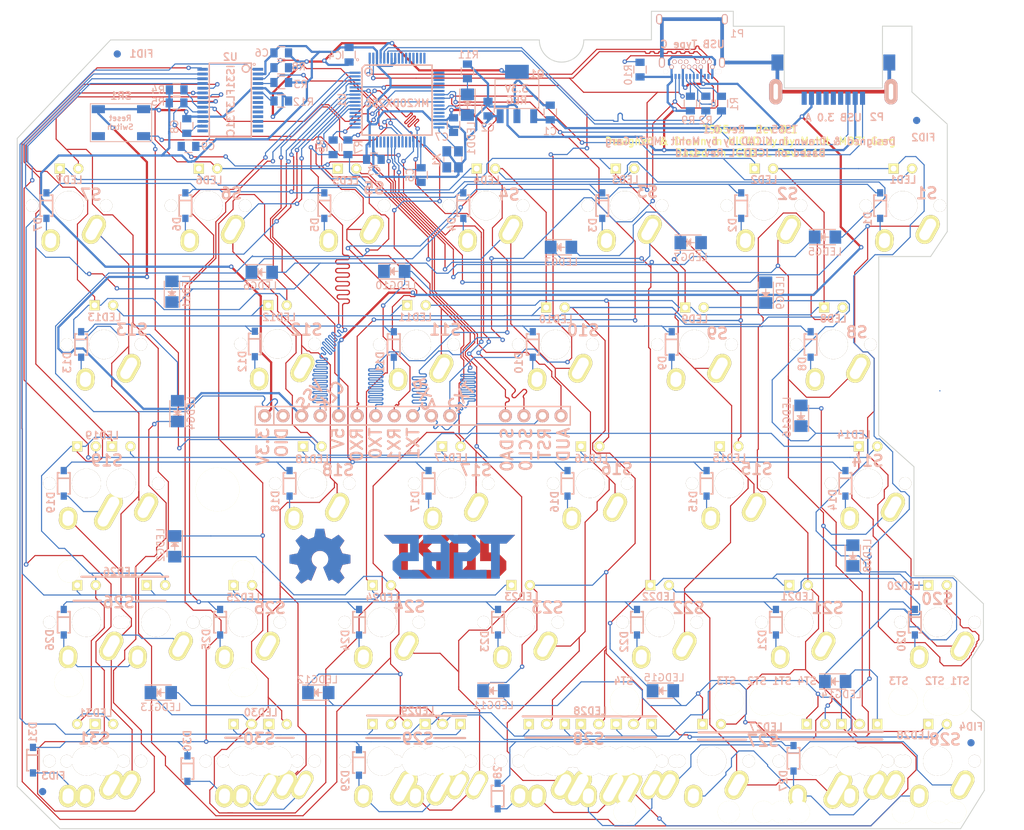
<source format=kicad_pcb>
(kicad_pcb (version 4) (host pcbnew 4.0.1-stable)
  (title_block (title TS65-L) (date 2016-01-30) (rev 0.1) (company MOZ) (comment 1 "Based on ICED-L Rev 1.1d"))
  (layers (0 Front signal) (31 Back signal) (34 B.Paste user) (35 F.Paste user) (36 B.SilkS user) (37 F.SilkS user) (38 B.Mask user) (39 F.Mask user) (44 Edge.Cuts user))
  (net 0 "")
  (net 1 +5V)
  (net 2 /ledmatrix/CA1)
  (net 3 /ledmatrix/CA2)
  (net 4 /ledmatrix/CA3)
  (net 5 /ledmatrix/CA4)
  (net 6 /ledmatrix/CA5)
  (net 7 /ledmatrix/CA6)
  (net 8 /ledmatrix/CA7)
  (net 9 /ledmatrix/CA8)
  (net 10 /ledmatrix/CA9)
  (net 11 /mcu/GND)
  (net 12 /mcu/INTB)
  (net 13 /mcu/PTB18)
  (net 14 /mcu/PTB19)
  (net 15 /mcu/PTC0)
  (net 16 /mcu/PTC10)
  (net 17 /mcu/PTC11)
  (net 18 /mcu/PTC9)
  (net 19 /mcu/PTD0)
  (net 20 /mcu/PTD1)
  (net 21 /mcu/PTD4)
  (net 22 /mcu/PTD5)
  (net 23 /mcu/PTD6)
  (net 24 /mcu/PTD7)
  (net 25 /mcu/RX0)
  (net 26 /mcu/RX1)
  (net 27 /mcu/RX2)
  (net 28 /mcu/SCL0)
  (net 29 /mcu/SDA0)
  (net 30 /mcu/SDB)
  (net 31 /mcu/SWD_CLK)
  (net 32 /mcu/SWD_DIO)
  (net 33 /mcu/TX0)
  (net 34 /mcu/TX1)
  (net 35 /mcu/TX2)
  (net 36 /mcu/USB_DM)
  (net 37 /mcu/USB_DP)
  (net 38 VDD)
  (net 39 VSS)
  (net 40 /mcu/MCU_RESET)
  (net 41 "Net-(C8-Pad1)")
  (net 42 /mcu/AUD)
  (net 43 "Net-(C9-Pad1)")
  (net 44 "Net-(D1-Pad1)")
  (net 45 "Net-(D2-Pad1)")
  (net 46 "Net-(D3-Pad1)")
  (net 47 "Net-(D4-Pad1)")
  (net 48 "Net-(D5-Pad1)")
  (net 49 "Net-(D6-Pad1)")
  (net 50 "Net-(D7-Pad1)")
  (net 51 "Net-(D9-Pad1)")
  (net 52 "Net-(D10-Pad1)")
  (net 53 "Net-(D11-Pad1)")
  (net 54 "Net-(D12-Pad1)")
  (net 55 "Net-(D13-Pad1)")
  (net 56 "Net-(D14-Pad1)")
  (net 57 "Net-(D15-Pad1)")
  (net 58 "Net-(D16-Pad1)")
  (net 59 "Net-(D17-Pad1)")
  (net 60 "Net-(D18-Pad1)")
  (net 61 "Net-(D19-Pad1)")
  (net 62 "Net-(D20-Pad1)")
  (net 63 "Net-(D24-Pad1)")
  (net 64 "Net-(D25-Pad1)")
  (net 65 "Net-(D26-Pad1)")
  (net 66 "Net-(D27-Pad1)")
  (net 67 "Net-(D28-Pad1)")
  (net 68 "Net-(D29-Pad1)")
  (net 69 /mcu/PTA5)
  (net 70 "Net-(R6-Pad1)")
  (net 71 "Net-(R7-Pad1)")
  (net 72 "Net-(R12-Pad1)")
  (net 73 "Net-(U1-Pad32)")
  (net 74 "Net-(U1-Pad33)")
  (net 75 /mcu/ADC0_DP0)
  (net 76 /mcu/ADC0_DM0)
  (net 77 /mcu/ADC1_DP0)
  (net 78 /mcu/ADC1_DM0)
  (net 79 "Net-(U1-Pad13)")
  (net 80 "Net-(U1-Pad14)")
  (net 81 "Net-(U1-Pad15)")
  (net 82 "Net-(U1-Pad16)")
  (net 83 "Net-(U1-Pad17)")
  (net 84 "Net-(U1-Pad18)")
  (net 85 "Net-(U1-Pad19)")
  (net 86 "Net-(U1-Pad20)")
  (net 87 /mcu/PTA4)
  (net 88 /mcu/PTA12)
  (net 89 /mcu/PTA13)
  (net 90 "Net-(U1-Pad44)")
  (net 91 "Net-(U1-Pad45)")
  (net 92 "Net-(U1-Pad46)")
  (net 93 "Net-(U1-Pad49)")
  (net 94 "Net-(U1-Pad52)")
  (net 95 "Net-(U1-Pad53)")
  (net 96 /mcu/CB1)
  (net 97 /mcu/CB2)
  (net 98 /mcu/CB3)
  (net 99 /mcu/CB4)
  (net 100 /mcu/CB5)
  (net 101 /mcu/CB6)
  (net 102 /mcu/CB7)
  (net 103 /mcu/CB8)
  (net 104 /mcu/CB9)
  (net 105 "Net-(D21-Pad1)")
  (net 106 /mcu/PTB2)
  (net 107 /mcu/PTB3)
  (net 108 "Net-(U1-Pad50)")
  (net 109 "Net-(U1-Pad51)")
  (net 110 "Net-(P1-PadB11)")
  (net 111 "Net-(P1-PadB8)")
  (net 112 "Net-(P1-PadB5)")
  (net 113 "Net-(P1-PadA7)")
  (net 114 "Net-(P1-PadA6)")
  (net 115 "Net-(P1-PadA11)")
  (net 116 "Net-(P1-PadA10)")
  (net 117 "Net-(P1-PadA8)")
  (net 118 "Net-(P1-PadA5)")
  (net 119 "Net-(D8-Pad1)")
  (net 120 "Net-(D22-Pad1)")
  (net 121 "Net-(D23-Pad1)")
  (net 122 "Net-(D30-Pad1)")
  (net 123 "Net-(D31-Pad1)")
  (net 124 "Net-(LEDD1-Pad2)")
  (net 125 "Net-(P2-Pad7)")
  (net 126 "Net-(P2-Pad3)")
  (net 127 "Net-(P2-Pad2)")
  (net 128 "Net-(P2-Pad8)")
  (net 129 "Net-(P2-Pad9)")
  (net 130 "Net-(SR1-Pad1)")
  (module prettylib:INSW_LEDS_REG (layer Front) (at 140.144 115.951 180)
    (fp_text reference LED27_4)
    (fp_text value LED hide)
    (pad 2 thru_hole oval (at 1.27 0 180) (size 1.4 1.4) (drill 0.8) (layers *.Cu *.Mask F.SilkS) (net 5 /ledmatrix/CA4))
    (pad 1 thru_hole rect (at -1.27 0 180) (size 1.4 1.4) (drill 0.8) (layers *.Cu *.Mask F.SilkS) (net 9 /ledmatrix/CA8))
  )
  (module prettylib:MXALPS (layer Front) (at 140.144 121.031 180)
    (fp_text reference S27_4)
    (fp_text value SW hide)
    (pad "" np_thru_hole circle (at 0 0 180) (size 3.98781 3.98781) (drill 3.9878) (layers *.Cu *.Mask F.SilkS) (clearance 0.1524))
    (pad "" np_thru_hole circle (at -5.08 0 180) (size 1.70181 1.70181) (drill 1.7018) (layers *.Cu *.Mask F.SilkS) (clearance 0.1524))
    (pad "" np_thru_hole circle (at 5.08 0 180) (size 1.70181 1.70181) (drill 1.7018) (layers *.Cu *.Mask F.SilkS) (clearance 0.1524))
    (pad 2 thru_hole oval (at -3.405 -3.27 150.95) (size 2.5 4.17) (drill oval 1.5 3.17) (layers *.Cu *.Mask F.SilkS) (net 66 "Net-(D27-Pad1)"))
    (pad 1 thru_hole oval (at 2.52 -4.79 176.1) (size 2.5 3.08) (drill oval 1.5 2.08) (layers *.Cu *.Mask F.SilkS) (net 15 /mcu/PTC0))
  )
  (module prettylib:MX_225 (layer Front) (at 140.144 121.031 180)
    (fp_text reference STAB5)
    (fp_text value MX_225 hide)
    (pad "" np_thru_hole circle (at -11.938 -6.985 180) (size 3.048 3.048) (drill 3.048) (layers *.Cu *.Mask F.SilkS))
    (pad "" np_thru_hole circle (at 11.938 -6.985 180) (size 3.048 3.048) (drill 3.048) (layers *.Cu *.Mask F.SilkS))
    (pad "" np_thru_hole circle (at -11.938 8.255 180) (size 3.9878 3.9878) (drill 3.9878) (layers *.Cu *.Mask F.SilkS))
    (pad "" np_thru_hole circle (at 11.938 8.255 180) (size 3.9878 3.9878) (drill 3.9878) (layers *.Cu *.Mask F.SilkS))
  )
  (module prettylib:INSW_LEDS_REG (layer Front) (at 109.188 115.951 180)
    (fp_text reference LED28_6)
    (fp_text value LED hide)
    (pad 2 thru_hole oval (at 1.27 0 180) (size 1.4 1.4) (drill 0.8) (layers *.Cu *.Mask F.SilkS) (net 2 /ledmatrix/CA1))
    (pad 1 thru_hole rect (at -1.27 0 180) (size 1.4 1.4) (drill 0.8) (layers *.Cu *.Mask F.SilkS) (net 10 /ledmatrix/CA9))
  )
  (module prettylib:INSW_LEDS_REG (layer Front) (at 106.807 115.951)
    (fp_text reference LED28_5)
    (fp_text value LED hide)
    (pad 2 thru_hole oval (at 1.27 0) (size 1.4 1.4) (drill 0.8) (layers *.Cu *.Mask F.SilkS) (net 2 /ledmatrix/CA1))
    (pad 1 thru_hole rect (at -1.27 0) (size 1.4 1.4) (drill 0.8) (layers *.Cu *.Mask F.SilkS) (net 10 /ledmatrix/CA9))
  )
  (module prettylib:INSW_LEDS_REG (layer Front) (at 104.426 115.951 180)
    (fp_text reference LED28_4)
    (fp_text value LED hide)
    (pad 2 thru_hole oval (at 1.27 0 180) (size 1.4 1.4) (drill 0.8) (layers *.Cu *.Mask F.SilkS) (net 2 /ledmatrix/CA1))
    (pad 1 thru_hole rect (at -1.27 0 180) (size 1.4 1.4) (drill 0.8) (layers *.Cu *.Mask F.SilkS) (net 10 /ledmatrix/CA9))
  )
  (module prettylib:INSW_LEDS_REG (layer Front) (at 102.045 115.951)
    (fp_text reference LED28_3)
    (fp_text value LED hide)
    (pad 2 thru_hole oval (at 1.27 0) (size 1.4 1.4) (drill 0.8) (layers *.Cu *.Mask F.SilkS) (net 2 /ledmatrix/CA1))
    (pad 1 thru_hole rect (at -1.27 0) (size 1.4 1.4) (drill 0.8) (layers *.Cu *.Mask F.SilkS) (net 10 /ledmatrix/CA9))
  )
  (module prettylib:INSW_LEDS_REG (layer Front) (at 97.282 115.951 180)
    (fp_text reference LED28_2)
    (fp_text value LED hide)
    (pad 2 thru_hole oval (at 1.27 0 180) (size 1.4 1.4) (drill 0.8) (layers *.Cu *.Mask F.SilkS) (net 2 /ledmatrix/CA1))
    (pad 1 thru_hole rect (at -1.27 0 180) (size 1.4 1.4) (drill 0.8) (layers *.Cu *.Mask F.SilkS) (net 10 /ledmatrix/CA9))
  )
  (module prettylib:MXALPS (layer Front) (at 106.807 121.031 180)
    (fp_text reference S28_5)
    (fp_text value SW hide)
    (pad "" np_thru_hole circle (at 0 0 180) (size 3.98781 3.98781) (drill 3.9878) (layers *.Cu *.Mask F.SilkS) (clearance 0.1524))
    (pad "" np_thru_hole circle (at -5.08 0 180) (size 1.70181 1.70181) (drill 1.7018) (layers *.Cu *.Mask F.SilkS) (clearance 0.1524))
    (pad 1 thru_hole oval (at -3.693 -3.27 150.95) (size 2.1 4.17) (drill oval 1.5 3.17) (layers *.Cu *.Mask F.SilkS) (net 18 /mcu/PTC9))
  )
  (module prettylib:MXALPS (layer Front) (at 104.426 121.031 180)
    (fp_text reference S28_4)
    (fp_text value SW hide)
    (pad "" np_thru_hole circle (at 0 0 180) (size 3.98781 3.98781) (drill 3.9878) (layers *.Cu *.Mask F.SilkS) (clearance 0.1524))
    (pad "" np_thru_hole circle (at 5.08 0 180) (size 1.70181 1.70181) (drill 1.7018) (layers *.Cu *.Mask F.SilkS) (clearance 0.1524))
    (pad 2 thru_hole oval (at -2.874 -3.769 150.95) (size 2.5 5.17) (drill oval 1.5 4.17) (layers *.Cu *.Mask F.SilkS) (net 67 "Net-(D28-Pad1)"))
    (pad 1 thru_hole oval (at 2.626 -4.79 176.1) (size 2.3 3.08) (drill oval 1.5 2.08) (layers *.Cu *.Mask F.SilkS) (net 18 /mcu/PTC9))
  )
  (module prettylib:MXALPS (layer Front) (at 102.045 121.031 180)
    (fp_text reference S28_3)
    (fp_text value SW hide)
    (pad "" np_thru_hole circle (at 0 0 180) (size 3.98781 3.98781) (drill 3.9878) (layers *.Cu *.Mask F.SilkS) (clearance 0.1524))
    (pad 2 thru_hole oval (at -3.155 -3.669 150.95) (size 2.5 5.17) (drill oval 1.5 4.17) (layers *.Cu *.Mask F.SilkS) (net 67 "Net-(D28-Pad1)"))
  )
  (module prettylib:MXALPS (layer Front) (at 97.282 121.031 180)
    (fp_text reference S28_2)
    (fp_text value SW hide)
    (pad "" np_thru_hole circle (at 0 0 180) (size 3.98781 3.98781) (drill 3.9878) (layers *.Cu *.Mask F.SilkS) (clearance 0.1524))
    (pad "" np_thru_hole circle (at 5.08 0 180) (size 1.70181 1.70181) (drill 1.7018) (layers *.Cu *.Mask F.SilkS) (clearance 0.1524))
    (pad 1 thru_hole oval (at -3.118 -3.669 150.95) (size 2.5 5.17) (drill oval 1.5 4.17) (layers *.Cu *.Mask F.SilkS) (net 18 /mcu/PTC9))
    (pad 2 thru_hole oval (at 2.52 -4.79 176.1) (size 2.5 3.08) (drill oval 1.5 2.08) (layers *.Cu *.Mask F.SilkS) (net 67 "Net-(D28-Pad1)"))
  )
  (module prettylib:MXALPS (layer Front) (at 109.188 121.031 180)
    (fp_text reference S28_6)
    (fp_text value SW hide)
    (pad "" np_thru_hole circle (at 0 0 180) (size 3.98781 3.98781) (drill 3.9878) (layers *.Cu *.Mask F.SilkS) (clearance 0.1524))
    (pad "" np_thru_hole circle (at -5.08 0 180) (size 1.70181 1.70181) (drill 1.7018) (layers *.Cu *.Mask F.SilkS) (clearance 0.1524))
    (pad 1 thru_hole oval (at -3.405 -3.27 150.95) (size 2.5 4.17) (drill oval 1.5 3.17) (layers *.Cu *.Mask F.SilkS) (net 18 /mcu/PTC9))
  )
  (module prettylib:INSW_LEDS_REG (layer Front) (at 82.995 115.951 180)
    (fp_text reference LED29_4)
    (fp_text value LED hide)
    (pad 2 thru_hole oval (at 1.27 0 180) (size 1.4 1.4) (drill 0.8) (layers *.Cu *.Mask F.SilkS) (net 3 /ledmatrix/CA2))
    (pad 1 thru_hole rect (at -1.27 0 180) (size 1.4 1.4) (drill 0.8) (layers *.Cu *.Mask F.SilkS) (net 10 /ledmatrix/CA9))
  )
  (module prettylib:MXALPS (layer Front) (at 82.995 121.031 180)
    (fp_text reference S29_4)
    (fp_text value SW hide)
    (pad "" np_thru_hole circle (at 0 0 180) (size 3.98781 3.98781) (drill 3.9878) (layers *.Cu *.Mask F.SilkS) (clearance 0.1524))
    (pad "" np_thru_hole circle (at -5.08 0 180) (size 1.70181 1.70181) (drill 1.7018) (layers *.Cu *.Mask F.SilkS) (clearance 0.1524))
    (pad 1 thru_hole oval (at -3.505 -3.27 150.95) (size 2.1 4.17) (drill oval 1.5 3.17) (layers *.Cu *.Mask F.SilkS) (net 16 /mcu/PTC10))
  )
  (module prettylib:OSHW (layer Back) (at 65 93 180)
    (fp_text reference LOGO4 hide)
    (fp_text value OSHW hide)
    (fp_poly (pts (xy 4.191 -0.33274) (xy 4.18846 -0.47498) (xy 4.18846 -0.59182) (xy 4.18846 -0.6858) (xy 4.18592 -0.75946) (xy 4.18592 -0.81534) (xy 4.18338 -0.85344) (xy 4.1783 -0.88138) (xy 4.17322 -0.89662) (xy 4.17068 -0.9017) (xy 4.1529 -0.90678) (xy 4.10972 -0.91694) (xy 4.04622 -0.93218) (xy 3.9624 -0.94996) (xy 3.86588 -0.96774) (xy 3.7592 -0.9906) (xy 3.6449 -1.01092) (xy 3.51536 -1.03378) (xy 3.40106 -1.05664) (xy 3.302 -1.07696) (xy 3.22072 -1.09474) (xy 3.1623 -1.10998) (xy 3.1242 -1.12014) (xy 3.11404 -1.12522) (xy 3.10388 -1.143) (xy 3.08356 -1.1811) (xy 3.05816 -1.23952) (xy 3.02768 -1.31318) (xy 2.99212 -1.397) (xy 2.95402 -1.4859) (xy 2.91846 -1.57734) (xy 2.88036 -1.67132) (xy 2.84734 -1.75768) (xy 2.8194 -1.83388) (xy 2.794 -1.89992) (xy 2.77876 -1.94818) (xy 2.77114 -1.97612) (xy 2.77114 -1.9812) (xy 2.77876 -1.99644) (xy 2.80162 -2.032) (xy 2.83972 -2.08788) (xy 2.88544 -2.15646) (xy 2.93878 -2.23774) (xy 3.00228 -2.32664) (xy 3.06832 -2.42316) (xy 3.13436 -2.51968) (xy 3.19532 -2.61112) (xy 3.24866 -2.69494) (xy 3.29438 -2.76352) (xy 3.3274 -2.8194) (xy 3.35026 -2.85496) (xy 3.35788 -2.87274) (xy 3.34772 -2.88798) (xy 3.31978 -2.921) (xy 3.2766 -2.96926) (xy 3.22326 -3.02768) (xy 3.15722 -3.09372) (xy 3.0861 -3.16738) (xy 3.0099 -3.24612) (xy 2.93116 -3.32486) (xy 2.85496 -3.40106) (xy 2.77876 -3.47472) (xy 2.71272 -3.54076) (xy 2.65176 -3.59664) (xy 2.6035 -3.63982) (xy 2.57048 -3.6703) (xy 2.5527 -3.683) (xy 2.55016 -3.683) (xy 2.53492 -3.67538) (xy 2.49936 -3.65252) (xy 2.44348 -3.61696) (xy 2.3749 -3.57124) (xy 2.29362 -3.5179) (xy 2.20218 -3.45694) (xy 2.1082 -3.39344) (xy 2.01168 -3.3274) (xy 1.92024 -3.2639) (xy 1.83896 -3.21056) (xy 1.77038 -3.16738) (xy 1.7145 -3.13182) (xy 1.67894 -3.1115) (xy 1.66116 -3.10388) (xy 1.64084 -3.10896) (xy 1.60274 -3.12674) (xy 1.54686 -3.15468) (xy 1.48336 -3.1877) (xy 1.45288 -3.20294) (xy 1.38176 -3.24104) (xy 1.3208 -3.26898) (xy 1.27254 -3.2893) (xy 1.24206 -3.29946) (xy 1.23698 -3.29946) (xy 1.22936 -3.29438) (xy 1.22174 -3.28422) (xy 1.20904 -3.2639) (xy 1.1938 -3.23342) (xy 1.17348 -3.19278) (xy 1.14808 -3.13436) (xy 1.11506 -3.06324) (xy 1.07696 -2.97434) (xy 1.03124 -2.86766) (xy 0.9779 -2.73812) (xy 0.9144 -2.58572) (xy 0.84074 -2.41046) (xy 0.82804 -2.37998) (xy 0.76708 -2.22758) (xy 0.70612 -2.0828) (xy 0.65278 -1.94818) (xy 0.60198 -1.82372) (xy 0.5588 -1.7145) (xy 0.5207 -1.62052) (xy 0.49276 -1.54432) (xy 0.47244 -1.48844) (xy 0.46228 -1.45542) (xy 0.45974 -1.44526) (xy 0.47498 -1.43002) (xy 0.50546 -1.40208) (xy 0.55118 -1.36652) (xy 0.5969 -1.3335) (xy 0.71374 -1.24714) (xy 0.81026 -1.16586) (xy 0.889 -1.08458) (xy 0.95504 -0.99568) (xy 1.016 -0.89662) (xy 1.04648 -0.84074) (xy 1.11252 -0.67818) (xy 1.15316 -0.51054) (xy 1.16586 -0.34036) (xy 1.15316 -0.17018) (xy 1.11506 -0.00508) (xy 1.0541 0.1524) (xy 0.96774 0.3048) (xy 0.85598 0.4445) (xy 0.84836 0.45212) (xy 0.71628 0.57404) (xy 0.56896 0.6731) (xy 0.40386 0.7493) (xy 0.32258 0.77724) (xy 0.27686 0.78994) (xy 0.23368 0.8001) (xy 0.18542 0.80518) (xy 0.12446 0.80772) (xy 0.04826 0.81026) (xy 0.00508 0.81026) (xy -0.07874 0.81026) (xy -0.14732 0.80772) (xy -0.19812 0.80264) (xy -0.24384 0.79502) (xy -0.28956 0.78232) (xy -0.30988 0.77724) (xy -0.4826 0.70866) (xy -0.63754 0.61976) (xy -0.77724 0.508) (xy -0.89662 0.37592) (xy -0.99568 0.2286) (xy -1.02362 0.17526) (xy -1.0795 0.04572) (xy -1.1176 -0.0762) (xy -1.13792 -0.2032) (xy -1.143 -0.33782) (xy -1.1303 -0.51816) (xy -1.08966 -0.69088) (xy -1.02362 -0.85344) (xy -0.93472 -1.0033) (xy -0.82042 -1.13792) (xy -0.76962 -1.18618) (xy -0.70612 -1.23952) (xy -0.63246 -1.2954) (xy -0.56388 -1.3462) (xy -0.50292 -1.38684) (xy -0.4953 -1.38938) (xy -0.46228 -1.41478) (xy -0.4445 -1.44018) (xy -0.44196 -1.44526) (xy -0.44704 -1.46304) (xy -0.45974 -1.50622) (xy -0.48514 -1.57226) (xy -0.51816 -1.66116) (xy -0.56134 -1.77038) (xy -0.61214 -1.89738) (xy -0.67056 -2.04216) (xy -0.7366 -2.20218) (xy -0.80264 -2.35966) (xy -0.8636 -2.50952) (xy -0.92456 -2.65176) (xy -0.98044 -2.78638) (xy -1.03124 -2.9083) (xy -1.07696 -3.01752) (xy -1.11506 -3.10896) (xy -1.14554 -3.18262) (xy -1.1684 -3.23596) (xy -1.1811 -3.26644) (xy -1.18364 -3.27406) (xy -1.2065 -3.29438) (xy -1.22682 -3.302) (xy -1.24714 -3.29438) (xy -1.28778 -3.2766) (xy -1.34366 -3.2512) (xy -1.4097 -3.21564) (xy -1.43764 -3.2004) (xy -1.52146 -3.15722) (xy -1.5875 -3.12674) (xy -1.63322 -3.10896) (xy -1.65608 -3.10642) (xy -1.67386 -3.11658) (xy -1.7145 -3.13944) (xy -1.77038 -3.175) (xy -1.83642 -3.21818) (xy -1.91262 -3.26898) (xy -1.96088 -3.302) (xy -2.09042 -3.39344) (xy -2.19964 -3.4671) (xy -2.28854 -3.52806) (xy -2.3622 -3.57886) (xy -2.41808 -3.61696) (xy -2.46126 -3.6449) (xy -2.49428 -3.66268) (xy -2.51714 -3.67538) (xy -2.52984 -3.68046) (xy -2.53746 -3.683) (xy -2.55016 -3.67284) (xy -2.58318 -3.6449) (xy -2.63144 -3.60172) (xy -2.6924 -3.54584) (xy -2.76352 -3.47726) (xy -2.84226 -3.39852) (xy -2.92608 -3.3147) (xy -2.94386 -3.29692) (xy -3.03022 -3.21056) (xy -3.10896 -3.13182) (xy -3.18008 -3.05816) (xy -3.24104 -2.99466) (xy -3.2893 -2.94386) (xy -3.32232 -2.9083) (xy -3.33756 -2.89052) (xy -3.33756 -2.88798) (xy -3.3401 -2.88036) (xy -3.3401 -2.87274) (xy -3.33756 -2.86258) (xy -3.33248 -2.8448) (xy -3.31978 -2.82194) (xy -3.29946 -2.79146) (xy -3.27152 -2.74828) (xy -3.23088 -2.68986) (xy -3.18262 -2.6162) (xy -3.11912 -2.52222) (xy -3.04038 -2.41046) (xy -3.03276 -2.4003) (xy -2.96672 -2.30378) (xy -2.9083 -2.21488) (xy -2.85496 -2.1336) (xy -2.80924 -2.06756) (xy -2.77622 -2.01422) (xy -2.7559 -1.9812) (xy -2.75082 -1.96596) (xy -2.7559 -1.94818) (xy -2.77114 -1.90754) (xy -2.79146 -1.84912) (xy -2.82194 -1.77292) (xy -2.8575 -1.68402) (xy -2.8956 -1.58496) (xy -2.91592 -1.5367) (xy -2.96418 -1.41478) (xy -3.00482 -1.31572) (xy -3.03784 -1.23952) (xy -3.06324 -1.18364) (xy -3.08356 -1.14554) (xy -3.0988 -1.12268) (xy -3.10896 -1.11252) (xy -3.12928 -1.10744) (xy -3.175 -1.09728) (xy -3.24104 -1.08458) (xy -3.32486 -1.0668) (xy -3.42138 -1.04902) (xy -3.5306 -1.0287) (xy -3.63728 -1.00838) (xy -3.75412 -0.98806) (xy -3.8608 -0.9652) (xy -3.95732 -0.94742) (xy -4.03606 -0.92964) (xy -4.09956 -0.91694) (xy -4.1402 -0.90678) (xy -4.15544 -0.9017) (xy -4.16052 -0.89154) (xy -4.1656 -0.87376) (xy -4.16814 -0.84074) (xy -4.17068 -0.79502) (xy -4.17322 -0.73152) (xy -4.17576 -0.6477) (xy -4.17576 -0.54102) (xy -4.17576 -0.41148) (xy -4.17576 -0.3302) (xy -4.17576 0.22352) (xy -4.14274 0.24384) (xy -4.12242 0.25146) (xy -4.0767 0.26162) (xy -4.01066 0.27686) (xy -3.92684 0.29464) (xy -3.82778 0.31496) (xy -3.71856 0.33528) (xy -3.59918 0.35814) (xy -3.59664 0.35814) (xy -3.4798 0.37846) (xy -3.37058 0.40132) (xy -3.27406 0.4191) (xy -3.19024 0.43688) (xy -3.12674 0.45212) (xy -3.08356 0.46228) (xy -3.06578 0.4699) (xy -3.06324 0.4699) (xy -3.05308 0.48768) (xy -3.0353 0.52578) (xy -3.00736 0.5842) (xy -2.97688 0.65532) (xy -2.94132 0.7366) (xy -2.90322 0.82296) (xy -2.86512 0.9144) (xy -2.82702 1.00076) (xy -2.794 1.08204) (xy -2.76352 1.15316) (xy -2.74066 1.20904) (xy -2.72796 1.24968) (xy -2.72288 1.26492) (xy -2.7305 1.28016) (xy -2.75336 1.31826) (xy -2.78638 1.3716) (xy -2.8321 1.44272) (xy -2.88798 1.524) (xy -2.94894 1.61544) (xy -3.01752 1.7145) (xy -3.02768 1.72974) (xy -3.09626 1.83134) (xy -3.15976 1.92532) (xy -3.21564 2.00914) (xy -3.2639 2.0828) (xy -3.302 2.14122) (xy -3.3274 2.18186) (xy -3.3401 2.20218) (xy -3.3401 2.20218) (xy -3.33756 2.21488) (xy -3.32486 2.23266) (xy -3.30454 2.2606) (xy -3.26898 2.30124) (xy -3.22072 2.35458) (xy -3.15468 2.42062) (xy -3.0734 2.50444) (xy -2.97434 2.6035) (xy -2.95402 2.62382) (xy -2.85496 2.72542) (xy -2.76352 2.81178) (xy -2.68732 2.88544) (xy -2.62382 2.94386) (xy -2.57556 2.98704) (xy -2.54508 3.01244) (xy -2.53492 3.01752) (xy -2.51714 3.0099) (xy -2.47904 2.98958) (xy -2.42316 2.95402) (xy -2.35204 2.9083) (xy -2.27076 2.85496) (xy -2.17678 2.79146) (xy -2.07772 2.72542) (xy -2.06756 2.7178) (xy -1.9685 2.64922) (xy -1.87452 2.58572) (xy -1.7907 2.5273) (xy -1.71704 2.47904) (xy -1.65862 2.44094) (xy -1.61798 2.413) (xy -1.59766 2.4003) (xy -1.59766 2.4003) (xy -1.58496 2.39522) (xy -1.56718 2.39776) (xy -1.53924 2.40284) (xy -1.50114 2.41554) (xy -1.4478 2.43332) (xy -1.37668 2.46126) (xy -1.2827 2.49936) (xy -1.21666 2.5273) (xy -1.09982 2.57302) (xy -1.00838 2.61112) (xy -0.93472 2.6416) (xy -0.88138 2.667) (xy -0.84328 2.68478) (xy -0.81534 2.69748) (xy -0.8001 2.71018) (xy -0.78994 2.72034) (xy -0.78486 2.72796) (xy -0.78232 2.73558) (xy -0.77724 2.7559) (xy -0.76962 2.79908) (xy -0.75692 2.86512) (xy -0.73914 2.94894) (xy -0.72136 3.048) (xy -0.70104 3.15722) (xy -0.67818 3.27406) (xy -0.67564 3.28676) (xy -0.65278 3.40614) (xy -0.63246 3.51536) (xy -0.61214 3.61442) (xy -0.59436 3.69824) (xy -0.57912 3.76428) (xy -0.56896 3.81) (xy -0.56388 3.83032) (xy -0.56134 3.83032) (xy -0.55372 3.8354) (xy -0.53594 3.84048) (xy -0.508 3.84302) (xy -0.46482 3.84556) (xy -0.40386 3.8481) (xy -0.32512 3.85064) (xy -0.22606 3.85064) (xy -0.1016 3.85064) (xy 0.00508 3.85064) (xy 0.127 3.85064) (xy 0.2413 3.85064) (xy 0.3429 3.8481) (xy 0.4318 3.84556) (xy 0.50038 3.84556) (xy 0.54864 3.84302) (xy 0.57404 3.84048) (xy 0.57404 3.84048) (xy 0.58166 3.8227) (xy 0.59436 3.77952) (xy 0.6096 3.71348) (xy 0.62738 3.62458) (xy 0.65024 3.51536) (xy 0.6731 3.3909) (xy 0.69596 3.27406) (xy 0.71882 3.15214) (xy 0.74168 3.04038) (xy 0.762 2.93878) (xy 0.77724 2.85242) (xy 0.79248 2.78384) (xy 0.80518 2.73558) (xy 0.81026 2.71018) (xy 0.8128 2.70764) (xy 0.83058 2.69748) (xy 0.86868 2.6797) (xy 0.9271 2.6543) (xy 0.99568 2.62382) (xy 1.07696 2.5908) (xy 1.16332 2.55524) (xy 1.25222 2.51968) (xy 1.33858 2.48412) (xy 1.41986 2.45364) (xy 1.49098 2.4257) (xy 1.54686 2.40538) (xy 1.58496 2.39268) (xy 1.6002 2.3876) (xy 1.61544 2.39776) (xy 1.651 2.42062) (xy 1.70434 2.45618) (xy 1.77292 2.50444) (xy 1.8542 2.56032) (xy 1.94564 2.62128) (xy 2.04724 2.68986) (xy 2.0701 2.70764) (xy 2.1717 2.77622) (xy 2.26568 2.83972) (xy 2.35204 2.8956) (xy 2.4257 2.94386) (xy 2.48412 2.98196) (xy 2.52476 3.00736) (xy 2.54762 3.01752) (xy 2.55016 3.01752) (xy 2.5654 3.0099) (xy 2.59842 2.98196) (xy 2.64414 2.93878) (xy 2.70256 2.8829) (xy 2.77114 2.8194) (xy 2.8448 2.74574) (xy 2.92354 2.66954) (xy 2.99974 2.5908) (xy 3.07848 2.5146) (xy 3.1496 2.4384) (xy 3.21564 2.37236) (xy 3.27152 2.3114) (xy 3.31724 2.26314) (xy 3.34518 2.22758) (xy 3.35788 2.2098) (xy 3.35788 2.2098) (xy 3.35026 2.19202) (xy 3.3274 2.15646) (xy 3.29184 2.10058) (xy 3.24612 2.02946) (xy 3.19278 1.94818) (xy 3.13182 1.85674) (xy 3.06324 1.75768) (xy 3.0607 1.7526) (xy 2.99212 1.65354) (xy 2.92862 1.55956) (xy 2.8702 1.47574) (xy 2.82194 1.40462) (xy 2.78638 1.3462) (xy 2.75844 1.3081) (xy 2.74828 1.28778) (xy 2.74828 1.28778) (xy 2.74574 1.27508) (xy 2.74828 1.25476) (xy 2.75844 1.22174) (xy 2.77368 1.17348) (xy 2.79908 1.10998) (xy 2.83464 1.02616) (xy 2.87782 0.92202) (xy 2.90068 0.86868) (xy 2.9464 0.762) (xy 2.98704 0.67056) (xy 3.02514 0.58928) (xy 3.05562 0.52832) (xy 3.07848 0.48514) (xy 3.09118 0.46482) (xy 3.09372 0.46228) (xy 3.1115 0.4572) (xy 3.15468 0.44704) (xy 3.22072 0.43434) (xy 3.302 0.41656) (xy 3.40106 0.39878) (xy 3.51028 0.37592) (xy 3.62966 0.35306) (xy 3.64236 0.35306) (xy 3.77698 0.32512) (xy 3.89636 0.30226) (xy 3.99796 0.28194) (xy 4.0767 0.26416) (xy 4.13512 0.24892) (xy 4.17068 0.23876) (xy 4.1783 0.23622) (xy 4.18084 0.21844) (xy 4.18338 0.17526) (xy 4.18592 0.11176) (xy 4.18592 0.02794) (xy 4.18846 -0.07112) (xy 4.18846 -0.18034) (xy 4.191 -0.30226) (xy 4.191 -0.33274) (xy 4.191 -0.33274)) (layer Back) (width 0.00254))
  )
  (module prettylib:SMD_0805 (layer Back) (at 46.974 36.703 180)
    (fp_text reference C9 (at -2.683 0 180) (layer B.SilkS) (effects (justify mirror)))
    (fp_text value 0.22uF)
    (pad 1 smd rect (at -1 0 180) (size 1 1.25) (layers Back B.Paste B.Mask) (net 43 "Net-(C9-Pad1)"))
    (pad 2 smd rect (at 1 0 180) (size 1 1.25) (layers Back B.Paste B.Mask) (net 42 /mcu/AUD))
  )
  (module prettylib:SMD_0805 (layer Back) (at 96.5708 32.0548 90)
    (fp_text reference C1 (at -2.5781 -0.0381 180) (layer B.SilkS) (effects (justify mirror)))
    (fp_text value 1uF)
    (pad 1 smd rect (at -1 0 90) (size 1 1.25) (layers Back B.Paste B.Mask) (net 1 +5V))
    (pad 2 smd rect (at 1 0 90) (size 1 1.25) (layers Back B.Paste B.Mask) (net 39 VSS))
  )
  (module prettylib:SMD_0805 (layer Back) (at 59.69 23.876)
    (fp_text reference C6 (at -2.667 0) (layer B.SilkS) (effects (justify mirror)))
    (fp_text value 0.1uF)
    (pad 1 smd rect (at -1 0) (size 1 1.25) (layers Back B.Paste B.Mask) (net 38 VDD))
    (pad 2 smd rect (at 1 0) (size 1 1.25) (layers Back B.Paste B.Mask) (net 39 VSS))
  )
  (module prettylib:SMD_0805 (layer Back) (at 85.217 26.416 90)
    (fp_text reference R11 (at 2.286 0.127 180) (layer B.SilkS) (effects (justify mirror)))
    (fp_text value 1k)
    (pad 1 smd rect (at -1 0 90) (size 1 1.25) (layers Back B.Paste B.Mask) (net 124 "Net-(LEDD1-Pad2)"))
    (pad 2 smd rect (at 1 0 90) (size 1 1.25) (layers Back B.Paste B.Mask) (net 39 VSS))
  )
  (module prettylib:MXALPS (layer Front) (at 133.001 121.031 180)
    (fp_text reference S27_2)
    (fp_text value SW hide)
    (pad "" np_thru_hole circle (at 0 0 180) (size 3.98781 3.98781) (drill 3.9878) (layers *.Cu *.Mask F.SilkS) (clearance 0.1524))
    (pad "" np_thru_hole circle (at 5.08 0 180) (size 1.70181 1.70181) (drill 1.7018) (layers *.Cu *.Mask F.SilkS) (clearance 0.1524))
    (pad 1 thru_hole oval (at -2.999 -3.969 150.95) (size 2.5 5.5) (drill oval 1.5 4.5) (layers *.Cu *.Mask F.SilkS) (net 15 /mcu/PTC0))
    (pad 2 thru_hole oval (at 2.52 -4.79 176.1) (size 2.5 3.08) (drill oval 1.5 2.08) (layers *.Cu *.Mask F.SilkS) (net 66 "Net-(D27-Pad1)"))
  )
  (module prettylib:MXALPS (layer Front) (at 137.763 121.031 180)
    (fp_text reference S27_3)
    (fp_text value SW hide)
    (pad "" np_thru_hole circle (at 0 0 180) (size 3.98781 3.98781) (drill 3.9878) (layers *.Cu *.Mask F.SilkS) (clearance 0.1524))
    (pad "" np_thru_hole circle (at -5.08 0 180) (size 1.70181 1.70181) (drill 1.7018) (layers *.Cu *.Mask F.SilkS) (clearance 0.1524))
    (pad 2 thru_hole oval (at -3.405 -3.27 150.95) (size 2.5 4.17) (drill oval 1.5 3.17) (layers *.Cu *.Mask F.SilkS) (net 66 "Net-(D27-Pad1)"))
  )
  (module prettylib:SOD123-DIODE (layer Back) (at 103.696 44.831 180)
    (fp_text reference D3 (at 1.2832 -2.667 450) (layer B.SilkS) (effects (font (size 1.016 1.016) (thickness 0.2032)) (justify mirror)))
    (fp_text value DIODE hide)
    (pad 2 smd rect (at 0 1.7526 270) (size 1.00076 0.8509) (layers Back B.Paste B.Mask) (net 20 /mcu/PTD1))
    (pad 1 smd rect (at 0 -1.74752 270) (size 1.00076 0.8509) (layers Back B.Paste B.Mask) (net 46 "Net-(D3-Pad1)"))
  )
  (module prettylib:MXALPS (layer Front) (at 106.807 44.831 180)
    (fp_text reference S3 (at -3.0607 1.905 180) (layer B.SilkS) (effects (font (thickness 0.3048)) (justify mirror)))
    (fp_text value SW hide)
    (pad "" np_thru_hole circle (at 0 0 180) (size 3.98781 3.98781) (drill 3.9878) (layers *.Cu *.Mask F.SilkS) (clearance 0.1524))
    (pad "" np_thru_hole circle (at -5.08 0 180) (size 1.70181 1.70181) (drill 1.7018) (layers *.Cu *.Mask F.SilkS) (clearance 0.1524))
    (pad "" np_thru_hole circle (at 5.08 0 180) (size 1.70181 1.70181) (drill 1.7018) (layers *.Cu *.Mask F.SilkS) (clearance 0.1524))
    (pad 1 thru_hole oval (at -3.405 -3.27 150.95) (size 2.5 4.17) (drill oval 1.5 3.17) (layers *.Cu *.Mask F.SilkS) (net 15 /mcu/PTC0))
    (pad 2 thru_hole oval (at 2.52 -4.79 176.1) (size 2.5 3.08) (drill oval 1.5 2.08) (layers *.Cu *.Mask F.SilkS) (net 46 "Net-(D3-Pad1)"))
  )
  (module prettylib:MXALPS (layer Front) (at 97.282 63.881 180)
    (fp_text reference S10 (at -3.7973 1.9431 180) (layer B.SilkS) (effects (font (thickness 0.3048)) (justify mirror)))
    (fp_text value SW hide)
    (pad "" np_thru_hole circle (at 0 0 180) (size 3.98781 3.98781) (drill 3.9878) (layers *.Cu *.Mask F.SilkS) (clearance 0.1524))
    (pad "" np_thru_hole circle (at -5.08 0 180) (size 1.70181 1.70181) (drill 1.7018) (layers *.Cu *.Mask F.SilkS) (clearance 0.1524))
    (pad "" np_thru_hole circle (at 5.08 0 180) (size 1.70181 1.70181) (drill 1.7018) (layers *.Cu *.Mask F.SilkS) (clearance 0.1524))
    (pad 1 thru_hole oval (at -3.405 -3.27 150.95) (size 2.5 4.17) (drill oval 1.5 3.17) (layers *.Cu *.Mask F.SilkS) (net 18 /mcu/PTC9))
    (pad 2 thru_hole oval (at 2.52 -4.79 176.1) (size 2.5 3.08) (drill oval 1.5 2.08) (layers *.Cu *.Mask F.SilkS) (net 52 "Net-(D10-Pad1)"))
  )
  (module prettylib:TACT_5.2x5.2 (layer Back) (at 37.719 33.4518)
    (fp_text reference SR1 (at 0 -3.683) (layer B.SilkS) (effects (font (thickness 0.2)) (justify mirror)))
    (fp_text value TAC_SWITCH hide)
    (pad 1 smd rect (at -3.1 1.85) (size 1.8 1.1) (layers Back B.Paste B.Mask) (net 130 "Net-(SR1-Pad1)"))
    (pad 3 smd rect (at -3.1 -1.85) (size 1.8 1.1) (layers Back B.Paste B.Mask) (net 39 VSS))
    (pad 2 smd rect (at 3.1 1.85) (size 1.8 1.1) (layers Back B.Paste B.Mask) (net 40 /mcu/MCU_RESET))
    (pad 4 smd rect (at 3.1 -1.85) (size 1.8 1.1) (layers Back B.Paste B.Mask) (net 39 VSS))
  )
  (module prettylib:MX_275 (layer Front) (at 133.001 121.031 180)
    (fp_text reference STAB2)
    (fp_text value MX_275 hide)
    (pad "" np_thru_hole circle (at -11.938 -6.985 180) (size 3.048 3.048) (drill 3.048) (layers *.Cu *.Mask F.SilkS))
    (pad "" np_thru_hole circle (at 11.938 -6.985 180) (size 3.048 3.048) (drill 3.048) (layers *.Cu *.Mask F.SilkS))
    (pad "" np_thru_hole circle (at -11.938 8.255 180) (size 3.9878 3.9878) (drill 3.9878) (layers *.Cu *.Mask F.SilkS))
    (pad "" np_thru_hole circle (at 11.938 8.255 180) (size 3.9878 3.9878) (drill 3.9878) (layers *.Cu *.Mask F.SilkS))
  )
  (module prettylib:MXALPS (layer Front) (at 73.469 121.031 180)
    (fp_text reference S29 (at -4.9408 3.0607 180) (layer B.SilkS) (effects (font (thickness 0.3048)) (justify mirror)))
    (fp_text value SW hide)
    (pad "" np_thru_hole circle (at 0 0 180) (size 3.98781 3.98781) (drill 3.9878) (layers *.Cu *.Mask F.SilkS) (clearance 0.1524))
    (pad "" np_thru_hole circle (at 5.08 0 180) (size 1.70181 1.70181) (drill 1.7018) (layers *.Cu *.Mask F.SilkS) (clearance 0.1524))
    (pad 1 thru_hole oval (at -3.031 -3.669 150.95) (size 2.5 5.17) (drill oval 1.5 4.17) (layers *.Cu *.Mask F.SilkS) (net 16 /mcu/PTC10))
    (pad 2 thru_hole oval (at 2.52 -4.79 176.1) (size 2.5 3.08) (drill oval 1.5 2.08) (layers *.Cu *.Mask F.SilkS) (net 68 "Net-(D29-Pad1)"))
  )
  (module prettylib:MX_225 (layer Front) (at 137.763 121.031 180)
    (fp_text reference STAB1)
    (fp_text value MX_225 hide)
    (pad "" np_thru_hole circle (at -11.938 -6.985 180) (size 3.048 3.048) (drill 3.048) (layers *.Cu *.Mask F.SilkS))
    (pad "" np_thru_hole circle (at 11.938 -6.985 180) (size 3.048 3.048) (drill 3.048) (layers *.Cu *.Mask F.SilkS))
    (pad "" np_thru_hole circle (at -11.938 8.255 180) (size 3.9878 3.9878) (drill 3.9878) (layers *.Cu *.Mask F.SilkS))
    (pad "" np_thru_hole circle (at 11.938 8.255 180) (size 3.9878 3.9878) (drill 3.9878) (layers *.Cu *.Mask F.SilkS))
  )
  (module prettylib:MX_225 (layer Front) (at 118.713 121.031 180)
    (fp_text reference STAB3)
    (fp_text value MX_225 hide)
    (pad "" np_thru_hole circle (at -11.938 -6.985 180) (size 3.048 3.048) (drill 3.048) (layers *.Cu *.Mask F.SilkS))
    (pad "" np_thru_hole circle (at 11.938 -6.985 180) (size 3.048 3.048) (drill 3.048) (layers *.Cu *.Mask F.SilkS))
    (pad "" np_thru_hole circle (at -11.938 8.255 180) (size 3.9878 3.9878) (drill 3.9878) (layers *.Cu *.Mask F.SilkS))
    (pad "" np_thru_hole circle (at 11.938 8.255 180) (size 3.9878 3.9878) (drill 3.9878) (layers *.Cu *.Mask F.SilkS))
  )
  (module prettylib:MXALPS (layer Front) (at 32.988 121.031 180)
    (fp_text reference S31 (at -1.0734 3.0988 180) (layer B.SilkS) (effects (font (thickness 0.3048)) (justify mirror)))
    (fp_text value SW hide)
    (pad "" np_thru_hole circle (at 0 0 180) (size 3.98781 3.98781) (drill 3.9878) (layers *.Cu *.Mask F.SilkS) (clearance 0.1524))
    (pad "" np_thru_hole circle (at -5.08 0 180) (size 1.70181 1.70181) (drill 1.7018) (layers *.Cu *.Mask F.SilkS) (clearance 0.1524))
    (pad "" np_thru_hole circle (at 5.08 0 180) (size 1.70181 1.70181) (drill 1.7018) (layers *.Cu *.Mask F.SilkS) (clearance 0.1524))
    (pad 1 thru_hole oval (at -3.405 -3.27 150.95) (size 2.5 4.17) (drill oval 1.5 3.17) (layers *.Cu *.Mask F.SilkS) (net 19 /mcu/PTD0))
    (pad 2 thru_hole oval (at 2.52 -4.79 176.1) (size 2.5 3.08) (drill oval 1.5 2.08) (layers *.Cu *.Mask F.SilkS) (net 123 "Net-(D31-Pad1)"))
  )
  (module prettylib:MXALPS (layer Front) (at 35.37 121.031 180)
    (fp_text reference S31_2)
    (fp_text value SW hide)
    (pad "" np_thru_hole circle (at 0 0 180) (size 3.98781 3.98781) (drill 3.9878) (layers *.Cu *.Mask F.SilkS) (clearance 0.1524))
    (pad "" np_thru_hole circle (at -5.08 0 180) (size 1.70181 1.70181) (drill 1.7018) (layers *.Cu *.Mask F.SilkS) (clearance 0.1524))
    (pad "" np_thru_hole circle (at 5.08 0 180) (size 1.70181 1.70181) (drill 1.7018) (layers *.Cu *.Mask F.SilkS) (clearance 0.1524))
    (pad 1 thru_hole oval (at -3.405 -3.27 150.95) (size 2.5 4.17) (drill oval 1.5 3.17) (layers *.Cu *.Mask F.SilkS) (net 19 /mcu/PTD0))
    (pad 2 thru_hole oval (at 2.52 -4.79 176.1) (size 2.5 3.08) (drill oval 1.5 2.08) (layers *.Cu *.Mask F.SilkS) (net 123 "Net-(D31-Pad1)"))
  )
  (module prettylib:MXALPS (layer Front) (at 35.37 63.881 180)
    (fp_text reference S13 (at -3.8349 2.032 180) (layer B.SilkS) (effects (font (thickness 0.3048)) (justify mirror)))
    (fp_text value SW hide)
    (pad "" np_thru_hole circle (at 0 0 180) (size 3.98781 3.98781) (drill 3.9878) (layers *.Cu *.Mask F.SilkS) (clearance 0.1524))
    (pad "" np_thru_hole circle (at -5.08 0 180) (size 1.70181 1.70181) (drill 1.7018) (layers *.Cu *.Mask F.SilkS) (clearance 0.1524))
    (pad "" np_thru_hole circle (at 5.08 0 180) (size 1.70181 1.70181) (drill 1.7018) (layers *.Cu *.Mask F.SilkS) (clearance 0.1524))
    (pad 1 thru_hole oval (at -3.405 -3.27 150.95) (size 2.5 4.17) (drill oval 1.5 3.17) (layers *.Cu *.Mask F.SilkS) (net 19 /mcu/PTD0))
    (pad 2 thru_hole oval (at 2.52 -4.79 176.1) (size 2.5 3.08) (drill oval 1.5 2.08) (layers *.Cu *.Mask F.SilkS) (net 55 "Net-(D13-Pad1)"))
  )
  (module prettylib:MXALPS (layer Front) (at 87.757 44.831 180)
    (fp_text reference S4 (at -3.1496 1.5113 180) (layer B.SilkS) (effects (font (thickness 0.3048)) (justify mirror)))
    (fp_text value SW hide)
    (pad "" np_thru_hole circle (at 0 0 180) (size 3.98781 3.98781) (drill 3.9878) (layers *.Cu *.Mask F.SilkS) (clearance 0.1524))
    (pad "" np_thru_hole circle (at -5.08 0 180) (size 1.70181 1.70181) (drill 1.7018) (layers *.Cu *.Mask F.SilkS) (clearance 0.1524))
    (pad "" np_thru_hole circle (at 5.08 0 180) (size 1.70181 1.70181) (drill 1.7018) (layers *.Cu *.Mask F.SilkS) (clearance 0.1524))
    (pad 1 thru_hole oval (at -3.405 -3.27 150.95) (size 2.5 4.17) (drill oval 1.5 3.17) (layers *.Cu *.Mask F.SilkS) (net 18 /mcu/PTC9))
    (pad 2 thru_hole oval (at 2.52 -4.79 176.1) (size 2.5 3.08) (drill oval 1.5 2.08) (layers *.Cu *.Mask F.SilkS) (net 47 "Net-(D4-Pad1)"))
  )
  (module prettylib:LED_1206 (layer Back) (at 126.111 56.769 90)
    (fp_text reference LEDG9 (at 0 2 90) (layer B.SilkS) (effects (justify mirror)))
    (fp_text value LED)
    (pad 1 smd rect (at 1.41986 0 270) (size 1.59766 1.80086) (layers Back B.Paste B.Mask) (net 8 /ledmatrix/CA7))
    (pad 2 smd rect (at -1.41986 0 270) (size 1.59766 1.80086) (layers Back B.Paste B.Mask) (net 6 /ledmatrix/CA5))
  )
  (module prettylib:SSOP-28 (layer Back) (at 52.705 30.353 180)
    (fp_text reference U2 (at 0 5.92 180) (layer B.SilkS) (effects (font (thickness 0.2)) (justify mirror)))
    (fp_text value IS31FL3731 hide)
    (fp_text user ○ (at -3.28 4.925 180) (layer B.SilkS) (effects (font (size 0.4 0.4) (thickness 0.1)) (justify mirror)))
    (pad 1 smd rect (at -3.795 4.225 180) (size 1.43 0.4) (layers Back B.Paste B.Mask) (net 10 /ledmatrix/CA9))
    (pad 2 smd rect (at -3.795 3.575 180) (size 1.43 0.4) (layers Back B.Paste B.Mask) (net 38 VDD))
    (pad 3 smd rect (at -3.795 2.925 180) (size 1.43 0.4) (layers Back B.Paste B.Mask) (net 30 /mcu/SDB))
    (pad 4 smd rect (at -3.795 2.275 180) (size 1.43 0.4) (layers Back B.Paste B.Mask) (net 12 /mcu/INTB))
    (pad 5 smd rect (at -3.795 1.625 180) (size 1.43 0.4) (layers Back B.Paste B.Mask) (net 39 VSS))
    (pad 6 smd rect (at -3.795 0.975 180) (size 1.43 0.4) (layers Back B.Paste B.Mask) (net 72 "Net-(R12-Pad1)"))
    (pad 7 smd rect (at -3.795 0.325 180) (size 1.43 0.4) (layers Back B.Paste B.Mask) (net 96 /mcu/CB1))
    (pad 8 smd rect (at -3.795 -0.325 180) (size 1.43 0.4) (layers Back B.Paste B.Mask) (net 97 /mcu/CB2))
    (pad 9 smd rect (at -3.795 -0.975 180) (size 1.43 0.4) (layers Back B.Paste B.Mask) (net 98 /mcu/CB3))
    (pad 10 smd rect (at -3.795 -1.625 180) (size 1.43 0.4) (layers Back B.Paste B.Mask) (net 99 /mcu/CB4))
    (pad 11 smd rect (at -3.795 -2.275 180) (size 1.43 0.4) (layers Back B.Paste B.Mask) (net 100 /mcu/CB5))
    (pad 12 smd rect (at -3.795 -2.925 180) (size 1.43 0.4) (layers Back B.Paste B.Mask) (net 101 /mcu/CB6))
    (pad 13 smd rect (at -3.795 -3.575 180) (size 1.43 0.4) (layers Back B.Paste B.Mask) (net 102 /mcu/CB7))
    (pad 14 smd rect (at -3.795 -4.225 180) (size 1.43 0.4) (layers Back B.Paste B.Mask) (net 103 /mcu/CB8))
    (pad 15 smd rect (at 3.795 -4.225 180) (size 1.43 0.4) (layers Back B.Paste B.Mask) (net 104 /mcu/CB9))
    (pad 16 smd rect (at 3.795 -3.575 180) (size 1.43 0.4) (layers Back B.Paste B.Mask) (net 41 "Net-(C8-Pad1)"))
    (pad 17 smd rect (at 3.795 -2.925 180) (size 1.43 0.4) (layers Back B.Paste B.Mask) (net 43 "Net-(C9-Pad1)"))
    (pad 18 smd rect (at 3.795 -2.275 180) (size 1.43 0.4) (layers Back B.Paste B.Mask) (net 39 VSS))
    (pad 19 smd rect (at 3.795 -1.625 180) (size 1.43 0.4) (layers Back B.Paste B.Mask) (net 29 /mcu/SDA0))
    (pad 20 smd rect (at 3.795 -0.975 180) (size 1.43 0.4) (layers Back B.Paste B.Mask) (net 28 /mcu/SCL0))
    (pad 21 smd rect (at 3.795 -0.325 180) (size 1.43 0.4) (layers Back B.Paste B.Mask) (net 2 /ledmatrix/CA1))
    (pad 22 smd rect (at 3.795 0.325 180) (size 1.43 0.4) (layers Back B.Paste B.Mask) (net 3 /ledmatrix/CA2))
    (pad 23 smd rect (at 3.795 0.975 180) (size 1.43 0.4) (layers Back B.Paste B.Mask) (net 4 /ledmatrix/CA3))
    (pad 24 smd rect (at 3.795 1.625 180) (size 1.43 0.4) (layers Back B.Paste B.Mask) (net 5 /ledmatrix/CA4))
    (pad 25 smd rect (at 3.795 2.275 180) (size 1.43 0.4) (layers Back B.Paste B.Mask) (net 6 /ledmatrix/CA5))
    (pad 26 smd rect (at 3.795 2.925 180) (size 1.43 0.4) (layers Back B.Paste B.Mask) (net 7 /ledmatrix/CA6))
    (pad 27 smd rect (at 3.795 3.575 180) (size 1.43 0.4) (layers Back B.Paste B.Mask) (net 8 /ledmatrix/CA7))
    (pad 28 smd rect (at 3.795 4.225 180) (size 1.43 0.4) (layers Back B.Paste B.Mask) (net 9 /ledmatrix/CA8))
  )
  (module prettylib:MXALPS (layer Front) (at 125.857 44.831 180)
    (fp_text reference S2 (at -3.2512 1.6002 180) (layer B.SilkS) (effects (font (thickness 0.3048)) (justify mirror)))
    (fp_text value SW hide)
    (pad "" np_thru_hole circle (at 0 0 180) (size 3.98781 3.98781) (drill 3.9878) (layers *.Cu *.Mask F.SilkS) (clearance 0.1524))
    (pad "" np_thru_hole circle (at -5.08 0 180) (size 1.70181 1.70181) (drill 1.7018) (layers *.Cu *.Mask F.SilkS) (clearance 0.1524))
    (pad "" np_thru_hole circle (at 5.08 0 180) (size 1.70181 1.70181) (drill 1.7018) (layers *.Cu *.Mask F.SilkS) (clearance 0.1524))
    (pad 1 thru_hole oval (at -3.405 -3.27 150.95) (size 2.5 4.17) (drill oval 1.5 3.17) (layers *.Cu *.Mask F.SilkS) (net 14 /mcu/PTB19))
    (pad 2 thru_hole oval (at 2.52 -4.79 176.1) (size 2.5 3.08) (drill oval 1.5 2.08) (layers *.Cu *.Mask F.SilkS) (net 45 "Net-(D2-Pad1)"))
  )
  (module prettylib:INSW_LEDS_REG (layer Front) (at 125.857 39.751)
    (fp_text reference LED2 (at 0.0127 1.5367) (layer B.SilkS) (effects (font (thickness 0.2)) (justify mirror)))
    (fp_text value LED hide)
    (pad 2 thru_hole oval (at 1.27 0) (size 1.4 1.4) (drill 0.8) (layers *.Cu *.Mask F.SilkS) (net 3 /ledmatrix/CA2))
    (pad 1 thru_hole rect (at -1.27 0) (size 1.4 1.4) (drill 0.8) (layers *.Cu *.Mask F.SilkS) (net 2 /ledmatrix/CA1))
  )
  (module prettylib:MXALPS (layer Front) (at 149.669 101.981 180)
    (fp_text reference S20 (at 0.0376 3.2004 180) (layer B.SilkS) (effects (font (thickness 0.3048)) (justify mirror)))
    (fp_text value SW hide)
    (pad "" np_thru_hole circle (at 0 0 180) (size 3.98781 3.98781) (drill 3.9878) (layers *.Cu *.Mask F.SilkS) (clearance 0.1524))
    (pad "" np_thru_hole circle (at -5.08 0 180) (size 1.70181 1.70181) (drill 1.7018) (layers *.Cu *.Mask F.SilkS) (clearance 0.1524))
    (pad "" np_thru_hole circle (at 5.08 0 180) (size 1.70181 1.70181) (drill 1.7018) (layers *.Cu *.Mask F.SilkS) (clearance 0.1524))
    (pad 1 thru_hole oval (at -3.405 -3.27 150.95) (size 2.5 4.17) (drill oval 1.5 3.17) (layers *.Cu *.Mask F.SilkS) (net 13 /mcu/PTB18))
    (pad 2 thru_hole oval (at 2.52 -4.79 176.1) (size 2.5 3.08) (drill oval 1.5 2.08) (layers *.Cu *.Mask F.SilkS) (net 62 "Net-(D20-Pad1)"))
  )
  (module prettylib:MXALPS (layer Front) (at 94.901 121.031 180)
    (fp_text reference S28 (at -6.9149 3.048 180) (layer B.SilkS) (effects (font (thickness 0.3048)) (justify mirror)))
    (fp_text value SW hide)
    (pad "" np_thru_hole circle (at 0 0 180) (size 3.98781 3.98781) (drill 3.9878) (layers *.Cu *.Mask F.SilkS) (clearance 0.1524))
    (pad "" np_thru_hole circle (at -5.08 0 180) (size 1.70181 1.70181) (drill 1.7018) (layers *.Cu *.Mask F.SilkS) (clearance 0.1524))
    (pad "" np_thru_hole circle (at 5.08 0 180) (size 1.70181 1.70181) (drill 1.7018) (layers *.Cu *.Mask F.SilkS) (clearance 0.1524))
    (pad 1 thru_hole oval (at -3.405 -3.27 150.95) (size 2.5 4.17) (drill oval 1.5 3.17) (layers *.Cu *.Mask F.SilkS) (net 18 /mcu/PTC9))
    (pad 2 thru_hole oval (at 2.52 -4.79 176.1) (size 2.5 3.08) (drill oval 1.5 2.08) (layers *.Cu *.Mask F.SilkS) (net 67 "Net-(D28-Pad1)"))
  )
  (module prettylib:MXALPS (layer Front) (at 130.619 101.981 180)
    (fp_text reference S21 (at -3.9756 1.9431 180) (layer B.SilkS) (effects (font (thickness 0.3048)) (justify mirror)))
    (fp_text value SW hide)
    (pad "" np_thru_hole circle (at 0 0 180) (size 3.98781 3.98781) (drill 3.9878) (layers *.Cu *.Mask F.SilkS) (clearance 0.1524))
    (pad "" np_thru_hole circle (at -5.08 0 180) (size 1.70181 1.70181) (drill 1.7018) (layers *.Cu *.Mask F.SilkS) (clearance 0.1524))
    (pad "" np_thru_hole circle (at 5.08 0 180) (size 1.70181 1.70181) (drill 1.7018) (layers *.Cu *.Mask F.SilkS) (clearance 0.1524))
    (pad 1 thru_hole oval (at -3.405 -3.27 150.95) (size 2.5 4.17) (drill oval 1.5 3.17) (layers *.Cu *.Mask F.SilkS) (net 14 /mcu/PTB19))
    (pad 2 thru_hole oval (at 2.52 -4.79 176.1) (size 2.5 3.08) (drill oval 1.5 2.08) (layers *.Cu *.Mask F.SilkS) (net 105 "Net-(D21-Pad1)"))
  )
  (module prettylib:MXALPS (layer Front) (at 111.57 101.981 180)
    (fp_text reference S22 (at -3.9492 1.9431 180) (layer B.SilkS) (effects (font (thickness 0.3048)) (justify mirror)))
    (fp_text value SW hide)
    (pad "" np_thru_hole circle (at 0 0 180) (size 3.98781 3.98781) (drill 3.9878) (layers *.Cu *.Mask F.SilkS) (clearance 0.1524))
    (pad "" np_thru_hole circle (at -5.08 0 180) (size 1.70181 1.70181) (drill 1.7018) (layers *.Cu *.Mask F.SilkS) (clearance 0.1524))
    (pad "" np_thru_hole circle (at 5.08 0 180) (size 1.70181 1.70181) (drill 1.7018) (layers *.Cu *.Mask F.SilkS) (clearance 0.1524))
    (pad 1 thru_hole oval (at -3.405 -3.27 150.95) (size 2.5 4.17) (drill oval 1.5 3.17) (layers *.Cu *.Mask F.SilkS) (net 15 /mcu/PTC0))
    (pad 2 thru_hole oval (at 2.52 -4.79 176.1) (size 2.5 3.08) (drill oval 1.5 2.08) (layers *.Cu *.Mask F.SilkS) (net 120 "Net-(D22-Pad1)"))
  )
  (module prettylib:MXALPS (layer Front) (at 54.42 101.981 180)
    (fp_text reference S25 (at -3.6952 1.9431 180) (layer B.SilkS) (effects (font (thickness 0.3048)) (justify mirror)))
    (fp_text value SW hide)
    (pad "" np_thru_hole circle (at 0 0 180) (size 3.98781 3.98781) (drill 3.9878) (layers *.Cu *.Mask F.SilkS) (clearance 0.1524))
    (pad "" np_thru_hole circle (at -5.08 0 180) (size 1.70181 1.70181) (drill 1.7018) (layers *.Cu *.Mask F.SilkS) (clearance 0.1524))
    (pad "" np_thru_hole circle (at 5.08 0 180) (size 1.70181 1.70181) (drill 1.7018) (layers *.Cu *.Mask F.SilkS) (clearance 0.1524))
    (pad 1 thru_hole oval (at -3.405 -3.27 150.95) (size 2.5 4.17) (drill oval 1.5 3.17) (layers *.Cu *.Mask F.SilkS) (net 17 /mcu/PTC11))
    (pad 2 thru_hole oval (at 2.52 -4.79 176.1) (size 2.5 3.08) (drill oval 1.5 2.08) (layers *.Cu *.Mask F.SilkS) (net 64 "Net-(D25-Pad1)"))
  )
  (module prettylib:MXALPS (layer Front) (at 42.513 101.981 180)
    (fp_text reference S26 (at 5.1115 2.7432 180) (layer B.SilkS) (effects (font (thickness 0.3048)) (justify mirror)))
    (fp_text value SW hide)
    (pad "" np_thru_hole circle (at 0 0 180) (size 3.98781 3.98781) (drill 3.9878) (layers *.Cu *.Mask F.SilkS) (clearance 0.1524))
    (pad "" np_thru_hole circle (at -5.08 0 180) (size 1.70181 1.70181) (drill 1.7018) (layers *.Cu *.Mask F.SilkS) (clearance 0.1524))
    (pad "" np_thru_hole circle (at 5.08 0 180) (size 1.70181 1.70181) (drill 1.7018) (layers *.Cu *.Mask F.SilkS) (clearance 0.1524))
    (pad 1 thru_hole oval (at -3.405 -3.27 150.95) (size 2.5 4.17) (drill oval 1.5 3.17) (layers *.Cu *.Mask F.SilkS) (net 19 /mcu/PTD0))
    (pad 2 thru_hole oval (at 2.52 -4.79 176.1) (size 2.5 3.08) (drill oval 1.5 2.08) (layers *.Cu *.Mask F.SilkS) (net 65 "Net-(D26-Pad1)"))
  )
  (module prettylib:MXALPS (layer Front) (at 32.988 101.981 180)
    (fp_text reference S26_2)
    (fp_text value SW hide)
    (pad "" np_thru_hole circle (at 0 0 180) (size 3.98781 3.98781) (drill 3.9878) (layers *.Cu *.Mask F.SilkS) (clearance 0.1524))
    (pad "" np_thru_hole circle (at -5.08 0 180) (size 1.70181 1.70181) (drill 1.7018) (layers *.Cu *.Mask F.SilkS) (clearance 0.1524))
    (pad "" np_thru_hole circle (at 5.08 0 180) (size 1.70181 1.70181) (drill 1.7018) (layers *.Cu *.Mask F.SilkS) (clearance 0.1524))
    (pad 1 thru_hole oval (at -3.405 -3.27 150.95) (size 2.5 4.17) (drill oval 1.5 3.17) (layers *.Cu *.Mask F.SilkS) (net 19 /mcu/PTD0))
    (pad 2 thru_hole oval (at 2.52 -4.79 176.1) (size 2.5 3.08) (drill oval 1.5 2.08) (layers *.Cu *.Mask F.SilkS) (net 65 "Net-(D26-Pad1)"))
  )
  (module prettylib:MXALPS (layer Front) (at 73.469 101.981 180)
    (fp_text reference S24 (at -3.7597 2.1336 180) (layer B.SilkS) (effects (font (thickness 0.3048)) (justify mirror)))
    (fp_text value SW hide)
    (pad "" np_thru_hole circle (at 0 0 180) (size 3.98781 3.98781) (drill 3.9878) (layers *.Cu *.Mask F.SilkS) (clearance 0.1524))
    (pad "" np_thru_hole circle (at -5.08 0 180) (size 1.70181 1.70181) (drill 1.7018) (layers *.Cu *.Mask F.SilkS) (clearance 0.1524))
    (pad "" np_thru_hole circle (at 5.08 0 180) (size 1.70181 1.70181) (drill 1.7018) (layers *.Cu *.Mask F.SilkS) (clearance 0.1524))
    (pad 1 thru_hole oval (at -3.405 -3.27 150.95) (size 2.5 4.17) (drill oval 1.5 3.17) (layers *.Cu *.Mask F.SilkS) (net 16 /mcu/PTC10))
    (pad 2 thru_hole oval (at 2.52 -4.79 176.1) (size 2.5 3.08) (drill oval 1.5 2.08) (layers *.Cu *.Mask F.SilkS) (net 63 "Net-(D24-Pad1)"))
  )
  (module prettylib:MXALPS (layer Front) (at 92.519 101.981 180)
    (fp_text reference S23 (at -3.6581 2.0066 180) (layer B.SilkS) (effects (font (thickness 0.3048)) (justify mirror)))
    (fp_text value SW hide)
    (pad "" np_thru_hole circle (at 0 0 180) (size 3.98781 3.98781) (drill 3.9878) (layers *.Cu *.Mask F.SilkS) (clearance 0.1524))
    (pad "" np_thru_hole circle (at -5.08 0 180) (size 1.70181 1.70181) (drill 1.7018) (layers *.Cu *.Mask F.SilkS) (clearance 0.1524))
    (pad "" np_thru_hole circle (at 5.08 0 180) (size 1.70181 1.70181) (drill 1.7018) (layers *.Cu *.Mask F.SilkS) (clearance 0.1524))
    (pad 1 thru_hole oval (at -3.405 -3.27 150.95) (size 2.5 4.17) (drill oval 1.5 3.17) (layers *.Cu *.Mask F.SilkS) (net 18 /mcu/PTC9))
    (pad 2 thru_hole oval (at 2.52 -4.79 176.1) (size 2.5 3.08) (drill oval 1.5 2.08) (layers *.Cu *.Mask F.SilkS) (net 121 "Net-(D23-Pad1)"))
  )
  (module prettylib:MXALPS (layer Front) (at 63.945 82.931 180)
    (fp_text reference S18 (at -3.5174 1.8161 180) (layer B.SilkS) (effects (font (thickness 0.3048)) (justify mirror)))
    (fp_text value SW hide)
    (pad "" np_thru_hole circle (at 0 0 180) (size 3.98781 3.98781) (drill 3.9878) (layers *.Cu *.Mask F.SilkS) (clearance 0.1524))
    (pad "" np_thru_hole circle (at -5.08 0 180) (size 1.70181 1.70181) (drill 1.7018) (layers *.Cu *.Mask F.SilkS) (clearance 0.1524))
    (pad "" np_thru_hole circle (at 5.08 0 180) (size 1.70181 1.70181) (drill 1.7018) (layers *.Cu *.Mask F.SilkS) (clearance 0.1524))
    (pad 1 thru_hole oval (at -3.405 -3.27 150.95) (size 2.5 4.17) (drill oval 1.5 3.17) (layers *.Cu *.Mask F.SilkS) (net 17 /mcu/PTC11))
    (pad 2 thru_hole oval (at 2.52 -4.79 176.1) (size 2.5 3.08) (drill oval 1.5 2.08) (layers *.Cu *.Mask F.SilkS) (net 60 "Net-(D18-Pad1)"))
  )
  (module prettylib:MXALPS (layer Front) (at 32.988 82.931 180)
    (fp_text reference S19_2)
    (fp_text value SW hide)
    (pad "" np_thru_hole circle (at 0 0 180) (size 3.98781 3.98781) (drill 3.9878) (layers *.Cu *.Mask F.SilkS) (clearance 0.1524))
    (pad "" np_thru_hole circle (at 5.08 0 180) (size 1.70181 1.70181) (drill 1.7018) (layers *.Cu *.Mask F.SilkS) (clearance 0.1524))
    (pad 1 thru_hole oval (at -3.012 -3.869 150.95) (size 2.5 5.5) (drill oval 1.5 4.5) (layers *.Cu *.Mask F.SilkS) (net 61 "Net-(D19-Pad1)"))
    (pad 2 thru_hole oval (at 2.52 -4.79 176.1) (size 2.5 3.08) (drill oval 1.5 2.08) (layers *.Cu *.Mask F.SilkS) (net 19 /mcu/PTD0))
  )
  (module prettylib:MXALPS (layer Front) (at 37.751 82.931 180)
    (fp_text reference S19 (at 1.9751 3.1369 180) (layer B.SilkS) (effects (font (thickness 0.3048)) (justify mirror)))
    (fp_text value SW hide)
    (pad "" np_thru_hole circle (at 0 0 180) (size 3.98781 3.98781) (drill 3.9878) (layers *.Cu *.Mask F.SilkS) (clearance 0.1524))
    (pad "" np_thru_hole circle (at -5.08 0 180) (size 1.70181 1.70181) (drill 1.7018) (layers *.Cu *.Mask F.SilkS) (clearance 0.1524))
    (pad 1 thru_hole oval (at -3.405 -3.27 150.95) (size 2.5 4.17) (drill oval 1.5 3.17) (layers *.Cu *.Mask F.SilkS) (net 19 /mcu/PTD0))
  )
  (module prettylib:MXALPS (layer Front) (at 82.995 82.931 180)
    (fp_text reference S17 (at -3.3777 1.8034 180) (layer B.SilkS) (effects (font (thickness 0.3048)) (justify mirror)))
    (fp_text value SW hide)
    (pad "" np_thru_hole circle (at 0 0 180) (size 3.98781 3.98781) (drill 3.9878) (layers *.Cu *.Mask F.SilkS) (clearance 0.1524))
    (pad "" np_thru_hole circle (at -5.08 0 180) (size 1.70181 1.70181) (drill 1.7018) (layers *.Cu *.Mask F.SilkS) (clearance 0.1524))
    (pad "" np_thru_hole circle (at 5.08 0 180) (size 1.70181 1.70181) (drill 1.7018) (layers *.Cu *.Mask F.SilkS) (clearance 0.1524))
    (pad 1 thru_hole oval (at -3.405 -3.27 150.95) (size 2.5 4.17) (drill oval 1.5 3.17) (layers *.Cu *.Mask F.SilkS) (net 16 /mcu/PTC10))
    (pad 2 thru_hole oval (at 2.52 -4.79 176.1) (size 2.5 3.08) (drill oval 1.5 2.08) (layers *.Cu *.Mask F.SilkS) (net 59 "Net-(D17-Pad1)"))
  )
  (module prettylib:MXALPS (layer Front) (at 102.045 82.931 180)
    (fp_text reference S16 (at -3.6444 1.9685 180) (layer B.SilkS) (effects (font (thickness 0.3048)) (justify mirror)))
    (fp_text value SW hide)
    (pad "" np_thru_hole circle (at 0 0 180) (size 3.98781 3.98781) (drill 3.9878) (layers *.Cu *.Mask F.SilkS) (clearance 0.1524))
    (pad "" np_thru_hole circle (at -5.08 0 180) (size 1.70181 1.70181) (drill 1.7018) (layers *.Cu *.Mask F.SilkS) (clearance 0.1524))
    (pad "" np_thru_hole circle (at 5.08 0 180) (size 1.70181 1.70181) (drill 1.7018) (layers *.Cu *.Mask F.SilkS) (clearance 0.1524))
    (pad 1 thru_hole oval (at -3.405 -3.27 150.95) (size 2.5 4.17) (drill oval 1.5 3.17) (layers *.Cu *.Mask F.SilkS) (net 18 /mcu/PTC9))
    (pad 2 thru_hole oval (at 2.52 -4.79 176.1) (size 2.5 3.08) (drill oval 1.5 2.08) (layers *.Cu *.Mask F.SilkS) (net 58 "Net-(D16-Pad1)"))
  )
  (module prettylib:MXALPS (layer Front) (at 140.144 82.931 180)
    (fp_text reference S14 (at 0.0757 3.0861 180) (layer B.SilkS) (effects (font (thickness 0.3048)) (justify mirror)))
    (fp_text value SW hide)
    (pad "" np_thru_hole circle (at 0 0 180) (size 3.98781 3.98781) (drill 3.9878) (layers *.Cu *.Mask F.SilkS) (clearance 0.1524))
    (pad "" np_thru_hole circle (at -5.08 0 180) (size 1.70181 1.70181) (drill 1.7018) (layers *.Cu *.Mask F.SilkS) (clearance 0.1524))
    (pad "" np_thru_hole circle (at 5.08 0 180) (size 1.70181 1.70181) (drill 1.7018) (layers *.Cu *.Mask F.SilkS) (clearance 0.1524))
    (pad 1 thru_hole oval (at -3.405 -3.27 150.95) (size 2.5 4.17) (drill oval 1.5 3.17) (layers *.Cu *.Mask F.SilkS) (net 14 /mcu/PTB19))
    (pad 2 thru_hole oval (at 2.52 -4.79 176.1) (size 2.5 3.08) (drill oval 1.5 2.08) (layers *.Cu *.Mask F.SilkS) (net 56 "Net-(D14-Pad1)"))
  )
  (module prettylib:MXALPS (layer Front) (at 78.232 63.881 180)
    (fp_text reference S11 (at -3.937 2.032 180) (layer B.SilkS) (effects (font (thickness 0.3048)) (justify mirror)))
    (fp_text value SW hide)
    (pad "" np_thru_hole circle (at 0 0 180) (size 3.98781 3.98781) (drill 3.9878) (layers *.Cu *.Mask F.SilkS) (clearance 0.1524))
    (pad "" np_thru_hole circle (at -5.08 0 180) (size 1.70181 1.70181) (drill 1.7018) (layers *.Cu *.Mask F.SilkS) (clearance 0.1524))
    (pad "" np_thru_hole circle (at 5.08 0 180) (size 1.70181 1.70181) (drill 1.7018) (layers *.Cu *.Mask F.SilkS) (clearance 0.1524))
    (pad 1 thru_hole oval (at -3.405 -3.27 150.95) (size 2.5 4.17) (drill oval 1.5 3.17) (layers *.Cu *.Mask F.SilkS) (net 16 /mcu/PTC10))
    (pad 2 thru_hole oval (at 2.52 -4.79 176.1) (size 2.5 3.08) (drill oval 1.5 2.08) (layers *.Cu *.Mask F.SilkS) (net 53 "Net-(D11-Pad1)"))
  )
  (module prettylib:MXALPS (layer Front) (at 116.332 63.881 180)
    (fp_text reference S9 (at -3.1242 1.5113 180) (layer B.SilkS) (effects (font (thickness 0.3048)) (justify mirror)))
    (fp_text value SW hide)
    (pad "" np_thru_hole circle (at 0 0 180) (size 3.98781 3.98781) (drill 3.9878) (layers *.Cu *.Mask F.SilkS) (clearance 0.1524))
    (pad "" np_thru_hole circle (at -5.08 0 180) (size 1.70181 1.70181) (drill 1.7018) (layers *.Cu *.Mask F.SilkS) (clearance 0.1524))
    (pad "" np_thru_hole circle (at 5.08 0 180) (size 1.70181 1.70181) (drill 1.7018) (layers *.Cu *.Mask F.SilkS) (clearance 0.1524))
    (pad 1 thru_hole oval (at -3.405 -3.27 150.95) (size 2.5 4.17) (drill oval 1.5 3.17) (layers *.Cu *.Mask F.SilkS) (net 15 /mcu/PTC0))
    (pad 2 thru_hole oval (at 2.52 -4.79 176.1) (size 2.5 3.08) (drill oval 1.5 2.08) (layers *.Cu *.Mask F.SilkS) (net 51 "Net-(D9-Pad1)"))
  )
  (module prettylib:MXALPS (layer Front) (at 144.907 44.831 180)
    (fp_text reference S1 (at -3.2639 1.6891 180) (layer B.SilkS) (effects (font (thickness 0.3048)) (justify mirror)))
    (fp_text value SW hide)
    (pad "" np_thru_hole circle (at 0 0 180) (size 3.98781 3.98781) (drill 3.9878) (layers *.Cu *.Mask F.SilkS) (clearance 0.1524))
    (pad "" np_thru_hole circle (at -5.08 0 180) (size 1.70181 1.70181) (drill 1.7018) (layers *.Cu *.Mask F.SilkS) (clearance 0.1524))
    (pad "" np_thru_hole circle (at 5.08 0 180) (size 1.70181 1.70181) (drill 1.7018) (layers *.Cu *.Mask F.SilkS) (clearance 0.1524))
    (pad 1 thru_hole oval (at -3.405 -3.27 150.95) (size 2.5 4.17) (drill oval 1.5 3.17) (layers *.Cu *.Mask F.SilkS) (net 13 /mcu/PTB18))
    (pad 2 thru_hole oval (at 2.52 -4.79 176.1) (size 2.5 3.08) (drill oval 1.5 2.08) (layers *.Cu *.Mask F.SilkS) (net 44 "Net-(D1-Pad1)"))
  )
  (module prettylib:MXALPS (layer Front) (at 135.382 63.881 180)
    (fp_text reference S8 (at -3.2258 1.6764 180) (layer B.SilkS) (effects (font (thickness 0.3048)) (justify mirror)))
    (fp_text value SW hide)
    (pad "" np_thru_hole circle (at 0 0 180) (size 3.98781 3.98781) (drill 3.9878) (layers *.Cu *.Mask F.SilkS) (clearance 0.1524))
    (pad "" np_thru_hole circle (at -5.08 0 180) (size 1.70181 1.70181) (drill 1.7018) (layers *.Cu *.Mask F.SilkS) (clearance 0.1524))
    (pad "" np_thru_hole circle (at 5.08 0 180) (size 1.70181 1.70181) (drill 1.7018) (layers *.Cu *.Mask F.SilkS) (clearance 0.1524))
    (pad 1 thru_hole oval (at -3.405 -3.27 150.95) (size 2.5 4.17) (drill oval 1.5 3.17) (layers *.Cu *.Mask F.SilkS) (net 14 /mcu/PTB19))
    (pad 2 thru_hole oval (at 2.52 -4.79 176.1) (size 2.5 3.08) (drill oval 1.5 2.08) (layers *.Cu *.Mask F.SilkS) (net 119 "Net-(D8-Pad1)"))
  )
  (module prettylib:MXALPS (layer Front) (at 30.607 44.831 180)
    (fp_text reference S7 (at -2.9972 1.4986 180) (layer B.SilkS) (effects (font (thickness 0.3048)) (justify mirror)))
    (fp_text value SW hide)
    (pad "" np_thru_hole circle (at 0 0 180) (size 3.98781 3.98781) (drill 3.9878) (layers *.Cu *.Mask F.SilkS) (clearance 0.1524))
    (pad "" np_thru_hole circle (at -5.08 0 180) (size 1.70181 1.70181) (drill 1.7018) (layers *.Cu *.Mask F.SilkS) (clearance 0.1524))
    (pad "" np_thru_hole circle (at 5.08 0 180) (size 1.70181 1.70181) (drill 1.7018) (layers *.Cu *.Mask F.SilkS) (clearance 0.1524))
    (pad 1 thru_hole oval (at -3.405 -3.27 150.95) (size 2.5 4.17) (drill oval 1.5 3.17) (layers *.Cu *.Mask F.SilkS) (net 19 /mcu/PTD0))
    (pad 2 thru_hole oval (at 2.52 -4.79 176.1) (size 2.5 3.08) (drill oval 1.5 2.08) (layers *.Cu *.Mask F.SilkS) (net 50 "Net-(D7-Pad1)"))
  )
  (module prettylib:MXALPS (layer Front) (at 49.657 44.831 180)
    (fp_text reference S6 (at -3.2004 1.6637 180) (layer B.SilkS) (effects (font (thickness 0.3048)) (justify mirror)))
    (fp_text value SW hide)
    (pad "" np_thru_hole circle (at 0 0 180) (size 3.98781 3.98781) (drill 3.9878) (layers *.Cu *.Mask F.SilkS) (clearance 0.1524))
    (pad "" np_thru_hole circle (at -5.08 0 180) (size 1.70181 1.70181) (drill 1.7018) (layers *.Cu *.Mask F.SilkS) (clearance 0.1524))
    (pad "" np_thru_hole circle (at 5.08 0 180) (size 1.70181 1.70181) (drill 1.7018) (layers *.Cu *.Mask F.SilkS) (clearance 0.1524))
    (pad 1 thru_hole oval (at -3.405 -3.27 150.95) (size 2.5 4.17) (drill oval 1.5 3.17) (layers *.Cu *.Mask F.SilkS) (net 17 /mcu/PTC11))
    (pad 2 thru_hole oval (at 2.52 -4.79 176.1) (size 2.5 3.08) (drill oval 1.5 2.08) (layers *.Cu *.Mask F.SilkS) (net 49 "Net-(D6-Pad1)"))
  )
  (module prettylib:MXALPS (layer Front) (at 68.707 44.831 180)
    (fp_text reference S5 (at -3.683 2.3749 180) (layer B.SilkS) (effects (font (thickness 0.3048)) (justify mirror)))
    (fp_text value SW hide)
    (pad "" np_thru_hole circle (at 0 0 180) (size 3.98781 3.98781) (drill 3.9878) (layers *.Cu *.Mask F.SilkS) (clearance 0.1524))
    (pad "" np_thru_hole circle (at -5.08 0 180) (size 1.70181 1.70181) (drill 1.7018) (layers *.Cu *.Mask F.SilkS) (clearance 0.1524))
    (pad "" np_thru_hole circle (at 5.08 0 180) (size 1.70181 1.70181) (drill 1.7018) (layers *.Cu *.Mask F.SilkS) (clearance 0.1524))
    (pad 1 thru_hole oval (at -3.405 -3.27 150.95) (size 2.5 4.17) (drill oval 1.5 3.17) (layers *.Cu *.Mask F.SilkS) (net 16 /mcu/PTC10))
    (pad 2 thru_hole oval (at 2.52 -4.79 176.1) (size 2.5 3.08) (drill oval 1.5 2.08) (layers *.Cu *.Mask F.SilkS) (net 48 "Net-(D5-Pad1)"))
  )
  (module prettylib:LQFP64 (layer Back) (at 75.565 30.353 270)
    (fp_text reference U1 (at 0.019 7.5262 270) (layer B.SilkS) (effects (font (thickness 0.2)) (justify mirror)))
    (fp_text value MK20DX256VLH7 hide)
    (fp_text user ○ (at -5.5372 5.4483 270) (layer B.SilkS) (effects (font (size 0.4 0.4) (thickness 0.1)) (justify mirror)))
    (pad 1 smd rect (at -5.75 3.75 270) (size 1.5 0.3) (layers Back B.Paste B.Mask) (net 34 /mcu/TX1))
    (pad 2 smd rect (at -5.75 3.25 270) (size 1.5 0.3) (layers Back B.Paste B.Mask) (net 26 /mcu/RX1))
    (pad 3 smd rect (at -5.75 2.75 270) (size 1.5 0.3) (layers Back B.Paste B.Mask) (net 38 VDD))
    (pad 4 smd rect (at -5.75 2.25 270) (size 1.5 0.3) (layers Back B.Paste B.Mask) (net 39 VSS))
    (pad 5 smd rect (at -5.75 1.75 270) (size 1.5 0.3) (layers Back B.Paste B.Mask) (net 37 /mcu/USB_DP))
    (pad 6 smd rect (at -5.75 1.25 270) (size 1.5 0.3) (layers Back B.Paste B.Mask) (net 36 /mcu/USB_DM))
    (pad 7 smd rect (at -5.75 0.75 270) (size 1.5 0.3) (layers Back B.Paste B.Mask) (net 38 VDD))
    (pad 8 smd rect (at -5.75 0.25 270) (size 1.5 0.3) (layers Back B.Paste B.Mask) (net 38 VDD))
    (pad 9 smd rect (at -5.75 -0.25 270) (size 1.5 0.3) (layers Back B.Paste B.Mask) (net 75 /mcu/ADC0_DP0))
    (pad 10 smd rect (at -5.75 -0.75 270) (size 1.5 0.3) (layers Back B.Paste B.Mask) (net 76 /mcu/ADC0_DM0))
    (pad 11 smd rect (at -5.75 -1.25 270) (size 1.5 0.3) (layers Back B.Paste B.Mask) (net 77 /mcu/ADC1_DP0))
    (pad 12 smd rect (at -5.75 -1.75 270) (size 1.5 0.3) (layers Back B.Paste B.Mask) (net 78 /mcu/ADC1_DM0))
    (pad 13 smd rect (at -5.75 -2.25 270) (size 1.5 0.3) (layers Back B.Paste B.Mask) (net 79 "Net-(U1-Pad13)"))
    (pad 14 smd rect (at -5.75 -2.75 270) (size 1.5 0.3) (layers Back B.Paste B.Mask) (net 80 "Net-(U1-Pad14)"))
    (pad 15 smd rect (at -5.75 -3.25 270) (size 1.5 0.3) (layers Back B.Paste B.Mask) (net 81 "Net-(U1-Pad15)"))
    (pad 16 smd rect (at -5.75 -3.75 270) (size 1.5 0.3) (layers Back B.Paste B.Mask) (net 82 "Net-(U1-Pad16)"))
    (pad 17 smd rect (at -3.75 -5.75 180) (size 1.5 0.3) (layers Back B.Paste B.Mask) (net 83 "Net-(U1-Pad17)"))
    (pad 18 smd rect (at -3.25 -5.75 180) (size 1.5 0.3) (layers Back B.Paste B.Mask) (net 84 "Net-(U1-Pad18)"))
    (pad 19 smd rect (at -2.75 -5.75 180) (size 1.5 0.3) (layers Back B.Paste B.Mask) (net 85 "Net-(U1-Pad19)"))
    (pad 20 smd rect (at -2.25 -5.75 180) (size 1.5 0.3) (layers Back B.Paste B.Mask) (net 86 "Net-(U1-Pad20)"))
    (pad 21 smd rect (at -1.75 -5.75 180) (size 1.5 0.3) (layers Back B.Paste B.Mask) (net 38 VDD))
    (pad 22 smd rect (at -1.25 -5.75 180) (size 1.5 0.3) (layers Back B.Paste B.Mask) (net 70 "Net-(R6-Pad1)"))
    (pad 23 smd rect (at -0.75 -5.75 180) (size 1.5 0.3) (layers Back B.Paste B.Mask) (net 25 /mcu/RX0))
    (pad 24 smd rect (at -0.25 -5.75 180) (size 1.5 0.3) (layers Back B.Paste B.Mask) (net 33 /mcu/TX0))
    (pad 25 smd rect (at 0.25 -5.75 180) (size 1.5 0.3) (layers Back B.Paste B.Mask) (net 71 "Net-(R7-Pad1)"))
    (pad 26 smd rect (at 0.75 -5.75 180) (size 1.5 0.3) (layers Back B.Paste B.Mask) (net 87 /mcu/PTA4))
    (pad 27 smd rect (at 1.25 -5.75 180) (size 1.5 0.3) (layers Back B.Paste B.Mask) (net 69 /mcu/PTA5))
    (pad 28 smd rect (at 1.75 -5.75 180) (size 1.5 0.3) (layers Back B.Paste B.Mask) (net 88 /mcu/PTA12))
    (pad 29 smd rect (at 2.25 -5.75 180) (size 1.5 0.3) (layers Back B.Paste B.Mask) (net 89 /mcu/PTA13))
    (pad 30 smd rect (at 2.75 -5.75 180) (size 1.5 0.3) (layers Back B.Paste B.Mask) (net 38 VDD))
    (pad 31 smd rect (at 3.25 -5.75 180) (size 1.5 0.3) (layers Back B.Paste B.Mask) (net 39 VSS))
    (pad 32 smd rect (at 3.75 -5.75 180) (size 1.5 0.3) (layers Back B.Paste B.Mask) (net 73 "Net-(U1-Pad32)"))
    (pad 33 smd rect (at 5.75 -3.75 270) (size 1.5 0.3) (layers Back B.Paste B.Mask) (net 74 "Net-(U1-Pad33)"))
    (pad 34 smd rect (at 5.75 -3.25 270) (size 1.5 0.3) (layers Back B.Paste B.Mask) (net 40 /mcu/MCU_RESET))
    (pad 35 smd rect (at 5.75 -2.75 270) (size 1.5 0.3) (layers Back B.Paste B.Mask) (net 28 /mcu/SCL0))
    (pad 36 smd rect (at 5.75 -2.25 270) (size 1.5 0.3) (layers Back B.Paste B.Mask) (net 29 /mcu/SDA0))
    (pad 37 smd rect (at 5.75 -1.75 270) (size 1.5 0.3) (layers Back B.Paste B.Mask) (net 106 /mcu/PTB2))
    (pad 38 smd rect (at 5.75 -1.25 270) (size 1.5 0.3) (layers Back B.Paste B.Mask) (net 107 /mcu/PTB3))
    (pad 39 smd rect (at 5.75 -0.75 270) (size 1.5 0.3) (layers Back B.Paste B.Mask) (net 30 /mcu/SDB))
    (pad 40 smd rect (at 5.75 -0.25 270) (size 1.5 0.3) (layers Back B.Paste B.Mask) (net 12 /mcu/INTB))
    (pad 41 smd rect (at 5.75 0.25 270) (size 1.5 0.3) (layers Back B.Paste B.Mask) (net 13 /mcu/PTB18))
    (pad 42 smd rect (at 5.75 0.75 270) (size 1.5 0.3) (layers Back B.Paste B.Mask) (net 14 /mcu/PTB19))
    (pad 43 smd rect (at 5.75 1.25 270) (size 1.5 0.3) (layers Back B.Paste B.Mask) (net 15 /mcu/PTC0))
    (pad 44 smd rect (at 5.75 1.75 270) (size 1.5 0.3) (layers Back B.Paste B.Mask) (net 90 "Net-(U1-Pad44)"))
    (pad 45 smd rect (at 5.75 2.25 270) (size 1.5 0.3) (layers Back B.Paste B.Mask) (net 91 "Net-(U1-Pad45)"))
    (pad 46 smd rect (at 5.75 2.75 270) (size 1.5 0.3) (layers Back B.Paste B.Mask) (net 92 "Net-(U1-Pad46)"))
    (pad 47 smd rect (at 5.75 3.25 270) (size 1.5 0.3) (layers Back B.Paste B.Mask) (net 39 VSS))
    (pad 48 smd rect (at 5.75 3.75 270) (size 1.5 0.3) (layers Back B.Paste B.Mask) (net 38 VDD))
    (pad 49 smd rect (at 3.75 5.75 180) (size 1.5 0.3) (layers Back B.Paste B.Mask) (net 93 "Net-(U1-Pad49)"))
    (pad 50 smd rect (at 3.25 5.75 180) (size 1.5 0.3) (layers Back B.Paste B.Mask) (net 108 "Net-(U1-Pad50)"))
    (pad 51 smd rect (at 2.75 5.75 180) (size 1.5 0.3) (layers Back B.Paste B.Mask) (net 109 "Net-(U1-Pad51)"))
    (pad 52 smd rect (at 2.25 5.75 180) (size 1.5 0.3) (layers Back B.Paste B.Mask) (net 94 "Net-(U1-Pad52)"))
    (pad 53 smd rect (at 1.75 5.75 180) (size 1.5 0.3) (layers Back B.Paste B.Mask) (net 95 "Net-(U1-Pad53)"))
    (pad 54 smd rect (at 1.25 5.75 180) (size 1.5 0.3) (layers Back B.Paste B.Mask) (net 18 /mcu/PTC9))
    (pad 55 smd rect (at 0.75 5.75 180) (size 1.5 0.3) (layers Back B.Paste B.Mask) (net 16 /mcu/PTC10))
    (pad 56 smd rect (at 0.25 5.75 180) (size 1.5 0.3) (layers Back B.Paste B.Mask) (net 17 /mcu/PTC11))
    (pad 57 smd rect (at -0.25 5.75 180) (size 1.5 0.3) (layers Back B.Paste B.Mask) (net 19 /mcu/PTD0))
    (pad 58 smd rect (at -0.75 5.75 180) (size 1.5 0.3) (layers Back B.Paste B.Mask) (net 20 /mcu/PTD1))
    (pad 59 smd rect (at -1.25 5.75 180) (size 1.5 0.3) (layers Back B.Paste B.Mask) (net 27 /mcu/RX2))
    (pad 60 smd rect (at -1.75 5.75 180) (size 1.5 0.3) (layers Back B.Paste B.Mask) (net 35 /mcu/TX2))
    (pad 61 smd rect (at -2.25 5.75 180) (size 1.5 0.3) (layers Back B.Paste B.Mask) (net 21 /mcu/PTD4))
    (pad 62 smd rect (at -2.75 5.75 180) (size 1.5 0.3) (layers Back B.Paste B.Mask) (net 22 /mcu/PTD5))
    (pad 63 smd rect (at -3.25 5.75 180) (size 1.5 0.3) (layers Back B.Paste B.Mask) (net 23 /mcu/PTD6))
    (pad 64 smd rect (at -3.75 5.75 180) (size 1.5 0.3) (layers Back B.Paste B.Mask) (net 24 /mcu/PTD7))
  )
  (module prettylib:NX3225SA (layer Back) (at 83.185 38.481 270)
    (fp_text reference X1 (at 0.127 2.159 450) (layer B.SilkS) (effects (font (thickness 0.2)) (justify mirror)))
    (fp_text value CRYSTAL hide)
    (pad 3 smd rect (at 1.1 0.8 270) (size 1.4 1.2) (layers Back B.Paste B.Mask) (net 74 "Net-(U1-Pad33)"))
    (pad 2 smd rect (at 1.1 -0.8 270) (size 1.4 1.2) (layers Back B.Paste B.Mask) (net 39 VSS))
    (pad 1 smd rect (at -1.1 -0.8 270) (size 1.4 1.2) (layers Back B.Paste B.Mask) (net 73 "Net-(U1-Pad32)"))
    (pad 4 smd rect (at -1.1 0.8 270) (size 1.4 1.2) (layers Back B.Paste B.Mask) (net 39 VSS))
  )
  (module prettylib:INSW_LEDS_REG (layer Front) (at 59.182 58.501)
    (fp_text reference LED12 (at 0.2159 1.6462) (layer B.SilkS) (effects (font (thickness 0.2)) (justify mirror)))
    (fp_text value LED hide)
    (pad 2 thru_hole oval (at 1.27 0) (size 1.4 1.4) (drill 0.8) (layers *.Cu *.Mask F.SilkS) (net 4 /ledmatrix/CA3))
    (pad 1 thru_hole rect (at -1.27 0) (size 1.4 1.4) (drill 0.8) (layers *.Cu *.Mask F.SilkS) (net 5 /ledmatrix/CA4))
  )
  (module prettylib:INSW_LEDS_REG (layer Front) (at 54.42 96.901)
    (fp_text reference LED25 (at 0.063 1.6891) (layer B.SilkS) (effects (font (thickness 0.2)) (justify mirror)))
    (fp_text value LED hide)
    (pad 2 thru_hole oval (at 1.27 0) (size 1.4 1.4) (drill 0.8) (layers *.Cu *.Mask F.SilkS) (net 4 /ledmatrix/CA3))
    (pad 1 thru_hole rect (at -1.27 0) (size 1.4 1.4) (drill 0.8) (layers *.Cu *.Mask F.SilkS) (net 8 /ledmatrix/CA7))
  )
  (module prettylib:INSW_LEDS_REG (layer Front) (at 78.232 58.501)
    (fp_text reference LED11 (at -0.1905 1.6462) (layer B.SilkS) (effects (font (thickness 0.2)) (justify mirror)))
    (fp_text value LED hide)
    (pad 2 thru_hole oval (at 1.27 0) (size 1.4 1.4) (drill 0.8) (layers *.Cu *.Mask F.SilkS) (net 3 /ledmatrix/CA2))
    (pad 1 thru_hole rect (at -1.27 0) (size 1.4 1.4) (drill 0.8) (layers *.Cu *.Mask F.SilkS) (net 5 /ledmatrix/CA4))
  )
  (module prettylib:INSW_LEDS_REG (layer Front) (at 73.469 96.901)
    (fp_text reference LED24 (at 0.0767 1.6891) (layer B.SilkS) (effects (font (thickness 0.2)) (justify mirror)))
    (fp_text value LED hide)
    (pad 2 thru_hole oval (at 1.27 0) (size 1.4 1.4) (drill 0.8) (layers *.Cu *.Mask F.SilkS) (net 3 /ledmatrix/CA2))
    (pad 1 thru_hole rect (at -1.27 0) (size 1.4 1.4) (drill 0.8) (layers *.Cu *.Mask F.SilkS) (net 8 /ledmatrix/CA7))
  )
  (module prettylib:INSW_LEDS_REG (layer Front) (at 97.282 58.801)
    (fp_text reference LED10 (at 0.0508 1.6256) (layer B.SilkS) (effects (font (thickness 0.2)) (justify mirror)))
    (fp_text value LED hide)
    (pad 2 thru_hole oval (at 1.27 0) (size 1.4 1.4) (drill 0.8) (layers *.Cu *.Mask F.SilkS) (net 2 /ledmatrix/CA1))
    (pad 1 thru_hole rect (at -1.27 0) (size 1.4 1.4) (drill 0.8) (layers *.Cu *.Mask F.SilkS) (net 5 /ledmatrix/CA4))
  )
  (module prettylib:INSW_LEDS_REG (layer Front) (at 92.519 96.901)
    (fp_text reference LED23 (at 0.0894 1.5748) (layer B.SilkS) (effects (font (thickness 0.2)) (justify mirror)))
    (fp_text value LED hide)
    (pad 2 thru_hole oval (at 1.27 0) (size 1.4 1.4) (drill 0.8) (layers *.Cu *.Mask F.SilkS) (net 2 /ledmatrix/CA1))
    (pad 1 thru_hole rect (at -1.27 0) (size 1.4 1.4) (drill 0.8) (layers *.Cu *.Mask F.SilkS) (net 8 /ledmatrix/CA7))
  )
  (module prettylib:INSW_LEDS_REG (layer Front) (at 116.332 58.801)
    (fp_text reference LED9 (at 0.0508 1.6002) (layer B.SilkS) (effects (font (thickness 0.2)) (justify mirror)))
    (fp_text value LED hide)
    (pad 2 thru_hole oval (at 1.27 0) (size 1.4 1.4) (drill 0.8) (layers *.Cu *.Mask F.SilkS) (net 6 /ledmatrix/CA5))
    (pad 1 thru_hole rect (at -1.27 0) (size 1.4 1.4) (drill 0.8) (layers *.Cu *.Mask F.SilkS) (net 3 /ledmatrix/CA2))
  )
  (module prettylib:INSW_LEDS_REG (layer Front) (at 42.513 96.901)
    (fp_text reference LED26 (at -4.9464 -1.8669) (layer B.SilkS) (effects (font (thickness 0.2)) (justify mirror)))
    (fp_text value LED hide)
    (pad 2 thru_hole oval (at 1.27 0) (size 1.4 1.4) (drill 0.8) (layers *.Cu *.Mask F.SilkS) (net 5 /ledmatrix/CA4))
    (pad 1 thru_hole rect (at -1.27 0) (size 1.4 1.4) (drill 0.8) (layers *.Cu *.Mask F.SilkS) (net 8 /ledmatrix/CA7))
  )
  (module prettylib:INSW_LEDS_REG (layer Front) (at 35.37 58.501)
    (fp_text reference LED13 (at 0.0884 1.6462) (layer B.SilkS) (effects (font (thickness 0.2)) (justify mirror)))
    (fp_text value LED hide)
    (pad 2 thru_hole oval (at 1.27 0) (size 1.4 1.4) (drill 0.8) (layers *.Cu *.Mask F.SilkS) (net 5 /ledmatrix/CA4))
    (pad 1 thru_hole rect (at -1.27 0) (size 1.4 1.4) (drill 0.8) (layers *.Cu *.Mask F.SilkS) (net 4 /ledmatrix/CA3))
  )
  (module prettylib:INSW_LEDS_REG (layer Front) (at 140.144 77.851)
    (fp_text reference LED14 (at -1.9426 -1.5875) (layer B.SilkS) (effects (font (thickness 0.2)) (justify mirror)))
    (fp_text value LED hide)
    (pad 2 thru_hole oval (at 1.27 0) (size 1.4 1.4) (drill 0.8) (layers *.Cu *.Mask F.SilkS) (net 6 /ledmatrix/CA5))
    (pad 1 thru_hole rect (at -1.27 0) (size 1.4 1.4) (drill 0.8) (layers *.Cu *.Mask F.SilkS) (net 4 /ledmatrix/CA3))
  )
  (module prettylib:INSW_LEDS_REG (layer Front) (at 111.57 96.901)
    (fp_text reference LED22 (at -0.1148 1.5748) (layer B.SilkS) (effects (font (thickness 0.2)) (justify mirror)))
    (fp_text value LED hide)
    (pad 2 thru_hole oval (at 1.27 0) (size 1.4 1.4) (drill 0.8) (layers *.Cu *.Mask F.SilkS) (net 6 /ledmatrix/CA5))
    (pad 1 thru_hole rect (at -1.27 0) (size 1.4 1.4) (drill 0.8) (layers *.Cu *.Mask F.SilkS) (net 7 /ledmatrix/CA6))
  )
  (module prettylib:INSW_LEDS_REG (layer Front) (at 121.094 77.851)
    (fp_text reference LED15 (at 0.0259 1.6129) (layer B.SilkS) (effects (font (thickness 0.2)) (justify mirror)))
    (fp_text value LED hide)
    (pad 2 thru_hole oval (at 1.27 0) (size 1.4 1.4) (drill 0.8) (layers *.Cu *.Mask F.SilkS) (net 2 /ledmatrix/CA1))
    (pad 1 thru_hole rect (at -1.27 0) (size 1.4 1.4) (drill 0.8) (layers *.Cu *.Mask F.SilkS) (net 6 /ledmatrix/CA5))
  )
  (module prettylib:INSW_LEDS_REG (layer Front) (at 68.707 39.751)
    (fp_text reference LED5 (at -0.1778 1.6637) (layer B.SilkS) (effects (font (thickness 0.2)) (justify mirror)))
    (fp_text value LED hide)
    (pad 2 thru_hole oval (at 1.27 0) (size 1.4 1.4) (drill 0.8) (layers *.Cu *.Mask F.SilkS) (net 6 /ledmatrix/CA5))
    (pad 1 thru_hole rect (at -1.27 0) (size 1.4 1.4) (drill 0.8) (layers *.Cu *.Mask F.SilkS) (net 2 /ledmatrix/CA1))
  )
  (module prettylib:INSW_LEDS_REG (layer Front) (at 102.045 77.851)
    (fp_text reference LED16 (at 0.1519 1.6637) (layer B.SilkS) (effects (font (thickness 0.2)) (justify mirror)))
    (fp_text value LED hide)
    (pad 2 thru_hole oval (at 1.27 0) (size 1.4 1.4) (drill 0.8) (layers *.Cu *.Mask F.SilkS) (net 3 /ledmatrix/CA2))
    (pad 1 thru_hole rect (at -1.27 0) (size 1.4 1.4) (drill 0.8) (layers *.Cu *.Mask F.SilkS) (net 6 /ledmatrix/CA5))
  )
  (module prettylib:INSW_LEDS_REG (layer Front) (at 82.995 77.851)
    (fp_text reference LED17 (at -0.0259 1.5748) (layer B.SilkS) (effects (font (thickness 0.2)) (justify mirror)))
    (fp_text value LED hide)
    (pad 2 thru_hole oval (at 1.27 0) (size 1.4 1.4) (drill 0.8) (layers *.Cu *.Mask F.SilkS) (net 4 /ledmatrix/CA3))
    (pad 1 thru_hole rect (at -1.27 0) (size 1.4 1.4) (drill 0.8) (layers *.Cu *.Mask F.SilkS) (net 6 /ledmatrix/CA5))
  )
  (module prettylib:INSW_LEDS_REG (layer Front) (at 137.763 115.951)
    (fp_text reference LED27_3)
    (fp_text value LED hide)
    (pad 2 thru_hole oval (at 1.27 0) (size 1.4 1.4) (drill 0.8) (layers *.Cu *.Mask F.SilkS) (net 5 /ledmatrix/CA4))
    (pad 1 thru_hole rect (at -1.27 0) (size 1.4 1.4) (drill 0.8) (layers *.Cu *.Mask F.SilkS) (net 9 /ledmatrix/CA8))
  )
  (module prettylib:INSW_LEDS_REG (layer Front) (at 106.807 39.751)
    (fp_text reference LED3 (at 0.0508 1.5367) (layer B.SilkS) (effects (font (thickness 0.2)) (justify mirror)))
    (fp_text value LED hide)
    (pad 2 thru_hole oval (at 1.27 0) (size 1.4 1.4) (drill 0.8) (layers *.Cu *.Mask F.SilkS) (net 4 /ledmatrix/CA3))
    (pad 1 thru_hole rect (at -1.27 0) (size 1.4 1.4) (drill 0.8) (layers *.Cu *.Mask F.SilkS) (net 2 /ledmatrix/CA1))
  )
  (module prettylib:INSW_LEDS_REG (layer Front) (at 63.945 77.851)
    (fp_text reference LED18 (at -0.0132 1.7526) (layer B.SilkS) (effects (font (thickness 0.2)) (justify mirror)))
    (fp_text value LED hide)
    (pad 2 thru_hole oval (at 1.27 0) (size 1.4 1.4) (drill 0.8) (layers *.Cu *.Mask F.SilkS) (net 5 /ledmatrix/CA4))
    (pad 1 thru_hole rect (at -1.27 0) (size 1.4 1.4) (drill 0.8) (layers *.Cu *.Mask F.SilkS) (net 6 /ledmatrix/CA5))
  )
  (module prettylib:INSW_LEDS_REG (layer Front) (at 94.901 115.951)
    (fp_text reference LED28 (at 7.1435 -1.7907) (layer B.SilkS) (effects (font (thickness 0.2)) (justify mirror)))
    (fp_text value LED hide)
    (pad 2 thru_hole oval (at 1.27 0) (size 1.4 1.4) (drill 0.8) (layers *.Cu *.Mask F.SilkS) (net 2 /ledmatrix/CA1))
    (pad 1 thru_hole rect (at -1.27 0) (size 1.4 1.4) (drill 0.8) (layers *.Cu *.Mask F.SilkS) (net 10 /ledmatrix/CA9))
  )
  (module prettylib:INSW_LEDS_REG (layer Front) (at 87.757 39.751)
    (fp_text reference LED4 (at 0.0889 1.5875) (layer B.SilkS) (effects (font (thickness 0.2)) (justify mirror)))
    (fp_text value LED hide)
    (pad 2 thru_hole oval (at 1.27 0) (size 1.4 1.4) (drill 0.8) (layers *.Cu *.Mask F.SilkS) (net 5 /ledmatrix/CA4))
    (pad 1 thru_hole rect (at -1.27 0) (size 1.4 1.4) (drill 0.8) (layers *.Cu *.Mask F.SilkS) (net 2 /ledmatrix/CA1))
  )
  (module prettylib:INSW_LEDS_REG (layer Front) (at 37.751 77.851)
    (fp_text reference LED19 (at -2.6228 -1.4986) (layer B.SilkS) (effects (font (thickness 0.2)) (justify mirror)))
    (fp_text value LED hide)
    (pad 2 thru_hole oval (at 1.27 0) (size 1.4 1.4) (drill 0.8) (layers *.Cu *.Mask F.SilkS) (net 6 /ledmatrix/CA5))
    (pad 1 thru_hole rect (at -1.27 0) (size 1.4 1.4) (drill 0.8) (layers *.Cu *.Mask F.SilkS) (net 5 /ledmatrix/CA4))
  )
  (module prettylib:INSW_LEDS_REG (layer Front) (at 73.469 115.951)
    (fp_text reference LED29 (at 4.9154 -1.8161) (layer B.SilkS) (effects (font (thickness 0.2)) (justify mirror)))
    (fp_text value LED hide)
    (pad 2 thru_hole oval (at 1.27 0) (size 1.4 1.4) (drill 0.8) (layers *.Cu *.Mask F.SilkS) (net 3 /ledmatrix/CA2))
    (pad 1 thru_hole rect (at -1.27 0) (size 1.4 1.4) (drill 0.8) (layers *.Cu *.Mask F.SilkS) (net 10 /ledmatrix/CA9))
  )
  (module prettylib:INSW_LEDS_REG (layer Front) (at 144.907 39.751)
    (fp_text reference LED1 (at 0.0127 1.5367) (layer B.SilkS) (effects (font (thickness 0.2)) (justify mirror)))
    (fp_text value LED hide)
    (pad 2 thru_hole oval (at 1.27 0) (size 1.4 1.4) (drill 0.8) (layers *.Cu *.Mask F.SilkS) (net 2 /ledmatrix/CA1))
    (pad 1 thru_hole rect (at -1.27 0) (size 1.4 1.4) (drill 0.8) (layers *.Cu *.Mask F.SilkS) (net 3 /ledmatrix/CA2))
  )
  (module prettylib:INSW_LEDS_REG (layer Front) (at 56.801 115.951 180)
    (fp_text reference LED30_2)
    (fp_text value LED hide)
    (pad 2 thru_hole oval (at 1.27 0 180) (size 1.4 1.4) (drill 0.8) (layers *.Cu *.Mask F.SilkS) (net 4 /ledmatrix/CA3))
    (pad 1 thru_hole rect (at -1.27 0 180) (size 1.4 1.4) (drill 0.8) (layers *.Cu *.Mask F.SilkS) (net 10 /ledmatrix/CA9))
  )
  (module prettylib:INSW_LEDS_REG (layer Front) (at 49.6575 39.751)
    (fp_text reference LED6 (at 0.1392 1.6002) (layer B.SilkS) (effects (font (thickness 0.2)) (justify mirror)))
    (fp_text value LED hide)
    (pad 2 thru_hole oval (at 1.27 0) (size 1.4 1.4) (drill 0.8) (layers *.Cu *.Mask F.SilkS) (net 2 /ledmatrix/CA1))
    (pad 1 thru_hole rect (at -1.27 0) (size 1.4 1.4) (drill 0.8) (layers *.Cu *.Mask F.SilkS) (net 4 /ledmatrix/CA3))
  )
  (module prettylib:INSW_LEDS_REG (layer Front) (at 32.988 115.951 180)
    (fp_text reference LED31 (at -1.2512 1.524 180) (layer B.SilkS) (effects (font (thickness 0.2)) (justify mirror)))
    (fp_text value LED hide)
    (pad 2 thru_hole oval (at 1.27 0 180) (size 1.4 1.4) (drill 0.8) (layers *.Cu *.Mask F.SilkS) (net 5 /ledmatrix/CA4))
    (pad 1 thru_hole rect (at -1.27 0 180) (size 1.4 1.4) (drill 0.8) (layers *.Cu *.Mask F.SilkS) (net 10 /ledmatrix/CA9))
  )
  (module prettylib:INSW_LEDS_REG (layer Front) (at 30.607 39.751)
    (fp_text reference LED7 (at 0.0127 1.5621) (layer B.SilkS) (effects (font (thickness 0.2)) (justify mirror)))
    (fp_text value LED hide)
    (pad 2 thru_hole oval (at 1.27 0) (size 1.4 1.4) (drill 0.8) (layers *.Cu *.Mask F.SilkS) (net 3 /ledmatrix/CA2))
    (pad 1 thru_hole rect (at -1.27 0) (size 1.4 1.4) (drill 0.8) (layers *.Cu *.Mask F.SilkS) (net 4 /ledmatrix/CA3))
  )
  (module prettylib:INSW_LEDS_REG (layer Front) (at 130.619 96.901)
    (fp_text reference LED21 (at -0.1519 1.5748) (layer B.SilkS) (effects (font (thickness 0.2)) (justify mirror)))
    (fp_text value LED hide)
    (pad 2 thru_hole oval (at 1.27 0) (size 1.4 1.4) (drill 0.8) (layers *.Cu *.Mask F.SilkS) (net 5 /ledmatrix/CA4))
    (pad 1 thru_hole rect (at -1.27 0) (size 1.4 1.4) (drill 0.8) (layers *.Cu *.Mask F.SilkS) (net 7 /ledmatrix/CA6))
  )
  (module prettylib:INSW_LEDS_REG (layer Front) (at 135.382 58.801)
    (fp_text reference LED8 (at 0 1.5367) (layer B.SilkS) (effects (font (thickness 0.2)) (justify mirror)))
    (fp_text value LED hide)
    (pad 2 thru_hole oval (at 1.27 0) (size 1.4 1.4) (drill 0.8) (layers *.Cu *.Mask F.SilkS) (net 5 /ledmatrix/CA4))
    (pad 1 thru_hole rect (at -1.27 0) (size 1.4 1.4) (drill 0.8) (layers *.Cu *.Mask F.SilkS) (net 3 /ledmatrix/CA2))
  )
  (module prettylib:SOD123-DIODE (layer Back) (at 29.877 82.931 180)
    (fp_text reference D19 (at 1.7719 -2.6162 270) (layer B.SilkS) (effects (font (size 1.016 1.016) (thickness 0.2032)) (justify mirror)))
    (fp_text value DIODE hide)
    (pad 2 smd rect (at 0 1.7526 270) (size 1.00076 0.8509) (layers Back B.Paste B.Mask) (net 22 /mcu/PTD5))
    (pad 1 smd rect (at 0 -1.74752 270) (size 1.00076 0.8509) (layers Back B.Paste B.Mask) (net 61 "Net-(D19-Pad1)"))
  )
  (module prettylib:SOD123-DIODE (layer Back) (at 60.834 82.931 180)
    (fp_text reference D18 (at 1.9441 -2.4511 270) (layer B.SilkS) (effects (font (size 1.016 1.016) (thickness 0.2032)) (justify mirror)))
    (fp_text value DIODE hide)
    (pad 2 smd rect (at 0 1.7526 270) (size 1.00076 0.8509) (layers Back B.Paste B.Mask) (net 22 /mcu/PTD5))
    (pad 1 smd rect (at 0 -1.74752 270) (size 1.00076 0.8509) (layers Back B.Paste B.Mask) (net 60 "Net-(D18-Pad1)"))
  )
  (module prettylib:SOD123-DIODE (layer Back) (at 79.884 82.931 180)
    (fp_text reference D17 (at 1.8298 -2.4765 270) (layer B.SilkS) (effects (font (size 1.016 1.016) (thickness 0.2032)) (justify mirror)))
    (fp_text value DIODE hide)
    (pad 2 smd rect (at 0 1.7526 270) (size 1.00076 0.8509) (layers Back B.Paste B.Mask) (net 22 /mcu/PTD5))
    (pad 1 smd rect (at 0 -1.74752 270) (size 1.00076 0.8509) (layers Back B.Paste B.Mask) (net 59 "Net-(D17-Pad1)"))
  )
  (module prettylib:SOD123-DIODE (layer Back) (at 98.934 82.931 180)
    (fp_text reference D16 (at 1.7536 -2.5273 270) (layer B.SilkS) (effects (font (size 1.016 1.016) (thickness 0.2032)) (justify mirror)))
    (fp_text value DIODE hide)
    (pad 2 smd rect (at 0 1.7526 270) (size 1.00076 0.8509) (layers Back B.Paste B.Mask) (net 22 /mcu/PTD5))
    (pad 1 smd rect (at 0 -1.74752 270) (size 1.00076 0.8509) (layers Back B.Paste B.Mask) (net 58 "Net-(D16-Pad1)"))
  )
  (module prettylib:SOD123-DIODE (layer Back) (at 118 82.931 180)
    (fp_text reference D15 (at 1.8331 -2.4892 270) (layer B.SilkS) (effects (font (size 1.016 1.016) (thickness 0.2032)) (justify mirror)))
    (fp_text value DIODE hide)
    (pad 2 smd rect (at 0 1.7526 270) (size 1.00076 0.8509) (layers Back B.Paste B.Mask) (net 22 /mcu/PTD5))
    (pad 1 smd rect (at 0 -1.74752 270) (size 1.00076 0.8509) (layers Back B.Paste B.Mask) (net 57 "Net-(D15-Pad1)"))
  )
  (module prettylib:SOD123-DIODE (layer Back) (at 137.033 82.931 180)
    (fp_text reference D14 (at 1.7399 -2.2733 270) (layer B.SilkS) (effects (font (size 1.016 1.016) (thickness 0.2032)) (justify mirror)))
    (fp_text value DIODE hide)
    (pad 2 smd rect (at 0 1.7526 270) (size 1.00076 0.8509) (layers Back B.Paste B.Mask) (net 22 /mcu/PTD5))
    (pad 1 smd rect (at 0 -1.74752 270) (size 1.00076 0.8509) (layers Back B.Paste B.Mask) (net 56 "Net-(D14-Pad1)"))
  )
  (module prettylib:SOD123-DIODE (layer Back) (at 32.26 63.881 180)
    (fp_text reference D13 (at 1.9197 -2.4638 270) (layer B.SilkS) (effects (font (size 1.016 1.016) (thickness 0.2032)) (justify mirror)))
    (fp_text value DIODE hide)
    (pad 2 smd rect (at 0 1.7526 270) (size 1.00076 0.8509) (layers Back B.Paste B.Mask) (net 21 /mcu/PTD4))
    (pad 1 smd rect (at 0 -1.74752 270) (size 1.00076 0.8509) (layers Back B.Paste B.Mask) (net 55 "Net-(D13-Pad1)"))
  )
  (module prettylib:SOD123-DIODE (layer Back) (at 56.071 63.811 180)
    (fp_text reference D12 (at 1.7023 -2.3941 270) (layer B.SilkS) (effects (font (size 1.016 1.016) (thickness 0.2032)) (justify mirror)))
    (fp_text value DIODE hide)
    (pad 2 smd rect (at 0 1.7526 270) (size 1.00076 0.8509) (layers Back B.Paste B.Mask) (net 21 /mcu/PTD4))
    (pad 1 smd rect (at 0 -1.74752 270) (size 1.00076 0.8509) (layers Back B.Paste B.Mask) (net 54 "Net-(D12-Pad1)"))
  )
  (module prettylib:SOD123-DIODE (layer Back) (at 75.121 63.881 180)
    (fp_text reference D11 (at 1.8674 -2.4257 270) (layer B.SilkS) (effects (font (size 1.016 1.016) (thickness 0.2032)) (justify mirror)))
    (fp_text value DIODE hide)
    (pad 2 smd rect (at 0 1.7526 270) (size 1.00076 0.8509) (layers Back B.Paste B.Mask) (net 21 /mcu/PTD4))
    (pad 1 smd rect (at 0 -1.74752 270) (size 1.00076 0.8509) (layers Back B.Paste B.Mask) (net 53 "Net-(D11-Pad1)"))
  )
  (module prettylib:SOD123-DIODE (layer Back) (at 113.221 63.881 180)
    (fp_text reference D9 (at 1.2705 -2.5273 270) (layer B.SilkS) (effects (font (size 1.016 1.016) (thickness 0.2032)) (justify mirror)))
    (fp_text value DIODE hide)
    (pad 2 smd rect (at 0 1.7526 270) (size 1.00076 0.8509) (layers Back B.Paste B.Mask) (net 21 /mcu/PTD4))
    (pad 1 smd rect (at 0 -1.74752 270) (size 1.00076 0.8509) (layers Back B.Paste B.Mask) (net 51 "Net-(D9-Pad1)"))
  )
  (module prettylib:SOD123-DIODE (layer Back) (at 132.267 63.881 180)
    (fp_text reference D8 (at 1.1395 -2.6543 270) (layer B.SilkS) (effects (font (size 1.016 1.016) (thickness 0.2032)) (justify mirror)))
    (fp_text value DIODE hide)
    (pad 2 smd rect (at 0 1.7526 270) (size 1.00076 0.8509) (layers Back B.Paste B.Mask) (net 21 /mcu/PTD4))
    (pad 1 smd rect (at 0 -1.74752 270) (size 1.00076 0.8509) (layers Back B.Paste B.Mask) (net 119 "Net-(D8-Pad1)"))
  )
  (module prettylib:SOD123-DIODE (layer Back) (at 27.4955 44.831 180)
    (fp_text reference D7 (at 1.1557 -2.5654 450) (layer B.SilkS) (effects (font (size 1.016 1.016) (thickness 0.2032)) (justify mirror)))
    (fp_text value DIODE hide)
    (pad 2 smd rect (at 0 1.7526 270) (size 1.00076 0.8509) (layers Back B.Paste B.Mask) (net 20 /mcu/PTD1))
    (pad 1 smd rect (at 0 -1.74752 270) (size 1.00076 0.8509) (layers Back B.Paste B.Mask) (net 50 "Net-(D7-Pad1)"))
  )
  (module prettylib:SOD123-DIODE (layer Back) (at 46.5455 44.831 180)
    (fp_text reference D6 (at 1.1557 -2.5273 450) (layer B.SilkS) (effects (font (size 1.016 1.016) (thickness 0.2032)) (justify mirror)))
    (fp_text value DIODE hide)
    (pad 2 smd rect (at 0 1.7526 270) (size 1.00076 0.8509) (layers Back B.Paste B.Mask) (net 20 /mcu/PTD1))
    (pad 1 smd rect (at 0 -1.74752 270) (size 1.00076 0.8509) (layers Back B.Paste B.Mask) (net 49 "Net-(D6-Pad1)"))
  )
  (module prettylib:SOD123-DIODE (layer Back) (at 122.746 44.831 180)
    (fp_text reference D2 (at 1.1816 -2.667 450) (layer B.SilkS) (effects (font (size 1.016 1.016) (thickness 0.2032)) (justify mirror)))
    (fp_text value DIODE hide)
    (pad 2 smd rect (at 0 1.7526 270) (size 1.00076 0.8509) (layers Back B.Paste B.Mask) (net 20 /mcu/PTD1))
    (pad 1 smd rect (at 0 -1.74752 270) (size 1.00076 0.8509) (layers Back B.Paste B.Mask) (net 45 "Net-(D2-Pad1)"))
  )
  (module prettylib:SOD123-DIODE (layer Back) (at 84.6455 44.831 180)
    (fp_text reference D4 (at 1.5875 -2.5527 450) (layer B.SilkS) (effects (font (size 1.016 1.016) (thickness 0.2032)) (justify mirror)))
    (fp_text value DIODE hide)
    (pad 2 smd rect (at 0 1.7526 270) (size 1.00076 0.8509) (layers Back B.Paste B.Mask) (net 20 /mcu/PTD1))
    (pad 1 smd rect (at 0 -1.74752 270) (size 1.00076 0.8509) (layers Back B.Paste B.Mask) (net 47 "Net-(D4-Pad1)"))
  )
  (module prettylib:SOD123-DIODE (layer Back) (at 65.5955 44.831 180)
    (fp_text reference D5 (at 1.2954 -2.6289 450) (layer B.SilkS) (effects (font (size 1.016 1.016) (thickness 0.2032)) (justify mirror)))
    (fp_text value DIODE hide)
    (pad 2 smd rect (at 0 1.7526 270) (size 1.00076 0.8509) (layers Back B.Paste B.Mask) (net 20 /mcu/PTD1))
    (pad 1 smd rect (at 0 -1.74752 270) (size 1.00076 0.8509) (layers Back B.Paste B.Mask) (net 48 "Net-(D5-Pad1)"))
  )
  (module prettylib:SOD123-DIODE (layer Back) (at 94.171 63.881 180)
    (fp_text reference D10 (at 1.9055 -2.5146 270) (layer B.SilkS) (effects (font (size 1.016 1.016) (thickness 0.2032)) (justify mirror)))
    (fp_text value DIODE hide)
    (pad 2 smd rect (at 0 1.7526 270) (size 1.00076 0.8509) (layers Back B.Paste B.Mask) (net 21 /mcu/PTD4))
    (pad 1 smd rect (at 0 -1.74752 270) (size 1.00076 0.8509) (layers Back B.Paste B.Mask) (net 52 "Net-(D10-Pad1)"))
  )
  (module prettylib:SOD123-DIODE (layer Back) (at 25.654 120.904 180)
    (fp_text reference D31 (at 0 3.81 270) (layer B.SilkS) (effects (font (size 1.016 1.016) (thickness 0.2032)) (justify mirror)))
    (fp_text value DIODE hide)
    (pad 2 smd rect (at 0 1.7526 270) (size 1.00076 0.8509) (layers Back B.Paste B.Mask) (net 24 /mcu/PTD7))
    (pad 1 smd rect (at 0 -1.74752 270) (size 1.00076 0.8509) (layers Back B.Paste B.Mask) (net 123 "Net-(D31-Pad1)"))
  )
  (module prettylib:SOD123-DIODE (layer Back) (at 46.8249 122.0597 180)
    (fp_text reference D30 (at 0 3.81 270) (layer B.SilkS) (effects (font (size 1.016 1.016) (thickness 0.2032)) (justify mirror)))
    (fp_text value DIODE hide)
    (pad 2 smd rect (at 0 1.7526 270) (size 1.00076 0.8509) (layers Back B.Paste B.Mask) (net 24 /mcu/PTD7))
    (pad 1 smd rect (at 0 -1.74752 270) (size 1.00076 0.8509) (layers Back B.Paste B.Mask) (net 122 "Net-(D30-Pad1)"))
  )
  (module prettylib:SOD123-DIODE (layer Back) (at 70.3453 121.2215 180)
    (fp_text reference D29 (at 1.8542 -2.5019 270) (layer B.SilkS) (effects (font (size 1.016 1.016) (thickness 0.2032)) (justify mirror)))
    (fp_text value DIODE hide)
    (pad 2 smd rect (at 0 1.7526 270) (size 1.00076 0.8509) (layers Back B.Paste B.Mask) (net 24 /mcu/PTD7))
    (pad 1 smd rect (at 0 -1.74752 270) (size 1.00076 0.8509) (layers Back B.Paste B.Mask) (net 68 "Net-(D29-Pad1)"))
  )
  (module prettylib:SOD123-DIODE (layer Back) (at 89.3572 125.82398 180)
    (fp_text reference D28 (at 0 3.81 270) (layer B.SilkS) (effects (font (size 1.016 1.016) (thickness 0.2032)) (justify mirror)))
    (fp_text value DIODE hide)
    (pad 2 smd rect (at 0 1.7526 270) (size 1.00076 0.8509) (layers Back B.Paste B.Mask) (net 24 /mcu/PTD7))
    (pad 1 smd rect (at 0 -1.74752 270) (size 1.00076 0.8509) (layers Back B.Paste B.Mask) (net 67 "Net-(D28-Pad1)"))
  )
  (module prettylib:SOD123-DIODE (layer Back) (at 129.921 120.65 180)
    (fp_text reference D27 (at 1.3716 -3.0734 270) (layer B.SilkS) (effects (font (size 1.016 1.016) (thickness 0.2032)) (justify mirror)))
    (fp_text value DIODE hide)
    (pad 2 smd rect (at 0 1.7526 270) (size 1.00076 0.8509) (layers Back B.Paste B.Mask) (net 24 /mcu/PTD7))
    (pad 1 smd rect (at 0 -1.74752 270) (size 1.00076 0.8509) (layers Back B.Paste B.Mask) (net 66 "Net-(D27-Pad1)"))
  )
  (module prettylib:SOD123-DIODE (layer Back) (at 141.796 44.831 180)
    (fp_text reference D1 (at 1.6896 -1.8034 450) (layer B.SilkS) (effects (font (size 1.016 1.016) (thickness 0.2032)) (justify mirror)))
    (fp_text value DIODE hide)
    (pad 2 smd rect (at 0 1.7526 270) (size 1.00076 0.8509) (layers Back B.Paste B.Mask) (net 20 /mcu/PTD1))
    (pad 1 smd rect (at 0 -1.74752 270) (size 1.00076 0.8509) (layers Back B.Paste B.Mask) (net 44 "Net-(D1-Pad1)"))
  )
  (module prettylib:SOD123-DIODE (layer Back) (at 29.877 101.981 180)
    (fp_text reference D26 (at 1.9116 -2.4257 270) (layer B.SilkS) (effects (font (size 1.016 1.016) (thickness 0.2032)) (justify mirror)))
    (fp_text value DIODE hide)
    (pad 2 smd rect (at 0 1.7526 270) (size 1.00076 0.8509) (layers Back B.Paste B.Mask) (net 23 /mcu/PTD6))
    (pad 1 smd rect (at 0 -1.74752 270) (size 1.00076 0.8509) (layers Back B.Paste B.Mask) (net 65 "Net-(D26-Pad1)"))
  )
  (module prettylib:SOD123-DIODE (layer Back) (at 51.31 101.981 180)
    (fp_text reference D25 (at 1.8943 -2.3622 270) (layer B.SilkS) (effects (font (size 1.016 1.016) (thickness 0.2032)) (justify mirror)))
    (fp_text value DIODE hide)
    (pad 2 smd rect (at 0 1.7526 270) (size 1.00076 0.8509) (layers Back B.Paste B.Mask) (net 23 /mcu/PTD6))
    (pad 1 smd rect (at 0 -1.74752 270) (size 1.00076 0.8509) (layers Back B.Paste B.Mask) (net 64 "Net-(D25-Pad1)"))
  )
  (module prettylib:SOD123-DIODE (layer Back) (at 70.358 101.981 180)
    (fp_text reference D24 (at 1.8796 -2.4892 270) (layer B.SilkS) (effects (font (size 1.016 1.016) (thickness 0.2032)) (justify mirror)))
    (fp_text value DIODE hide)
    (pad 2 smd rect (at 0 1.7526 270) (size 1.00076 0.8509) (layers Back B.Paste B.Mask) (net 23 /mcu/PTD6))
    (pad 1 smd rect (at 0 -1.74752 270) (size 1.00076 0.8509) (layers Back B.Paste B.Mask) (net 63 "Net-(D24-Pad1)"))
  )
  (module prettylib:SOD123-DIODE (layer Back) (at 89.408 101.981 180)
    (fp_text reference D23 (at 1.8034 -2.6162 270) (layer B.SilkS) (effects (font (size 1.016 1.016) (thickness 0.2032)) (justify mirror)))
    (fp_text value DIODE hide)
    (pad 2 smd rect (at 0 1.7526 270) (size 1.00076 0.8509) (layers Back B.Paste B.Mask) (net 23 /mcu/PTD6))
    (pad 1 smd rect (at 0 -1.74752 270) (size 1.00076 0.8509) (layers Back B.Paste B.Mask) (net 121 "Net-(D23-Pad1)"))
  )
  (module prettylib:SOD123-DIODE (layer Back) (at 108.46 101.981 180)
    (fp_text reference D22 (at 1.7546 -2.6797 270) (layer B.SilkS) (effects (font (size 1.016 1.016) (thickness 0.2032)) (justify mirror)))
    (fp_text value DIODE hide)
    (pad 2 smd rect (at 0 1.7526 270) (size 1.00076 0.8509) (layers Back B.Paste B.Mask) (net 23 /mcu/PTD6))
    (pad 1 smd rect (at 0 -1.74752 270) (size 1.00076 0.8509) (layers Back B.Paste B.Mask) (net 120 "Net-(D22-Pad1)"))
  )
  (module prettylib:SOD123-DIODE (layer Back) (at 127.508 101.981 180)
    (fp_text reference D21 (at 1.8542 -2.4892 270) (layer B.SilkS) (effects (font (size 1.016 1.016) (thickness 0.2032)) (justify mirror)))
    (fp_text value DIODE hide)
    (pad 2 smd rect (at 0 1.7526 270) (size 1.00076 0.8509) (layers Back B.Paste B.Mask) (net 23 /mcu/PTD6))
    (pad 1 smd rect (at 0 -1.74752 270) (size 1.00076 0.8509) (layers Back B.Paste B.Mask) (net 105 "Net-(D21-Pad1)"))
  )
  (module prettylib:MXALPS (layer Front) (at 121.094 82.931 180)
    (fp_text reference S15 (at -3.7597 1.9685 180) (layer B.SilkS) (effects (font (thickness 0.3048)) (justify mirror)))
    (fp_text value SW hide)
    (pad "" np_thru_hole circle (at 0 0 180) (size 3.98781 3.98781) (drill 3.9878) (layers *.Cu *.Mask F.SilkS) (clearance 0.1524))
    (pad "" np_thru_hole circle (at -5.08 0 180) (size 1.70181 1.70181) (drill 1.7018) (layers *.Cu *.Mask F.SilkS) (clearance 0.1524))
    (pad "" np_thru_hole circle (at 5.08 0 180) (size 1.70181 1.70181) (drill 1.7018) (layers *.Cu *.Mask F.SilkS) (clearance 0.1524))
    (pad 1 thru_hole oval (at -3.405 -3.27 150.95) (size 2.5 4.17) (drill oval 1.5 3.17) (layers *.Cu *.Mask F.SilkS) (net 15 /mcu/PTC0))
    (pad 2 thru_hole oval (at 2.52 -4.79 176.1) (size 2.5 3.08) (drill oval 1.5 2.08) (layers *.Cu *.Mask F.SilkS) (net 57 "Net-(D15-Pad1)"))
  )
  (module prettylib:MXALPS (layer Front) (at 59.182 63.811 180)
    (fp_text reference S12 (at -3.9497 1.962 180) (layer B.SilkS) (effects (font (thickness 0.3048)) (justify mirror)))
    (fp_text value SW hide)
    (pad "" np_thru_hole circle (at 0 0 180) (size 3.98781 3.98781) (drill 3.9878) (layers *.Cu *.Mask F.SilkS) (clearance 0.1524))
    (pad "" np_thru_hole circle (at -5.08 0 180) (size 1.70181 1.70181) (drill 1.7018) (layers *.Cu *.Mask F.SilkS) (clearance 0.1524))
    (pad "" np_thru_hole circle (at 5.08 0 180) (size 1.70181 1.70181) (drill 1.7018) (layers *.Cu *.Mask F.SilkS) (clearance 0.1524))
    (pad 1 thru_hole oval (at -3.405 -3.27 150.95) (size 2.5 4.17) (drill oval 1.5 3.17) (layers *.Cu *.Mask F.SilkS) (net 17 /mcu/PTC11))
    (pad 2 thru_hole oval (at 2.52 -4.79 176.1) (size 2.5 3.08) (drill oval 1.5 2.08) (layers *.Cu *.Mask F.SilkS) (net 54 "Net-(D12-Pad1)"))
  )
  (module prettylib:INSW_LEDS_REG (layer Front) (at 32.988 77.851)
    (fp_text reference LED19_2)
    (fp_text value LED hide)
    (pad 2 thru_hole oval (at 1.27 0) (size 1.4 1.4) (drill 0.8) (layers *.Cu *.Mask F.SilkS) (net 6 /ledmatrix/CA5))
    (pad 1 thru_hole rect (at -1.27 0) (size 1.4 1.4) (drill 0.8) (layers *.Cu *.Mask F.SilkS) (net 5 /ledmatrix/CA4))
  )
  (module prettylib:INSW_LEDS_REG (layer Front) (at 32.988 96.901)
    (fp_text reference LED26_2)
    (fp_text value LED hide)
    (pad 2 thru_hole oval (at 1.27 0) (size 1.4 1.4) (drill 0.8) (layers *.Cu *.Mask F.SilkS) (net 5 /ledmatrix/CA4))
    (pad 1 thru_hole rect (at -1.27 0) (size 1.4 1.4) (drill 0.8) (layers *.Cu *.Mask F.SilkS) (net 8 /ledmatrix/CA7))
  )
  (module prettylib:SOD123-DIODE (layer Back) (at 146.558 101.981 180)
    (fp_text reference D20 (at 1.8288 -2.5527 270) (layer B.SilkS) (effects (font (size 1.016 1.016) (thickness 0.2032)) (justify mirror)))
    (fp_text value DIODE hide)
    (pad 2 smd rect (at 0 1.7526 270) (size 1.00076 0.8509) (layers Back B.Paste B.Mask) (net 23 /mcu/PTD6))
    (pad 1 smd rect (at 0 -1.74752 270) (size 1.00076 0.8509) (layers Back B.Paste B.Mask) (net 62 "Net-(D20-Pad1)"))
  )
  (module prettylib:INSW_LEDS_REG (layer Front) (at 149.669 96.901)
    (fp_text reference LED20 (at -4.6223 0.1016) (layer B.SilkS) (effects (font (thickness 0.2)) (justify mirror)))
    (fp_text value LED hide)
    (pad 2 thru_hole oval (at 1.27 0) (size 1.4 1.4) (drill 0.8) (layers *.Cu *.Mask F.SilkS) (net 4 /ledmatrix/CA3))
    (pad 1 thru_hole rect (at -1.27 0) (size 1.4 1.4) (drill 0.8) (layers *.Cu *.Mask F.SilkS) (net 7 /ledmatrix/CA6))
  )
  (module prettylib:LED_1206 (layer Back) (at 85.217 30.988 270)
    (fp_text reference LEDD1 (at 4.6228 -0.5334 270) (layer B.SilkS) (effects (justify mirror)))
    (fp_text value LED)
    (pad 1 smd rect (at 1.41986 0 90) (size 1.59766 1.80086) (layers Back B.Paste B.Mask) (net 69 /mcu/PTA5))
    (pad 2 smd rect (at -1.41986 0 90) (size 1.59766 1.80086) (layers Back B.Paste B.Mask) (net 124 "Net-(LEDD1-Pad2)"))
  )
  (module prettylib:LED_1206 (layer Back) (at 130.937 73.66 90)
    (fp_text reference LEDG16 (at -0.1778 -1.9177 90) (layer B.SilkS) (effects (justify mirror)))
    (fp_text value LED)
    (pad 1 smd rect (at 1.41986 0 270) (size 1.59766 1.80086) (layers Back B.Paste B.Mask) (net 10 /ledmatrix/CA9))
    (pad 2 smd rect (at -1.41986 0 270) (size 1.59766 1.80086) (layers Back B.Paste B.Mask) (net 6 /ledmatrix/CA5))
  )
  (module prettylib:LED_1206 (layer Back) (at 112.014 111.379)
    (fp_text reference LEDG15 (at 0.1778 -1.8034) (layer B.SilkS) (effects (justify mirror)))
    (fp_text value LED)
    (pad 1 smd rect (at 1.41986 0 180) (size 1.59766 1.80086) (layers Back B.Paste B.Mask) (net 9 /ledmatrix/CA8))
    (pad 2 smd rect (at -1.41986 0 180) (size 1.59766 1.80086) (layers Back B.Paste B.Mask) (net 7 /ledmatrix/CA6))
  )
  (module prettylib:LED_1206 (layer Back) (at 135.636 110.109)
    (fp_text reference LEDG14 (at 0.8509 1.7653) (layer B.SilkS) (effects (justify mirror)))
    (fp_text value LED)
    (pad 1 smd rect (at 1.41986 0 180) (size 1.59766 1.80086) (layers Back B.Paste B.Mask) (net 9 /ledmatrix/CA8))
    (pad 2 smd rect (at -1.41986 0 180) (size 1.59766 1.80086) (layers Back B.Paste B.Mask) (net 6 /ledmatrix/CA5))
  )
  (module prettylib:LED_1206 (layer Back) (at 43.18 111.633)
    (fp_text reference LEDG13 (at 0 2) (layer B.SilkS) (effects (justify mirror)))
    (fp_text value LED)
    (pad 1 smd rect (at 1.41986 0 180) (size 1.59766 1.80086) (layers Back B.Paste B.Mask) (net 9 /ledmatrix/CA8))
    (pad 2 smd rect (at -1.41986 0 180) (size 1.59766 1.80086) (layers Back B.Paste B.Mask) (net 4 /ledmatrix/CA3))
  )
  (module prettylib:LED_1206 (layer Back) (at 64.77 111.633)
    (fp_text reference LEDG12 (at -0.1016 -1.7907) (layer B.SilkS) (effects (justify mirror)))
    (fp_text value LED)
    (pad 1 smd rect (at 1.41986 0 180) (size 1.59766 1.80086) (layers Back B.Paste B.Mask) (net 9 /ledmatrix/CA8))
    (pad 2 smd rect (at -1.41986 0 180) (size 1.59766 1.80086) (layers Back B.Paste B.Mask) (net 3 /ledmatrix/CA2))
  )
  (module prettylib:LED_1206 (layer Back) (at 88.773 111.379)
    (fp_text reference LEDG11 (at 0 2) (layer B.SilkS) (effects (justify mirror)))
    (fp_text value LED)
    (pad 1 smd rect (at 1.41986 0 180) (size 1.59766 1.80086) (layers Back B.Paste B.Mask) (net 9 /ledmatrix/CA8))
    (pad 2 smd rect (at -1.41986 0 180) (size 1.59766 1.80086) (layers Back B.Paste B.Mask) (net 2 /ledmatrix/CA1))
  )
  (module prettylib:LED_1206 (layer Back) (at 75.184 53.848)
    (fp_text reference LEDG10 (at 0.2159 1.9304) (layer B.SilkS) (effects (justify mirror)))
    (fp_text value LED)
    (pad 1 smd rect (at 1.41986 0 180) (size 1.59766 1.80086) (layers Back B.Paste B.Mask) (net 8 /ledmatrix/CA7))
    (pad 2 smd rect (at -1.41986 0 180) (size 1.59766 1.80086) (layers Back B.Paste B.Mask) (net 7 /ledmatrix/CA6))
  )
  (module prettylib:LED_1206 (layer Back) (at 138.049 92.837 90)
    (fp_text reference LEDG8 (at 0 2 90) (layer B.SilkS) (effects (justify mirror)))
    (fp_text value LED)
    (pad 1 smd rect (at 1.41986 0 270) (size 1.59766 1.80086) (layers Back B.Paste B.Mask) (net 6 /ledmatrix/CA5))
    (pad 2 smd rect (at -1.41986 0 270) (size 1.59766 1.80086) (layers Back B.Paste B.Mask) (net 7 /ledmatrix/CA6))
  )
  (module prettylib:LED_1206 (layer Back) (at 115.824 49.911)
    (fp_text reference LEDG7 (at 0 2) (layer B.SilkS) (effects (justify mirror)))
    (fp_text value LED)
    (pad 1 smd rect (at 1.41986 0 180) (size 1.59766 1.80086) (layers Back B.Paste B.Mask) (net 7 /ledmatrix/CA6))
    (pad 2 smd rect (at -1.41986 0 180) (size 1.59766 1.80086) (layers Back B.Paste B.Mask) (net 3 /ledmatrix/CA2))
  )
  (module prettylib:LED_1206 (layer Back) (at 57.023 53.975)
    (fp_text reference LEDG6 (at -0.2286 1.8542) (layer B.SilkS) (effects (justify mirror)))
    (fp_text value LED)
    (pad 1 smd rect (at 1.41986 0 180) (size 1.59766 1.80086) (layers Back B.Paste B.Mask) (net 7 /ledmatrix/CA6))
    (pad 2 smd rect (at -1.41986 0 180) (size 1.59766 1.80086) (layers Back B.Paste B.Mask) (net 2 /ledmatrix/CA1))
  )
  (module prettylib:LED_1206 (layer Back) (at 134.239 49.149)
    (fp_text reference LEDG5 (at 0 2) (layer B.SilkS) (effects (justify mirror)))
    (fp_text value LED)
    (pad 1 smd rect (at 1.41986 0 180) (size 1.59766 1.80086) (layers Back B.Paste B.Mask) (net 5 /ledmatrix/CA4))
    (pad 2 smd rect (at -1.41986 0 180) (size 1.59766 1.80086) (layers Back B.Paste B.Mask) (net 7 /ledmatrix/CA6))
  )
  (module prettylib:LED_1206 (layer Back) (at 45.466 73.025 90)
    (fp_text reference LEDG4 (at -0.2794 1.8542 90) (layer B.SilkS) (effects (justify mirror)))
    (fp_text value LED)
    (pad 1 smd rect (at 1.41986 0 270) (size 1.59766 1.80086) (layers Back B.Paste B.Mask) (net 4 /ledmatrix/CA3))
    (pad 2 smd rect (at -1.41986 0 270) (size 1.59766 1.80086) (layers Back B.Paste B.Mask) (net 7 /ledmatrix/CA6))
  )
  (module prettylib:LED_1206 (layer Back) (at 98.044 50.546)
    (fp_text reference LEDG3 (at 0 2) (layer B.SilkS) (effects (justify mirror)))
    (fp_text value LED)
    (pad 1 smd rect (at 1.41986 0 180) (size 1.59766 1.80086) (layers Back B.Paste B.Mask) (net 3 /ledmatrix/CA2))
    (pad 2 smd rect (at -1.41986 0 180) (size 1.59766 1.80086) (layers Back B.Paste B.Mask) (net 7 /ledmatrix/CA6))
  )
  (module prettylib:LED_1206 (layer Back) (at 45.085 91.567 270)
    (fp_text reference LEDG2 (at -0.1778 1.9304 270) (layer B.SilkS) (effects (justify mirror)))
    (fp_text value LED)
    (pad 1 smd rect (at 1.41986 0 90) (size 1.59766 1.80086) (layers Back B.Paste B.Mask) (net 3 /ledmatrix/CA2))
    (pad 2 smd rect (at -1.41986 0 90) (size 1.59766 1.80086) (layers Back B.Paste B.Mask) (net 4 /ledmatrix/CA3))
  )
  (module prettylib:LED_1206 (layer Back) (at 44.704 56.642 90)
    (fp_text reference LEDG1 (at 0 2 90) (layer B.SilkS) (effects (justify mirror)))
    (fp_text value LED)
    (pad 1 smd rect (at 1.41986 0 270) (size 1.59766 1.80086) (layers Back B.Paste B.Mask) (net 2 /ledmatrix/CA1))
    (pad 2 smd rect (at -1.41986 0 270) (size 1.59766 1.80086) (layers Back B.Paste B.Mask) (net 7 /ledmatrix/CA6))
  )
  (module prettylib:MXALPS (layer Front) (at 118.713 121.031 180)
    (fp_text reference S27 (at -7.0297 2.7686 180) (layer B.SilkS) (effects (font (thickness 0.3048)) (justify mirror)))
    (fp_text value SW hide)
    (pad "" np_thru_hole circle (at 0 0 180) (size 3.98781 3.98781) (drill 3.9878) (layers *.Cu *.Mask F.SilkS) (clearance 0.1524))
    (pad "" np_thru_hole circle (at -5.08 0 180) (size 1.70181 1.70181) (drill 1.7018) (layers *.Cu *.Mask F.SilkS) (clearance 0.1524))
    (pad "" np_thru_hole circle (at 5.08 0 180) (size 1.70181 1.70181) (drill 1.7018) (layers *.Cu *.Mask F.SilkS) (clearance 0.1524))
    (pad 1 thru_hole oval (at -3.405 -3.27 150.95) (size 2.5 4.17) (drill oval 1.5 3.17) (layers *.Cu *.Mask F.SilkS) (net 15 /mcu/PTC0))
    (pad 2 thru_hole oval (at 2.52 -4.79 176.1) (size 2.5 3.08) (drill oval 1.5 2.08) (layers *.Cu *.Mask F.SilkS) (net 66 "Net-(D27-Pad1)"))
  )
  (module prettylib:MXALPS (layer Front) (at 149.669 121.031 180)
    (fp_text reference S28_7 hide)
    (fp_text value SW hide)
    (pad "" np_thru_hole circle (at 0 0 180) (size 3.98781 3.98781) (drill 3.9878) (layers *.Cu *.Mask F.SilkS) (clearance 0.1524))
    (pad "" np_thru_hole circle (at -5.08 0 180) (size 1.70181 1.70181) (drill 1.7018) (layers *.Cu *.Mask F.SilkS) (clearance 0.1524))
    (pad "" np_thru_hole circle (at 5.08 0 180) (size 1.70181 1.70181) (drill 1.7018) (layers *.Cu *.Mask F.SilkS) (clearance 0.1524))
    (pad 1 thru_hole oval (at -3.405 -3.27 150.95) (size 2.5 4.17) (drill oval 1.5 3.17) (layers *.Cu *.Mask F.SilkS) (net 18 /mcu/PTC9))
    (pad 2 thru_hole oval (at 2.52 -4.79 176.1) (size 2.5 3.08) (drill oval 1.5 2.08) (layers *.Cu *.Mask F.SilkS) (net 67 "Net-(D28-Pad1)"))
  )
  (module prettylib:MXALPS (layer Front) (at 80.613 121.031 180)
    (fp_text reference S29_3)
    (fp_text value SW hide)
    (pad "" np_thru_hole circle (at 0 0 180) (size 3.98781 3.98781) (drill 3.9878) (layers *.Cu *.Mask F.SilkS) (clearance 0.1524))
    (pad "" np_thru_hole circle (at -5.08 0 180) (size 1.70181 1.70181) (drill 1.7018) (layers *.Cu *.Mask F.SilkS) (clearance 0.1524))
    (pad "" np_thru_hole circle (at 5.08 0 180) (size 1.70181 1.70181) (drill 1.7018) (layers *.Cu *.Mask F.SilkS) (clearance 0.1524))
    (pad 2 thru_hole oval (at -3.287 -3.27 150.95) (size 2.1 4.17) (drill oval 1.5 3.17) (layers *.Cu *.Mask F.SilkS) (net 68 "Net-(D29-Pad1)"))
    (pad 1 thru_hole oval (at 2.52 -4.79 176.1) (size 2.3 3.08) (drill oval 1.5 2.08) (layers *.Cu *.Mask F.SilkS) (net 16 /mcu/PTC10))
  )
  (module prettylib:MXALPS (layer Front) (at 78.232 121.031 180)
    (fp_text reference S29_2)
    (fp_text value SW hide)
    (pad "" np_thru_hole circle (at 0 0 180) (size 3.98781 3.98781) (drill 3.9878) (layers *.Cu *.Mask F.SilkS) (clearance 0.1524))
    (pad 2 thru_hole oval (at -3.268 -3.669 150.95) (size 2.5 5.17) (drill oval 1.5 4.17) (layers *.Cu *.Mask F.SilkS) (net 68 "Net-(D29-Pad1)"))
  )
  (module prettylib:INSW_LEDS_REG (layer Front) (at 133.001 115.951)
    (fp_text reference LED27_2)
    (fp_text value LED hide)
    (pad 2 thru_hole oval (at 1.27 0) (size 1.4 1.4) (drill 0.8) (layers *.Cu *.Mask F.SilkS) (net 5 /ledmatrix/CA4))
    (pad 1 thru_hole rect (at -1.27 0) (size 1.4 1.4) (drill 0.8) (layers *.Cu *.Mask F.SilkS) (net 9 /ledmatrix/CA8))
  )
  (module prettylib:INSW_LEDS_REG (layer Front) (at 118.713 115.951)
    (fp_text reference LED27 (at 7.4234 0.4064) (layer B.SilkS) (effects (font (thickness 0.2)) (justify mirror)))
    (fp_text value LED hide)
    (pad 2 thru_hole oval (at 1.27 0) (size 1.4 1.4) (drill 0.8) (layers *.Cu *.Mask F.SilkS) (net 5 /ledmatrix/CA4))
    (pad 1 thru_hole rect (at -1.27 0) (size 1.4 1.4) (drill 0.8) (layers *.Cu *.Mask F.SilkS) (net 9 /ledmatrix/CA8))
  )
  (module prettylib:INSW_LEDS_REG (layer Front) (at 149.669 115.951)
    (fp_text reference LED28_7 hide)
    (fp_text value LED hide)
    (pad 2 thru_hole oval (at 1.27 0) (size 1.4 1.4) (drill 0.8) (layers *.Cu *.Mask F.SilkS) (net 2 /ledmatrix/CA1))
    (pad 1 thru_hole rect (at -1.27 0) (size 1.4 1.4) (drill 0.8) (layers *.Cu *.Mask F.SilkS) (net 10 /ledmatrix/CA9))
  )
  (module prettylib:INSW_LEDS_REG (layer Front) (at 80.613 115.951)
    (fp_text reference LED29_3)
    (fp_text value LED hide)
    (pad 2 thru_hole oval (at 1.27 0) (size 1.4 1.4) (drill 0.8) (layers *.Cu *.Mask F.SilkS) (net 3 /ledmatrix/CA2))
    (pad 1 thru_hole rect (at -1.27 0) (size 1.4 1.4) (drill 0.8) (layers *.Cu *.Mask F.SilkS) (net 10 /ledmatrix/CA9))
  )
  (module prettylib:INSW_LEDS_REG (layer Front) (at 78.232 115.951 180)
    (fp_text reference LED29_2)
    (fp_text value LED hide)
    (pad 2 thru_hole oval (at 1.27 0 180) (size 1.4 1.4) (drill 0.8) (layers *.Cu *.Mask F.SilkS) (net 3 /ledmatrix/CA2))
    (pad 1 thru_hole rect (at -1.27 0 180) (size 1.4 1.4) (drill 0.8) (layers *.Cu *.Mask F.SilkS) (net 10 /ledmatrix/CA9))
  )
  (module prettylib:INSW_LEDS_REG (layer Front) (at 54.42 115.951)
    (fp_text reference LED30 (at 2.4633 -1.5875) (layer B.SilkS) (effects (font (thickness 0.2)) (justify mirror)))
    (fp_text value LED hide)
    (pad 2 thru_hole oval (at 1.27 0) (size 1.4 1.4) (drill 0.8) (layers *.Cu *.Mask F.SilkS) (net 4 /ledmatrix/CA3))
    (pad 1 thru_hole rect (at -1.27 0) (size 1.4 1.4) (drill 0.8) (layers *.Cu *.Mask F.SilkS) (net 10 /ledmatrix/CA9))
  )
  (module prettylib:INSW_LEDS_REG (layer Front) (at 35.37 115.951)
    (fp_text reference LED31_2)
    (fp_text value LED hide)
    (pad 2 thru_hole oval (at 1.27 0) (size 1.4 1.4) (drill 0.8) (layers *.Cu *.Mask F.SilkS) (net 5 /ledmatrix/CA4))
    (pad 1 thru_hole rect (at -1.27 0) (size 1.4 1.4) (drill 0.8) (layers *.Cu *.Mask F.SilkS) (net 10 /ledmatrix/CA9))
  )
  (module prettylib:INSW_LEDS_REG (layer Front) (at 59.182 115.951)
    (fp_text reference LED30_3)
    (fp_text value LED hide)
    (pad 2 thru_hole oval (at 1.27 0) (size 1.4 1.4) (drill 0.8) (layers *.Cu *.Mask F.SilkS) (net 4 /ledmatrix/CA3))
    (pad 1 thru_hole rect (at -1.27 0) (size 1.4 1.4) (drill 0.8) (layers *.Cu *.Mask F.SilkS) (net 10 /ledmatrix/CA9))
  )
  (module prettylib:HEADER_1x17 (layer Back) (at 77.724 73.66 270)
    (fp_text reference P3)
    (fp_text value CONN_17 hide)
    (pad 1 thru_hole circle (at 0 20.32 270) (size 1.8 1.8) (drill 1) (layers *.Cu *.Mask B.SilkS) (net 38 VDD))
    (pad 2 thru_hole circle (at 0 17.78 270) (size 1.8 1.8) (drill 1) (layers *.Cu *.Mask B.SilkS) (net 32 /mcu/SWD_DIO))
    (pad 3 thru_hole circle (at 0 15.24 270) (size 1.8 1.8) (drill 1) (layers *.Cu *.Mask B.SilkS) (net 39 VSS))
    (pad 4 thru_hole circle (at 0 12.7 270) (size 1.8 1.8) (drill 1) (layers *.Cu *.Mask B.SilkS) (net 31 /mcu/SWD_CLK))
    (pad 5 thru_hole circle (at 0 10.16 270) (size 1.8 1.8) (drill 1) (layers *.Cu *.Mask B.SilkS) (net 1 +5V))
    (pad 6 thru_hole circle (at 0 7.62 270) (size 1.8 1.8) (drill 1) (layers *.Cu *.Mask B.SilkS) (net 25 /mcu/RX0))
    (pad 7 thru_hole circle (at 0 5.08 270) (size 1.8 1.8) (drill 1) (layers *.Cu *.Mask B.SilkS) (net 33 /mcu/TX0))
    (pad 8 thru_hole circle (at 0 2.54 270) (size 1.8 1.8) (drill 1) (layers *.Cu *.Mask B.SilkS) (net 26 /mcu/RX1))
    (pad 9 thru_hole circle (at 0 0 270) (size 1.8 1.8) (drill 1) (layers *.Cu *.Mask B.SilkS) (net 34 /mcu/TX1))
    (pad 10 thru_hole circle (at 0 -2.54 270) (size 1.8 1.8) (drill 1) (layers *.Cu *.Mask B.SilkS) (net 27 /mcu/RX2))
    (pad 11 thru_hole circle (at 0 -5.08 270) (size 1.8 1.8) (drill 1) (layers *.Cu *.Mask B.SilkS) (net 35 /mcu/TX2))
    (pad 14 thru_hole circle (at 0 -12.7 270) (size 1.8 1.8) (drill 1) (layers *.Cu *.Mask B.SilkS) (net 29 /mcu/SDA0))
    (pad 15 thru_hole circle (at 0 -15.24 270) (size 1.8 1.8) (drill 1) (layers *.Cu *.Mask B.SilkS) (net 28 /mcu/SCL0))
    (pad 16 thru_hole circle (at 0 -17.78 270) (size 1.8 1.8) (drill 1) (layers *.Cu *.Mask B.SilkS) (net 40 /mcu/MCU_RESET))
    (pad 17 thru_hole circle (at 0 -20.32 270) (size 1.8 1.8) (drill 1) (layers *.Cu *.Mask B.SilkS) (net 42 /mcu/AUD))
  )
  (module prettylib:SMD_0805 (layer Back) (at 83.312 33.782 270)
    (fp_text reference C7 (at 1.6383 1.6129 360) (layer B.SilkS) (effects (justify mirror)))
    (fp_text value 0.1uF)
    (pad 1 smd rect (at -1 0 270) (size 1 1.25) (layers Back B.Paste B.Mask) (net 38 VDD))
    (pad 2 smd rect (at 1 0 270) (size 1 1.25) (layers Back B.Paste B.Mask) (net 39 VSS))
  )
  (module prettylib:SMD_0805 (layer Back) (at 88.0364 31.5214 90)
    (fp_text reference C2 (at -2.6162 -0.0381 360) (layer B.SilkS) (effects (justify mirror)))
    (fp_text value 1uF)
    (pad 1 smd rect (at -1 0 90) (size 1 1.25) (layers Back B.Paste B.Mask) (net 38 VDD))
    (pad 2 smd rect (at 1 0 90) (size 1 1.25) (layers Back B.Paste B.Mask) (net 39 VSS))
  )
  (module prettylib:SMD_0805 (layer Back) (at 68.9864 24.13 270)
    (fp_text reference C4 (at 0.127 1.9304 360) (layer B.SilkS) (effects (justify mirror)))
    (fp_text value 0.1uF)
    (pad 1 smd rect (at -1 0 270) (size 1 1.25) (layers Back B.Paste B.Mask) (net 38 VDD))
    (pad 2 smd rect (at 1 0 270) (size 1 1.25) (layers Back B.Paste B.Mask) (net 39 VSS))
  )
  (module prettylib:SMD_0805 (layer Back) (at 59.69 25.908 180)
    (fp_text reference R8 (at -2.413 0.127 360) (layer B.SilkS) (effects (justify mirror)))
    (fp_text value 100k)
    (pad 1 smd rect (at -1 0 180) (size 1 1.25) (layers Back B.Paste B.Mask) (net 39 VSS))
    (pad 2 smd rect (at 1 0 180) (size 1 1.25) (layers Back B.Paste B.Mask) (net 30 /mcu/SDB))
  )
  (module prettylib:SMD_0805 (layer Back) (at 59.69 30.48)
    (fp_text reference R12 (at 3.048 0.127) (layer B.SilkS) (effects (justify mirror)))
    (fp_text value 20k)
    (pad 1 smd rect (at -1 0) (size 1 1.25) (layers Back B.Paste B.Mask) (net 72 "Net-(R12-Pad1)"))
    (pad 2 smd rect (at 1 0) (size 1 1.25) (layers Back B.Paste B.Mask) (net 39 VSS))
  )
  (module prettylib:SMD_0805 (layer Back) (at 59.69 27.94 180)
    (fp_text reference R3 (at -2.667 -0.254 180) (layer B.SilkS) (effects (justify mirror)))
    (fp_text value 4.7k)
    (pad 1 smd rect (at -1 0 180) (size 1 1.25) (layers Back B.Paste B.Mask) (net 38 VDD))
    (pad 2 smd rect (at 1 0 180) (size 1 1.25) (layers Back B.Paste B.Mask) (net 12 /mcu/INTB))
  )
  (module prettylib:SMD_0805 (layer Back) (at 117.8941 30.8229 270)
    (fp_text reference R2 (at 2.2987 0.0254 360) (layer B.SilkS) (effects (justify mirror)))
    (fp_text value 33)
    (pad 1 smd rect (at -1 0 270) (size 1 1.25) (layers Back B.Paste B.Mask) (net 114 "Net-(P1-PadA6)"))
    (pad 2 smd rect (at 1 0 270) (size 1 1.25) (layers Back B.Paste B.Mask) (net 37 /mcu/USB_DP))
  )
  (module prettylib:SMD_0805 (layer Back) (at 120.0404 30.8356 270)
    (fp_text reference R1 (at 0.0635 -1.7653 270) (layer B.SilkS) (effects (justify mirror)))
    (fp_text value 33)
    (pad 1 smd rect (at -1 0 270) (size 1 1.25) (layers Back B.Paste B.Mask) (net 113 "Net-(P1-PadA7)"))
    (pad 2 smd rect (at 1 0 270) (size 1 1.25) (layers Back B.Paste B.Mask) (net 36 /mcu/USB_DM))
  )
  (module prettylib:SMD_0805 (layer Back) (at 78.867 40.64 270)
    (fp_text reference C5 (at 0 1.524 270) (layer B.SilkS) (effects (justify mirror)))
    (fp_text value 0.1uF)
    (pad 1 smd rect (at -1 0 270) (size 1 1.25) (layers Back B.Paste B.Mask) (net 40 /mcu/MCU_RESET))
    (pad 2 smd rect (at 1 0 270) (size 1 1.25) (layers Back B.Paste B.Mask) (net 39 VSS))
  )
  (module prettylib:SMD_0805 (layer Back) (at 72.39 38.481 180)
    (fp_text reference C3 (at -0.0508 -1.651 180) (layer B.SilkS) (effects (justify mirror)))
    (fp_text value 1uF)
    (pad 1 smd rect (at -1 0 180) (size 1 1.25) (layers Back B.Paste B.Mask) (net 39 VSS))
    (pad 2 smd rect (at 1 0 180) (size 1 1.25) (layers Back B.Paste B.Mask) (net 38 VDD))
  )
  (module prettylib:SMD_0805 (layer Back) (at 66.802 36.83 270)
    (fp_text reference R6 (at -0.1651 1.7145 270) (layer B.SilkS) (effects (justify mirror)))
    (fp_text value 100)
    (pad 1 smd rect (at -1 0 270) (size 1 1.25) (layers Back B.Paste B.Mask) (net 70 "Net-(R6-Pad1)"))
    (pad 2 smd rect (at 1 0 270) (size 1 1.25) (layers Back B.Paste B.Mask) (net 31 /mcu/SWD_CLK))
  )
  (module prettylib:SMD_0805 (layer Back) (at 68.834 36.83 270)
    (fp_text reference R7 (at -0.0127 -1.4859 270) (layer B.SilkS) (effects (justify mirror)))
    (fp_text value 100)
    (pad 1 smd rect (at -1 0 270) (size 1 1.25) (layers Back B.Paste B.Mask) (net 71 "Net-(R7-Pad1)"))
    (pad 2 smd rect (at 1 0 270) (size 1 1.25) (layers Back B.Paste B.Mask) (net 32 /mcu/SWD_DIO))
  )
  (module prettylib:SMD_0805 (layer Back) (at 45.355 28.956)
    (fp_text reference R4 (at -2.556 0) (layer B.SilkS) (effects (justify mirror)))
    (fp_text value 4.7k)
    (pad 1 smd rect (at -1 0) (size 1 1.25) (layers Back B.Paste B.Mask) (net 38 VDD))
    (pad 2 smd rect (at 1 0) (size 1 1.25) (layers Back B.Paste B.Mask) (net 28 /mcu/SCL0))
  )
  (module prettylib:SMD_0805 (layer Back) (at 45.339 30.734)
    (fp_text reference R5 (at -2.54 -0.127) (layer B.SilkS) (effects (justify mirror)))
    (fp_text value 4.7k)
    (pad 1 smd rect (at -1 0) (size 1 1.25) (layers Back B.Paste B.Mask) (net 38 VDD))
    (pad 2 smd rect (at 1 0) (size 1 1.25) (layers Back B.Paste B.Mask) (net 29 /mcu/SDA0))
  )
  (module prettylib:SMD_0805 (layer Back) (at 46.736 33.909 90)
    (fp_text reference C8 (at -0.0889 -1.6764 90) (layer B.SilkS) (effects (justify mirror)))
    (fp_text value 0.1uF)
    (pad 1 smd rect (at -1 0 90) (size 1 1.25) (layers Back B.Paste B.Mask) (net 41 "Net-(C8-Pad1)"))
    (pad 2 smd rect (at 1 0 90) (size 1 1.25) (layers Back B.Paste B.Mask) (net 39 VSS))
  )
  (module prettylib:MX_225 (layer Front) (at 42.513 101.981)
    (fp_text reference STAB4)
    (fp_text value MX_225_Plated hide)
    (pad "" np_thru_hole circle (at -11.938 -6.985) (size 3.048 3.048) (drill 3.048) (layers *.Cu *.Mask F.SilkS))
    (pad "" np_thru_hole circle (at 11.938 -6.985) (size 3.048 3.048) (drill 3.048) (layers *.Cu *.Mask F.SilkS))
    (pad "" np_thru_hole circle (at -11.938 8.255) (size 3.9878 3.9878) (drill 3.9878) (layers *.Cu *.Mask F.SilkS))
    (pad "" np_thru_hole circle (at 11.938 8.255) (size 3.9878 3.9878) (drill 3.9878) (layers *.Cu *.Mask F.SilkS))
  )
  (module prettylib:FID (layer Front) (at 50.9524 83.7692)
    (fp_text reference HOLE1)
    (fp_text value "" hide)
    (pad "" np_thru_hole circle (at 0 0) (size 6 6) (drill 6) (layers *.Cu *.Mask F.SilkS))
  )
  (module prettylib:FID (layer Back) (at 37.211 24.0284)
    (fp_text reference FID1 (at 3.302 -0.0254) (layer B.SilkS) (effects (font (thickness 0.2)) (justify mirror)))
    (fp_text value "" hide)
    (pad "" smd circle (at 0 0) (size 1 1) (layers Back B.Mask) (clearance 1.2))
  )
  (module prettylib:FID (layer Back) (at 146.7993 33.147)
    (fp_text reference FID2 (at 0.9144 2.3368) (layer B.SilkS) (effects (font (thickness 0.2)) (justify mirror)))
    (fp_text value "" hide)
    (pad "" smd circle (at 0 0) (size 1 1) (layers Back B.Mask) (clearance 1.2))
  )
  (module prettylib:FID (layer Back) (at 26.9748 125.2093)
    (fp_text reference FID3 (at 1.4732 -2.1717) (layer B.SilkS) (effects (font (thickness 0.2)) (justify mirror)))
    (fp_text value "" hide)
    (pad "" smd circle (at 0 0) (size 1 1) (layers Back B.Mask) (clearance 1.2))
  )
  (module prettylib:FID (layer Back) (at 154.2542 118.5164)
    (fp_text reference FID4 (at 0 -2.2) (layer B.SilkS) (effects (font (thickness 0.2)) (justify mirror)))
    (fp_text value "" hide)
    (pad "" smd circle (at 0 0) (size 1 1) (layers Back B.Mask) (clearance 1.2))
  )
  (module prettylib:USB3_AFEMALE_MOD (layer Back) (at 135.382 20.2)
    (fp_text reference P2 (at 5.969 12.4771) (layer B.SilkS) (effects (font (thickness 0.2)) (justify mirror)))
    (fp_text value USB3_AFEMALE hide)
    (pad 10 thru_hole oval (at 7.9 9) (size 1.8 3.5) (drill oval 0.6 2.2) (layers *.Cu *.Mask B.Paste B.SilkS) (net 11 /mcu/GND))
    (pad 10 thru_hole oval (at -7.9 9) (size 1.8 3.5) (drill oval 0.6 2.2) (layers *.Cu *.Mask B.Paste B.SilkS) (net 11 /mcu/GND))
    (pad 7 smd rect (at 0 9.9) (size 0.7 1.8) (layers Back B.Paste B.Mask) (net 125 "Net-(P2-Pad7)"))
    (pad 3 smd rect (at 1 9.9) (size 0.7 1.8) (layers Back B.Paste B.Mask) (net 126 "Net-(P2-Pad3)"))
    (pad 6 smd rect (at 2 9.9) (size 0.7 1.8) (layers Back B.Paste B.Mask) (net 25 /mcu/RX0))
    (pad 4 smd rect (at 3 9.9) (size 0.7 1.8) (layers Back B.Paste B.Mask) (net 39 VSS))
    (pad 5 smd rect (at 4 9.9) (size 0.7 1.8) (layers Back B.Paste B.Mask) (net 33 /mcu/TX0))
    (pad 2 smd rect (at -1 9.9) (size 0.7 1.8) (layers Back B.Paste B.Mask) (net 127 "Net-(P2-Pad2)"))
    (pad 8 smd rect (at -2 9.9) (size 0.7 1.8) (layers Back B.Paste B.Mask) (net 128 "Net-(P2-Pad8)"))
    (pad 1 smd rect (at -3 9.9) (size 0.7 1.8) (layers Back B.Paste B.Mask) (net 1 +5V))
    (pad 9 smd rect (at -4 9.9) (size 0.7 1.8) (layers Back B.Paste B.Mask) (net 129 "Net-(P2-Pad9)"))
    (pad 10 smd rect (at 7.67 5) (size 1.64 2.2) (layers Back B.Paste B.Mask) (net 11 /mcu/GND))
    (pad 10 smd rect (at -7.67 5) (size 1.64 2.2) (layers Back B.Paste B.Mask) (net 11 /mcu/GND))
  )
  (module prettylib:SMD_0805 (layer Back) (at 115.7859 30.8229 90)
    (fp_text reference R9 (at -2.286 -0.2921 180) (layer B.SilkS) (effects (justify mirror)))
    (fp_text value 5.1k)
    (pad 1 smd rect (at -1 0 90) (size 1 1.25) (layers Back B.Paste B.Mask) (net 39 VSS))
    (pad 2 smd rect (at 1 0 90) (size 1 1.25) (layers Back B.Paste B.Mask) (net 118 "Net-(P1-PadA5)"))
  )
  (module prettylib:SMD_0805 (layer Back) (at 108.8771 26.1747 270)
    (fp_text reference R10 (at 0.7239 1.6129 270) (layer B.SilkS) (effects (justify mirror)))
    (fp_text value 5.1k)
    (pad 1 smd rect (at -1 0 270) (size 1 1.25) (layers Back B.Paste B.Mask) (net 112 "Net-(P1-PadB5)"))
    (pad 2 smd rect (at 1 0 270) (size 1 1.25) (layers Back B.Paste B.Mask) (net 39 VSS))
  )
  (module prettylib:TS65-LOGO (layer Front) (at 82.75 93)
    (fp_text reference LOGO1 hide)
    (fp_text value LOGO hide)
    (fp_poly (pts (xy -4.20624 -2.39268) (xy -4.800535 -1.79832) (xy -5.69976 -1.79832) (xy -5.69976 2.9972) (xy -6.89864 2.9972) (xy -6.89864 -1.79832) (xy -7.797866 -1.79832) (xy -8.39216 -2.39268) (xy -8.986455 -2.98704) (xy -3.611946 -2.98704) (xy -4.20624 -2.39268)) (layer Front) (width 0.01))
    (fp_poly (pts (xy 0.584134 -2.98704) (xy -0.01016 -2.39268) (xy -0.604455 -1.79832) (xy -2.402968 -1.79832) (xy -2.705165 -1.495998) (xy -3.007362 -1.193675) (xy -2.705039 -0.891478) (xy -2.402716 -0.58928) (xy -0.59944 -0.58928) (xy -0.59944 2.9972) (xy -5.09016 2.9972) (xy -5.09016 1.80848) (xy -1.79832 1.80848) (xy -1.79832 0.59944) (xy -2.992185 0.59944) (xy -4.196081 -0.604584) (xy -4.19608 -1.198945) (xy -4.19608 -1.793305) (xy -3.002216 -2.987041) (xy -1.209041 -2.987041) (xy 0.584134 -2.98704)) (layer Front) (width 0.01))
    (fp_poly (pts (xy 3.59664 -2.98704) (xy 3.59664 -1.79832) (xy 1.19888 -1.79832) (xy 1.19888 -0.58928) (xy 3.59664 -0.58928) (xy 3.59664 1.803464) (xy 2.999707 2.400332) (xy 2.402775 2.9972) (xy 0.01016 2.9972) (xy 0.01016 0.59944) (xy 1.19888 0.59944) (xy 1.19888 1.80848) (xy 1.803275 1.80848) (xy 2.105597 1.506283) (xy 2.40792 1.204087) (xy 2.40792 0.59944) (xy 1.19888 0.59944) (xy 0.01016 0.59944) (xy 0.01016 -1.793305) (xy 1.204024 -2.987041) (xy 2.400332 -2.987041) (xy 3.59664 -2.98704)) (layer Front) (width 0.01))
    (fp_poly (pts (xy 8.39216 -2.39268) (xy 7.797865 -1.79832) (xy 5.39496 -1.79832) (xy 5.39496 -0.58928) (xy 6.598984 -0.58928) (xy 7.79272 0.604584) (xy 7.79272 1.803464) (xy 7.195787 2.400332) (xy 6.598855 2.9972) (xy 3.022665 2.9972) (xy 3.61696 2.40284) (xy 4.211254 1.80848) (xy 6.604 1.80848) (xy 6.604 0.59944) (xy 4.20624 0.59944) (xy 4.20624 -2.98704) (xy 8.986454 -2.98704) (xy 8.39216 -2.39268)) (layer Front) (width 0.01))
  )
  (module prettylib:TS65-LOGO (layer Back) (at 82.75 93 180)
    (fp_text reference LOGO2 hide)
    (fp_text value LOGO hide)
    (fp_poly (pts (xy -4.20624 2.39268) (xy -4.800535 1.79832) (xy -5.69976 1.79832) (xy -5.69976 -2.9972) (xy -6.89864 -2.9972) (xy -6.89864 1.79832) (xy -7.797866 1.79832) (xy -8.39216 2.39268) (xy -8.986455 2.98704) (xy -3.611946 2.98704) (xy -4.20624 2.39268)) (layer Back) (width 0.01))
    (fp_poly (pts (xy 0.584134 2.98704) (xy -0.01016 2.39268) (xy -0.604455 1.79832) (xy -2.402968 1.79832) (xy -2.705165 1.495998) (xy -3.007362 1.193675) (xy -2.705039 0.891478) (xy -2.402716 0.58928) (xy -0.59944 0.58928) (xy -0.59944 -2.9972) (xy -5.09016 -2.9972) (xy -5.09016 -1.80848) (xy -1.79832 -1.80848) (xy -1.79832 -0.59944) (xy -2.992185 -0.59944) (xy -4.196081 0.604584) (xy -4.19608 1.198945) (xy -4.19608 1.793305) (xy -3.002216 2.987041) (xy -1.209041 2.987041) (xy 0.584134 2.98704)) (layer Back) (width 0.01))
    (fp_poly (pts (xy 3.59664 2.98704) (xy 3.59664 1.79832) (xy 1.19888 1.79832) (xy 1.19888 0.58928) (xy 3.59664 0.58928) (xy 3.59664 -1.803464) (xy 2.999707 -2.400332) (xy 2.402775 -2.9972) (xy 0.01016 -2.9972) (xy 0.01016 -0.59944) (xy 1.19888 -0.59944) (xy 1.19888 -1.80848) (xy 1.803275 -1.80848) (xy 2.105597 -1.506283) (xy 2.40792 -1.204087) (xy 2.40792 -0.59944) (xy 1.19888 -0.59944) (xy 0.01016 -0.59944) (xy 0.01016 1.793305) (xy 1.204024 2.987041) (xy 2.400332 2.987041) (xy 3.59664 2.98704)) (layer Back) (width 0.01))
    (fp_poly (pts (xy 8.39216 2.39268) (xy 7.797865 1.79832) (xy 5.39496 1.79832) (xy 5.39496 0.58928) (xy 6.598984 0.58928) (xy 7.79272 -0.604584) (xy 7.79272 -1.803464) (xy 7.195787 -2.400332) (xy 6.598855 -2.9972) (xy 3.022665 -2.9972) (xy 3.61696 -2.40284) (xy 4.211254 -1.80848) (xy 6.604 -1.80848) (xy 6.604 -0.59944) (xy 4.20624 -0.59944) (xy 4.20624 2.98704) (xy 8.986454 2.98704) (xy 8.39216 2.39268)) (layer Back) (width 0.01))
  )
  (module prettylib:OSHW (layer Front) (at 65 93)
    (fp_text reference LOGO3 hide)
    (fp_text value OSHW hide)
    (fp_poly (pts (xy 4.191 0.33274) (xy 4.18846 0.47498) (xy 4.18846 0.59182) (xy 4.18846 0.6858) (xy 4.18592 0.75946) (xy 4.18592 0.81534) (xy 4.18338 0.85344) (xy 4.1783 0.88138) (xy 4.17322 0.89662) (xy 4.17068 0.9017) (xy 4.1529 0.90678) (xy 4.10972 0.91694) (xy 4.04622 0.93218) (xy 3.9624 0.94996) (xy 3.86588 0.96774) (xy 3.7592 0.9906) (xy 3.6449 1.01092) (xy 3.51536 1.03378) (xy 3.40106 1.05664) (xy 3.302 1.07696) (xy 3.22072 1.09474) (xy 3.1623 1.10998) (xy 3.1242 1.12014) (xy 3.11404 1.12522) (xy 3.10388 1.143) (xy 3.08356 1.1811) (xy 3.05816 1.23952) (xy 3.02768 1.31318) (xy 2.99212 1.397) (xy 2.95402 1.4859) (xy 2.91846 1.57734) (xy 2.88036 1.67132) (xy 2.84734 1.75768) (xy 2.8194 1.83388) (xy 2.794 1.89992) (xy 2.77876 1.94818) (xy 2.77114 1.97612) (xy 2.77114 1.9812) (xy 2.77876 1.99644) (xy 2.80162 2.032) (xy 2.83972 2.08788) (xy 2.88544 2.15646) (xy 2.93878 2.23774) (xy 3.00228 2.32664) (xy 3.06832 2.42316) (xy 3.13436 2.51968) (xy 3.19532 2.61112) (xy 3.24866 2.69494) (xy 3.29438 2.76352) (xy 3.3274 2.8194) (xy 3.35026 2.85496) (xy 3.35788 2.87274) (xy 3.34772 2.88798) (xy 3.31978 2.921) (xy 3.2766 2.96926) (xy 3.22326 3.02768) (xy 3.15722 3.09372) (xy 3.0861 3.16738) (xy 3.0099 3.24612) (xy 2.93116 3.32486) (xy 2.85496 3.40106) (xy 2.77876 3.47472) (xy 2.71272 3.54076) (xy 2.65176 3.59664) (xy 2.6035 3.63982) (xy 2.57048 3.6703) (xy 2.5527 3.683) (xy 2.55016 3.683) (xy 2.53492 3.67538) (xy 2.49936 3.65252) (xy 2.44348 3.61696) (xy 2.3749 3.57124) (xy 2.29362 3.5179) (xy 2.20218 3.45694) (xy 2.1082 3.39344) (xy 2.01168 3.3274) (xy 1.92024 3.2639) (xy 1.83896 3.21056) (xy 1.77038 3.16738) (xy 1.7145 3.13182) (xy 1.67894 3.1115) (xy 1.66116 3.10388) (xy 1.64084 3.10896) (xy 1.60274 3.12674) (xy 1.54686 3.15468) (xy 1.48336 3.1877) (xy 1.45288 3.20294) (xy 1.38176 3.24104) (xy 1.3208 3.26898) (xy 1.27254 3.2893) (xy 1.24206 3.29946) (xy 1.23698 3.29946) (xy 1.22936 3.29438) (xy 1.22174 3.28422) (xy 1.20904 3.2639) (xy 1.1938 3.23342) (xy 1.17348 3.19278) (xy 1.14808 3.13436) (xy 1.11506 3.06324) (xy 1.07696 2.97434) (xy 1.03124 2.86766) (xy 0.9779 2.73812) (xy 0.9144 2.58572) (xy 0.84074 2.41046) (xy 0.82804 2.37998) (xy 0.76708 2.22758) (xy 0.70612 2.0828) (xy 0.65278 1.94818) (xy 0.60198 1.82372) (xy 0.5588 1.7145) (xy 0.5207 1.62052) (xy 0.49276 1.54432) (xy 0.47244 1.48844) (xy 0.46228 1.45542) (xy 0.45974 1.44526) (xy 0.47498 1.43002) (xy 0.50546 1.40208) (xy 0.55118 1.36652) (xy 0.5969 1.3335) (xy 0.71374 1.24714) (xy 0.81026 1.16586) (xy 0.889 1.08458) (xy 0.95504 0.99568) (xy 1.016 0.89662) (xy 1.04648 0.84074) (xy 1.11252 0.67818) (xy 1.15316 0.51054) (xy 1.16586 0.34036) (xy 1.15316 0.17018) (xy 1.11506 0.00508) (xy 1.0541 -0.1524) (xy 0.96774 -0.3048) (xy 0.85598 -0.4445) (xy 0.84836 -0.45212) (xy 0.71628 -0.57404) (xy 0.56896 -0.6731) (xy 0.40386 -0.7493) (xy 0.32258 -0.77724) (xy 0.27686 -0.78994) (xy 0.23368 -0.8001) (xy 0.18542 -0.80518) (xy 0.12446 -0.80772) (xy 0.04826 -0.81026) (xy 0.00508 -0.81026) (xy -0.07874 -0.81026) (xy -0.14732 -0.80772) (xy -0.19812 -0.80264) (xy -0.24384 -0.79502) (xy -0.28956 -0.78232) (xy -0.30988 -0.77724) (xy -0.4826 -0.70866) (xy -0.63754 -0.61976) (xy -0.77724 -0.508) (xy -0.89662 -0.37592) (xy -0.99568 -0.2286) (xy -1.02362 -0.17526) (xy -1.0795 -0.04572) (xy -1.1176 0.0762) (xy -1.13792 0.2032) (xy -1.143 0.33782) (xy -1.1303 0.51816) (xy -1.08966 0.69088) (xy -1.02362 0.85344) (xy -0.93472 1.0033) (xy -0.82042 1.13792) (xy -0.76962 1.18618) (xy -0.70612 1.23952) (xy -0.63246 1.2954) (xy -0.56388 1.3462) (xy -0.50292 1.38684) (xy -0.4953 1.38938) (xy -0.46228 1.41478) (xy -0.4445 1.44018) (xy -0.44196 1.44526) (xy -0.44704 1.46304) (xy -0.45974 1.50622) (xy -0.48514 1.57226) (xy -0.51816 1.66116) (xy -0.56134 1.77038) (xy -0.61214 1.89738) (xy -0.67056 2.04216) (xy -0.7366 2.20218) (xy -0.80264 2.35966) (xy -0.8636 2.50952) (xy -0.92456 2.65176) (xy -0.98044 2.78638) (xy -1.03124 2.9083) (xy -1.07696 3.01752) (xy -1.11506 3.10896) (xy -1.14554 3.18262) (xy -1.1684 3.23596) (xy -1.1811 3.26644) (xy -1.18364 3.27406) (xy -1.2065 3.29438) (xy -1.22682 3.302) (xy -1.24714 3.29438) (xy -1.28778 3.2766) (xy -1.34366 3.2512) (xy -1.4097 3.21564) (xy -1.43764 3.2004) (xy -1.52146 3.15722) (xy -1.5875 3.12674) (xy -1.63322 3.10896) (xy -1.65608 3.10642) (xy -1.67386 3.11658) (xy -1.7145 3.13944) (xy -1.77038 3.175) (xy -1.83642 3.21818) (xy -1.91262 3.26898) (xy -1.96088 3.302) (xy -2.09042 3.39344) (xy -2.19964 3.4671) (xy -2.28854 3.52806) (xy -2.3622 3.57886) (xy -2.41808 3.61696) (xy -2.46126 3.6449) (xy -2.49428 3.66268) (xy -2.51714 3.67538) (xy -2.52984 3.68046) (xy -2.53746 3.683) (xy -2.55016 3.67284) (xy -2.58318 3.6449) (xy -2.63144 3.60172) (xy -2.6924 3.54584) (xy -2.76352 3.47726) (xy -2.84226 3.39852) (xy -2.92608 3.3147) (xy -2.94386 3.29692) (xy -3.03022 3.21056) (xy -3.10896 3.13182) (xy -3.18008 3.05816) (xy -3.24104 2.99466) (xy -3.2893 2.94386) (xy -3.32232 2.9083) (xy -3.33756 2.89052) (xy -3.33756 2.88798) (xy -3.3401 2.88036) (xy -3.3401 2.87274) (xy -3.33756 2.86258) (xy -3.33248 2.8448) (xy -3.31978 2.82194) (xy -3.29946 2.79146) (xy -3.27152 2.74828) (xy -3.23088 2.68986) (xy -3.18262 2.6162) (xy -3.11912 2.52222) (xy -3.04038 2.41046) (xy -3.03276 2.4003) (xy -2.96672 2.30378) (xy -2.9083 2.21488) (xy -2.85496 2.1336) (xy -2.80924 2.06756) (xy -2.77622 2.01422) (xy -2.7559 1.9812) (xy -2.75082 1.96596) (xy -2.7559 1.94818) (xy -2.77114 1.90754) (xy -2.79146 1.84912) (xy -2.82194 1.77292) (xy -2.8575 1.68402) (xy -2.8956 1.58496) (xy -2.91592 1.5367) (xy -2.96418 1.41478) (xy -3.00482 1.31572) (xy -3.03784 1.23952) (xy -3.06324 1.18364) (xy -3.08356 1.14554) (xy -3.0988 1.12268) (xy -3.10896 1.11252) (xy -3.12928 1.10744) (xy -3.175 1.09728) (xy -3.24104 1.08458) (xy -3.32486 1.0668) (xy -3.42138 1.04902) (xy -3.5306 1.0287) (xy -3.63728 1.00838) (xy -3.75412 0.98806) (xy -3.8608 0.9652) (xy -3.95732 0.94742) (xy -4.03606 0.92964) (xy -4.09956 0.91694) (xy -4.1402 0.90678) (xy -4.15544 0.9017) (xy -4.16052 0.89154) (xy -4.1656 0.87376) (xy -4.16814 0.84074) (xy -4.17068 0.79502) (xy -4.17322 0.73152) (xy -4.17576 0.6477) (xy -4.17576 0.54102) (xy -4.17576 0.41148) (xy -4.17576 0.3302) (xy -4.17576 -0.22352) (xy -4.14274 -0.24384) (xy -4.12242 -0.25146) (xy -4.0767 -0.26162) (xy -4.01066 -0.27686) (xy -3.92684 -0.29464) (xy -3.82778 -0.31496) (xy -3.71856 -0.33528) (xy -3.59918 -0.35814) (xy -3.59664 -0.35814) (xy -3.4798 -0.37846) (xy -3.37058 -0.40132) (xy -3.27406 -0.4191) (xy -3.19024 -0.43688) (xy -3.12674 -0.45212) (xy -3.08356 -0.46228) (xy -3.06578 -0.4699) (xy -3.06324 -0.4699) (xy -3.05308 -0.48768) (xy -3.0353 -0.52578) (xy -3.00736 -0.5842) (xy -2.97688 -0.65532) (xy -2.94132 -0.7366) (xy -2.90322 -0.82296) (xy -2.86512 -0.9144) (xy -2.82702 -1.00076) (xy -2.794 -1.08204) (xy -2.76352 -1.15316) (xy -2.74066 -1.20904) (xy -2.72796 -1.24968) (xy -2.72288 -1.26492) (xy -2.7305 -1.28016) (xy -2.75336 -1.31826) (xy -2.78638 -1.3716) (xy -2.8321 -1.44272) (xy -2.88798 -1.524) (xy -2.94894 -1.61544) (xy -3.01752 -1.7145) (xy -3.02768 -1.72974) (xy -3.09626 -1.83134) (xy -3.15976 -1.92532) (xy -3.21564 -2.00914) (xy -3.2639 -2.0828) (xy -3.302 -2.14122) (xy -3.3274 -2.18186) (xy -3.3401 -2.20218) (xy -3.3401 -2.20218) (xy -3.33756 -2.21488) (xy -3.32486 -2.23266) (xy -3.30454 -2.2606) (xy -3.26898 -2.30124) (xy -3.22072 -2.35458) (xy -3.15468 -2.42062) (xy -3.0734 -2.50444) (xy -2.97434 -2.6035) (xy -2.95402 -2.62382) (xy -2.85496 -2.72542) (xy -2.76352 -2.81178) (xy -2.68732 -2.88544) (xy -2.62382 -2.94386) (xy -2.57556 -2.98704) (xy -2.54508 -3.01244) (xy -2.53492 -3.01752) (xy -2.51714 -3.0099) (xy -2.47904 -2.98958) (xy -2.42316 -2.95402) (xy -2.35204 -2.9083) (xy -2.27076 -2.85496) (xy -2.17678 -2.79146) (xy -2.07772 -2.72542) (xy -2.06756 -2.7178) (xy -1.9685 -2.64922) (xy -1.87452 -2.58572) (xy -1.7907 -2.5273) (xy -1.71704 -2.47904) (xy -1.65862 -2.44094) (xy -1.61798 -2.413) (xy -1.59766 -2.4003) (xy -1.59766 -2.4003) (xy -1.58496 -2.39522) (xy -1.56718 -2.39776) (xy -1.53924 -2.40284) (xy -1.50114 -2.41554) (xy -1.4478 -2.43332) (xy -1.37668 -2.46126) (xy -1.2827 -2.49936) (xy -1.21666 -2.5273) (xy -1.09982 -2.57302) (xy -1.00838 -2.61112) (xy -0.93472 -2.6416) (xy -0.88138 -2.667) (xy -0.84328 -2.68478) (xy -0.81534 -2.69748) (xy -0.8001 -2.71018) (xy -0.78994 -2.72034) (xy -0.78486 -2.72796) (xy -0.78232 -2.73558) (xy -0.77724 -2.7559) (xy -0.76962 -2.79908) (xy -0.75692 -2.86512) (xy -0.73914 -2.94894) (xy -0.72136 -3.048) (xy -0.70104 -3.15722) (xy -0.67818 -3.27406) (xy -0.67564 -3.28676) (xy -0.65278 -3.40614) (xy -0.63246 -3.51536) (xy -0.61214 -3.61442) (xy -0.59436 -3.69824) (xy -0.57912 -3.76428) (xy -0.56896 -3.81) (xy -0.56388 -3.83032) (xy -0.56134 -3.83032) (xy -0.55372 -3.8354) (xy -0.53594 -3.84048) (xy -0.508 -3.84302) (xy -0.46482 -3.84556) (xy -0.40386 -3.8481) (xy -0.32512 -3.85064) (xy -0.22606 -3.85064) (xy -0.1016 -3.85064) (xy 0.00508 -3.85064) (xy 0.127 -3.85064) (xy 0.2413 -3.85064) (xy 0.3429 -3.8481) (xy 0.4318 -3.84556) (xy 0.50038 -3.84556) (xy 0.54864 -3.84302) (xy 0.57404 -3.84048) (xy 0.57404 -3.84048) (xy 0.58166 -3.8227) (xy 0.59436 -3.77952) (xy 0.6096 -3.71348) (xy 0.62738 -3.62458) (xy 0.65024 -3.51536) (xy 0.6731 -3.3909) (xy 0.69596 -3.27406) (xy 0.71882 -3.15214) (xy 0.74168 -3.04038) (xy 0.762 -2.93878) (xy 0.77724 -2.85242) (xy 0.79248 -2.78384) (xy 0.80518 -2.73558) (xy 0.81026 -2.71018) (xy 0.8128 -2.70764) (xy 0.83058 -2.69748) (xy 0.86868 -2.6797) (xy 0.9271 -2.6543) (xy 0.99568 -2.62382) (xy 1.07696 -2.5908) (xy 1.16332 -2.55524) (xy 1.25222 -2.51968) (xy 1.33858 -2.48412) (xy 1.41986 -2.45364) (xy 1.49098 -2.4257) (xy 1.54686 -2.40538) (xy 1.58496 -2.39268) (xy 1.6002 -2.3876) (xy 1.61544 -2.39776) (xy 1.651 -2.42062) (xy 1.70434 -2.45618) (xy 1.77292 -2.50444) (xy 1.8542 -2.56032) (xy 1.94564 -2.62128) (xy 2.04724 -2.68986) (xy 2.0701 -2.70764) (xy 2.1717 -2.77622) (xy 2.26568 -2.83972) (xy 2.35204 -2.8956) (xy 2.4257 -2.94386) (xy 2.48412 -2.98196) (xy 2.52476 -3.00736) (xy 2.54762 -3.01752) (xy 2.55016 -3.01752) (xy 2.5654 -3.0099) (xy 2.59842 -2.98196) (xy 2.64414 -2.93878) (xy 2.70256 -2.8829) (xy 2.77114 -2.8194) (xy 2.8448 -2.74574) (xy 2.92354 -2.66954) (xy 2.99974 -2.5908) (xy 3.07848 -2.5146) (xy 3.1496 -2.4384) (xy 3.21564 -2.37236) (xy 3.27152 -2.3114) (xy 3.31724 -2.26314) (xy 3.34518 -2.22758) (xy 3.35788 -2.2098) (xy 3.35788 -2.2098) (xy 3.35026 -2.19202) (xy 3.3274 -2.15646) (xy 3.29184 -2.10058) (xy 3.24612 -2.02946) (xy 3.19278 -1.94818) (xy 3.13182 -1.85674) (xy 3.06324 -1.75768) (xy 3.0607 -1.7526) (xy 2.99212 -1.65354) (xy 2.92862 -1.55956) (xy 2.8702 -1.47574) (xy 2.82194 -1.40462) (xy 2.78638 -1.3462) (xy 2.75844 -1.3081) (xy 2.74828 -1.28778) (xy 2.74828 -1.28778) (xy 2.74574 -1.27508) (xy 2.74828 -1.25476) (xy 2.75844 -1.22174) (xy 2.77368 -1.17348) (xy 2.79908 -1.10998) (xy 2.83464 -1.02616) (xy 2.87782 -0.92202) (xy 2.90068 -0.86868) (xy 2.9464 -0.762) (xy 2.98704 -0.67056) (xy 3.02514 -0.58928) (xy 3.05562 -0.52832) (xy 3.07848 -0.48514) (xy 3.09118 -0.46482) (xy 3.09372 -0.46228) (xy 3.1115 -0.4572) (xy 3.15468 -0.44704) (xy 3.22072 -0.43434) (xy 3.302 -0.41656) (xy 3.40106 -0.39878) (xy 3.51028 -0.37592) (xy 3.62966 -0.35306) (xy 3.64236 -0.35306) (xy 3.77698 -0.32512) (xy 3.89636 -0.30226) (xy 3.99796 -0.28194) (xy 4.0767 -0.26416) (xy 4.13512 -0.24892) (xy 4.17068 -0.23876) (xy 4.1783 -0.23622) (xy 4.18084 -0.21844) (xy 4.18338 -0.17526) (xy 4.18592 -0.11176) (xy 4.18592 -0.02794) (xy 4.18846 0.07112) (xy 4.18846 0.18034) (xy 4.191 0.30226) (xy 4.191 0.33274) (xy 4.191 0.33274)) (layer Front) (width 0.00254))
  )
  (module prettylib:MXALPS (layer Front) (at 54.42 121.031 180)
    (fp_text reference S30 (at -2.2347 3.0607 180) (layer B.SilkS) (effects (font (thickness 0.3048)) (justify mirror)))
    (fp_text value SW hide)
    (pad "" np_thru_hole circle (at 0 0 180) (size 3.98781 3.98781) (drill 3.9878) (layers *.Cu *.Mask F.SilkS) (clearance 0.1524))
    (pad "" np_thru_hole circle (at 5.08 0 180) (size 1.70181 1.70181) (drill 1.7018) (layers *.Cu *.Mask F.SilkS) (clearance 0.1524))
    (pad 1 thru_hole oval (at -3.18 -3.769 150.95) (size 2.1 5.17) (drill oval 1.5 4.17) (layers *.Cu *.Mask F.SilkS) (net 17 /mcu/PTC11))
    (pad 2 thru_hole oval (at 2.52 -4.79 176.1) (size 2.5 3.08) (drill oval 1.5 2.08) (layers *.Cu *.Mask F.SilkS) (net 122 "Net-(D30-Pad1)"))
  )
  (module prettylib:MXALPS (layer Front) (at 59.182 121.031 180)
    (fp_text reference S30_3)
    (fp_text value SW hide)
    (pad "" np_thru_hole circle (at 0 0 180) (size 3.98781 3.98781) (drill 3.9878) (layers *.Cu *.Mask F.SilkS) (clearance 0.1524))
    (pad "" np_thru_hole circle (at -5.08 0 180) (size 1.70181 1.70181) (drill 1.7018) (layers *.Cu *.Mask F.SilkS) (clearance 0.1524))
    (pad 2 thru_hole oval (at -3.418 -3.27 150.95) (size 2 4.17) (drill oval 1.5 3.17) (layers *.Cu *.Mask F.SilkS) (net 122 "Net-(D30-Pad1)"))
  )
  (module prettylib:MXALPS (layer Front) (at 56.801 121.031 180)
    (fp_text reference S30_2)
    (fp_text value SW hide)
    (pad "" np_thru_hole circle (at 0 0 180) (size 3.98781 3.98781) (drill 3.9878) (layers *.Cu *.Mask F.SilkS) (clearance 0.1524))
    (pad "" np_thru_hole circle (at -5.08 0 180) (size 1.70181 1.70181) (drill 1.7018) (layers *.Cu *.Mask F.SilkS) (clearance 0.1524))
    (pad "" np_thru_hole circle (at 5.08 0 180) (size 1.70181 1.70181) (drill 1.7018) (layers *.Cu *.Mask F.SilkS) (clearance 0.1524))
    (pad 1 thru_hole oval (at -3.405 -3.27 150.95) (size 2.5 4.17) (drill oval 1.5 3.17) (layers *.Cu *.Mask F.SilkS) (net 17 /mcu/PTC11))
    (pad 2 thru_hole oval (at 2.52 -4.79 176.1) (size 2.5 3.08) (drill oval 1.5 2.08) (layers *.Cu *.Mask F.SilkS) (net 122 "Net-(D30-Pad1)"))
  )
  (module prettylib:USB_TYPE_C_HYBRID (layer Back) (at 116 19.25)
    (fp_text reference P1 (at 6.1867 1.9971) (layer B.SilkS) (effects (justify mirror)))
    (fp_text value USB_TYPE_C)
    (pad 0 thru_hole oval (at -4.49 0) (size 0.8 1.4) (drill oval 0.5 1.1) (layers *.Cu *.Mask B.SilkS) (net 11 /mcu/GND))
    (pad 0 thru_hole oval (at 4.49 0) (size 0.8 1.4) (drill oval 0.5 1.1) (layers *.Cu *.Mask B.SilkS) (net 11 /mcu/GND))
    (pad 0 thru_hole oval (at -4.13 5.95) (size 0.8 1.4) (drill oval 0.5 1.1) (layers *.Cu *.Mask B.SilkS) (net 11 /mcu/GND))
    (pad 0 thru_hole oval (at 4.13 5.95) (size 0.8 1.4) (drill oval 0.5 1.1) (layers *.Cu *.Mask B.SilkS) (net 11 /mcu/GND))
    (pad "" np_thru_hole circle (at -3.6 7.2) (size 0.65 0.65) (drill 0.65) (layers *.Cu *.Mask B.SilkS))
    (pad "" np_thru_hole oval (at 3.6 7.2) (size 0.95 0.65) (drill oval 0.95 0.65) (layers *.Cu *.Mask B.SilkS))
    (pad B11 thru_hole circle (at -2.4 5.85) (size 0.6 0.6) (drill 0.4) (layers *.Cu *.Mask B.SilkS) (net 110 "Net-(P1-PadB11)"))
    (pad B8 thru_hole circle (at -0.8 5.85) (size 0.6 0.6) (drill 0.4) (layers *.Cu *.Mask B.SilkS) (net 111 "Net-(P1-PadB8)"))
    (pad B2 thru_hole circle (at 2.4 5.85) (size 0.6 0.6) (drill 0.4) (layers *.Cu *.Mask B.SilkS) (net 34 /mcu/TX1))
    (pad B3 thru_hole circle (at 1.6 5.85) (size 0.6 0.6) (drill 0.4) (layers *.Cu *.Mask B.SilkS) (net 26 /mcu/RX1))
    (pad B5 thru_hole circle (at 0.8 5.85) (size 0.6 0.6) (drill 0.4) (layers *.Cu *.Mask B.SilkS) (net 112 "Net-(P1-PadB5)"))
    (pad eB10 thru_hole circle (at -1.6 5.85) (size 0.6 0.6) (drill 0.4) (layers *.Cu *.Mask B.SilkS))
    (pad B12 thru_hole circle (at -2.8 6.55) (size 0.6 0.6) (drill 0.4) (layers *.Cu *.Mask B.SilkS) (net 39 VSS))
    (pad B9 thru_hole circle (at -1.2 6.55) (size 0.6 0.6) (drill 0.4) (layers *.Cu *.Mask B.SilkS) (net 1 +5V))
    (pad B7 thru_hole circle (at -0.4 6.55) (size 0.6 0.6) (drill 0.4) (layers *.Cu *.Mask B.SilkS) (net 113 "Net-(P1-PadA7)"))
    (pad B6 thru_hole circle (at 0.4 6.55) (size 0.6 0.6) (drill 0.4) (layers *.Cu *.Mask B.SilkS) (net 114 "Net-(P1-PadA6)"))
    (pad B4 thru_hole circle (at 1.2 6.55) (size 0.6 0.6) (drill 0.4) (layers *.Cu *.Mask B.SilkS) (net 1 +5V))
    (pad B1 thru_hole circle (at 2.8 6.55) (size 0.6 0.6) (drill 0.4) (layers *.Cu *.Mask B.SilkS) (net 39 VSS))
    (pad A12 smd rect (at 2.75 7.86) (size 0.3 0.7) (layers Back B.Paste B.Mask) (net 39 VSS))
    (pad A11 smd rect (at 2.25 7.86) (size 0.3 0.7) (layers Back B.Paste B.Mask) (net 115 "Net-(P1-PadA11)"))
    (pad A10 smd rect (at 1.75 7.86) (size 0.3 0.7) (layers Back B.Paste B.Mask) (net 116 "Net-(P1-PadA10)"))
    (pad A9 smd rect (at 1.25 7.86) (size 0.3 0.7) (layers Back B.Paste B.Mask) (net 1 +5V))
    (pad A8 smd rect (at 0.75 7.86) (size 0.3 0.7) (layers Back B.Paste B.Mask) (net 117 "Net-(P1-PadA8)"))
    (pad A7 smd rect (at 0.25 7.86) (size 0.3 0.7) (layers Back B.Paste B.Mask) (net 113 "Net-(P1-PadA7)"))
    (pad A6 smd rect (at -0.25 7.86) (size 0.3 0.7) (layers Back B.Paste B.Mask) (net 114 "Net-(P1-PadA6)"))
    (pad A5 smd rect (at -0.75 7.86) (size 0.3 0.7) (layers Back B.Paste B.Mask) (net 118 "Net-(P1-PadA5)"))
    (pad A4 smd rect (at -1.25 7.86) (size 0.3 0.7) (layers Back B.Paste B.Mask) (net 1 +5V))
    (pad A3 smd rect (at -1.75 7.86) (size 0.3 0.7) (layers Back B.Paste B.Mask) (net 26 /mcu/RX1))
    (pad A2 smd rect (at -2.25 7.86) (size 0.3 0.7) (layers Back B.Paste B.Mask) (net 34 /mcu/TX1))
    (pad A1 smd rect (at -2.75 7.86) (size 0.3 0.7) (layers Back B.Paste B.Mask) (net 39 VSS))
  )
  (module prettylib:SOT-223 (layer Back) (at 91.9988 29.5148 180)
    (fp_text reference Q1 (at -2.7813 2.7432 180) (layer B.SilkS) (effects (font (thickness 0.2)) (justify mirror)))
    (fp_text value "3.3V REG IC" hide)
    (pad 2 smd rect (at 0 -3.05 180) (size 0.95 1.9) (layers Back B.Paste B.Mask) (net 39 VSS))
    (pad 3 smd rect (at 2.3 -3.05 180) (size 0.95 1.9) (layers Back B.Paste B.Mask) (net 38 VDD))
    (pad 1 smd rect (at -2.3 -3.05 180) (size 0.95 1.9) (layers Back B.Paste B.Mask) (net 1 +5V))
    (pad 2 smd rect (at 0 3.05 180) (size 3.25 1.9) (layers Back B.Paste B.Mask) (net 39 VSS))
  )
  (gr_text "ST1 ST2   ST3             ST4 ST1 ST2  ST3               ST4" (at 129.667 110.0455) (layer B.SilkS) (effects (font (size 1 1) (thickness 0.2)) (justify mirror)))
  (gr_line (start 99.5807 117.7671) (end 93.1545 117.7925) (layer B.SilkS) (width 0.3048))
  (gr_line (start 104.1273 117.7671) (end 111.0869 117.7544) (layer B.SilkS) (width 0.3048))
  (gr_line (start 116.9035 117.094) (end 142.1511 117.0305) (layer B.SilkS) (width 0.3048))
  (gr_line (start 128.0922 118.0592) (end 142.0876 118.0465) (layer B.SilkS) (width 0.3048))
  (gr_line (start 123.4186 118.0846) (end 116.8273 118.0973) (layer B.SilkS) (width 0.3048))
  (gr_text LED28 (at 146.3548 117.4877) (layer B.SilkS) (effects (font (size 1 1) (thickness 0.2)) (justify mirror)))
  (gr_text S28 (at 150.6728 118.0719) (layer B.SilkS) (effects (font (thickness 0.3048)) (justify mirror)))
  (gr_line (start 92.7989 114.8969) (end 111.1123 114.8969) (layer B.SilkS) (width 0.3048))
  (gr_line (start 71.4629 114.7826) (end 85.0646 114.8334) (layer B.SilkS) (width 0.3048))
  (gr_line (start 75.946 117.8814) (end 71.3486 117.856) (layer B.SilkS) (width 0.3048))
  (gr_line (start 80.6831 117.8687) (end 84.8995 117.8687) (layer B.SilkS) (width 0.3048))
  (gr_line (start 54.3814 117.8433) (end 52.0192 117.8306) (layer B.SilkS) (width 0.3048))
  (gr_line (start 59.0169 117.8433) (end 61.4045 117.8433) (layer B.SilkS) (width 0.3048))
  (gr_line (start 32.2961 95.7453) (end 44.1706 95.7326) (layer B.SilkS) (width 0.3048))
  (gr_line (start 34.9631 99.0346) (end 31.2166 99.0346) (layer B.SilkS) (width 0.3048))
  (gr_line (start 39.8272 99.0473) (end 43.8404 99.0473) (layer B.SilkS) (width 0.3048))
  (gr_text "TS65-L  Rev 0.1\nDesigned & Drawn in KiCAD by by Mohit 'MOZ' Garg\nBased on ICED-L Rev 1.1d" (at 124 36) (layer F.SilkS) (effects (font (size 1 1) (thickness 0.2))))
  (gr_text "TS65-L  Rev 0.1\nDesigned & Drawn in KiCAD by by Mohit 'MOZ' Garg\nBased on ICED-L Rev 1.1d" (at 124 36) (layer B.SilkS) (effects (font (size 1 1) (thickness 0.2)) (justify mirror)))
  (gr_text RX2 (at 78.4733 68.2752 110) (layer B.SilkS) (effects (font (size 1.6 1.6) (thickness 0.3)) (justify left mirror)))
  (gr_text TX2 (at 85.8774 69.3039 50) (layer B.SilkS) (effects (font (size 1.6 1.6) (thickness 0.3)) (justify left mirror)))
  (gr_text CLK (at 68.0847 69.0372 50) (layer B.SilkS) (effects (font (size 1.6 1.6) (thickness 0.3)) (justify left mirror)))
  (gr_text VSS (at 65.1891 69.0372 50) (layer B.SilkS) (effects (font (size 1.6 1.6) (thickness 0.3)) (justify left mirror)))
  (gr_text "3.3V\nDIO\n\n\n5V\nRX0\nTX0\nRX1\nTX1\n\n\n\n\nSDA0\nSCL0\nRST\nAUD" (at 77.7748 75.1078 90) (layer B.SilkS) (effects (font (size 1.6 1.6) (thickness 0.3)) (justify left mirror)))
  (gr_text "USB 3.0 A" (at 135.3947 32.7533) (layer B.SilkS) (effects (font (size 1 1) (thickness 0.2)) (justify mirror)))
  (gr_text "USB Type C" (at 116.0653 22.6949) (layer B.SilkS) (effects (font (size 1 1) (thickness 0.2)) (justify mirror)))
  (gr_text "3.3V\nREG" (at 91.9607 29.591) (layer B.SilkS) (effects (font (size 1 1) (thickness 0.2)) (justify mirror)))
  (gr_text "Reset\nSwitch" (at 37.6174 33.4391) (layer B.SilkS) (effects (font (size 0.75 0.75)) (justify mirror)))
  (gr_text IS31FL3731C (at 52.7685 30.4038 90) (layer B.SilkS) (effects (font (size 1 1) (thickness 0.2)) (justify mirror)))
  (gr_text MK20DX256 (at 75.565 30.7721) (layer B.SilkS) (effects (font (size 1 1) (thickness 0.2)) (justify mirror)))
  (gr_line (start 142.113 20.2184) (end 146.1516 20.2184) (layer Edge.Cuts) (width 0.127))
  (gr_line (start 142.113 28.702) (end 142.113 20.2184) (layer Edge.Cuts) (width 0.127))
  (gr_line (start 128.651 28.702) (end 142.113 28.702) (layer Edge.Cuts) (width 0.127))
  (gr_line (start 128.651 20.2311) (end 128.651 28.702) (layer Edge.Cuts) (width 0.127))
  (gr_line (start 146.1516 29.2481) (end 146.1516 20.2184) (layer Edge.Cuts) (width 0.127))
  (gr_line (start 121.666 20.2311) (end 128.651 20.2311) (layer Edge.Cuts) (width 0.127))
  (gr_line (start 121.666 18.1737) (end 121.666 20.2311) (layer Edge.Cuts) (width 0.127))
  (gr_line (start 110.4392 18.1737) (end 121.666 18.1737) (layer Edge.Cuts) (width 0.127))
  (gr_line (start 110.4392 22.0853) (end 110.4392 18.1737) (layer Edge.Cuts) (width 0.127))
  (gr_line (start 110.4392 22.0853) (end 101.1682 22.0853) (layer Edge.Cuts) (width 0.127))
  (gr_arc (start 98.1202 22.098) (end 101.1682 22.098) (angle 180) (layer Edge.Cuts) (width 0.127))
  (gr_line (start 146.431 80.645) (end 141.605 76.327) (layer Edge.Cuts) (width 0.127))
  (gr_line (start 156.083 115.57) (end 156.083 125.0569) (angle 90) (layer Edge.Cuts) (width 0.127))
  (gr_line (start 154.305 114.0206) (end 156.083 115.57) (angle 90) (layer Edge.Cuts) (width 0.127))
  (gr_line (start 154.305 106.9467) (end 154.305 114.0206) (angle 90) (layer Edge.Cuts) (width 0.127))
  (gr_line (start 152.8318 130.302) (end 156.083 125.0569) (angle 90) (layer Edge.Cuts) (width 0.127))
  (gr_line (start 29.3624 130.302) (end 152.8318 130.302) (angle 90) (layer Edge.Cuts) (width 0.127))
  (gr_line (start 23.495 124.5108) (end 29.3624 130.302) (angle 90) (layer Edge.Cuts) (width 0.127))
  (gr_line (start 151.003 33.655) (end 146.1516 29.2481) (angle 90) (layer Edge.Cuts) (width 0.127))
  (gr_line (start 36.2966 22.098) (end 95.0722 22.098) (angle 90) (layer Edge.Cuts) (width 0.127))
  (gr_line (start 23.495 35.6108) (end 23.495 124.5108) (angle 90) (layer Edge.Cuts) (width 0.127))
  (gr_line (start 23.495 35.6108) (end 36.2966 22.098) (angle 90) (layer Edge.Cuts) (width 0.127))
  (gr_line (start 155.956 104.394) (end 154.305 106.9467) (angle 90) (layer Edge.Cuts) (width 0.127))
  (gr_line (start 155.956 99.441) (end 155.956 104.394) (angle 90) (layer Edge.Cuts) (width 0.127))
  (gr_line (start 151.892 95.631) (end 155.956 99.441) (angle 90) (layer Edge.Cuts) (width 0.127))
  (gr_line (start 146.431 95.631) (end 151.892 95.631) (angle 90) (layer Edge.Cuts) (width 0.127))
  (gr_line (start 146.431 80.645) (end 146.431 95.631) (angle 90) (layer Edge.Cuts) (width 0.127))
  (gr_line (start 141.605 51.816) (end 141.605 76.327) (angle 90) (layer Edge.Cuts) (width 0.127))
  (gr_line (start 148.717 51.816) (end 141.605 51.816) (angle 90) (layer Edge.Cuts) (width 0.127))
  (gr_line (start 151.003 48.387) (end 148.717 51.816) (angle 90) (layer Edge.Cuts) (width 0.127))
  (gr_line (start 151.003 33.782) (end 151.003 48.387) (angle 90) (layer Edge.Cuts) (width 0.127))
  (segment (start 149.987 70.2412) (end 149.9819 70.2361) (width 0.1524) (layer Back) (net 0))
  (segment (start 149.9819 70.2361) (end 149.987 70.2412) (width 0.1524) (layer Back) (net 0))
  (segment (start 94.955099 31.361705) (end 94.955099 31.361709) (width 0.1524) (layer Front) (net 0))
  (segment (start 108.2294 35.3695) (end 108.204 35.3949) (width 0.3048) (layer Front) (net 0))
  (segment (start 117.5512 34.2011) (end 128.3081 34.2011) (width 0.3048) (layer Back) (net 1))
  (segment (start 128.3081 34.2011) (end 129.4857 34.2011) (width 0.3048) (layer Back) (net 1))
  (segment (start 117.5512 28.1305) (end 122.2375 28.1305) (width 0.3048) (layer Back) (net 1))
  (segment (start 122.2375 28.1305) (end 128.3081 34.2011) (width 0.3048) (layer Back) (net 1))
  (segment (start 129.4857 34.2011) (end 131.0767 32.6101) (width 0.3048) (layer Back) (net 1))
  (segment (start 131.0767 32.6101) (end 132.382 31.3048) (width 0.3048) (layer Back) (net 1))
  (via (at 131.0767 32.6101) (size 0.6096) (drill 0.3048) (layers Front Back) (net 1))
  (segment (start 139.192 50.546) (end 136.398 47.752) (width 0.3048) (layer Front) (net 1))
  (segment (start 136.398 47.752) (end 136.398 37.9314) (width 0.3048) (layer Front) (net 1))
  (segment (start 136.398 37.9314) (end 131.0767 32.6101) (width 0.3048) (layer Front) (net 1))
  (segment (start 132.382 31.3048) (end 132.382 30.1) (width 0.3048) (layer Back) (net 1))
  (segment (start 117.5512 28.1305) (end 115.5954 28.1305) (width 0.3048) (layer Front) (net 1))
  (segment (start 114.769901 28.346401) (end 115.0747 28.6512) (width 0.3048) (layer Back) (net 1))
  (segment (start 114.75 28.3265) (end 114.769901 28.346401) (width 0.3048) (layer Back) (net 1))
  (segment (start 115.379499 28.346401) (end 115.0747 28.6512) (width 0.3048) (layer Front) (net 1))
  (segment (start 115.5954 28.1305) (end 115.379499 28.346401) (width 0.3048) (layer Front) (net 1))
  (segment (start 114.75 27.11) (end 114.75 28.3265) (width 0.3048) (layer Back) (net 1))
  (via (at 115.0747 28.6512) (size 0.6096) (drill 0.3048) (layers Front Back) (net 1))
  (segment (start 117.25 27.8293) (end 117.5512 28.1305) (width 0.3048) (layer Back) (net 1))
  (segment (start 117.25 27.11) (end 117.25 27.8293) (width 0.3048) (layer Back) (net 1))
  (via (at 117.5512 28.1305) (size 0.6096) (drill 0.3048) (layers Front Back) (net 1))
  (segment (start 117.982252 34.2011) (end 117.5512 34.2011) (width 0.3048) (layer Back) (net 1))
  (segment (start 98.6469 34.2011) (end 117.120148 34.2011) (width 0.3048) (layer Back) (net 1))
  (segment (start 97.5006 33.0548) (end 98.6469 34.2011) (width 0.3048) (layer Back) (net 1))
  (segment (start 126.873 34.2011) (end 117.982252 34.2011) (width 0.3048) (layer Back) (net 1))
  (segment (start 96.5708 33.0548) (end 97.5006 33.0548) (width 0.3048) (layer Back) (net 1))
  (segment (start 117.120148 34.2011) (end 117.5512 34.2011) (width 0.3048) (layer Back) (net 1))
  (segment (start 117.2 25.8) (end 117.25 25.85) (width 0.3048) (layer Back) (net 1))
  (segment (start 117.25 25.85) (end 117.25 27.11) (width 0.3048) (layer Back) (net 1))
  (segment (start 114.8 25.8) (end 114.75 25.85) (width 0.3048) (layer Back) (net 1))
  (segment (start 114.75 25.85) (end 114.75 27.11) (width 0.3048) (layer Back) (net 1))
  (segment (start 96.5708 33.0548) (end 94.7888 33.0548) (width 0.3048) (layer Back) (net 1))
  (segment (start 94.7888 33.0548) (end 94.2988 32.5648) (width 0.3048) (layer Back) (net 1))
  (segment (start 77.724 56.769) (end 78.028799 57.073799) (width 0.3048) (layer Back) (net 1))
  (segment (start 67.945 63.246) (end 74.422 56.769) (width 0.3048) (layer Front) (net 1))
  (segment (start 74.422 56.769) (end 77.724 56.769) (width 0.3048) (layer Front) (net 1))
  (via (at 77.724 56.769) (size 0.6096) (drill 0.3048) (layers Front Back) (net 1))
  (segment (start 67.564 73.66) (end 67.564 63.627) (width 0.3048) (layer Back) (net 1))
  (segment (start 67.564 63.627) (end 67.945 63.246) (width 0.3048) (layer Back) (net 1))
  (via (at 67.945 63.246) (size 0.6096) (drill 0.3048) (layers Front Back) (net 1))
  (segment (start 94.3088 32.5548) (end 94.2988 32.5648) (width 0.3048) (layer Back) (net 1))
  (segment (start 78.028799 57.073799) (end 132.664201 57.073799) (width 0.3048) (layer Back) (net 1))
  (segment (start 132.664201 57.073799) (end 139.192 50.546) (width 0.3048) (layer Back) (net 1))
  (via (at 139.192 50.546) (size 0.6096) (drill 0.3048) (layers Front Back) (net 1))
  (segment (start 116.128052 117.729) (end 115.697 117.729) (width 0.1524) (layer Back) (net 2))
  (segment (start 149.161 117.729) (end 116.128052 117.729) (width 0.1524) (layer Back) (net 2))
  (segment (start 150.939 115.951) (end 149.161 117.729) (width 0.1524) (layer Back) (net 2))
  (segment (start 109.2073 112.3569) (end 109.2073 114.8207) (width 0.1524) (layer Front) (net 2))
  (segment (start 109.2073 114.8207) (end 108.077 115.951) (width 0.1524) (layer Front) (net 2))
  (segment (start 114.274601 117.424201) (end 109.2073 112.3569) (width 0.1524) (layer Front) (net 2))
  (segment (start 104.241599 105.2703) (end 104.241599 105.6894) (width 0.1524) (layer Front) (net 2))
  (segment (start 104.241599 105.6894) (end 104.241599 106.2736) (width 0.1524) (layer Front) (net 2))
  (segment (start 103.315 115.951) (end 104.014999 115.251001) (width 0.1524) (layer Front) (net 2))
  (segment (start 104.014999 115.251001) (end 104.014999 105.916) (width 0.1524) (layer Front) (net 2))
  (segment (start 104.014999 105.916) (end 104.241599 105.6894) (width 0.1524) (layer Front) (net 2))
  (segment (start 104.241599 95.123) (end 104.241599 105.2703) (width 0.1524) (layer Front) (net 2))
  (segment (start 96.171 115.951) (end 96.870999 115.251001) (width 0.1524) (layer Front) (net 2))
  (segment (start 96.870999 115.251001) (end 96.870999 112.6409) (width 0.1524) (layer Front) (net 2))
  (segment (start 96.870999 112.6409) (end 104.241599 105.2703) (width 0.1524) (layer Front) (net 2))
  (segment (start 109.2073 112.3569) (end 109.2073 111.239301) (width 0.1524) (layer Front) (net 2))
  (segment (start 109.2073 111.239301) (end 104.241599 106.2736) (width 0.1524) (layer Front) (net 2))
  (segment (start 115.697 117.729) (end 115.392201 117.424201) (width 0.1524) (layer Front) (net 2))
  (segment (start 115.392201 117.424201) (end 114.274601 117.424201) (width 0.1524) (layer Front) (net 2))
  (segment (start 45.426399 38.822399) (end 49.998899 38.822399) (width 0.1524) (layer Front) (net 2))
  (segment (start 42.392599 35.788599) (end 45.426399 38.822399) (width 0.1524) (layer Front) (net 2))
  (segment (start 50.227501 39.051001) (end 50.9275 39.751) (width 0.1524) (layer Front) (net 2))
  (segment (start 43.330789 30.5308) (end 42.392599 31.46899) (width 0.1524) (layer Front) (net 2))
  (segment (start 50.6984 30.5308) (end 43.330789 30.5308) (width 0.1524) (layer Front) (net 2))
  (segment (start 42.392599 31.46899) (end 42.392599 35.788599) (width 0.1524) (layer Front) (net 2))
  (segment (start 49.998899 38.822399) (end 50.227501 39.051001) (width 0.1524) (layer Front) (net 2))
  (via (at 122.682 60.579) (size 0.6096) (drill 0.3048) (layers Front Back) (net 2))
  (segment (start 122.682 60.579) (end 122.702246 60.579) (width 0.1524) (layer Front) (net 2))
  (segment (start 122.682 60.579) (end 122.702246 60.579) (width 0.1524) (layer Front) (net 2))
  (segment (start 98.552 58.801) (end 113.3094 58.801) (width 0.1524) (layer Back) (net 2))
  (segment (start 98.552 58.801) (end 113.269788 58.801) (width 0.1524) (layer Back) (net 2))
  (segment (start 113.269788 58.801) (end 115.047788 60.579) (width 0.1524) (layer Back) (net 2))
  (segment (start 115.047788 60.579) (end 122.250948 60.579) (width 0.1524) (layer Back) (net 2))
  (segment (start 122.250948 60.579) (end 122.682 60.579) (width 0.1524) (layer Back) (net 2))
  (segment (start 115.0874 60.579) (end 122.682 60.579) (width 0.1524) (layer Back) (net 2))
  (segment (start 113.3094 58.801) (end 115.0874 60.579) (width 0.1524) (layer Back) (net 2))
  (segment (start 77.676823 52.120801) (end 84.289927 45.507697) (width 0.1524) (layer Back) (net 2))
  (segment (start 84.594726 44.771846) (end 84.289927 45.076645) (width 0.1524) (layer Front) (net 2))
  (segment (start 84.289927 45.507697) (end 84.289927 45.076645) (width 0.1524) (layer Back) (net 2))
  (segment (start 55.60314 53.8734) (end 57.355739 52.120801) (width 0.1524) (layer Back) (net 2))
  (segment (start 55.60314 53.975) (end 55.60314 53.8734) (width 0.1524) (layer Back) (net 2))
  (via (at 84.289927 45.076645) (size 0.6096) (drill 0.3048) (layers Front Back) (net 2))
  (segment (start 57.355739 52.120801) (end 77.676823 52.120801) (width 0.1524) (layer Back) (net 2))
  (segment (start 86.487 42.879572) (end 84.594726 44.771846) (width 0.1524) (layer Front) (net 2))
  (segment (start 86.487 39.751) (end 86.487 42.879572) (width 0.1524) (layer Front) (net 2))
  (segment (start 105.537 39.751) (end 105.537 40.6034) (width 0.1524) (layer Front) (net 2))
  (segment (start 106.172 41.2384) (end 106.69673 41.2384) (width 0.1524) (layer Front) (net 2))
  (segment (start 105.537 40.6034) (end 106.172 41.2384) (width 0.1524) (layer Front) (net 2))
  (segment (start 106.69673 41.2384) (end 122.702246 57.243916) (width 0.1524) (layer Front) (net 2))
  (segment (start 122.702246 57.243916) (end 122.702246 60.579) (width 0.1524) (layer Front) (net 2))
  (segment (start 122.702246 60.579) (end 122.702246 76.522805) (width 0.1524) (layer Front) (net 2))
  (segment (start 122.702246 76.522805) (end 122.364 76.861051) (width 0.1524) (layer Front) (net 2))
  (segment (start 122.364 76.861051) (end 122.364 77.851) (width 0.1524) (layer Front) (net 2))
  (segment (start 104.08919 63.348241) (end 104.08919 75.70248) (width 0.1524) (layer Front) (net 2))
  (segment (start 99.541949 58.801) (end 104.08919 63.348241) (width 0.1524) (layer Front) (net 2))
  (segment (start 98.552 58.801) (end 99.541949 58.801) (width 0.1524) (layer Front) (net 2))
  (segment (start 104.08919 75.70248) (end 102.386399 77.405271) (width 0.1524) (layer Front) (net 2))
  (segment (start 108.204506 91.160093) (end 104.546398 94.818201) (width 0.1524) (layer Front) (net 2))
  (segment (start 108.204506 82.257634) (end 108.204506 91.160093) (width 0.1524) (layer Front) (net 2))
  (segment (start 104.726473 78.779601) (end 108.204506 82.257634) (width 0.1524) (layer Front) (net 2))
  (segment (start 102.386399 77.405271) (end 102.386399 78.296729) (width 0.1524) (layer Front) (net 2))
  (segment (start 104.546398 94.818201) (end 104.241599 95.123) (width 0.1524) (layer Front) (net 2))
  (segment (start 102.869271 78.779601) (end 104.726473 78.779601) (width 0.1524) (layer Front) (net 2))
  (segment (start 102.386399 78.296729) (end 102.869271 78.779601) (width 0.1524) (layer Front) (net 2))
  (via (at 115.697 117.729) (size 0.6096) (drill 0.3048) (layers Front Back) (net 2))
  (segment (start 105.537 40.07867) (end 105.537 39.751) (width 0.1524) (layer Front) (net 2))
  (segment (start 102.362 96.901) (end 104.14 95.123) (width 0.1524) (layer Back) (net 2))
  (segment (start 104.14 95.123) (end 104.241599 95.123) (width 0.1524) (layer Back) (net 2))
  (via (at 104.241599 95.123) (size 0.6096) (drill 0.3048) (layers Front Back) (net 2))
  (segment (start 93.789 96.901) (end 102.362 96.901) (width 0.1524) (layer Back) (net 2))
  (segment (start 92.71 108.077) (end 92.71 105.07931) (width 0.1524) (layer Front) (net 2))
  (segment (start 92.71 105.07931) (end 94.741506 103.047804) (width 0.1524) (layer Front) (net 2))
  (segment (start 94.741506 103.047804) (end 94.741506 97.853506) (width 0.1524) (layer Front) (net 2))
  (segment (start 94.741506 97.853506) (end 94.488999 97.600999) (width 0.1524) (layer Front) (net 2))
  (segment (start 94.488999 97.600999) (end 93.789 96.901) (width 0.1524) (layer Front) (net 2))
  (segment (start 87.35314 111.379) (end 87.35314 111.2774) (width 0.1524) (layer Back) (net 2))
  (segment (start 87.35314 111.2774) (end 88.380571 110.249969) (width 0.1524) (layer Back) (net 2))
  (segment (start 88.380571 110.249969) (end 90.537031 110.249969) (width 0.1524) (layer Back) (net 2))
  (segment (start 90.537031 110.249969) (end 92.405201 108.381799) (width 0.1524) (layer Back) (net 2))
  (segment (start 92.405201 108.381799) (end 92.71 108.077) (width 0.1524) (layer Back) (net 2))
  (segment (start 121.412 38.354) (end 120.269 38.354) (width 0.1524) (layer Back) (net 2))
  (segment (start 120.269 38.354) (end 103.2876 38.354) (width 0.1524) (layer Back) (net 2))
  (segment (start 146.177 39.751) (end 144.640621 41.287379) (width 0.1524) (layer Back) (net 2))
  (segment (start 144.640621 41.287379) (end 123.202379 41.287379) (width 0.1524) (layer Back) (net 2))
  (segment (start 123.202379 41.287379) (end 120.269 38.354) (width 0.1524) (layer Back) (net 2))
  (segment (start 124.0424 38.354) (end 121.412 38.354) (width 0.1524) (layer Back) (net 2))
  (segment (start 124.587 39.751) (end 124.587 38.8986) (width 0.1524) (layer Back) (net 2))
  (segment (start 124.587 38.8986) (end 124.0424 38.354) (width 0.1524) (layer Back) (net 2))
  (segment (start 88.646 38.354) (end 102.616 38.354) (width 0.1524) (layer Back) (net 2))
  (segment (start 105.537 39.751) (end 104.6846 39.751) (width 0.1524) (layer Back) (net 2))
  (segment (start 104.6846 39.751) (end 103.2876 38.354) (width 0.1524) (layer Back) (net 2))
  (segment (start 103.2876 38.354) (end 102.616 38.354) (width 0.1524) (layer Back) (net 2))
  (segment (start 87.884 40.259) (end 87.884 39.116) (width 0.1524) (layer Back) (net 2))
  (segment (start 87.884 39.116) (end 88.646 38.354) (width 0.1524) (layer Back) (net 2))
  (segment (start 87.2124 40.9306) (end 87.884 40.259) (width 0.1524) (layer Back) (net 2))
  (segment (start 84.455 40.9306) (end 85.6346 39.751) (width 0.1524) (layer Back) (net 2))
  (segment (start 82.7136 42.672) (end 84.455 40.9306) (width 0.1524) (layer Back) (net 2))
  (segment (start 84.455 40.9306) (end 87.2124 40.9306) (width 0.1524) (layer Back) (net 2))
  (segment (start 50.9275 39.751) (end 65.151 39.751) (width 0.1524) (layer Back) (net 2))
  (segment (start 65.151 39.751) (end 67.437 39.751) (width 0.1524) (layer Back) (net 2))
  (segment (start 65.786 40.386) (end 65.151 39.751) (width 0.1524) (layer Back) (net 2))
  (segment (start 69.99967 41.148) (end 71.52367 42.672) (width 0.1524) (layer Back) (net 2))
  (segment (start 65.786 40.386) (end 66.548 41.148) (width 0.1524) (layer Back) (net 2))
  (segment (start 66.548 41.148) (end 69.99967 41.148) (width 0.1524) (layer Back) (net 2))
  (segment (start 48.91 30.678) (end 50.5512 30.678) (width 0.1524) (layer Back) (net 2))
  (segment (start 50.5512 30.678) (end 50.6984 30.5308) (width 0.1524) (layer Back) (net 2))
  (segment (start 71.52367 42.672) (end 82.7136 42.672) (width 0.1524) (layer Back) (net 2))
  (segment (start 85.6346 39.751) (end 86.487 39.751) (width 0.1524) (layer Back) (net 2))
  (segment (start 44.704 55.22214) (end 54.4576 55.22214) (width 0.1524) (layer Back) (net 2))
  (segment (start 54.4576 55.22214) (end 55.60314 54.0766) (width 0.1524) (layer Back) (net 2))
  (segment (start 55.60314 54.0766) (end 55.60314 53.975) (width 0.1524) (layer Back) (net 2))
  (via (at 92.71 108.077) (size 0.6096) (drill 0.3048) (layers Front Back) (net 2))
  (via (at 50.6984 30.5308) (size 0.6096) (drill 0.3048) (layers Front Back) (net 2))
  (segment (start 67.437 39.751) (end 65.786 39.751) (width 0.1524) (layer Back) (net 2))
  (segment (start 65.786 39.751) (end 50.9275 39.751) (width 0.1524) (layer Back) (net 2))
  (segment (start 87.187 39.1272) (end 87.1108 39.1272) (width 0.1524) (layer Back) (net 2))
  (segment (start 74.676 106.8451) (end 67.309494 114.211606) (width 0.1524) (layer Front) (net 3))
  (segment (start 36.576 46.101) (end 35.306 46.101) (width 0.1524) (layer Front) (net 3))
  (segment (start 50.7238 128.524) (end 43.815 121.6152) (width 0.1524) (layer Front) (net 3))
  (segment (start 40.124617 103.505) (end 40.124617 95.94245) (width 0.1524) (layer Front) (net 3))
  (segment (start 67.309494 114.211606) (end 67.309494 123.889006) (width 0.1524) (layer Front) (net 3))
  (segment (start 67.309494 123.889006) (end 62.6745 128.524) (width 0.1524) (layer Front) (net 3))
  (segment (start 41.91 118.491) (end 41.91 105.283) (width 0.1524) (layer Front) (net 3))
  (segment (start 62.6745 128.524) (end 50.7238 128.524) (width 0.1524) (layer Front) (net 3))
  (segment (start 44.215316 91.851751) (end 44.215316 82.717646) (width 0.1524) (layer Front) (net 3))
  (segment (start 42.824401 81.326731) (end 42.824401 64.414401) (width 0.1524) (layer Front) (net 3))
  (segment (start 43.815 121.6152) (end 43.815 120.396) (width 0.1524) (layer Front) (net 3))
  (segment (start 43.815 120.396) (end 41.91 118.491) (width 0.1524) (layer Front) (net 3))
  (segment (start 41.91 105.283) (end 40.132 103.505) (width 0.1524) (layer Front) (net 3))
  (segment (start 40.132 103.505) (end 40.124617 103.505) (width 0.1524) (layer Front) (net 3))
  (segment (start 40.124617 95.94245) (end 44.215316 91.851751) (width 0.1524) (layer Front) (net 3))
  (segment (start 42.824401 64.414401) (end 39.370494 60.960494) (width 0.1524) (layer Front) (net 3))
  (segment (start 44.215316 82.717646) (end 42.824401 81.326731) (width 0.1524) (layer Front) (net 3))
  (segment (start 39.370494 60.960494) (end 39.370494 48.895494) (width 0.1524) (layer Front) (net 3))
  (segment (start 33.809234 37.973) (end 32.95327 37.117036) (width 0.1524) (layer Front) (net 3))
  (segment (start 32.95327 37.117036) (end 30.232985 37.117036) (width 0.1524) (layer Front) (net 3))
  (segment (start 39.370494 48.895494) (end 36.576 46.101) (width 0.1524) (layer Front) (net 3))
  (segment (start 35.306 46.101) (end 33.809234 44.604234) (width 0.1524) (layer Front) (net 3))
  (segment (start 33.809234 44.604234) (end 33.809234 37.973) (width 0.1524) (layer Front) (net 3))
  (segment (start 140.335 109.728) (end 137.8077 112.2553) (width 0.1524) (layer Back) (net 3))
  (segment (start 137.8077 112.2553) (end 137.8077 116.447782) (width 0.1524) (layer Back) (net 3))
  (segment (start 137.8077 116.447782) (end 137.161482 117.094) (width 0.1524) (layer Back) (net 3))
  (segment (start 137.161482 117.094) (end 115.062 117.094) (width 0.1524) (layer Back) (net 3))
  (segment (start 115.062 117.094) (end 114.096802 118.059198) (width 0.1524) (layer Back) (net 3))
  (segment (start 114.096802 118.059198) (end 90.284298 118.059198) (width 0.1524) (layer Back) (net 3))
  (segment (start 90.284298 118.059198) (end 86.9188 114.6937) (width 0.1524) (layer Back) (net 3))
  (segment (start 86.9188 114.6937) (end 83.1403 114.6937) (width 0.1524) (layer Back) (net 3))
  (segment (start 83.1403 114.6937) (end 82.582999 115.251001) (width 0.1524) (layer Back) (net 3))
  (segment (start 82.582999 115.251001) (end 81.883 115.951) (width 0.1524) (layer Back) (net 3))
  (segment (start 74.676 107.696) (end 74.676 106.8451) (width 0.1524) (layer Front) (net 3))
  (segment (start 74.676 106.8451) (end 74.676 104.775) (width 0.1524) (layer Front) (net 3))
  (segment (start 76.014949 109.093) (end 76.014949 113.7158) (width 0.1524) (layer Front) (net 3))
  (segment (start 76.014949 113.7158) (end 76.014949 113.9571) (width 0.1524) (layer Front) (net 3))
  (segment (start 81.883 115.951) (end 79.6478 113.7158) (width 0.1524) (layer Front) (net 3))
  (segment (start 79.6478 113.7158) (end 76.014949 113.7158) (width 0.1524) (layer Front) (net 3))
  (segment (start 76.014949 113.9571) (end 76.014949 115.003949) (width 0.1524) (layer Front) (net 3))
  (segment (start 76.014949 113.9571) (end 76.014949 114.675051) (width 0.1524) (layer Front) (net 3))
  (segment (start 76.014949 114.675051) (end 74.739 115.951) (width 0.1524) (layer Front) (net 3))
  (segment (start 76.014949 115.003949) (end 76.962 115.951) (width 0.1524) (layer Front) (net 3))
  (segment (start 45.085 92.98686) (end 56.2356 92.98686) (width 0.1524) (layer Back) (net 3))
  (segment (start 56.2356 92.98686) (end 56.2356 93.0402) (width 0.1524) (layer Back) (net 3))
  (segment (start 56.2356 93.0402) (end 61.4172 98.2218) (width 0.1524) (layer Back) (net 3))
  (segment (start 61.4172 98.2218) (end 68.4657 98.2218) (width 0.1524) (layer Back) (net 3))
  (segment (start 68.4657 98.2218) (end 70.993 95.6945) (width 0.1524) (layer Back) (net 3))
  (segment (start 70.993 95.6945) (end 73.5325 95.6945) (width 0.1524) (layer Back) (net 3))
  (segment (start 73.5325 95.6945) (end 74.739 96.901) (width 0.1524) (layer Back) (net 3))
  (segment (start 28.826798 32.8422) (end 28.826798 35.710849) (width 0.1524) (layer Front) (net 3))
  (segment (start 31.757597 29.911401) (end 28.826798 32.8422) (width 0.1524) (layer Front) (net 3))
  (segment (start 28.826798 35.710849) (end 30.232985 37.117036) (width 0.1524) (layer Front) (net 3))
  (segment (start 51.114599 29.911401) (end 31.757597 29.911401) (width 0.1524) (layer Front) (net 3))
  (segment (start 51.435 29.591) (end 51.114599 29.911401) (width 0.1524) (layer Front) (net 3))
  (segment (start 143.637 39.751) (end 145.288 38.1) (width 0.1524) (layer Back) (net 3))
  (segment (start 138.176 54.483) (end 138.176 63.627) (width 0.1524) (layer Back) (net 3))
  (segment (start 145.288 38.1) (end 146.685 38.1) (width 0.1524) (layer Back) (net 3))
  (segment (start 146.685 38.1) (end 147.828 39.243) (width 0.1524) (layer Back) (net 3))
  (segment (start 145.4404 86.868) (end 140.335 91.9734) (width 0.1524) (layer Back) (net 3))
  (segment (start 147.828 39.243) (end 147.828 45.593) (width 0.1524) (layer Back) (net 3))
  (segment (start 147.828 45.593) (end 145.923 47.498) (width 0.1524) (layer Back) (net 3))
  (segment (start 139.446 64.897) (end 140.081 64.897) (width 0.1524) (layer Back) (net 3))
  (segment (start 145.923 47.498) (end 145.923 49.149) (width 0.1524) (layer Back) (net 3))
  (segment (start 143.51 78.613) (end 143.51 82.931) (width 0.1524) (layer Back) (net 3))
  (segment (start 140.97 76.454) (end 141.351 76.835) (width 0.1524) (layer Back) (net 3))
  (segment (start 145.923 49.149) (end 143.51 51.562) (width 0.1524) (layer Back) (net 3))
  (segment (start 143.51 51.562) (end 141.097 51.562) (width 0.1524) (layer Back) (net 3))
  (segment (start 141.097 51.562) (end 138.176 54.483) (width 0.1524) (layer Back) (net 3))
  (segment (start 145.161 84.074) (end 145.796 84.709) (width 0.1524) (layer Back) (net 3))
  (segment (start 138.176 63.627) (end 139.446 64.897) (width 0.1524) (layer Back) (net 3))
  (segment (start 140.97 65.786) (end 140.97 76.454) (width 0.1524) (layer Back) (net 3))
  (segment (start 140.081 64.897) (end 140.97 65.786) (width 0.1524) (layer Back) (net 3))
  (segment (start 141.351 76.835) (end 141.732 76.835) (width 0.1524) (layer Back) (net 3))
  (segment (start 141.732 76.835) (end 143.51 78.613) (width 0.1524) (layer Back) (net 3))
  (segment (start 143.51 82.931) (end 144.653 84.074) (width 0.1524) (layer Back) (net 3))
  (segment (start 145.4404 86.8426) (end 145.4404 86.868) (width 0.1524) (layer Back) (net 3))
  (segment (start 144.653 84.074) (end 145.161 84.074) (width 0.1524) (layer Back) (net 3))
  (segment (start 145.796 84.709) (end 145.796 86.487) (width 0.1524) (layer Back) (net 3))
  (segment (start 145.796 86.487) (end 145.4404 86.8426) (width 0.1524) (layer Back) (net 3))
  (segment (start 140.335 91.9734) (end 140.335 92.964) (width 0.1524) (layer Back) (net 3))
  (segment (start 132.243802 59.816798) (end 133.2596 58.801) (width 0.1524) (layer Back) (net 3))
  (segment (start 133.2596 58.801) (end 134.112 58.801) (width 0.1524) (layer Back) (net 3))
  (segment (start 115.9144 58.801) (end 116.904998 59.791598) (width 0.1524) (layer Back) (net 3))
  (segment (start 116.904998 59.791598) (end 125.224034 59.791598) (width 0.1524) (layer Back) (net 3))
  (segment (start 125.224034 59.791598) (end 125.249234 59.816798) (width 0.1524) (layer Back) (net 3))
  (segment (start 125.249234 59.816798) (end 132.243802 59.816798) (width 0.1524) (layer Back) (net 3))
  (segment (start 115.062 58.801) (end 115.9144 58.801) (width 0.1524) (layer Back) (net 3))
  (segment (start 103.315 77.851) (end 104.571799 76.594201) (width 0.1524) (layer Front) (net 3))
  (segment (start 104.571799 58.166) (end 104.267 57.861201) (width 0.1524) (layer Front) (net 3))
  (segment (start 104.571799 76.594201) (end 104.571799 58.166) (width 0.1524) (layer Front) (net 3))
  (segment (start 76.014949 109.093) (end 76.014949 109.034949) (width 0.1524) (layer Front) (net 3))
  (segment (start 75.819 97.917) (end 74.803 96.901) (width 0.1524) (layer Front) (net 3))
  (segment (start 75.819 103.632) (end 75.819 97.917) (width 0.1524) (layer Front) (net 3))
  (segment (start 74.676 104.775) (end 75.819 103.632) (width 0.1524) (layer Front) (net 3))
  (segment (start 76.014949 109.034949) (end 74.676 107.696) (width 0.1524) (layer Front) (net 3))
  (segment (start 74.803 96.901) (end 74.739 96.901) (width 0.1524) (layer Front) (net 3))
  (segment (start 111.438577 45.892607) (end 111.424607 45.892607) (width 0.1524) (layer Back) (net 3))
  (segment (start 100.60686 51.689) (end 99.46386 50.546) (width 0.1524) (layer Back) (net 3))
  (segment (start 106.045 51.689) (end 100.60686 51.689) (width 0.1524) (layer Back) (net 3))
  (segment (start 107.95 49.784) (end 106.045 51.689) (width 0.1524) (layer Back) (net 3))
  (segment (start 107.95 47.498) (end 107.95 49.784) (width 0.1524) (layer Back) (net 3))
  (segment (start 109.728 45.72) (end 107.95 47.498) (width 0.1524) (layer Back) (net 3))
  (segment (start 111.252 45.72) (end 109.728 45.72) (width 0.1524) (layer Back) (net 3))
  (segment (start 111.424607 45.892607) (end 111.252 45.72) (width 0.1524) (layer Back) (net 3))
  (segment (start 134.112 58.801) (end 134.112 45.746051) (width 0.1524) (layer Front) (net 3))
  (segment (start 128.116949 39.751) (end 127.127 39.751) (width 0.1524) (layer Front) (net 3))
  (segment (start 134.112 45.746051) (end 128.116949 39.751) (width 0.1524) (layer Front) (net 3))
  (segment (start 95.140317 57.861201) (end 104.267 57.861201) (width 0.1524) (layer Back) (net 3))
  (segment (start 104.267 57.861201) (end 113.269801 57.861201) (width 0.1524) (layer Back) (net 3))
  (via (at 104.267 57.861201) (size 0.6096) (drill 0.3048) (layers Front Back) (net 3))
  (segment (start 115.062 58.801) (end 115.062 53.721) (width 0.1524) (layer Front) (net 3))
  (segment (start 115.062 53.721) (end 113.538 52.197) (width 0.1524) (layer Front) (net 3))
  (segment (start 114.40414 49.911) (end 114.40414 51.33086) (width 0.1524) (layer Back) (net 3))
  (segment (start 114.40414 51.33086) (end 113.538 52.197) (width 0.1524) (layer Back) (net 3))
  (segment (start 111.438577 45.892607) (end 114.40414 48.85817) (width 0.1524) (layer Back) (net 3))
  (segment (start 114.40414 48.85817) (end 114.40414 49.911) (width 0.1524) (layer Back) (net 3))
  (segment (start 79.502 58.501) (end 94.500518 58.501) (width 0.1524) (layer Back) (net 3))
  (segment (start 94.500518 58.501) (end 95.140317 57.861201) (width 0.1524) (layer Back) (net 3))
  (segment (start 113.269801 57.861201) (end 114.2096 58.801) (width 0.1524) (layer Back) (net 3))
  (segment (start 114.2096 58.801) (end 115.062 58.801) (width 0.1524) (layer Back) (net 3))
  (segment (start 64.83731 109.093) (end 76.014949 109.093) (width 0.1524) (layer Back) (net 3))
  (via (at 76.014949 109.093) (size 0.6096) (drill 0.3048) (layers Front Back) (net 3))
  (segment (start 63.35014 111.633) (end 63.35014 110.58017) (width 0.1524) (layer Back) (net 3))
  (segment (start 63.35014 110.58017) (end 64.83731 109.093) (width 0.1524) (layer Back) (net 3))
  (segment (start 31.877 39.751) (end 31.877 38.761051) (width 0.1524) (layer Front) (net 3))
  (segment (start 31.877 38.761051) (end 30.232985 37.117036) (width 0.1524) (layer Front) (net 3))
  (segment (start 48.91 30.028) (end 49.7774 30.028) (width 0.1524) (layer Back) (net 3))
  (segment (start 49.7774 30.028) (end 50.2144 29.591) (width 0.1524) (layer Back) (net 3))
  (via (at 51.435 29.591) (size 0.6096) (drill 0.3048) (layers Front Back) (net 3))
  (segment (start 50.2144 29.591) (end 51.435 29.591) (width 0.1524) (layer Back) (net 3))
  (via (at 113.538 52.197) (size 0.6096) (drill 0.3048) (layers Front Back) (net 3))
  (via (at 115.062 58.801) (size 0.6096) (drill 0.3048) (layers Front Back) (net 3))
  (segment (start 127.127 39.751) (end 136.906 39.751) (width 0.1524) (layer Back) (net 3))
  (segment (start 136.906 39.751) (end 138.8364 39.751) (width 0.1524) (layer Back) (net 3))
  (segment (start 138.8364 39.751) (end 143.637 39.751) (width 0.1524) (layer Back) (net 3))
  (via (at 140.335 109.728) (size 0.6096) (drill 0.3048) (layers Front Back) (net 3))
  (via (at 140.335 92.964) (size 0.6096) (drill 0.3048) (layers Front Back) (net 3))
  (segment (start 140.335 109.728) (end 140.335 92.964) (width 0.1524) (layer Front) (net 3))
  (segment (start 140.335 109.728) (end 140.307756 109.701759) (width 0.1524) (layer Back) (net 3))
  (segment (start 84.265 77.851) (end 84.265 76.899) (width 0.1524) (layer Front) (net 4))
  (segment (start 72.2884 93.9038) (end 73.533 95.1484) (width 0.1524) (layer Front) (net 4))
  (segment (start 84.265 76.899) (end 83.312 75.946) (width 0.1524) (layer Front) (net 4))
  (segment (start 72.2884 83.2866) (end 72.2884 93.9038) (width 0.1524) (layer Front) (net 4))
  (segment (start 83.312 75.946) (end 79.629 75.946) (width 0.1524) (layer Front) (net 4))
  (segment (start 79.629 75.946) (end 72.2884 83.2866) (width 0.1524) (layer Front) (net 4))
  (segment (start 73.533 95.1484) (end 73.533 97.917) (width 0.1524) (layer Front) (net 4))
  (segment (start 70.358 103.886) (end 65.7987 108.4453) (width 0.1524) (layer Front) (net 4))
  (segment (start 73.533 97.917) (end 70.358 101.092) (width 0.1524) (layer Front) (net 4))
  (segment (start 70.358 101.092) (end 70.358 103.886) (width 0.1524) (layer Front) (net 4))
  (segment (start 65.7987 108.4453) (end 65.7987 123.9647) (width 0.1524) (layer Front) (net 4))
  (segment (start 61.6204 128.143) (end 53.0352 128.143) (width 0.1524) (layer Front) (net 4))
  (segment (start 65.7987 123.9647) (end 61.6204 128.143) (width 0.1524) (layer Front) (net 4))
  (segment (start 55.69 115.951) (end 52.2102 119.4308) (width 0.1524) (layer Front) (net 4))
  (segment (start 52.2102 119.4308) (end 51.5239 119.4308) (width 0.1524) (layer Front) (net 4))
  (segment (start 51.5239 119.4308) (end 50.5206 120.4341) (width 0.1524) (layer Front) (net 4))
  (segment (start 50.5206 120.4341) (end 50.5206 124.3711) (width 0.1524) (layer Front) (net 4))
  (segment (start 50.5206 124.3711) (end 49.8983 124.9934) (width 0.1524) (layer Front) (net 4))
  (segment (start 49.8983 124.9934) (end 49.8983 126.8349) (width 0.1524) (layer Front) (net 4))
  (segment (start 49.8983 126.8349) (end 51.2064 128.143) (width 0.1524) (layer Front) (net 4))
  (segment (start 51.2064 128.143) (end 53.0352 128.143) (width 0.1524) (layer Front) (net 4))
  (segment (start 53.0352 128.143) (end 52.324 128.143) (width 0.1524) (layer Front) (net 4))
  (segment (start 57.912 113.729) (end 57.912 112.2807) (width 0.1524) (layer Front) (net 4))
  (segment (start 57.912 112.2807) (end 57.912 109.728) (width 0.1524) (layer Front) (net 4))
  (segment (start 60.452 115.951) (end 59.752001 115.251001) (width 0.1524) (layer Front) (net 4))
  (segment (start 59.752001 115.251001) (end 59.752001 114.120701) (width 0.1524) (layer Front) (net 4))
  (segment (start 59.752001 114.120701) (end 57.912 112.2807) (width 0.1524) (layer Front) (net 4))
  (segment (start 55.69 115.951) (end 57.912 113.729) (width 0.1524) (layer Front) (net 4))
  (segment (start 54.4073 114.6683) (end 54.2544 114.6683) (width 0.1524) (layer Back) (net 4))
  (segment (start 54.2544 114.6683) (end 44.69384 114.6683) (width 0.1524) (layer Back) (net 4))
  (segment (start 55.69 115.951) (end 54.4073 114.6683) (width 0.1524) (layer Back) (net 4))
  (segment (start 44.69384 114.6683) (end 41.76014 111.7346) (width 0.1524) (layer Back) (net 4))
  (segment (start 41.76014 111.7346) (end 41.76014 111.633) (width 0.1524) (layer Back) (net 4))
  (segment (start 26.1366 40.132) (end 27.559 40.132) (width 0.1524) (layer Front) (net 4))
  (segment (start 27.559 40.132) (end 29.337 41.91) (width 0.1524) (layer Front) (net 4))
  (segment (start 47.6094 29.378) (end 31.859932 29.378) (width 0.1524) (layer Front) (net 4))
  (segment (start 24.7396 38.735) (end 26.1366 40.132) (width 0.1524) (layer Front) (net 4))
  (segment (start 31.859932 29.378) (end 24.7396 36.498332) (width 0.1524) (layer Front) (net 4))
  (segment (start 24.7396 36.498332) (end 24.7396 38.735) (width 0.1524) (layer Front) (net 4))
  (segment (start 29.337 41.91) (end 29.73069 42.30369) (width 0.1524) (layer Front) (net 4))
  (segment (start 29.337 39.751) (end 29.337 40.6034) (width 0.1524) (layer Front) (net 4))
  (segment (start 29.337 40.6034) (end 29.337 41.91) (width 0.1524) (layer Front) (net 4))
  (segment (start 31.75 48.514) (end 31.75 54.991) (width 0.1524) (layer Front) (net 4))
  (segment (start 33.147 45.974) (end 31.75 47.371) (width 0.1524) (layer Front) (net 4))
  (segment (start 33.147 44.069) (end 33.147 45.974) (width 0.1524) (layer Front) (net 4))
  (segment (start 34.1 57.341) (end 34.1 58.501) (width 0.1524) (layer Front) (net 4))
  (segment (start 32.842196 43.764196) (end 33.147 44.069) (width 0.1524) (layer Front) (net 4))
  (segment (start 31.369 42.30369) (end 32.829506 43.764196) (width 0.1524) (layer Front) (net 4))
  (segment (start 31.75 54.991) (end 34.1 57.341) (width 0.1524) (layer Front) (net 4))
  (segment (start 29.73069 42.30369) (end 31.369 42.30369) (width 0.1524) (layer Front) (net 4))
  (segment (start 31.75 47.371) (end 31.75 48.514) (width 0.1524) (layer Front) (net 4))
  (segment (start 32.829506 43.764196) (end 32.842196 43.764196) (width 0.1524) (layer Front) (net 4))
  (segment (start 57.15 95.10115) (end 57.15 90.0938) (width 0.1524) (layer Front) (net 4))
  (segment (start 57.15 90.0938) (end 57.15 82.8675) (width 0.1524) (layer Front) (net 4))
  (segment (start 50.03901 90.14714) (end 57.09666 90.14714) (width 0.1524) (layer Back) (net 4))
  (segment (start 57.09666 90.14714) (end 57.15 90.0938) (width 0.1524) (layer Back) (net 4))
  (via (at 57.15 90.0938) (size 0.6096) (drill 0.3048) (layers Front Back) (net 4))
  (segment (start 51.1175 76.835) (end 51.1175 47.3075) (width 0.1524) (layer Front) (net 4))
  (segment (start 57.15 82.8675) (end 51.1175 76.835) (width 0.1524) (layer Front) (net 4))
  (segment (start 55.626 107.442) (end 55.626 104.648) (width 0.1524) (layer Front) (net 4))
  (segment (start 57.912 109.728) (end 55.626 107.442) (width 0.1524) (layer Front) (net 4))
  (segment (start 45.085 90.14714) (end 50.03901 90.14714) (width 0.1524) (layer Back) (net 4))
  (segment (start 57.15 98.361) (end 57.15 95.10115) (width 0.1524) (layer Front) (net 4))
  (segment (start 51.1175 47.3075) (end 53.086 45.339) (width 0.1524) (layer Front) (net 4))
  (segment (start 60.452 57.511051) (end 60.452 58.501) (width 0.1524) (layer Front) (net 4))
  (segment (start 53.975 43.307) (end 56.007 43.307) (width 0.1524) (layer Front) (net 4))
  (segment (start 57.403977 44.703977) (end 57.403977 48.895545) (width 0.1524) (layer Front) (net 4))
  (segment (start 58.601444 54.461396) (end 60.452 56.311952) (width 0.1524) (layer Front) (net 4))
  (segment (start 60.452 56.311952) (end 60.452 57.511051) (width 0.1524) (layer Front) (net 4))
  (segment (start 56.007 43.307) (end 57.403977 44.703977) (width 0.1524) (layer Front) (net 4))
  (segment (start 58.601444 50.093012) (end 58.601444 54.461396) (width 0.1524) (layer Front) (net 4))
  (segment (start 53.086 44.196) (end 53.975 43.307) (width 0.1524) (layer Front) (net 4))
  (segment (start 57.403977 48.895545) (end 58.601444 50.093012) (width 0.1524) (layer Front) (net 4))
  (segment (start 53.086 45.339) (end 53.086 44.196) (width 0.1524) (layer Front) (net 4))
  (segment (start 57.15 98.361) (end 55.69 96.901) (width 0.1524) (layer Front) (net 4))
  (segment (start 57.15 103.124) (end 57.15 98.361) (width 0.1524) (layer Front) (net 4))
  (segment (start 55.626 104.648) (end 57.15 103.124) (width 0.1524) (layer Front) (net 4))
  (segment (start 84.265 77.851) (end 84.265 77.533) (width 0.1524) (layer Back) (net 4))
  (segment (start 84.265 77.533) (end 85.725 76.073) (width 0.1524) (layer Back) (net 4))
  (segment (start 128.651 77.851) (end 138.874 77.851) (width 0.1524) (layer Back) (net 4))
  (segment (start 126.873 76.073) (end 128.651 77.851) (width 0.1524) (layer Back) (net 4))
  (segment (start 85.725 76.073) (end 126.873 76.073) (width 0.1524) (layer Back) (net 4))
  (segment (start 60.452 58.501) (end 60.452 57.912) (width 0.1524) (layer Back) (net 4))
  (segment (start 60.452 57.912) (end 59.436 56.896) (width 0.1524) (layer Back) (net 4))
  (segment (start 56.134 56.896) (end 53.940709 59.089291) (width 0.1524) (layer Back) (net 4))
  (segment (start 59.436 56.896) (end 56.134 56.896) (width 0.1524) (layer Back) (net 4))
  (segment (start 84.265 77.851) (end 84.265 77.787) (width 0.1524) (layer Back) (net 4))
  (segment (start 37.334034 62.487967) (end 41.652033 62.487967) (width 0.1524) (layer Back) (net 4))
  (segment (start 45.466 66.301934) (end 45.466 71.60514) (width 0.1524) (layer Back) (net 4))
  (segment (start 41.652033 62.487967) (end 45.466 66.301934) (width 0.1524) (layer Back) (net 4))
  (segment (start 31.605949 60.142651) (end 31.551349 60.142651) (width 0.1524) (layer Back) (net 4))
  (segment (start 34.493198 61.391802) (end 34.493198 61.417198) (width 0.1524) (layer Back) (net 4))
  (segment (start 32.639 63.246) (end 34.493198 61.391802) (width 0.1524) (layer Back) (net 4))
  (segment (start 31.496 63.246) (end 32.639 63.246) (width 0.1524) (layer Back) (net 4))
  (segment (start 31.242 62.992) (end 31.496 63.246) (width 0.1524) (layer Back) (net 4))
  (segment (start 31.242 60.452) (end 31.242 62.992) (width 0.1524) (layer Back) (net 4))
  (segment (start 31.551349 60.142651) (end 31.242 60.452) (width 0.1524) (layer Back) (net 4))
  (segment (start 34.1 58.501) (end 33.2476 58.501) (width 0.1524) (layer Back) (net 4))
  (segment (start 33.2476 58.501) (end 31.605949 60.142651) (width 0.1524) (layer Back) (net 4))
  (segment (start 36.576 61.729933) (end 37.334034 62.487967) (width 0.1524) (layer Back) (net 4))
  (segment (start 34.544 61.391802) (end 36.245802 61.391802) (width 0.1524) (layer Back) (net 4))
  (segment (start 36.245802 61.391802) (end 36.576 61.722) (width 0.1524) (layer Back) (net 4))
  (segment (start 36.576 61.722) (end 36.576 61.729933) (width 0.1524) (layer Back) (net 4))
  (segment (start 154.559 105.918) (end 154.559 105.791) (width 0.1524) (layer Front) (net 4))
  (segment (start 154.559 105.791) (end 154.686 105.664) (width 0.1524) (layer Front) (net 4))
  (segment (start 154.305 106.426) (end 154.305 106.172) (width 0.1524) (layer Front) (net 4))
  (segment (start 154.305 106.172) (end 154.559 105.918) (width 0.1524) (layer Front) (net 4))
  (segment (start 154.94 105.283) (end 154.94 105.029) (width 0.1524) (layer Front) (net 4))
  (segment (start 154.94 105.283) (end 154.686 105.537) (width 0.1524) (layer Front) (net 4))
  (segment (start 154.686 105.537) (end 154.686 105.664) (width 0.1524) (layer Front) (net 4))
  (segment (start 155.321 103.759) (end 155.321 104.267) (width 0.1524) (layer Front) (net 4))
  (segment (start 154.813 103.251) (end 155.321 103.759) (width 0.1524) (layer Front) (net 4))
  (segment (start 154.432 103.251) (end 154.813 103.251) (width 0.1524) (layer Front) (net 4))
  (segment (start 153.924 102.743) (end 154.432 103.251) (width 0.1524) (layer Front) (net 4))
  (segment (start 153.162 102.743) (end 153.924 102.743) (width 0.1524) (layer Front) (net 4))
  (segment (start 152.775665 102.356665) (end 153.162 102.743) (width 0.1524) (layer Front) (net 4))
  (segment (start 150.939 97.890949) (end 150.939 96.901) (width 0.1524) (layer Front) (net 4))
  (segment (start 150.939 99.76867) (end 150.939 97.890949) (width 0.1524) (layer Front) (net 4))
  (segment (start 152.775665 101.605335) (end 150.939 99.76867) (width 0.1524) (layer Front) (net 4))
  (segment (start 152.775665 101.605335) (end 152.775665 102.356665) (width 0.1524) (layer Front) (net 4))
  (segment (start 155.067 104.648) (end 155.321 104.394) (width 0.1524) (layer Front) (net 4))
  (segment (start 155.321 104.394) (end 155.321 104.267) (width 0.1524) (layer Front) (net 4))
  (segment (start 155.067 104.902) (end 155.067 104.648) (width 0.1524) (layer Front) (net 4))
  (segment (start 154.94 105.029) (end 155.067 104.902) (width 0.1524) (layer Front) (net 4))
  (segment (start 154.051 106.68) (end 154.305 106.426) (width 0.1524) (layer Front) (net 4))
  (segment (start 152.908 107.95) (end 150.495 107.95) (width 0.1524) (layer Front) (net 4))
  (segment (start 154.051 106.807) (end 152.908 107.95) (width 0.1524) (layer Front) (net 4))
  (segment (start 154.051 106.68) (end 154.051 106.807) (width 0.1524) (layer Front) (net 4))
  (segment (start 140.843 88.540202) (end 140.843 90.17) (width 0.1524) (layer Front) (net 4))
  (segment (start 140.843 90.17) (end 141.556532 90.883532) (width 0.1524) (layer Front) (net 4))
  (segment (start 137.921494 84.963) (end 137.922 84.963) (width 0.1524) (layer Front) (net 4))
  (segment (start 140.843 87.884) (end 140.843 88.540202) (width 0.1524) (layer Front) (net 4))
  (segment (start 137.922 84.963) (end 140.843 87.884) (width 0.1524) (layer Front) (net 4))
  (segment (start 147.828 104.775) (end 147.955 104.775) (width 0.1524) (layer Front) (net 4))
  (segment (start 147.955 104.775) (end 149.098 105.918) (width 0.1524) (layer Front) (net 4))
  (segment (start 149.098 105.918) (end 149.987 106.807) (width 0.1524) (layer Front) (net 4))
  (segment (start 150.495 107.95) (end 149.987 107.442) (width 0.1524) (layer Front) (net 4))
  (segment (start 149.987 107.442) (end 149.987 106.807) (width 0.1524) (layer Front) (net 4))
  (segment (start 141.556532 102.489) (end 141.556532 102.567532) (width 0.1524) (layer Front) (net 4))
  (segment (start 141.556532 90.883532) (end 141.556532 102.489) (width 0.1524) (layer Front) (net 4))
  (segment (start 137.921494 81.864196) (end 137.921494 84.963) (width 0.1524) (layer Front) (net 4))
  (segment (start 138.874 80.91169) (end 137.921494 81.864196) (width 0.1524) (layer Front) (net 4))
  (segment (start 138.874 77.851) (end 138.874 80.91169) (width 0.1524) (layer Front) (net 4))
  (segment (start 141.556532 102.567532) (end 143.764 104.775) (width 0.1524) (layer Front) (net 4))
  (segment (start 143.764 104.775) (end 147.828 104.775) (width 0.1524) (layer Front) (net 4))
  (segment (start 55.753 96.901) (end 55.69 96.901) (width 0.1524) (layer Front) (net 4))
  (segment (start 34.1 58.501) (end 34.9524 58.501) (width 0.1524) (layer Back) (net 4))
  (segment (start 43.620689 59.089291) (end 53.940709 59.089291) (width 0.1524) (layer Back) (net 4))
  (segment (start 42.103797 57.572399) (end 43.620689 59.089291) (width 0.1524) (layer Back) (net 4))
  (segment (start 35.881001 57.572399) (end 42.103797 57.572399) (width 0.1524) (layer Back) (net 4))
  (segment (start 34.9524 58.501) (end 35.881001 57.572399) (width 0.1524) (layer Back) (net 4))
  (segment (start 108.077 39.751) (end 106.275729 41.552271) (width 0.1524) (layer Back) (net 4))
  (segment (start 106.275729 41.552271) (end 84.817446 41.552271) (width 0.1524) (layer Back) (net 4))
  (segment (start 84.817446 41.552271) (end 83.313514 43.056203) (width 0.1524) (layer Back) (net 4))
  (segment (start 83.313514 43.056203) (end 71.414348 43.056203) (width 0.1524) (layer Back) (net 4))
  (segment (start 70.393318 42.035173) (end 51.099718 42.035173) (width 0.1524) (layer Back) (net 4))
  (segment (start 71.414348 43.056203) (end 70.393318 42.035173) (width 0.1524) (layer Back) (net 4))
  (segment (start 51.099718 42.035173) (end 50.311173 41.246628) (width 0.1524) (layer Back) (net 4))
  (segment (start 50.311173 41.246628) (end 49.149 41.246628) (width 0.1524) (layer Back) (net 4))
  (segment (start 31.685028 41.246628) (end 49.149 41.246628) (width 0.1524) (layer Back) (net 4))
  (segment (start 48.3875 39.751) (end 48.3875 40.6034) (width 0.1524) (layer Back) (net 4))
  (segment (start 48.3875 40.6034) (end 49.030728 41.246628) (width 0.1524) (layer Back) (net 4))
  (segment (start 49.030728 41.246628) (end 49.149 41.246628) (width 0.1524) (layer Back) (net 4))
  (segment (start 29.337 39.751) (end 30.1894 39.751) (width 0.1524) (layer Back) (net 4))
  (segment (start 30.1894 39.751) (end 31.685028 41.246628) (width 0.1524) (layer Back) (net 4))
  (via (at 47.6094 29.378) (size 0.6096) (drill 0.3048) (layers Front Back) (net 4))
  (segment (start 48.91 29.378) (end 47.6094 29.378) (width 0.1524) (layer Back) (net 4))
  (segment (start 107.9383 40.3502) (end 107.8599 40.3676) (width 0.1524) (layer Back) (net 4))
  (segment (start 108.1015 40.3409) (end 107.9383 40.3502) (width 0.1524) (layer Back) (net 4))
  (segment (start 108.1819 40.3494) (end 108.1015 40.3409) (width 0.1524) (layer Back) (net 4))
  (segment (start 60.452 115.951) (end 60.452 116.586) (width 0.1524) (layer Back) (net 4))
  (segment (start 26.606506 45.349164) (end 26.045164 45.910506) (width 0.1524) (layer Front) (net 5))
  (segment (start 24.434789 36.372076) (end 24.434789 38.861256) (width 0.1524) (layer Front) (net 5))
  (segment (start 24.434789 38.861256) (end 26.606506 41.032973) (width 0.1524) (layer Front) (net 5))
  (segment (start 26.045164 45.910506) (end 26.045164 66.562764) (width 0.1524) (layer Front) (net 5))
  (segment (start 32.612866 28.194) (end 24.434789 36.372076) (width 0.1524) (layer Front) (net 5))
  (segment (start 50.927 28.194) (end 32.612866 28.194) (width 0.1524) (layer Front) (net 5))
  (segment (start 26.606506 41.032973) (end 26.606506 45.349164) (width 0.1524) (layer Front) (net 5))
  (segment (start 26.045164 66.562764) (end 34.925 75.4426) (width 0.1524) (layer Front) (net 5))
  (segment (start 34.258 96.901) (end 34.258 95.911051) (width 0.1524) (layer Back) (net 5))
  (segment (start 34.258 95.911051) (end 33.596949 95.25) (width 0.1524) (layer Back) (net 5))
  (segment (start 33.596949 95.25) (end 33.401 95.25) (width 0.1524) (layer Back) (net 5))
  (segment (start 43.121949 95.25) (end 33.401 95.25) (width 0.1524) (layer Back) (net 5))
  (segment (start 29.21 91.853) (end 26.828494 89.471494) (width 0.1524) (layer Back) (net 5))
  (segment (start 33.401 95.25) (end 30.004 91.853) (width 0.1524) (layer Back) (net 5))
  (segment (start 30.004 91.853) (end 29.21 91.853) (width 0.1524) (layer Back) (net 5))
  (segment (start 126.467634 60.122802) (end 135.330198 60.122802) (width 0.1524) (layer Back) (net 5))
  (segment (start 135.952001 59.500999) (end 136.652 58.801) (width 0.1524) (layer Front) (net 5))
  (segment (start 135.001 60.452) (end 135.952001 59.500999) (width 0.1524) (layer Front) (net 5))
  (segment (start 125.094494 78.232506) (end 125.094494 61.49594) (width 0.1524) (layer Front) (net 5))
  (segment (start 133.183399 48.728399) (end 133.183399 56.427601) (width 0.1524) (layer Front) (net 5))
  (segment (start 130.302 45.847) (end 133.183399 48.728399) (width 0.1524) (layer Front) (net 5))
  (segment (start 128.524 45.847) (end 130.302 45.847) (width 0.1524) (layer Front) (net 5))
  (segment (start 133.183399 56.427601) (end 132.334 57.277) (width 0.1524) (layer Front) (net 5))
  (segment (start 125.094494 49.276506) (end 128.524 45.847) (width 0.1524) (layer Front) (net 5))
  (segment (start 132.334 57.277) (end 132.334 59.944) (width 0.1524) (layer Front) (net 5))
  (segment (start 132.334 59.944) (end 132.842 60.452) (width 0.1524) (layer Front) (net 5))
  (segment (start 132.842 60.452) (end 135.001 60.452) (width 0.1524) (layer Front) (net 5))
  (segment (start 94.042002 59.918598) (end 97.942402 59.918598) (width 0.1524) (layer Back) (net 5))
  (segment (start 125.755401 60.195967) (end 125.094494 59.53506) (width 0.1524) (layer Front) (net 5))
  (segment (start 94.0166 59.944) (end 94.042002 59.918598) (width 0.1524) (layer Back) (net 5))
  (segment (start 97.942402 59.918598) (end 98.131399 59.729601) (width 0.1524) (layer Back) (net 5))
  (segment (start 131.889 96.901) (end 131.889 89.725) (width 0.1524) (layer Front) (net 5))
  (segment (start 125.094494 61.49594) (end 125.755401 60.835033) (width 0.1524) (layer Front) (net 5))
  (segment (start 125.755401 60.835033) (end 125.755401 60.195967) (width 0.1524) (layer Front) (net 5))
  (segment (start 125.476 84.074) (end 124.968 83.566) (width 0.1524) (layer Front) (net 5))
  (segment (start 124.968 83.566) (end 124.968 78.359) (width 0.1524) (layer Front) (net 5))
  (segment (start 124.968 78.359) (end 125.094494 78.232506) (width 0.1524) (layer Front) (net 5))
  (segment (start 135.330198 60.122802) (end 135.952001 59.500999) (width 0.1524) (layer Back) (net 5))
  (segment (start 115.045752 61.112402) (end 125.478034 61.112402) (width 0.1524) (layer Back) (net 5))
  (segment (start 125.478034 61.112402) (end 126.467634 60.122802) (width 0.1524) (layer Back) (net 5))
  (segment (start 113.662951 59.729601) (end 115.045752 61.112402) (width 0.1524) (layer Back) (net 5))
  (segment (start 135.952001 59.500999) (end 136.652 58.801) (width 0.1524) (layer Back) (net 5))
  (segment (start 126.238 84.074) (end 125.476 84.074) (width 0.1524) (layer Front) (net 5))
  (segment (start 98.131399 59.729601) (end 113.662951 59.729601) (width 0.1524) (layer Back) (net 5))
  (segment (start 125.094494 59.53506) (end 125.094494 49.276506) (width 0.1524) (layer Front) (net 5))
  (segment (start 131.889 89.725) (end 126.238 84.074) (width 0.1524) (layer Front) (net 5))
  (segment (start 90.294966 59.918598) (end 93.991198 59.918598) (width 0.1524) (layer Back) (net 5))
  (segment (start 74.6666 59.944) (end 90.269564 59.944) (width 0.1524) (layer Back) (net 5))
  (segment (start 93.991198 59.918598) (end 94.0166 59.944) (width 0.1524) (layer Back) (net 5))
  (segment (start 90.269564 59.944) (end 90.294966 59.918598) (width 0.1524) (layer Back) (net 5))
  (segment (start 65.215 77.851) (end 65.151 77.851) (width 0.1524) (layer Front) (net 5))
  (segment (start 65.151 77.851) (end 63.246 75.946) (width 0.1524) (layer Front) (net 5))
  (segment (start 60.325 66.421) (end 61.722 65.024) (width 0.1524) (layer Front) (net 5))
  (segment (start 60.325 69.977) (end 60.325 66.421) (width 0.1524) (layer Front) (net 5))
  (segment (start 61.214 70.866) (end 60.325 69.977) (width 0.1524) (layer Front) (net 5))
  (segment (start 61.214 74.803) (end 61.214 70.866) (width 0.1524) (layer Front) (net 5))
  (segment (start 62.357 75.946) (end 61.214 74.803) (width 0.1524) (layer Front) (net 5))
  (segment (start 63.246 75.946) (end 62.357 75.946) (width 0.1524) (layer Front) (net 5))
  (segment (start 61.722 65.024) (end 61.722 62.738) (width 0.1524) (layer Front) (net 5))
  (segment (start 61.722 62.738) (end 57.912 58.928) (width 0.1524) (layer Front) (net 5))
  (segment (start 131.572 108.49) (end 130.016 108.49) (width 0.1524) (layer Front) (net 5))
  (segment (start 122.047 115.951) (end 119.983 115.951) (width 0.1524) (layer Front) (net 5))
  (segment (start 123.444 114.554) (end 122.047 115.951) (width 0.1524) (layer Front) (net 5))
  (segment (start 123.444 111.252) (end 123.444 114.554) (width 0.1524) (layer Front) (net 5))
  (segment (start 125.603 109.093) (end 123.444 111.252) (width 0.1524) (layer Front) (net 5))
  (segment (start 129.413 109.093) (end 125.603 109.093) (width 0.1524) (layer Front) (net 5))
  (segment (start 130.016 108.49) (end 129.413 109.093) (width 0.1524) (layer Front) (net 5))
  (segment (start 134.271 115.951) (end 134.271 113.76) (width 0.1524) (layer Back) (net 5))
  (segment (start 135.1755 112.8555) (end 135.1755 112.0935) (width 0.1524) (layer Front) (net 5))
  (segment (start 134.62 113.411) (end 135.1755 112.8555) (width 0.1524) (layer Front) (net 5))
  (via (at 134.62 113.411) (size 0.6096) (drill 0.3048) (layers Front Back) (net 5))
  (segment (start 134.271 113.76) (end 134.62 113.411) (width 0.1524) (layer Back) (net 5))
  (segment (start 35.243 114.554) (end 36.64 115.951) (width 0.1524) (layer Back) (net 5))
  (segment (start 34.258 96.901) (end 34.258 98.647) (width 0.1524) (layer Front) (net 5))
  (segment (start 34.258 98.647) (end 35.433 99.822) (width 0.1524) (layer Front) (net 5))
  (segment (start 57.912 58.928) (end 57.912 58.501) (width 0.1524) (layer Front) (net 5))
  (segment (start 131.889 96.901) (end 131.889 96.964) (width 0.1524) (layer Front) (net 5))
  (segment (start 131.889 96.964) (end 133.35 98.425) (width 0.1524) (layer Front) (net 5))
  (segment (start 131.572 108.49) (end 131.572 108.49) (width 0.1524) (layer Front) (net 5))
  (segment (start 131.572 108.49) (end 132.140108 109.058108) (width 0.1524) (layer Front) (net 5))
  (segment (start 131.572 104.648) (end 131.572 108.49) (width 0.1524) (layer Front) (net 5))
  (segment (start 133.35 102.87) (end 131.572 104.648) (width 0.1524) (layer Front) (net 5))
  (segment (start 133.35 98.425) (end 133.35 102.87) (width 0.1524) (layer Front) (net 5))
  (segment (start 139.033 115.951) (end 135.1755 112.0935) (width 0.1524) (layer Front) (net 5))
  (segment (start 135.1755 112.0935) (end 132.140108 109.058108) (width 0.1524) (layer Front) (net 5))
  (segment (start 43.783 96.901) (end 43.783 95.911051) (width 0.1524) (layer Back) (net 5))
  (segment (start 43.783 95.911051) (end 43.121949 95.25) (width 0.1524) (layer Back) (net 5))
  (segment (start 26.828494 89.471494) (end 26.828494 81.888106) (width 0.1524) (layer Back) (net 5))
  (segment (start 26.828494 81.888106) (end 30.8656 77.851) (width 0.1524) (layer Back) (net 5))
  (segment (start 30.8656 77.851) (end 31.718 77.851) (width 0.1524) (layer Back) (net 5))
  (segment (start 135.65886 49.149) (end 136.61009 49.149) (width 0.1524) (layer Back) (net 5))
  (segment (start 136.61009 49.149) (end 139.848584 45.910506) (width 0.1524) (layer Back) (net 5))
  (segment (start 139.848584 45.910506) (end 140.301206 45.910506) (width 0.1524) (layer Back) (net 5))
  (segment (start 140.301206 45.910506) (end 142.450051 43.761661) (width 0.1524) (layer Back) (net 5))
  (segment (start 89.027 39.751) (end 90.016949 39.751) (width 0.1524) (layer Front) (net 5))
  (segment (start 90.016949 39.751) (end 96.012 45.746051) (width 0.1524) (layer Front) (net 5))
  (segment (start 96.012 45.746051) (end 96.012 57.9486) (width 0.1524) (layer Front) (net 5))
  (segment (start 96.012 57.9486) (end 96.012 58.801) (width 0.1524) (layer Front) (net 5))
  (segment (start 135.65886 49.149) (end 135.65886 49.2506) (width 0.1524) (layer Back) (net 5))
  (segment (start 142.404331 43.807381) (end 142.450051 43.761661) (width 0.1524) (layer Back) (net 5))
  (segment (start 142.450051 43.761661) (end 142.450051 42.395139) (width 0.1524) (layer Back) (net 5))
  (segment (start 142.450051 42.395139) (end 141.647101 41.592189) (width 0.1524) (layer Back) (net 5))
  (segment (start 141.647101 41.592189) (end 111.292519 41.592189) (width 0.1524) (layer Back) (net 5))
  (segment (start 111.292519 41.592189) (end 108.522729 38.822399) (width 0.1524) (layer Back) (net 5))
  (segment (start 108.522729 38.822399) (end 107.631271 38.822399) (width 0.1524) (layer Back) (net 5))
  (segment (start 107.631271 38.822399) (end 107.148399 39.305271) (width 0.1524) (layer Back) (net 5))
  (segment (start 107.148399 39.305271) (end 107.148399 40.196729) (width 0.1524) (layer Back) (net 5))
  (segment (start 107.148399 40.196729) (end 106.145232 41.199896) (width 0.1524) (layer Back) (net 5))
  (segment (start 106.145232 41.199896) (end 90.475896 41.199896) (width 0.1524) (layer Back) (net 5))
  (segment (start 90.475896 41.199896) (end 89.027 39.751) (width 0.1524) (layer Back) (net 5))
  (segment (start 94.0166 59.944) (end 95.1596 58.801) (width 0.1524) (layer Back) (net 5))
  (segment (start 95.1596 58.801) (end 96.012 58.801) (width 0.1524) (layer Back) (net 5))
  (segment (start 55.6166 59.944) (end 74.6666 59.944) (width 0.1524) (layer Back) (net 5))
  (segment (start 74.6666 59.944) (end 76.1096 58.501) (width 0.1524) (layer Back) (net 5))
  (segment (start 76.1096 58.501) (end 76.962 58.501) (width 0.1524) (layer Back) (net 5))
  (segment (start 38.083 59.944) (end 55.6166 59.944) (width 0.1524) (layer Back) (net 5))
  (segment (start 55.6166 59.944) (end 57.0596 58.501) (width 0.1524) (layer Back) (net 5))
  (segment (start 57.0596 58.501) (end 57.912 58.501) (width 0.1524) (layer Back) (net 5))
  (segment (start 36.64 58.501) (end 38.083 59.944) (width 0.1524) (layer Back) (net 5))
  (segment (start 34.130777 76.603893) (end 63.967893 76.603893) (width 0.1524) (layer Back) (net 5))
  (segment (start 63.967893 76.603893) (end 65.215 77.851) (width 0.1524) (layer Back) (net 5))
  (segment (start 31.718 77.851) (end 32.88367 77.851) (width 0.1524) (layer Back) (net 5))
  (segment (start 32.88367 77.851) (end 34.130777 76.603893) (width 0.1524) (layer Back) (net 5))
  (segment (start 34.925 75.4426) (end 36.481 76.9986) (width 0.1524) (layer Front) (net 5))
  (segment (start 34.645599 79.908401) (end 35.186601 79.367399) (width 0.1524) (layer Front) (net 5))
  (segment (start 35.186601 79.367399) (end 35.186601 75.704201) (width 0.1524) (layer Front) (net 5))
  (segment (start 35.186601 75.704201) (end 34.925 75.4426) (width 0.1524) (layer Front) (net 5))
  (segment (start 31.718 77.851) (end 31.718 78.633834) (width 0.1524) (layer Front) (net 5))
  (segment (start 31.718 78.633834) (end 32.992567 79.908401) (width 0.1524) (layer Front) (net 5))
  (segment (start 32.992567 79.908401) (end 34.645599 79.908401) (width 0.1524) (layer Front) (net 5))
  (segment (start 36.481 76.9986) (end 36.481 77.851) (width 0.1524) (layer Front) (net 5))
  (segment (start 48.91 28.728) (end 50.393 28.728) (width 0.1524) (layer Back) (net 5))
  (segment (start 50.393 28.728) (end 50.927 28.194) (width 0.1524) (layer Back) (net 5))
  (via (at 50.927 28.194) (size 0.6096) (drill 0.3048) (layers Front Back) (net 5))
  (segment (start 31.718 115.951) (end 31.718 115.221) (width 0.1524) (layer Back) (net 5))
  (segment (start 32.385 114.554) (end 35.243 114.554) (width 0.1524) (layer Back) (net 5))
  (segment (start 31.718 115.221) (end 32.385 114.554) (width 0.1524) (layer Back) (net 5))
  (segment (start 33.655 114.014) (end 31.718 115.951) (width 0.1524) (layer Front) (net 5))
  (segment (start 33.655 104.521) (end 33.655 114.014) (width 0.1524) (layer Front) (net 5))
  (segment (start 35.433 102.743) (end 33.655 104.521) (width 0.1524) (layer Front) (net 5))
  (segment (start 35.433 102.616) (end 35.433 102.743) (width 0.1524) (layer Front) (net 5))
  (segment (start 35.433 99.822) (end 35.433 102.616) (width 0.1524) (layer Front) (net 5))
  (segment (start 25.5524 41.3512) (end 25.5524 39.497) (width 0.1524) (layer Back) (net 6))
  (segment (start 25.5524 39.497) (end 24.94281 38.88741) (width 0.1524) (layer Back) (net 6))
  (segment (start 24.94281 38.88741) (end 24.94281 36.649988) (width 0.1524) (layer Back) (net 6))
  (segment (start 24.94281 36.649988) (end 33.514798 28.078) (width 0.1524) (layer Back) (net 6))
  (segment (start 33.514798 28.078) (end 48.91 28.078) (width 0.1524) (layer Back) (net 6))
  (segment (start 24.434811 68.756329) (end 24.434811 42.468789) (width 0.1524) (layer Front) (net 6))
  (segment (start 33.2486 77.570118) (end 24.434811 68.756329) (width 0.1524) (layer Front) (net 6))
  (segment (start 33.2486 79.375) (end 33.2486 77.570118) (width 0.1524) (layer Front) (net 6))
  (segment (start 24.434811 42.468789) (end 25.247601 41.655999) (width 0.1524) (layer Front) (net 6))
  (segment (start 25.247601 41.655999) (end 25.5524 41.3512) (width 0.1524) (layer Front) (net 6))
  (via (at 25.5524 41.3512) (size 0.6096) (drill 0.3048) (layers Front Back) (net 6))
  (segment (start 69.977 39.751) (end 70.676999 40.450999) (width 0.1524) (layer Front) (net 6))
  (segment (start 86.207599 63.624967) (end 84.937599 64.894967) (width 0.1524) (layer Front) (net 6))
  (segment (start 86.487 77.419948) (end 86.487 77.851) (width 0.1524) (layer Front) (net 6))
  (segment (start 84.937599 65.407033) (end 86.487 66.956434) (width 0.1524) (layer Front) (net 6))
  (segment (start 84.937599 64.894967) (end 84.937599 65.407033) (width 0.1524) (layer Front) (net 6))
  (segment (start 80.391 56.692067) (end 86.207599 62.508666) (width 0.1524) (layer Front) (net 6))
  (segment (start 80.391 49.222267) (end 80.391 56.692067) (width 0.1524) (layer Front) (net 6))
  (segment (start 71.619731 40.450999) (end 80.391 49.222267) (width 0.1524) (layer Front) (net 6))
  (segment (start 70.676999 40.450999) (end 71.619731 40.450999) (width 0.1524) (layer Front) (net 6))
  (segment (start 86.487 66.956434) (end 86.487 77.419948) (width 0.1524) (layer Front) (net 6))
  (segment (start 86.207599 62.508666) (end 86.207599 63.624967) (width 0.1524) (layer Front) (net 6))
  (via (at 86.487 77.851) (size 0.6096) (drill 0.3048) (layers Front Back) (net 6))
  (segment (start 86.487 77.851) (end 88.011 79.375) (width 0.1524) (layer Back) (net 6))
  (segment (start 143.534011 100.181529) (end 143.150471 100.181529) (width 0.1524) (layer Back) (net 6))
  (segment (start 145.012529 100.181529) (end 143.534011 100.181529) (width 0.1524) (layer Back) (net 6))
  (segment (start 134.21614 109.11586) (end 134.21614 110.109) (width 0.1524) (layer Back) (net 6))
  (segment (start 143.150471 100.181529) (end 134.21614 109.11586) (width 0.1524) (layer Back) (net 6))
  (segment (start 145.796 102.616) (end 145.796 100.965) (width 0.1524) (layer Back) (net 6))
  (segment (start 139.827 94.488) (end 140.41119 95.07219) (width 0.1524) (layer Back) (net 6))
  (segment (start 139.827 93.853) (end 139.827 94.488) (width 0.1524) (layer Back) (net 6))
  (segment (start 138.846559 92.872559) (end 139.827 93.853) (width 0.1524) (layer Back) (net 6))
  (segment (start 138.775441 92.872559) (end 136.433559 92.872559) (width 0.1524) (layer Back) (net 6))
  (segment (start 136.433559 92.872559) (end 134.97814 91.41714) (width 0.1524) (layer Back) (net 6))
  (segment (start 150.622 104.394) (end 150.876 104.394) (width 0.1524) (layer Back) (net 6))
  (segment (start 145.288 95.07219) (end 140.41119 95.07219) (width 0.1524) (layer Back) (net 6))
  (segment (start 151.765 95.885) (end 147.701 95.885) (width 0.1524) (layer Back) (net 6))
  (segment (start 152.273 96.393) (end 151.765 95.885) (width 0.1524) (layer Back) (net 6))
  (segment (start 152.273 102.489) (end 152.273 96.393) (width 0.1524) (layer Back) (net 6))
  (segment (start 145.288 95.123) (end 146.05 95.885) (width 0.1524) (layer Back) (net 6))
  (segment (start 146.05 95.885) (end 147.701 95.885) (width 0.1524) (layer Back) (net 6))
  (segment (start 145.288 95.07219) (end 145.288 95.123) (width 0.1524) (layer Back) (net 6))
  (segment (start 145.796 102.616) (end 146.939 102.616) (width 0.1524) (layer Back) (net 6))
  (segment (start 146.939 102.616) (end 148.717 104.394) (width 0.1524) (layer Back) (net 6))
  (segment (start 148.717 104.394) (end 150.622 104.394) (width 0.1524) (layer Back) (net 6))
  (segment (start 150.876 104.394) (end 152.273 102.997) (width 0.1524) (layer Back) (net 6))
  (segment (start 152.273 102.997) (end 152.273 102.489) (width 0.1524) (layer Back) (net 6))
  (segment (start 138.775441 92.872559) (end 138.846559 92.872559) (width 0.1524) (layer Back) (net 6))
  (segment (start 145.796 100.965) (end 145.012529 100.181529) (width 0.1524) (layer Back) (net 6))
  (segment (start 133.018525 89.408) (end 133.018525 89.457525) (width 0.1524) (layer Back) (net 6))
  (segment (start 133.018525 86.868) (end 140.112705 79.77382) (width 0.1524) (layer Back) (net 6))
  (segment (start 140.112705 79.77382) (end 140.112705 78.74) (width 0.1524) (layer Back) (net 6))
  (segment (start 133.018525 89.408) (end 133.018525 86.868) (width 0.1524) (layer Back) (net 6))
  (segment (start 133.018525 89.457525) (end 134.97814 91.41714) (width 0.1524) (layer Back) (net 6))
  (segment (start 134.97814 91.41714) (end 138.049 91.41714) (width 0.1524) (layer Back) (net 6))
  (segment (start 132.969 76.05903) (end 132.969 76.073) (width 0.1524) (layer Back) (net 6))
  (segment (start 132.969 76.073) (end 131.953 77.089) (width 0.1524) (layer Back) (net 6))
  (segment (start 131.953 77.089) (end 129.54 77.089) (width 0.1524) (layer Back) (net 6))
  (segment (start 129.54 77.089) (end 127 74.549) (width 0.1524) (layer Back) (net 6))
  (segment (start 127 74.549) (end 127 68.732712) (width 0.1524) (layer Back) (net 6))
  (segment (start 127 68.732712) (end 134.287573 61.445139) (width 0.1524) (layer Back) (net 6))
  (segment (start 134.287573 61.445139) (end 135.382191 61.445139) (width 0.1524) (layer Back) (net 6))
  (segment (start 135.382191 61.445139) (end 137.580601 59.246729) (width 0.1524) (layer Back) (net 6))
  (segment (start 127.480291 57.872399) (end 127.16383 58.18886) (width 0.1524) (layer Back) (net 6))
  (segment (start 137.580601 59.246729) (end 137.580601 58.355271) (width 0.1524) (layer Back) (net 6))
  (segment (start 137.580601 58.355271) (end 137.097729 57.872399) (width 0.1524) (layer Back) (net 6))
  (segment (start 137.097729 57.872399) (end 127.480291 57.872399) (width 0.1524) (layer Back) (net 6))
  (segment (start 127.16383 58.18886) (end 126.111 58.18886) (width 0.1524) (layer Back) (net 6))
  (segment (start 131.98983 75.07986) (end 132.969 76.05903) (width 0.1524) (layer Back) (net 6))
  (segment (start 140.112705 76.739705) (end 139.43203 76.05903) (width 0.1524) (layer Back) (net 6))
  (segment (start 139.43203 76.05903) (end 132.969 76.05903) (width 0.1524) (layer Back) (net 6))
  (segment (start 140.112705 78.486) (end 140.112705 76.922399) (width 0.1524) (layer Back) (net 6))
  (segment (start 140.112705 78.74) (end 140.112705 78.486) (width 0.1524) (layer Back) (net 6))
  (segment (start 140.112705 78.486) (end 140.112705 76.739705) (width 0.1524) (layer Back) (net 6))
  (segment (start 145.012529 100.181529) (end 145.173817 100.181529) (width 0.1524) (layer Back) (net 6))
  (segment (start 113.539999 97.600999) (end 112.84 96.901) (width 0.1524) (layer Back) (net 6))
  (segment (start 113.768601 97.829601) (end 113.539999 97.600999) (width 0.1524) (layer Back) (net 6))
  (segment (start 130.469551 97.829601) (end 113.768601 97.829601) (width 0.1524) (layer Back) (net 6))
  (segment (start 130.960399 97.338753) (end 130.469551 97.829601) (width 0.1524) (layer Back) (net 6))
  (segment (start 130.960399 96.455271) (end 130.960399 97.338753) (width 0.1524) (layer Back) (net 6))
  (segment (start 131.443271 95.972399) (end 130.960399 96.455271) (width 0.1524) (layer Back) (net 6))
  (segment (start 143.639311 95.972399) (end 131.443271 95.972399) (width 0.1524) (layer Back) (net 6))
  (segment (start 147.212051 99.545139) (end 143.639311 95.972399) (width 0.1524) (layer Back) (net 6))
  (segment (start 147.212051 100.838626) (end 147.212051 99.545139) (width 0.1524) (layer Back) (net 6))
  (segment (start 147.093296 100.957381) (end 147.212051 100.838626) (width 0.1524) (layer Back) (net 6))
  (segment (start 145.949669 100.957381) (end 147.093296 100.957381) (width 0.1524) (layer Back) (net 6))
  (segment (start 145.173817 100.181529) (end 145.949669 100.957381) (width 0.1524) (layer Back) (net 6))
  (segment (start 119.824 77.851) (end 119.824 78.7034) (width 0.1524) (layer Back) (net 6))
  (segment (start 140.112705 79.152295) (end 140.112705 78.74) (width 0.1524) (layer Back) (net 6))
  (segment (start 138.049 91.41714) (end 137.320022 91.41714) (width 0.1524) (layer Back) (net 6))
  (segment (start 82.423 79.375) (end 88.011 79.375) (width 0.1524) (layer Back) (net 6))
  (segment (start 88.011 79.375) (end 101.473 79.375) (width 0.1524) (layer Back) (net 6))
  (segment (start 120.523 79.375) (end 137.668 79.375) (width 0.1524) (layer Back) (net 6))
  (segment (start 137.668 79.375) (end 139.89 79.375) (width 0.1524) (layer Back) (net 6))
  (segment (start 139.89 79.375) (end 140.112705 79.152295) (width 0.1524) (layer Back) (net 6))
  (segment (start 117.602 58.801) (end 125.49886 58.801) (width 0.1524) (layer Back) (net 6))
  (segment (start 125.49886 58.801) (end 126.111 58.18886) (width 0.1524) (layer Back) (net 6))
  (segment (start 130.937 75.07986) (end 130.8354 75.07986) (width 0.1524) (layer Back) (net 6))
  (segment (start 130.937 75.07986) (end 131.98983 75.07986) (width 0.1524) (layer Back) (net 6))
  (segment (start 101.473 79.375) (end 120.523 79.375) (width 0.1524) (layer Back) (net 6))
  (segment (start 119.824 78.7034) (end 120.4956 79.375) (width 0.1524) (layer Back) (net 6))
  (segment (start 120.4956 79.375) (end 120.523 79.375) (width 0.1524) (layer Back) (net 6))
  (segment (start 100.775 77.851) (end 100.775 78.7034) (width 0.1524) (layer Back) (net 6))
  (segment (start 100.775 78.7034) (end 101.4466 79.375) (width 0.1524) (layer Back) (net 6))
  (segment (start 101.4466 79.375) (end 101.473 79.375) (width 0.1524) (layer Back) (net 6))
  (segment (start 63.373 79.375) (end 82.423 79.375) (width 0.1524) (layer Back) (net 6))
  (segment (start 81.725 77.851) (end 81.725 78.7034) (width 0.1524) (layer Back) (net 6))
  (segment (start 81.725 78.7034) (end 82.3966 79.375) (width 0.1524) (layer Back) (net 6))
  (segment (start 82.3966 79.375) (end 82.423 79.375) (width 0.1524) (layer Back) (net 6))
  (segment (start 39.624 79.375) (end 63.373 79.375) (width 0.1524) (layer Back) (net 6))
  (segment (start 62.675 77.851) (end 62.675 78.7034) (width 0.1524) (layer Back) (net 6))
  (segment (start 62.675 78.7034) (end 63.3466 79.375) (width 0.1524) (layer Back) (net 6))
  (segment (start 63.3466 79.375) (end 63.373 79.375) (width 0.1524) (layer Back) (net 6))
  (segment (start 34.798 79.375) (end 39.624 79.375) (width 0.1524) (layer Back) (net 6))
  (segment (start 39.021 77.851) (end 39.021 78.840949) (width 0.1524) (layer Back) (net 6))
  (segment (start 39.021 78.840949) (end 39.555051 79.375) (width 0.1524) (layer Back) (net 6))
  (segment (start 39.555051 79.375) (end 39.624 79.375) (width 0.1524) (layer Back) (net 6))
  (segment (start 33.2486 79.375) (end 34.798 79.375) (width 0.1524) (layer Back) (net 6))
  (segment (start 34.258 77.851) (end 34.258 78.840949) (width 0.1524) (layer Back) (net 6))
  (segment (start 34.258 78.840949) (end 34.792051 79.375) (width 0.1524) (layer Back) (net 6))
  (segment (start 34.792051 79.375) (end 34.798 79.375) (width 0.1524) (layer Back) (net 6))
  (segment (start 139.89 79.375) (end 141.414 77.851) (width 0.1524) (layer Back) (net 6))
  (via (at 33.2486 79.375) (size 0.6096) (drill 0.3048) (layers Front Back) (net 6))
  (via (at 100.775 77.851) (size 0.6096) (drill 0.3048) (layers Front Back) (net 6))
  (segment (start 69.8126 40.3559) (end 69.7599 40.3676) (width 0.1524) (layer Back) (net 6))
  (segment (start 69.977 40.3439) (end 69.9226 40.3439) (width 0.1524) (layer Back) (net 6))
  (segment (start 69.9226 40.3439) (end 69.8126 40.3559) (width 0.1524) (layer Back) (net 6))
  (segment (start 127.039601 95.972399) (end 112.0902 95.972399) (width 0.1524) (layer Back) (net 7))
  (segment (start 110.3 96.901) (end 111.1524 96.901) (width 0.1524) (layer Back) (net 7))
  (segment (start 111.1524 96.901) (end 112.081001 95.972399) (width 0.1524) (layer Back) (net 7))
  (segment (start 112.081001 95.972399) (end 112.0902 95.972399) (width 0.1524) (layer Back) (net 7))
  (segment (start 33.3629 54.1909) (end 32.931848 54.1909) (width 0.1524) (layer Back) (net 7))
  (segment (start 32.931848 54.1909) (end 30.658548 51.9176) (width 0.1524) (layer Back) (net 7))
  (segment (start 30.658548 51.9176) (end 27.4066 51.9176) (width 0.1524) (layer Back) (net 7))
  (segment (start 27.4066 51.9176) (end 26.02426 50.53526) (width 0.1524) (layer Back) (net 7))
  (segment (start 26.02426 50.53526) (end 26.02426 46.4947) (width 0.1524) (layer Back) (net 7))
  (segment (start 26.606506 45.912454) (end 26.02426 46.4947) (width 0.1524) (layer Back) (net 7))
  (segment (start 26.02426 46.4947) (end 24.714231 47.804729) (width 0.1524) (layer Back) (net 7))
  (segment (start 37.1602 56.1721) (end 35.179 54.1909) (width 0.1524) (layer Front) (net 7))
  (segment (start 35.179 54.1909) (end 33.3629 54.1909) (width 0.1524) (layer Front) (net 7))
  (via (at 33.3629 54.1909) (size 0.6096) (drill 0.3048) (layers Front Back) (net 7))
  (segment (start 47.55769 56.261) (end 37.2491 56.261) (width 0.1524) (layer Back) (net 7))
  (segment (start 37.2491 56.261) (end 37.1602 56.1721) (width 0.1524) (layer Back) (net 7))
  (via (at 37.1602 56.1721) (size 0.6096) (drill 0.3048) (layers Front Back) (net 7))
  (segment (start 25.01903 93.751401) (end 24.714231 94.0562) (width 0.1524) (layer Front) (net 7))
  (segment (start 26.289 125.527534) (end 26.289 119.38) (width 0.1524) (layer Front) (net 7))
  (segment (start 25.933431 92.837) (end 25.01903 93.751401) (width 0.1524) (layer Front) (net 7))
  (segment (start 32.4612 92.837) (end 25.933431 92.837) (width 0.1524) (layer Front) (net 7))
  (segment (start 42.291 120.396) (end 42.291 125.222) (width 0.1524) (layer Front) (net 7))
  (segment (start 34.29 107.442) (end 34.29 104.648) (width 0.1524) (layer Front) (net 7))
  (segment (start 42.291 125.222) (end 39.624 127.889) (width 0.1524) (layer Front) (net 7))
  (segment (start 36.353494 102.584506) (end 36.353494 96.729294) (width 0.1524) (layer Front) (net 7))
  (segment (start 34.29 104.648) (end 36.353494 102.584506) (width 0.1524) (layer Front) (net 7))
  (segment (start 35.433 108.585) (end 34.29 107.442) (width 0.1524) (layer Front) (net 7))
  (segment (start 28.650466 127.889) (end 26.289 125.527534) (width 0.1524) (layer Front) (net 7))
  (segment (start 39.624 127.889) (end 28.650466 127.889) (width 0.1524) (layer Front) (net 7))
  (segment (start 36.353494 96.729294) (end 32.4612 92.837) (width 0.1524) (layer Front) (net 7))
  (segment (start 35.433 117.602) (end 35.433 108.585) (width 0.1524) (layer Front) (net 7))
  (segment (start 34.671 118.364) (end 35.433 117.602) (width 0.1524) (layer Front) (net 7))
  (segment (start 27.305 118.364) (end 34.671 118.364) (width 0.1524) (layer Front) (net 7))
  (segment (start 26.289 119.38) (end 27.305 118.364) (width 0.1524) (layer Front) (net 7))
  (segment (start 40.513 116.84) (end 40.513 118.618) (width 0.1524) (layer Front) (net 7))
  (segment (start 40.513 118.618) (end 42.291 120.396) (width 0.1524) (layer Front) (net 7))
  (segment (start 24.714231 47.804729) (end 24.714231 93.625148) (width 0.1524) (layer Back) (net 7))
  (segment (start 26.606506 44.312836) (end 26.606506 45.912454) (width 0.1524) (layer Back) (net 7))
  (segment (start 24.714231 93.625148) (end 24.714231 94.0562) (width 0.1524) (layer Back) (net 7))
  (segment (start 24.638 42.34433) (end 26.606506 44.312836) (width 0.1524) (layer Back) (net 7))
  (segment (start 24.638 36.523732) (end 24.638 42.34433) (width 0.1524) (layer Back) (net 7))
  (segment (start 33.733732 27.428) (end 24.638 36.523732) (width 0.1524) (layer Back) (net 7))
  (segment (start 48.91 27.428) (end 33.733732 27.428) (width 0.1524) (layer Back) (net 7))
  (via (at 24.714231 94.0562) (size 0.6096) (drill 0.3048) (layers Front Back) (net 7))
  (via (at 24.714233 94.0562) (size 0.6096) (drill 0.3048) (layers Front Back) (net 7))
  (segment (start 110.59414 111.379) (end 110.49 111.379) (width 0.1524) (layer Back) (net 7))
  (segment (start 110.49 111.379) (end 104.775 105.664) (width 0.1524) (layer Back) (net 7))
  (segment (start 104.775 102.108) (end 109.982 96.901) (width 0.1524) (layer Front) (net 7))
  (via (at 104.775 102.108) (size 0.6096) (drill 0.3048) (layers Front Back) (net 7))
  (segment (start 104.775 104.895798) (end 104.775 102.108) (width 0.1524) (layer Back) (net 7))
  (segment (start 104.775 105.664) (end 104.775 104.895798) (width 0.1524) (layer Back) (net 7))
  (segment (start 36.69781 108.966) (end 36.69781 113.02481) (width 0.1524) (layer Front) (net 7))
  (segment (start 36.69781 108.966) (end 36.69781 108.59019) (width 0.1524) (layer Front) (net 7))
  (segment (start 36.69781 108.59019) (end 38.227 107.061) (width 0.1524) (layer Front) (net 7))
  (segment (start 38.227 107.061) (end 38.227 105.828159) (width 0.1524) (layer Front) (net 7))
  (segment (start 38.227 105.828159) (end 39.751 104.304159) (width 0.1524) (layer Front) (net 7))
  (segment (start 41.11394 92.964) (end 39.751 94.32694) (width 0.1524) (layer Front) (net 7))
  (segment (start 39.751 94.32694) (end 39.751 104.304159) (width 0.1524) (layer Front) (net 7))
  (segment (start 42.291 92.964) (end 41.11394 92.964) (width 0.1524) (layer Front) (net 7))
  (segment (start 36.69781 113.02481) (end 40.513 116.84) (width 0.1524) (layer Front) (net 7))
  (segment (start 117.24386 49.911) (end 117.24386 50.94986) (width 0.1524) (layer Back) (net 7))
  (segment (start 117.24386 50.94986) (end 118.11 51.816) (width 0.1524) (layer Back) (net 7))
  (segment (start 114.3 52.908211) (end 114.985789 52.908211) (width 0.1524) (layer Back) (net 7))
  (segment (start 130.15214 51.816) (end 132.81914 49.149) (width 0.1524) (layer Back) (net 7))
  (segment (start 116.078 51.816) (end 118.11 51.816) (width 0.1524) (layer Back) (net 7))
  (segment (start 118.11 51.816) (end 130.15214 51.816) (width 0.1524) (layer Back) (net 7))
  (segment (start 114.985789 52.908211) (end 116.078 51.816) (width 0.1524) (layer Back) (net 7))
  (segment (start 144.272 95.377) (end 144.526 95.377) (width 0.1524) (layer Back) (net 7))
  (segment (start 146.05 96.901) (end 148.399 96.901) (width 0.1524) (layer Back) (net 7))
  (segment (start 144.526 95.377) (end 146.05 96.901) (width 0.1524) (layer Back) (net 7))
  (segment (start 74.791571 52.718969) (end 65.024 52.718969) (width 0.1524) (layer Back) (net 7))
  (segment (start 65.024 52.718969) (end 61.56543 52.718969) (width 0.1524) (layer Back) (net 7))
  (segment (start 47.55769 56.261) (end 61.481969 56.261) (width 0.1524) (layer Back) (net 7))
  (segment (start 61.481969 56.261) (end 65.024 52.718969) (width 0.1524) (layer Back) (net 7))
  (segment (start 44.704 58.06186) (end 45.75683 58.06186) (width 0.1524) (layer Back) (net 7))
  (segment (start 45.75683 58.06186) (end 47.55769 56.261) (width 0.1524) (layer Back) (net 7))
  (segment (start 61.56543 52.718969) (end 60.309399 53.975) (width 0.1524) (layer Back) (net 7))
  (segment (start 60.309399 53.975) (end 58.44286 53.975) (width 0.1524) (layer Back) (net 7))
  (segment (start 82.399633 54.102001) (end 82.549999 54.102001) (width 0.1524) (layer Back) (net 7))
  (segment (start 82.549999 54.102001) (end 83.743789 52.908211) (width 0.1524) (layer Back) (net 7))
  (segment (start 83.743789 52.908211) (end 109.601 52.908211) (width 0.1524) (layer Back) (net 7))
  (segment (start 109.601 52.908211) (end 114.3 52.908211) (width 0.1524) (layer Back) (net 7))
  (segment (start 110.49 52.578) (end 110.185201 52.882799) (width 0.1524) (layer Back) (net 7))
  (segment (start 110.185201 52.882799) (end 109.626412 52.882799) (width 0.1524) (layer Back) (net 7))
  (segment (start 109.626412 52.882799) (end 109.601 52.908211) (width 0.1524) (layer Back) (net 7))
  (segment (start 110.363 53.34) (end 110.363 52.705) (width 0.1524) (layer Front) (net 7))
  (segment (start 110.363 52.705) (end 110.49 52.578) (width 0.1524) (layer Front) (net 7))
  (via (at 110.49 52.578) (size 0.6096) (drill 0.3048) (layers Front Back) (net 7))
  (segment (start 96.62414 50.546) (end 96.62414 50.6476) (width 0.1524) (layer Back) (net 7))
  (segment (start 96.62414 50.6476) (end 98.04654 52.07) (width 0.1524) (layer Back) (net 7))
  (segment (start 98.04654 52.07) (end 108.661948 52.07) (width 0.1524) (layer Back) (net 7))
  (segment (start 108.661948 52.07) (end 109.093 52.07) (width 0.1524) (layer Back) (net 7))
  (segment (start 73.76414 53.848) (end 73.76414 53.7464) (width 0.1524) (layer Back) (net 7))
  (segment (start 73.76414 53.7464) (end 74.791571 52.718969) (width 0.1524) (layer Back) (net 7))
  (segment (start 79.590135 52.718969) (end 80.973167 54.102001) (width 0.1524) (layer Back) (net 7))
  (segment (start 74.791571 52.718969) (end 79.590135 52.718969) (width 0.1524) (layer Back) (net 7))
  (segment (start 80.973167 54.102001) (end 82.399633 54.102001) (width 0.1524) (layer Back) (net 7))
  (segment (start 41.529 83.22667) (end 41.529 75.565) (width 0.1524) (layer Front) (net 7))
  (segment (start 41.529 75.565) (end 42.291 74.803) (width 0.1524) (layer Front) (net 7))
  (segment (start 43.910506 85.608176) (end 41.529 83.22667) (width 0.1524) (layer Front) (net 7))
  (segment (start 110.363 56.007) (end 110.363 53.34) (width 0.1524) (layer Front) (net 7))
  (segment (start 110.363 53.34) (end 109.093 52.07) (width 0.1524) (layer Front) (net 7))
  (segment (start 110.3 96.901) (end 110.3 64.52667) (width 0.1524) (layer Front) (net 7))
  (segment (start 110.3 64.52667) (end 110.058201 64.284871) (width 0.1524) (layer Front) (net 7))
  (segment (start 110.058201 64.284871) (end 110.058201 56.311799) (width 0.1524) (layer Front) (net 7))
  (segment (start 110.058201 56.311799) (end 110.363 56.007) (width 0.1524) (layer Front) (net 7))
  (segment (start 109.982 96.901) (end 110.3 96.901) (width 0.1524) (layer Front) (net 7))
  (segment (start 144.272 95.377) (end 139.7 95.377) (width 0.1524) (layer Back) (net 7))
  (segment (start 139.7 95.377) (end 127.635 95.377) (width 0.1524) (layer Back) (net 7))
  (segment (start 138.049 94.25686) (end 138.1506 94.25686) (width 0.1524) (layer Back) (net 7))
  (segment (start 138.1506 94.25686) (end 139.27074 95.377) (width 0.1524) (layer Back) (net 7))
  (segment (start 139.27074 95.377) (end 139.7 95.377) (width 0.1524) (layer Back) (net 7))
  (segment (start 129.349 96.901) (end 128.4966 96.901) (width 0.1524) (layer Back) (net 7))
  (segment (start 128.4966 96.901) (end 127.567999 95.972399) (width 0.1524) (layer Back) (net 7))
  (segment (start 127.567999 95.972399) (end 127.039601 95.972399) (width 0.1524) (layer Back) (net 7))
  (segment (start 127.635 95.377) (end 127.039601 95.972399) (width 0.1524) (layer Back) (net 7))
  (segment (start 42.291 74.803) (end 42.64914 74.44486) (width 0.1524) (layer Back) (net 7))
  (segment (start 42.64914 74.44486) (end 45.466 74.44486) (width 0.1524) (layer Back) (net 7))
  (via (at 109.093 52.07) (size 0.6096) (drill 0.3048) (layers Front Back) (net 7))
  (via (at 42.291 74.803) (size 0.6096) (drill 0.3048) (layers Front Back) (net 7))
  (segment (start 43.910506 90.424) (end 43.910506 85.608176) (width 0.1524) (layer Front) (net 7))
  (segment (start 42.595799 91.738707) (end 43.910506 90.424) (width 0.1524) (layer Front) (net 7))
  (segment (start 42.595799 92.659201) (end 42.595799 91.738707) (width 0.1524) (layer Front) (net 7))
  (segment (start 42.291 92.964) (end 42.595799 92.659201) (width 0.1524) (layer Front) (net 7))
  (segment (start 53.848 98.246044) (end 54.407956 98.806) (width 0.1524) (layer Back) (net 8))
  (segment (start 54.407956 98.806) (end 72.719044 98.806) (width 0.1524) (layer Back) (net 8))
  (segment (start 72.719044 98.806) (end 73.279 98.246044) (width 0.1524) (layer Back) (net 8))
  (segment (start 33.952666 26.778) (end 24.180811 36.549855) (width 0.1524) (layer Back) (net 8))
  (segment (start 27.127899 98.247899) (end 32.212499 98.247899) (width 0.1524) (layer Back) (net 8))
  (segment (start 24.180811 36.549855) (end 24.180811 95.300811) (width 0.1524) (layer Back) (net 8))
  (segment (start 24.180811 95.300811) (end 27.127899 98.247899) (width 0.1524) (layer Back) (net 8))
  (segment (start 48.91 26.778) (end 33.952666 26.778) (width 0.1524) (layer Back) (net 8))
  (segment (start 74.231506 67.791144) (end 73.940856 67.791144) (width 0.1524) (layer Front) (net 8))
  (segment (start 71.374 96.076) (end 72.199 96.901) (width 0.1524) (layer Front) (net 8))
  (segment (start 71.374 70.358) (end 71.374 96.076) (width 0.1524) (layer Front) (net 8))
  (segment (start 73.940856 67.791144) (end 71.374 70.358) (width 0.1524) (layer Front) (net 8))
  (segment (start 73.66 58.547) (end 73.66 62.79133) (width 0.1524) (layer Front) (net 8))
  (segment (start 73.66 62.79133) (end 74.231506 63.362836) (width 0.1524) (layer Front) (net 8))
  (segment (start 74.231506 63.362836) (end 74.231506 67.791144) (width 0.1524) (layer Front) (net 8))
  (segment (start 76.60386 53.848) (end 76.60386 55.60314) (width 0.1524) (layer Back) (net 8))
  (segment (start 76.60386 55.60314) (end 73.66 58.547) (width 0.1524) (layer Back) (net 8))
  (via (at 73.66 58.547) (size 0.6096) (drill 0.3048) (layers Front Back) (net 8))
  (segment (start 126.111 55.34914) (end 126.0094 55.34914) (width 0.1524) (layer Back) (net 8))
  (segment (start 126.0094 55.34914) (end 124.818139 56.540401) (width 0.1524) (layer Back) (net 8))
  (segment (start 124.818139 56.540401) (end 80.247491 56.540401) (width 0.1524) (layer Back) (net 8))
  (segment (start 80.247491 56.540401) (end 77.55509 53.848) (width 0.1524) (layer Back) (net 8))
  (segment (start 77.55509 53.848) (end 76.60386 53.848) (width 0.1524) (layer Back) (net 8))
  (segment (start 73.279 98.246044) (end 89.051556 98.246044) (width 0.1524) (layer Back) (net 8))
  (segment (start 72.199 96.901) (end 72.199 97.7534) (width 0.1524) (layer Back) (net 8))
  (segment (start 72.199 97.7534) (end 72.691644 98.246044) (width 0.1524) (layer Back) (net 8))
  (segment (start 72.691644 98.246044) (end 73.279 98.246044) (width 0.1524) (layer Back) (net 8))
  (segment (start 42.392112 98.246044) (end 53.848 98.246044) (width 0.1524) (layer Back) (net 8))
  (segment (start 53.15 96.901) (end 53.15 97.7534) (width 0.1524) (layer Back) (net 8))
  (segment (start 53.15 97.7534) (end 53.642644 98.246044) (width 0.1524) (layer Back) (net 8))
  (segment (start 53.642644 98.246044) (end 53.848 98.246044) (width 0.1524) (layer Back) (net 8))
  (segment (start 89.051556 98.246044) (end 90.3966 96.901) (width 0.1524) (layer Back) (net 8))
  (segment (start 90.3966 96.901) (end 91.249 96.901) (width 0.1524) (layer Back) (net 8))
  (segment (start 42.392112 98.246044) (end 42.291 98.247899) (width 0.1524) (layer Back) (net 8))
  (segment (start 31.718 96.901) (end 31.718 97.7534) (width 0.1524) (layer Back) (net 8))
  (segment (start 31.718 97.7534) (end 32.212499 98.247899) (width 0.1524) (layer Back) (net 8))
  (segment (start 32.212499 98.247899) (end 42.291 98.247899) (width 0.1524) (layer Back) (net 8))
  (segment (start 41.243 96.901) (end 42.392112 98.246044) (width 0.1524) (layer Back) (net 8))
  (segment (start 141.414 115.951) (end 141.414 109.4735) (width 0.1524) (layer Back) (net 9))
  (segment (start 141.414 109.4735) (end 140.462 108.5215) (width 0.1524) (layer Back) (net 9))
  (segment (start 140.462 108.5215) (end 138.3665 108.5215) (width 0.1524) (layer Back) (net 9))
  (segment (start 138.3665 108.5215) (end 137.05586 109.83214) (width 0.1524) (layer Back) (net 9))
  (segment (start 137.05586 109.83214) (end 137.05586 110.109) (width 0.1524) (layer Back) (net 9))
  (segment (start 46.99 25.9334) (end 34.4424 25.9334) (width 0.1524) (layer Front) (net 9))
  (segment (start 24.129978 36.24582) (end 24.129978 38.987512) (width 0.1524) (layer Front) (net 9))
  (segment (start 34.4424 25.9334) (end 24.129978 36.24582) (width 0.1524) (layer Front) (net 9))
  (segment (start 24.129978 38.987512) (end 24.13 38.987534) (width 0.1524) (layer Front) (net 9))
  (segment (start 24.13 75.401968) (end 24.180799 75.452767) (width 0.1524) (layer Front) (net 9))
  (segment (start 24.13 38.987534) (end 24.13 75.401968) (width 0.1524) (layer Front) (net 9))
  (segment (start 24.180799 75.452767) (end 24.180799 123.850399) (width 0.1524) (layer Front) (net 9))
  (segment (start 24.180799 123.850399) (end 29.3624 129.032) (width 0.1524) (layer Front) (net 9))
  (segment (start 104.521 129.032) (end 105.41 129.921) (width 0.1524) (layer Front) (net 9))
  (segment (start 29.3624 129.032) (end 104.521 129.032) (width 0.1524) (layer Front) (net 9))
  (segment (start 105.41 129.921) (end 140.5128 129.921) (width 0.1524) (layer Front) (net 9))
  (segment (start 140.5128 129.921) (end 145.5928 124.841) (width 0.1524) (layer Front) (net 9))
  (segment (start 145.5928 123.3805) (end 146.7231 122.2502) (width 0.1524) (layer Front) (net 9))
  (segment (start 145.5928 124.841) (end 145.5928 123.3805) (width 0.1524) (layer Front) (net 9))
  (segment (start 146.7231 122.2502) (end 146.7231 120.4722) (width 0.1524) (layer Front) (net 9))
  (segment (start 146.7231 120.4722) (end 144.78 118.5291) (width 0.1524) (layer Front) (net 9))
  (segment (start 144.78 118.5291) (end 138.7221 118.5291) (width 0.1524) (layer Front) (net 9))
  (segment (start 138.7221 118.5291) (end 136.493 116.3) (width 0.1524) (layer Front) (net 9))
  (segment (start 136.493 116.3) (end 136.493 115.951) (width 0.1524) (layer Front) (net 9))
  (segment (start 131.445 109.982) (end 133.2738 111.8108) (width 0.1524) (layer Back) (net 9))
  (segment (start 133.2738 111.8108) (end 133.731 112.268) (width 0.1524) (layer Back) (net 9))
  (segment (start 131.731 115.951) (end 131.731 115.0986) (width 0.1524) (layer Front) (net 9))
  (segment (start 131.731 115.0986) (end 133.2738 113.5558) (width 0.1524) (layer Front) (net 9))
  (via (at 133.2738 111.8108) (size 0.6096) (drill 0.3048) (layers Front Back) (net 9))
  (segment (start 133.2738 113.5558) (end 133.2738 111.8108) (width 0.1524) (layer Front) (net 9))
  (segment (start 91.567 113.411) (end 97.5614 113.411) (width 0.1524) (layer Back) (net 9))
  (segment (start 97.5614 113.411) (end 100.8126 110.1598) (width 0.1524) (layer Back) (net 9))
  (segment (start 100.8126 110.1598) (end 107.9881 110.1598) (width 0.1524) (layer Back) (net 9))
  (segment (start 107.9881 110.1598) (end 109.2073 111.379) (width 0.1524) (layer Back) (net 9))
  (segment (start 109.2073 111.379) (end 109.2073 112.3696) (width 0.1524) (layer Back) (net 9))
  (segment (start 109.2073 112.3696) (end 110.2487 113.411) (width 0.1524) (layer Back) (net 9))
  (segment (start 110.2487 113.411) (end 111.2774 113.411) (width 0.1524) (layer Back) (net 9))
  (segment (start 111.2774 113.411) (end 114.554 113.411) (width 0.1524) (layer Back) (net 9))
  (via (at 46.99 25.9334) (size 0.6096) (drill 0.3048) (layers Front Back) (net 9))
  (segment (start 48.7154 25.9334) (end 48.91 26.128) (width 0.1524) (layer Back) (net 9))
  (segment (start 46.99 25.9334) (end 48.7154 25.9334) (width 0.1524) (layer Back) (net 9))
  (segment (start 127.508 109.982) (end 131.445 109.982) (width 0.1524) (layer Back) (net 9))
  (segment (start 117.443 115.951) (end 117.443 112.363) (width 0.1524) (layer Front) (net 9))
  (via (at 116.84 111.76) (size 0.6096) (drill 0.3048) (layers Front Back) (net 9))
  (segment (start 117.443 112.363) (end 116.84 111.76) (width 0.1524) (layer Front) (net 9))
  (segment (start 115.57 113.03) (end 115.189 113.411) (width 0.1524) (layer Back) (net 9))
  (segment (start 115.189 113.411) (end 115.062 113.411) (width 0.1524) (layer Back) (net 9))
  (segment (start 116.205 112.395) (end 115.57 113.03) (width 0.1524) (layer Back) (net 9))
  (segment (start 135.128 112.268) (end 136.493 113.633) (width 0.1524) (layer Back) (net 9))
  (segment (start 133.731 112.268) (end 135.128 112.268) (width 0.1524) (layer Back) (net 9))
  (segment (start 118.618 109.982) (end 127.508 109.982) (width 0.1524) (layer Back) (net 9))
  (segment (start 116.205 112.395) (end 116.84 111.76) (width 0.1524) (layer Back) (net 9))
  (segment (start 116.84 111.76) (end 118.618 109.982) (width 0.1524) (layer Back) (net 9))
  (segment (start 136.493 113.633) (end 136.493 110.67186) (width 0.1524) (layer Back) (net 9))
  (segment (start 136.493 115.951) (end 136.493 113.633) (width 0.1524) (layer Back) (net 9))
  (segment (start 136.493 110.67186) (end 137.05586 110.109) (width 0.1524) (layer Back) (net 9))
  (segment (start 113.43386 111.379) (end 113.43386 112.29086) (width 0.1524) (layer Back) (net 9))
  (segment (start 113.43386 112.29086) (end 114.554 113.411) (width 0.1524) (layer Back) (net 9))
  (segment (start 47.32909 113.411) (end 67.056 113.411) (width 0.1524) (layer Back) (net 9))
  (segment (start 67.056 113.411) (end 91.567 113.411) (width 0.1524) (layer Back) (net 9))
  (segment (start 66.18986 111.633) (end 66.18986 112.68583) (width 0.1524) (layer Back) (net 9))
  (segment (start 66.18986 112.68583) (end 66.91503 113.411) (width 0.1524) (layer Back) (net 9))
  (segment (start 66.91503 113.411) (end 67.056 113.411) (width 0.1524) (layer Back) (net 9))
  (segment (start 90.19286 111.379) (end 90.19286 112.43183) (width 0.1524) (layer Back) (net 9))
  (segment (start 90.19286 112.43183) (end 91.17203 113.411) (width 0.1524) (layer Back) (net 9))
  (segment (start 91.17203 113.411) (end 91.567 113.411) (width 0.1524) (layer Back) (net 9))
  (segment (start 114.554 113.411) (end 115.062 113.411) (width 0.1524) (layer Back) (net 9))
  (segment (start 115.062 113.411) (end 115.189 113.411) (width 0.1524) (layer Back) (net 9))
  (segment (start 44.59986 111.633) (end 45.55109 111.633) (width 0.1524) (layer Back) (net 9))
  (segment (start 45.55109 111.633) (end 47.32909 113.411) (width 0.1524) (layer Back) (net 9))
  (segment (start 136.493 116.27867) (end 136.493 115.951) (width 0.1524) (layer Front) (net 9))
  (segment (start 139.827 117.729) (end 140.1699 117.3861) (width 0.1524) (layer Front) (net 10))
  (segment (start 140.1699 117.3861) (end 140.589 116.967) (width 0.1524) (layer Front) (net 10))
  (segment (start 133.731 72.644) (end 133.731 86.227798) (width 0.1524) (layer Front) (net 10))
  (segment (start 133.731 86.227798) (end 135.765601 88.262399) (width 0.1524) (layer Front) (net 10))
  (segment (start 135.765601 88.262399) (end 135.765601 94.236601) (width 0.1524) (layer Front) (net 10))
  (segment (start 135.765601 94.236601) (end 139.344401 97.815401) (width 0.1524) (layer Front) (net 10))
  (segment (start 139.344401 97.815401) (end 139.344401 113.436401) (width 0.1524) (layer Front) (net 10))
  (segment (start 139.344401 113.436401) (end 140.1699 114.2619) (width 0.1524) (layer Front) (net 10))
  (segment (start 140.1699 114.2619) (end 140.1699 117.3861) (width 0.1524) (layer Front) (net 10))
  (segment (start 106.4387 117.602) (end 111.2774 117.602) (width 0.1524) (layer Back) (net 10))
  (segment (start 111.2774 117.602) (end 112.903 117.602) (width 0.1524) (layer Back) (net 10))
  (segment (start 110.458 115.951) (end 110.458 116.8034) (width 0.1524) (layer Back) (net 10))
  (segment (start 110.458 116.8034) (end 111.2566 117.602) (width 0.1524) (layer Back) (net 10))
  (segment (start 111.2566 117.602) (end 111.2774 117.602) (width 0.1524) (layer Back) (net 10))
  (segment (start 101.6762 117.602) (end 106.4387 117.602) (width 0.1524) (layer Back) (net 10))
  (segment (start 105.696 115.951) (end 105.696 116.8034) (width 0.1524) (layer Back) (net 10))
  (segment (start 105.696 116.8034) (end 106.4387 117.5461) (width 0.1524) (layer Back) (net 10))
  (segment (start 106.4387 117.5461) (end 106.4387 117.602) (width 0.1524) (layer Back) (net 10))
  (segment (start 99.2759 117.602) (end 101.6762 117.602) (width 0.1524) (layer Back) (net 10))
  (segment (start 100.775 115.951) (end 100.775 116.8034) (width 0.1524) (layer Back) (net 10))
  (segment (start 100.775 116.8034) (end 101.5736 117.602) (width 0.1524) (layer Back) (net 10))
  (segment (start 101.5736 117.602) (end 101.6762 117.602) (width 0.1524) (layer Back) (net 10))
  (segment (start 92.8243 117.602) (end 99.2759 117.602) (width 0.1524) (layer Back) (net 10))
  (segment (start 98.552 115.951) (end 98.552 116.8034) (width 0.1524) (layer Back) (net 10))
  (segment (start 98.552 116.8034) (end 99.2759 117.5273) (width 0.1524) (layer Back) (net 10))
  (segment (start 99.2759 117.5273) (end 99.2759 117.602) (width 0.1524) (layer Back) (net 10))
  (segment (start 91.6686 117.602) (end 92.8243 117.602) (width 0.1524) (layer Back) (net 10))
  (segment (start 93.631 115.951) (end 93.631 116.8034) (width 0.1524) (layer Back) (net 10))
  (segment (start 93.631 116.8034) (end 92.8324 117.602) (width 0.1524) (layer Back) (net 10))
  (segment (start 92.8324 117.602) (end 92.8243 117.602) (width 0.1524) (layer Back) (net 10))
  (segment (start 79.502 115.951) (end 80.3544 115.951) (width 0.1524) (layer Back) (net 10))
  (segment (start 88.455489 114.388889) (end 91.6686 117.602) (width 0.1524) (layer Back) (net 10))
  (segment (start 80.3544 115.951) (end 81.916511 114.388889) (width 0.1524) (layer Back) (net 10))
  (segment (start 81.916511 114.388889) (end 88.455489 114.388889) (width 0.1524) (layer Back) (net 10))
  (segment (start 112.903 117.602) (end 115.824 114.681) (width 0.1524) (layer Back) (net 10))
  (segment (start 115.824 114.681) (end 117.475 114.681) (width 0.1524) (layer Back) (net 10))
  (segment (start 117.475 114.681) (end 118.237 113.919) (width 0.1524) (layer Back) (net 10))
  (segment (start 118.237 113.919) (end 118.237 111.506) (width 0.1524) (layer Back) (net 10))
  (segment (start 118.237 111.506) (end 119.38 110.363) (width 0.1524) (layer Back) (net 10))
  (segment (start 119.38 110.363) (end 122.555 110.363) (width 0.1524) (layer Back) (net 10))
  (segment (start 122.555 110.363) (end 123.444 111.252) (width 0.1524) (layer Back) (net 10))
  (segment (start 123.444 111.252) (end 123.444 114.554) (width 0.1524) (layer Back) (net 10))
  (segment (start 123.444 114.554) (end 123.317 114.681) (width 0.1524) (layer Back) (net 10))
  (segment (start 123.317 114.681) (end 123.317 115.697) (width 0.1524) (layer Back) (net 10))
  (segment (start 84.265 115.951) (end 84.265 116.8034) (width 0.1524) (layer Back) (net 10))
  (segment (start 84.265 116.8034) (end 83.668018 117.400382) (width 0.1524) (layer Back) (net 10))
  (segment (start 83.668018 117.400382) (end 77.200218 117.400382) (width 0.1524) (layer Back) (net 10))
  (segment (start 71.4502 117.400382) (end 76.9366 117.400382) (width 0.1524) (layer Back) (net 10))
  (segment (start 76.9366 117.400382) (end 77.041218 117.400382) (width 0.1524) (layer Back) (net 10))
  (segment (start 79.502 115.951) (end 78.6496 115.951) (width 0.1524) (layer Back) (net 10))
  (segment (start 78.6496 115.951) (end 77.200218 117.400382) (width 0.1524) (layer Back) (net 10))
  (segment (start 77.200218 117.400382) (end 76.9366 117.400382) (width 0.1524) (layer Back) (net 10))
  (segment (start 61.923618 117.400382) (end 71.4502 117.400382) (width 0.1524) (layer Back) (net 10))
  (segment (start 72.199 115.951) (end 72.199 116.8034) (width 0.1524) (layer Back) (net 10))
  (segment (start 72.199 116.8034) (end 71.602018 117.400382) (width 0.1524) (layer Back) (net 10))
  (segment (start 71.602018 117.400382) (end 71.4502 117.400382) (width 0.1524) (layer Back) (net 10))
  (segment (start 54.696612 117.400382) (end 58.6105 117.400382) (width 0.1524) (layer Back) (net 10))
  (segment (start 58.6105 117.400382) (end 59.637618 117.400382) (width 0.1524) (layer Back) (net 10))
  (segment (start 57.912 115.951) (end 57.912 116.8034) (width 0.1524) (layer Back) (net 10))
  (segment (start 57.912 116.8034) (end 58.508982 117.400382) (width 0.1524) (layer Back) (net 10))
  (segment (start 58.508982 117.400382) (end 58.6105 117.400382) (width 0.1524) (layer Back) (net 10))
  (segment (start 58.071 115.951) (end 58.071 115.411) (width 0.1524) (layer Back) (net 10))
  (segment (start 32.766 117.348) (end 54.1147 117.348) (width 0.1524) (layer Back) (net 10))
  (segment (start 53.15 115.951) (end 53.15 116.8034) (width 0.1524) (layer Back) (net 10))
  (segment (start 54.1147 117.348) (end 54.64423 117.348) (width 0.1524) (layer Back) (net 10))
  (segment (start 53.15 116.8034) (end 53.6946 117.348) (width 0.1524) (layer Back) (net 10))
  (segment (start 53.6946 117.348) (end 54.1147 117.348) (width 0.1524) (layer Back) (net 10))
  (segment (start 32.766 117.348) (end 30.099 117.348) (width 0.1524) (layer Back) (net 10))
  (segment (start 23.876 36.4236) (end 34.0614 26.2382) (width 0.1524) (layer Back) (net 10))
  (segment (start 30.099 117.348) (end 28.702 115.951) (width 0.1524) (layer Back) (net 10))
  (segment (start 28.702 115.951) (end 24.6634 115.951) (width 0.1524) (layer Back) (net 10))
  (segment (start 34.0614 26.2382) (end 44.297599 26.2382) (width 0.1524) (layer Back) (net 10))
  (segment (start 24.6634 115.951) (end 23.876 115.1636) (width 0.1524) (layer Back) (net 10))
  (segment (start 23.876 115.1636) (end 23.876 36.4236) (width 0.1524) (layer Back) (net 10))
  (segment (start 45.1358 25.399999) (end 54.904599 25.399999) (width 0.1524) (layer Back) (net 10))
  (segment (start 44.297599 26.2382) (end 45.1358 25.399999) (width 0.1524) (layer Back) (net 10))
  (segment (start 54.904599 25.399999) (end 55.6326 26.128) (width 0.1524) (layer Back) (net 10))
  (segment (start 55.6326 26.128) (end 56.5 26.128) (width 0.1524) (layer Back) (net 10))
  (segment (start 84.265 115.951) (end 84.582 115.951) (width 0.1524) (layer Back) (net 10))
  (segment (start 140.589 116.967) (end 147.383 116.967) (width 0.1524) (layer Front) (net 10))
  (segment (start 147.383 116.967) (end 148.399 115.951) (width 0.1524) (layer Front) (net 10))
  (segment (start 137.918564 115.319436) (end 137.918564 116.963564) (width 0.1524) (layer Front) (net 10))
  (segment (start 133.731 72.644) (end 131.34086 72.644) (width 0.1524) (layer Back) (net 10))
  (via (at 133.731 72.644) (size 0.6096) (drill 0.3048) (layers Front Back) (net 10))
  (segment (start 136.975329 114.376201) (end 137.918564 115.319436) (width 0.1524) (layer Front) (net 10))
  (segment (start 134.366 114.376201) (end 136.975329 114.376201) (width 0.1524) (layer Front) (net 10))
  (via (at 123.317 115.697) (size 0.6096) (drill 0.3048) (layers Front Back) (net 10))
  (segment (start 132.588 117.983) (end 127 117.983) (width 0.1524) (layer Front) (net 10))
  (segment (start 132.969 117.602) (end 132.588 117.983) (width 0.1524) (layer Front) (net 10))
  (segment (start 132.969 115.443) (end 132.969 117.602) (width 0.1524) (layer Front) (net 10))
  (segment (start 134.035799 114.376201) (end 132.969 115.443) (width 0.1524) (layer Front) (net 10))
  (segment (start 134.366 114.376201) (end 134.035799 114.376201) (width 0.1524) (layer Front) (net 10))
  (segment (start 124.714 115.697) (end 127 117.983) (width 0.1524) (layer Front) (net 10))
  (segment (start 123.317 115.697) (end 124.714 115.697) (width 0.1524) (layer Front) (net 10))
  (segment (start 137.918564 116.963564) (end 138.684 117.729) (width 0.1524) (layer Front) (net 10))
  (segment (start 138.684 117.729) (end 139.827 117.729) (width 0.1524) (layer Front) (net 10))
  (segment (start 59.637618 117.400382) (end 61.923618 117.400382) (width 0.1524) (layer Back) (net 10))
  (segment (start 54.64423 117.348) (end 54.696612 117.400382) (width 0.1524) (layer Back) (net 10))
  (segment (start 34.258 115.951) (end 34.163 115.951) (width 0.1524) (layer Back) (net 10))
  (segment (start 34.163 115.951) (end 32.766 117.348) (width 0.1524) (layer Back) (net 10))
  (segment (start 131.34086 72.644) (end 130.937 72.24014) (width 0.1524) (layer Back) (net 10))
  (segment (start 111.87 25.2) (end 111.87 19.61) (width 0.508) (layer Back) (net 11))
  (segment (start 111.87 19.61) (end 111.51 19.25) (width 0.508) (layer Back) (net 11))
  (segment (start 120.13 25.2) (end 120.13 19.61) (width 0.508) (layer Back) (net 11))
  (segment (start 120.13 19.61) (end 120.49 19.25) (width 0.508) (layer Back) (net 11))
  (segment (start 120.49 19.25) (end 119.582 19.25) (width 0.508) (layer Back) (net 11))
  (segment (start 119.582 19.25) (end 111.51 19.25) (width 0.508) (layer Back) (net 11))
  (segment (start 120.13 25.2) (end 121.038 25.2) (width 0.508) (layer Back) (net 11))
  (segment (start 121.038 25.2) (end 127.712 25.2) (width 0.508) (layer Back) (net 11))
  (segment (start 143.282 29.2) (end 127.482 29.2) (width 0.508) (layer Front) (net 11))
  (segment (start 143.052 25.2) (end 143.052 28.97) (width 0.508) (layer Back) (net 11))
  (segment (start 143.052 28.97) (end 143.282 29.2) (width 0.508) (layer Back) (net 11))
  (segment (start 127.712 25.2) (end 127.712 28.97) (width 0.508) (layer Back) (net 11))
  (segment (start 127.712 28.97) (end 127.482 29.2) (width 0.508) (layer Back) (net 11))
  (segment (start 60.816 26.924) (end 61.087 26.924) (width 0.1524) (layer Back) (net 12))
  (segment (start 61.087 26.924) (end 62.306948 26.924) (width 0.1524) (layer Back) (net 12))
  (segment (start 58.69 27.94) (end 58.69 27.815) (width 0.1524) (layer Back) (net 12))
  (segment (start 58.69 27.815) (end 59.581 26.924) (width 0.1524) (layer Back) (net 12))
  (segment (start 59.581 26.924) (end 61.087 26.924) (width 0.1524) (layer Back) (net 12))
  (segment (start 56.5 28.078) (end 58.552 28.078) (width 0.1524) (layer Back) (net 12))
  (segment (start 58.552 28.078) (end 58.69 27.94) (width 0.1524) (layer Back) (net 12))
  (segment (start 63.042799 27.228799) (end 62.738 26.924) (width 0.1524) (layer Front) (net 12))
  (segment (start 63.550799 27.736799) (end 63.042799 27.228799) (width 0.1524) (layer Front) (net 12))
  (segment (start 69.115433 27.736799) (end 63.550799 27.736799) (width 0.1524) (layer Front) (net 12))
  (segment (start 73.075801 33.832801) (end 73.075801 31.697167) (width 0.1524) (layer Front) (net 12))
  (segment (start 73.3806 34.1376) (end 73.075801 33.832801) (width 0.1524) (layer Front) (net 12))
  (segment (start 62.306948 26.924) (end 62.738 26.924) (width 0.1524) (layer Back) (net 12))
  (segment (start 73.075801 31.697167) (end 69.115433 27.736799) (width 0.1524) (layer Front) (net 12))
  (via (at 62.738 26.924) (size 0.6096) (drill 0.3048) (layers Front Back) (net 12))
  (segment (start 73.3806 34.1376) (end 74.752 34.1376) (width 0.1524) (layer Back) (net 12))
  (segment (start 74.752 34.1376) (end 75.815 35.2006) (width 0.1524) (layer Back) (net 12))
  (segment (start 75.815 35.2006) (end 75.815 36.103) (width 0.1524) (layer Back) (net 12))
  (via (at 73.3806 34.1376) (size 0.6096) (drill 0.3048) (layers Front Back) (net 12))
  (segment (start 75.226311 38.31881) (end 75.260212 38.352711) (width 0.1524) (layer Back) (net 13))
  (segment (start 75.315 37.0054) (end 75.226311 37.094089) (width 0.1524) (layer Back) (net 13))
  (segment (start 75.315 36.103) (end 75.315 37.0054) (width 0.1524) (layer Back) (net 13))
  (segment (start 75.226311 37.094089) (end 75.226311 38.31881) (width 0.1524) (layer Back) (net 13))
  (segment (start 75.260212 38.352711) (end 75.260212 38.783776) (width 0.1524) (layer Back) (net 13))
  (segment (start 75.260212 38.783776) (end 75.819 39.342564) (width 0.1524) (layer Back) (net 13))
  (segment (start 75.819 39.342564) (end 75.819 39.827948) (width 0.1524) (layer Back) (net 13))
  (segment (start 75.819 39.827948) (end 75.819 40.259) (width 0.1524) (layer Back) (net 13))
  (segment (start 75.819 42.926) (end 75.819 40.690052) (width 0.1524) (layer Front) (net 13))
  (segment (start 75.819 40.690052) (end 75.819 40.259) (width 0.1524) (layer Front) (net 13))
  (segment (start 84.5312 51.6382) (end 75.819 42.926) (width 0.1524) (layer Front) (net 13))
  (segment (start 84.5312 55.3466) (end 84.5312 51.6382) (width 0.1524) (layer Front) (net 13))
  (via (at 75.819 40.259) (size 0.6096) (drill 0.3048) (layers Front Back) (net 13))
  (segment (start 142.366506 84.963) (end 142.366506 84.963494) (width 0.1524) (layer Front) (net 13))
  (segment (start 141.478 88.744136) (end 146.03114 93.297276) (width 0.1524) (layer Front) (net 13))
  (segment (start 141.478 85.852) (end 141.478 88.744136) (width 0.1524) (layer Front) (net 13))
  (segment (start 142.366506 84.963494) (end 141.478 85.852) (width 0.1524) (layer Front) (net 13))
  (segment (start 142.366506 84.074) (end 142.366506 83.820494) (width 0.1524) (layer Front) (net 13))
  (segment (start 140.081 73.914) (end 140.97 73.025) (width 0.1524) (layer Front) (net 13))
  (segment (start 140.081 78.994) (end 140.081 73.914) (width 0.1524) (layer Front) (net 13))
  (segment (start 142.875 81.788) (end 140.081 78.994) (width 0.1524) (layer Front) (net 13))
  (segment (start 142.875 83.312) (end 142.875 81.788) (width 0.1524) (layer Front) (net 13))
  (segment (start 142.366506 83.820494) (end 142.875 83.312) (width 0.1524) (layer Front) (net 13))
  (segment (start 140.97 72.263) (end 140.97 73.025) (width 0.1524) (layer Front) (net 13))
  (segment (start 138.303 53.975) (end 138.303 62.992) (width 0.1524) (layer Front) (net 13))
  (segment (start 140.081 52.197) (end 138.303 53.975) (width 0.1524) (layer Front) (net 13))
  (segment (start 140.081 47.655913) (end 140.081 52.197) (width 0.1524) (layer Front) (net 13))
  (segment (start 138.303 63.754) (end 139.446 64.897) (width 0.1524) (layer Front) (net 13))
  (segment (start 139.446 64.897) (end 140.081 64.897) (width 0.1524) (layer Front) (net 13))
  (segment (start 140.081 64.897) (end 140.97 65.786) (width 0.1524) (layer Front) (net 13))
  (segment (start 140.97 65.786) (end 140.97 72.263) (width 0.1524) (layer Front) (net 13))
  (segment (start 138.303 62.992) (end 138.303 63.754) (width 0.1524) (layer Front) (net 13))
  (segment (start 148.463 104.267) (end 148.59 104.267) (width 0.1524) (layer Front) (net 13))
  (segment (start 149.574 105.251) (end 153.074 105.251) (width 0.1524) (layer Front) (net 13))
  (segment (start 148.59 104.267) (end 149.574 105.251) (width 0.1524) (layer Front) (net 13))
  (segment (start 146.03114 101.473) (end 146.03114 101.83514) (width 0.1524) (layer Front) (net 13))
  (segment (start 146.03114 101.83514) (end 148.463 104.267) (width 0.1524) (layer Front) (net 13))
  (segment (start 142.366506 84.074) (end 142.366506 84.963) (width 0.1524) (layer Front) (net 13))
  (segment (start 146.03114 93.297276) (end 146.03114 101.473) (width 0.1524) (layer Front) (net 13))
  (segment (start 140.081 47.655913) (end 147.866913 47.655913) (width 0.1524) (layer Front) (net 13))
  (segment (start 147.866913 47.655913) (end 148.312 48.101) (width 0.1524) (layer Front) (net 13))
  (segment (start 84.5312 55.3466) (end 124.002798 55.3466) (width 0.1524) (layer Back) (net 13))
  (segment (start 124.002798 55.3466) (end 125.027689 54.321709) (width 0.1524) (layer Back) (net 13))
  (segment (start 125.027689 54.321709) (end 133.415204 54.321709) (width 0.1524) (layer Back) (net 13))
  (segment (start 133.415204 54.321709) (end 140.081 47.655913) (width 0.1524) (layer Back) (net 13))
  (via (at 140.081 47.655913) (size 0.6096) (drill 0.3048) (layers Front Back) (net 13))
  (via (at 84.5312 55.3466) (size 0.6096) (drill 0.3048) (layers Front Back) (net 13))
  (segment (start 74.815 36.103) (end 74.815 38.338566) (width 0.1524) (layer Back) (net 14))
  (segment (start 74.815 38.338566) (end 74.955401 38.478967) (width 0.1524) (layer Back) (net 14))
  (segment (start 74.955401 38.964345) (end 75.184004 39.192948) (width 0.1524) (layer Back) (net 14))
  (segment (start 74.955401 38.478967) (end 74.955401 38.964345) (width 0.1524) (layer Back) (net 14))
  (segment (start 75.184004 39.192948) (end 75.184004 39.624) (width 0.1524) (layer Back) (net 14))
  (segment (start 75.184004 41.32507) (end 75.184004 40.055052) (width 0.1524) (layer Front) (net 14))
  (segment (start 75.184004 40.055052) (end 75.184004 39.624) (width 0.1524) (layer Front) (net 14))
  (segment (start 83.2866 54.6354) (end 83.2866 50.824666) (width 0.1524) (layer Front) (net 14))
  (segment (start 75.336389 42.874456) (end 75.336389 41.477455) (width 0.1524) (layer Front) (net 14))
  (segment (start 75.336389 41.477455) (end 75.184004 41.32507) (width 0.1524) (layer Front) (net 14))
  (segment (start 83.2866 50.824666) (end 75.336389 42.874456) (width 0.1524) (layer Front) (net 14))
  (via (at 75.184004 39.624) (size 0.6096) (drill 0.3048) (layers Front Back) (net 14))
  (segment (start 129.222494 68.199) (end 129.222494 68.643494) (width 0.1524) (layer Front) (net 14))
  (segment (start 134.818 71.12) (end 138.787 67.151) (width 0.1524) (layer Front) (net 14))
  (segment (start 131.699 71.12) (end 134.818 71.12) (width 0.1524) (layer Front) (net 14))
  (segment (start 129.222494 68.643494) (end 131.699 71.12) (width 0.1524) (layer Front) (net 14))
  (segment (start 134.024 88.773) (end 134.024 88.812) (width 0.1524) (layer Back) (net 14))
  (segment (start 139.834 89.916) (end 143.549 86.201) (width 0.1524) (layer Back) (net 14))
  (segment (start 135.128 89.916) (end 139.834 89.916) (width 0.1524) (layer Back) (net 14))
  (segment (start 134.024 88.812) (end 135.128 89.916) (width 0.1524) (layer Back) (net 14))
  (segment (start 134.024 86.951864) (end 134.024 88.773) (width 0.1524) (layer Front) (net 14))
  (segment (start 134.024 88.773) (end 134.024 103.241822) (width 0.1524) (layer Front) (net 14))
  (via (at 134.024 88.773) (size 0.6096) (drill 0.3048) (layers Front Back) (net 14))
  (segment (start 129.222494 67.431292) (end 129.222494 68.199) (width 0.1524) (layer Front) (net 14))
  (segment (start 129.222494 68.199) (end 129.222494 82.150358) (width 0.1524) (layer Front) (net 14))
  (segment (start 129.222494 82.150358) (end 134.024 86.951864) (width 0.1524) (layer Front) (net 14))
  (segment (start 134.024 103.241822) (end 134.024 105.251) (width 0.1524) (layer Front) (net 14))
  (segment (start 127.7874 53.086) (end 129.222494 54.521094) (width 0.1524) (layer Front) (net 14))
  (segment (start 129.222494 54.521094) (end 129.222494 67.431292) (width 0.1524) (layer Front) (net 14))
  (segment (start 127.7874 53.086) (end 127.7874 49.5756) (width 0.1524) (layer Front) (net 14))
  (segment (start 127.7874 49.5756) (end 129.262 48.101) (width 0.1524) (layer Front) (net 14))
  (segment (start 83.2866 54.6354) (end 83.9051 54.0169) (width 0.1524) (layer Back) (net 14))
  (segment (start 83.9051 54.0169) (end 126.8565 54.0169) (width 0.1524) (layer Back) (net 14))
  (segment (start 126.8565 54.0169) (end 127.482601 53.390799) (width 0.1524) (layer Back) (net 14))
  (segment (start 127.482601 53.390799) (end 127.7874 53.086) (width 0.1524) (layer Back) (net 14))
  (via (at 127.7874 53.086) (size 0.6096) (drill 0.3048) (layers Front Back) (net 14))
  (via (at 83.2866 54.6354) (size 0.6096) (drill 0.3048) (layers Front Back) (net 14))
  (segment (start 137.624 125.821) (end 136.549468 124.746468) (width 0.1524) (layer Back) (net 15))
  (segment (start 136.549468 124.746468) (end 136.253532 124.746468) (width 0.1524) (layer Back) (net 15))
  (segment (start 136.253532 124.746468) (end 136 125) (width 0.1524) (layer Back) (net 15))
  (segment (start 74.422 40.994134) (end 74.422 39.166052) (width 0.1524) (layer Front) (net 15))
  (segment (start 74.422 39.166052) (end 74.422 38.735) (width 0.1524) (layer Front) (net 15))
  (segment (start 74.315 36.103) (end 74.315 38.628) (width 0.1524) (layer Back) (net 15))
  (segment (start 74.315 38.628) (end 74.422 38.735) (width 0.1524) (layer Back) (net 15))
  (segment (start 75.031578 43.000712) (end 75.031578 41.603712) (width 0.1524) (layer Front) (net 15))
  (segment (start 75.031578 41.603712) (end 74.422 40.994134) (width 0.1524) (layer Front) (net 15))
  (segment (start 82.1436 53.5686) (end 82.1436 50.112734) (width 0.1524) (layer Front) (net 15))
  (segment (start 82.1436 50.112734) (end 75.031578 43.000712) (width 0.1524) (layer Front) (net 15))
  (via (at 74.422 38.735) (size 0.6096) (drill 0.3048) (layers Front Back) (net 15))
  (segment (start 114.133399 54.031577) (end 114.133399 59.232089) (width 0.1524) (layer Front) (net 15))
  (segment (start 114.109494 64.947804) (end 116.31269 67.151) (width 0.1524) (layer Front) (net 15))
  (segment (start 114.109494 60.614874) (end 114.109494 64.947804) (width 0.1524) (layer Front) (net 15))
  (segment (start 110.212 48.101) (end 110.212 50.110178) (width 0.1524) (layer Front) (net 15))
  (segment (start 113.686087 59.679401) (end 113.686087 60.191467) (width 0.1524) (layer Front) (net 15))
  (segment (start 113.686087 60.191467) (end 114.109494 60.614874) (width 0.1524) (layer Front) (net 15))
  (segment (start 114.133399 59.232089) (end 113.686087 59.679401) (width 0.1524) (layer Front) (net 15))
  (segment (start 110.212 50.110178) (end 114.133399 54.031577) (width 0.1524) (layer Front) (net 15))
  (segment (start 122.118 124.301) (end 127.54 124.301) (width 0.1524) (layer Front) (net 15))
  (segment (start 132.993 123.571) (end 135.243 125.821) (width 0.1524) (layer Front) (net 15))
  (segment (start 128.27 123.571) (end 132.993 123.571) (width 0.1524) (layer Front) (net 15))
  (segment (start 127.54 124.301) (end 128.27 123.571) (width 0.1524) (layer Front) (net 15))
  (segment (start 118.4475 115.189) (end 118.4475 116.0345) (width 0.1524) (layer Front) (net 15))
  (segment (start 122.118 119.705) (end 122.118 124.301) (width 0.1524) (layer Front) (net 15))
  (segment (start 118.4475 116.0345) (end 122.118 119.705) (width 0.1524) (layer Front) (net 15))
  (segment (start 118.4475 101.3895) (end 118.4475 115.189) (width 0.1524) (layer Front) (net 15))
  (segment (start 118.4475 101.3895) (end 114.975 97.917) (width 0.1524) (layer Front) (net 15))
  (segment (start 114.975 99.314) (end 114.975 97.917) (width 0.1524) (layer Front) (net 15))
  (segment (start 114.975 97.917) (end 114.975 97.369) (width 0.1524) (layer Front) (net 15))
  (segment (start 114.975 105.251) (end 114.975 99.314) (width 0.1524) (layer Front) (net 15))
  (segment (start 114.975 99.314) (end 114.975 99.481) (width 0.1524) (layer Front) (net 15))
  (segment (start 121.435399 79.983089) (end 123.698 82.24569) (width 0.1524) (layer Front) (net 15))
  (segment (start 123.698 82.24569) (end 124.499 83.04669) (width 0.1524) (layer Front) (net 15))
  (segment (start 121.285 91.059) (end 121.285 86.02931) (width 0.1524) (layer Front) (net 15))
  (segment (start 121.285 86.02931) (end 123.698 83.61631) (width 0.1524) (layer Front) (net 15))
  (segment (start 123.698 83.61631) (end 123.698 82.24569) (width 0.1524) (layer Front) (net 15))
  (segment (start 114.975 97.369) (end 121.285 91.059) (width 0.1524) (layer Front) (net 15))
  (segment (start 116.31269 67.151) (end 121.435399 72.273709) (width 0.1524) (layer Front) (net 15))
  (segment (start 121.435399 72.273709) (end 121.435399 79.983089) (width 0.1524) (layer Front) (net 15))
  (segment (start 124.499 83.04669) (end 124.499 84.191822) (width 0.1524) (layer Front) (net 15))
  (segment (start 124.499 84.191822) (end 124.499 86.201) (width 0.1524) (layer Front) (net 15))
  (segment (start 116.31269 67.151) (end 118.207115 67.151) (width 0.1524) (layer Front) (net 15))
  (segment (start 118.207115 67.151) (end 119.737 67.151) (width 0.1524) (layer Front) (net 15))
  (segment (start 82.1436 53.5686) (end 83.108798 52.603402) (width 0.1524) (layer Back) (net 15))
  (segment (start 83.108798 52.603402) (end 109.349033 52.603401) (width 0.1524) (layer Back) (net 15))
  (segment (start 109.349033 52.603401) (end 110.212 51.740434) (width 0.1524) (layer Back) (net 15))
  (segment (start 110.212 51.740434) (end 110.212 50.110178) (width 0.1524) (layer Back) (net 15))
  (segment (start 110.212 50.110178) (end 110.212 48.101) (width 0.1524) (layer Back) (net 15))
  (via (at 82.1436 53.5686) (size 0.6096) (drill 0.3048) (layers Front Back) (net 15))
  (segment (start 134.652 125.23) (end 135.243 125.821) (width 0.1524) (layer Back) (net 15))
  (segment (start 86.5 124.301) (end 86.5 123.8628) (width 0.1524) (layer Front) (net 16))
  (segment (start 84.018 110.871) (end 84.018 108.7882) (width 0.1524) (layer Front) (net 16))
  (segment (start 86.5 123.8628) (end 86.8807 123.4821) (width 0.1524) (layer Front) (net 16))
  (segment (start 84.018 111.196) (end 84.018 110.871) (width 0.1524) (layer Front) (net 16))
  (segment (start 86.8807 123.4821) (end 86.8807 114.0587) (width 0.1524) (layer Front) (net 16))
  (segment (start 86.8807 114.0587) (end 84.018 111.196) (width 0.1524) (layer Front) (net 16))
  (segment (start 78.093 125.821) (end 80.0213 127.7493) (width 0.1524) (layer Front) (net 16))
  (segment (start 80.0213 127.7493) (end 83.0517 127.7493) (width 0.1524) (layer Front) (net 16))
  (segment (start 83.0517 127.7493) (end 85.012565 125.788435) (width 0.1524) (layer Front) (net 16))
  (segment (start 85.012565 125.788435) (end 86.5 124.301) (width 0.1524) (layer Front) (net 16))
  (segment (start 76.5 124.7) (end 77.621 125.821) (width 0.1524) (layer Front) (net 16))
  (segment (start 77.621 125.821) (end 78.093 125.821) (width 0.1524) (layer Front) (net 16))
  (segment (start 84.018 104.4956) (end 84.018 108.7882) (width 0.1524) (layer Front) (net 16))
  (segment (start 76.874 105.251) (end 77.863984 106.240984) (width 0.1524) (layer Front) (net 16))
  (segment (start 77.863984 106.240984) (end 81.470784 106.240984) (width 0.1524) (layer Front) (net 16))
  (segment (start 81.470784 106.240984) (end 84.018 108.7882) (width 0.1524) (layer Front) (net 16))
  (segment (start 92.6465 98.37117) (end 92.6465 84.7725) (width 0.1524) (layer Front) (net 16))
  (segment (start 92.6465 84.7725) (end 86.36 78.486) (width 0.1524) (layer Front) (net 16))
  (segment (start 84.018 104.4956) (end 85.453094 103.060506) (width 0.1524) (layer Front) (net 16))
  (segment (start 85.453094 103.060506) (end 87.957164 103.060506) (width 0.1524) (layer Front) (net 16))
  (segment (start 87.957164 103.060506) (end 92.6465 98.37117) (width 0.1524) (layer Front) (net 16))
  (segment (start 86.36 78.486) (end 86.36 78.513434) (width 0.1524) (layer Front) (net 16))
  (segment (start 84.709 64.007433) (end 84.327977 64.388456) (width 0.1524) (layer Front) (net 16))
  (segment (start 86.4 78.553434) (end 86.4 82.677) (width 0.1524) (layer Front) (net 16))
  (segment (start 86.36 78.513434) (end 86.4 78.553434) (width 0.1524) (layer Front) (net 16))
  (segment (start 81.637 58.904) (end 84.709 61.976) (width 0.1524) (layer Front) (net 16))
  (segment (start 84.709 66.040567) (end 84.709 68.58) (width 0.1524) (layer Front) (net 16))
  (segment (start 84.074 69.215) (end 84.074 76.2) (width 0.1524) (layer Front) (net 16))
  (segment (start 84.074 76.2) (end 86.36 78.486) (width 0.1524) (layer Front) (net 16))
  (segment (start 84.709 68.58) (end 84.074 69.215) (width 0.1524) (layer Front) (net 16))
  (segment (start 84.327977 65.659545) (end 84.709 66.040567) (width 0.1524) (layer Front) (net 16))
  (segment (start 84.327977 64.388456) (end 84.327977 65.659545) (width 0.1524) (layer Front) (net 16))
  (segment (start 84.709 61.976) (end 84.709 64.007433) (width 0.1524) (layer Front) (net 16))
  (segment (start 64.465201 39.115255) (end 64.465201 36.372801) (width 0.1524) (layer Front) (net 16))
  (segment (start 67.95844 42.608494) (end 64.465201 39.115255) (width 0.1524) (layer Front) (net 16))
  (segment (start 70.929506 43.764196) (end 69.773804 42.608494) (width 0.1524) (layer Front) (net 16))
  (segment (start 64.465201 36.372801) (end 64.77 36.068002) (width 0.1524) (layer Front) (net 16))
  (segment (start 70.929506 45.859184) (end 70.929506 43.764196) (width 0.1524) (layer Front) (net 16))
  (segment (start 69.815 31.103) (end 68.9126 31.103) (width 0.1524) (layer Back) (net 16))
  (segment (start 68.68769 48.101) (end 70.929506 45.859184) (width 0.1524) (layer Front) (net 16))
  (segment (start 64.77 35.63695) (end 64.77 36.068002) (width 0.1524) (layer Back) (net 16))
  (segment (start 64.77 35.2456) (end 64.77 35.63695) (width 0.1524) (layer Back) (net 16))
  (segment (start 68.9126 31.103) (end 64.77 35.2456) (width 0.1524) (layer Back) (net 16))
  (segment (start 69.773804 42.608494) (end 67.95844 42.608494) (width 0.1524) (layer Front) (net 16))
  (via (at 64.77 36.068002) (size 0.6096) (drill 0.3048) (layers Front Back) (net 16))
  (segment (start 86.4 82.677) (end 86.4 84.191822) (width 0.1524) (layer Front) (net 16))
  (segment (start 86.4 82.677) (end 86.4 83.272) (width 0.1524) (layer Front) (net 16))
  (segment (start 86.4 84.191822) (end 86.4 86.201) (width 0.1524) (layer Front) (net 16))
  (segment (start 70.866 51.689) (end 74.422 51.689) (width 0.1524) (layer Front) (net 16))
  (segment (start 74.422 51.689) (end 81.637 58.904) (width 0.1524) (layer Front) (net 16))
  (segment (start 68.68769 49.51069) (end 70.866 51.689) (width 0.1524) (layer Front) (net 16))
  (segment (start 68.68769 48.101) (end 68.68769 49.51069) (width 0.1524) (layer Front) (net 16))
  (segment (start 81.637 58.904) (end 81.637 65.141822) (width 0.1524) (layer Front) (net 16))
  (segment (start 81.637 65.141822) (end 81.637 67.151) (width 0.1524) (layer Front) (net 16))
  (segment (start 68.68769 48.101) (end 70.582115 48.101) (width 0.1524) (layer Front) (net 16))
  (segment (start 70.582115 48.101) (end 72.112 48.101) (width 0.1524) (layer Front) (net 16))
  (segment (start 60.206 124.301) (end 60.3824 124.301) (width 0.1524) (layer Front) (net 17))
  (segment (start 60.3824 124.301) (end 63.0936 121.5898) (width 0.1524) (layer Front) (net 17))
  (segment (start 63.0936 121.5898) (end 63.0936 117.348) (width 0.1524) (layer Front) (net 17))
  (segment (start 63.0936 117.348) (end 61.9887 116.2431) (width 0.1524) (layer Front) (net 17))
  (segment (start 61.9887 116.2431) (end 61.9887 99.41257) (width 0.1524) (layer Front) (net 17))
  (segment (start 61.9887 99.41257) (end 59.54063 96.9645) (width 0.1524) (layer Front) (net 17))
  (segment (start 59.54063 86.53477) (end 59.54063 96.9645) (width 0.1524) (layer Front) (net 17))
  (segment (start 59.54063 96.9645) (end 59.54063 98.1075) (width 0.1524) (layer Front) (net 17))
  (segment (start 60.1 124.301) (end 61.9887 122.4123) (width 0.1524) (layer Front) (net 17))
  (segment (start 57.6 124.6) (end 59.801 124.6) (width 0.1524) (layer Back) (net 17))
  (segment (start 59.801 124.6) (end 60.1 124.301) (width 0.1524) (layer Back) (net 17))
  (segment (start 66.98031 82.677) (end 66.98031 83.50199) (width 0.1524) (layer Front) (net 17))
  (segment (start 66.98031 83.50199) (end 64.9351 85.5472) (width 0.1524) (layer Front) (net 17))
  (segment (start 64.9351 85.5472) (end 60.5282 85.5472) (width 0.1524) (layer Front) (net 17))
  (segment (start 60.5282 85.5472) (end 59.54063 86.53477) (width 0.1524) (layer Front) (net 17))
  (segment (start 59.54063 98.1075) (end 59.54063 99.42527) (width 0.1524) (layer Front) (net 17))
  (segment (start 57.825 101.1409) (end 57.825 103.241822) (width 0.1524) (layer Front) (net 17))
  (segment (start 59.54063 99.42527) (end 57.825 101.1409) (width 0.1524) (layer Front) (net 17))
  (segment (start 57.825 103.241822) (end 57.825 105.251) (width 0.1524) (layer Front) (net 17))
  (segment (start 62.483996 38.785052) (end 62.483996 38.354) (width 0.1524) (layer Front) (net 17))
  (segment (start 62.483996 43.942004) (end 62.483996 38.785052) (width 0.1524) (layer Front) (net 17))
  (segment (start 62.483996 37.031604) (end 62.483996 37.922948) (width 0.1524) (layer Back) (net 17))
  (segment (start 62.483996 37.922948) (end 62.483996 38.354) (width 0.1524) (layer Back) (net 17))
  (segment (start 61.849 44.577) (end 62.483996 43.942004) (width 0.1524) (layer Front) (net 17))
  (segment (start 69.815 30.603) (end 68.9126 30.603) (width 0.1524) (layer Back) (net 17))
  (segment (start 68.9126 30.603) (end 62.483996 37.031604) (width 0.1524) (layer Back) (net 17))
  (via (at 62.483996 38.354) (size 0.6096) (drill 0.3048) (layers Front Back) (net 17))
  (segment (start 54.56619 46.59681) (end 53.062 48.101) (width 0.1524) (layer Back) (net 17))
  (segment (start 56.586 44.577) (end 54.56619 46.59681) (width 0.1524) (layer Back) (net 17))
  (segment (start 61.849 44.577) (end 56.586 44.577) (width 0.1524) (layer Back) (net 17))
  (segment (start 62.484 64.008) (end 63.246 64.77) (width 0.1524) (layer Front) (net 17))
  (segment (start 66.421 66.675) (end 66.421 82.11769) (width 0.1524) (layer Front) (net 17))
  (segment (start 64.77 65.024) (end 66.421 66.675) (width 0.1524) (layer Front) (net 17))
  (segment (start 63.754 65.024) (end 64.77 65.024) (width 0.1524) (layer Front) (net 17))
  (segment (start 63.5 64.77) (end 63.754 65.024) (width 0.1524) (layer Front) (net 17))
  (segment (start 63.246 64.77) (end 63.5 64.77) (width 0.1524) (layer Front) (net 17))
  (segment (start 62.484 66.978) (end 62.484 64.008) (width 0.1524) (layer Front) (net 17))
  (segment (start 62.484 64.008) (end 62.484 62.611) (width 0.1524) (layer Front) (net 17))
  (segment (start 62.484 62.611) (end 59.182 59.309) (width 0.1524) (layer Front) (net 17))
  (segment (start 59.182 59.309) (end 59.182 57.277) (width 0.1524) (layer Front) (net 17))
  (segment (start 59.182 57.277) (end 53.062 51.157) (width 0.1524) (layer Front) (net 17))
  (segment (start 53.062 51.157) (end 53.062 48.101) (width 0.1524) (layer Front) (net 17))
  (segment (start 62.484 66.978) (end 62.587 67.081) (width 0.1524) (layer Front) (net 17))
  (segment (start 53.062 50.8) (end 53.062 48.101) (width 0.1524) (layer Front) (net 17))
  (segment (start 66.98031 82.677) (end 66.421 82.11769) (width 0.1524) (layer Front) (net 17))
  (segment (start 66.98031 82.677) (end 67.35 83.04669) (width 0.1524) (layer Front) (net 17))
  (segment (start 67.35 83.04669) (end 67.35 84.191822) (width 0.1524) (layer Front) (net 17))
  (segment (start 67.35 84.191822) (end 67.35 86.201) (width 0.1524) (layer Front) (net 17))
  (via (at 61.849 44.577) (size 0.6096) (drill 0.3048) (layers Front Back) (net 17))
  (segment (start 153.074 124.301) (end 148.9517 124.301) (width 0.1524) (layer Back) (net 18))
  (segment (start 144.9705 118.364) (end 143.71269 118.364) (width 0.1524) (layer Back) (net 18))
  (segment (start 146.8755 120.269) (end 144.9705 118.364) (width 0.1524) (layer Back) (net 18))
  (segment (start 146.8755 122.2248) (end 146.8755 120.269) (width 0.1524) (layer Back) (net 18))
  (segment (start 148.9517 124.301) (end 146.8755 122.2248) (width 0.1524) (layer Back) (net 18))
  (segment (start 98.306 124.301) (end 97.6903 123.6853) (width 0.1524) (layer Front) (net 18))
  (segment (start 100.5459 105.918) (end 100.5459 104.0511) (width 0.1524) (layer Front) (net 18))
  (segment (start 97.6903 123.6853) (end 92.8116 123.6853) (width 0.1524) (layer Front) (net 18))
  (segment (start 92.8116 123.6853) (end 91.0463 121.92) (width 0.1524) (layer Front) (net 18))
  (segment (start 91.0463 121.92) (end 91.0463 120.0531) (width 0.1524) (layer Front) (net 18))
  (segment (start 91.0463 120.0531) (end 90.678 119.6848) (width 0.1524) (layer Front) (net 18))
  (segment (start 90.678 119.6848) (end 90.678 115.7859) (width 0.1524) (layer Front) (net 18))
  (segment (start 90.678 115.7859) (end 100.5459 105.918) (width 0.1524) (layer Front) (net 18))
  (segment (start 112.593 124.301) (end 113.3668 124.301) (width 0.1524) (layer Front) (net 18))
  (segment (start 112.593 124.301) (end 113.3668 124.301) (width 0.1524) (layer Back) (net 18))
  (segment (start 113.3668 124.301) (end 115.8494 121.8184) (width 0.1524) (layer Back) (net 18))
  (segment (start 132.1689 118.364) (end 143.71269 118.364) (width 0.1524) (layer Back) (net 18))
  (segment (start 130.6322 119.9007) (end 132.1689 118.364) (width 0.1524) (layer Back) (net 18))
  (segment (start 129.0066 119.9007) (end 130.6322 119.9007) (width 0.1524) (layer Back) (net 18))
  (segment (start 127.914394 118.808494) (end 129.0066 119.9007) (width 0.1524) (layer Back) (net 18))
  (segment (start 115.8494 120.142) (end 117.182906 118.808494) (width 0.1524) (layer Back) (net 18))
  (segment (start 115.8494 121.8184) (end 115.8494 120.142) (width 0.1524) (layer Back) (net 18))
  (segment (start 117.182906 118.808494) (end 127.914394 118.808494) (width 0.1524) (layer Back) (net 18))
  (segment (start 99.346 105.251) (end 100.5459 104.0511) (width 0.1524) (layer Front) (net 18))
  (segment (start 100.5459 104.0511) (end 101.346 103.251) (width 0.1524) (layer Front) (net 18))
  (segment (start 101.8 125.821) (end 101.8 127.9366) (width 0.1524) (layer Back) (net 18))
  (segment (start 101.8 127.9366) (end 103.7336 129.8702) (width 0.1524) (layer Back) (net 18))
  (segment (start 103.7336 129.8702) (end 108.1024 129.8702) (width 0.1524) (layer Back) (net 18))
  (segment (start 108.1024 129.8702) (end 110.5 127.4726) (width 0.1524) (layer Back) (net 18))
  (segment (start 110.5 127.4726) (end 110.5 126.224508) (width 0.1524) (layer Back) (net 18))
  (segment (start 110.5 126.224508) (end 110.5 124.301) (width 0.1524) (layer Back) (net 18))
  (segment (start 110.5 124.301) (end 112.593 124.301) (width 0.1524) (layer Front) (net 18))
  (segment (start 100.4 124.7) (end 101.521 125.821) (width 0.1524) (layer Front) (net 18))
  (segment (start 101.521 125.821) (end 101.8 125.821) (width 0.1524) (layer Front) (net 18))
  (segment (start 98.306 124.301) (end 100.001 124.301) (width 0.1524) (layer Front) (net 18))
  (segment (start 100.001 124.301) (end 100.4 124.7) (width 0.1524) (layer Front) (net 18))
  (segment (start 79.85758 51.765948) (end 79.85758 52.197) (width 0.1524) (layer Front) (net 18))
  (segment (start 91.162 48.101) (end 87.066 52.197) (width 0.1524) (layer Back) (net 18))
  (segment (start 80.288632 52.197) (end 79.85758 52.197) (width 0.1524) (layer Back) (net 18))
  (via (at 79.85758 52.197) (size 0.6096) (drill 0.3048) (layers Front Back) (net 18))
  (segment (start 79.85758 49.187074) (end 79.85758 51.765948) (width 0.1524) (layer Front) (net 18))
  (segment (start 71.564506 40.894) (end 79.85758 49.187074) (width 0.1524) (layer Front) (net 18))
  (segment (start 65.227201 36.880799) (end 65.227201 39.369253) (width 0.1524) (layer Front) (net 18))
  (segment (start 65.532 36.576) (end 65.227201 36.880799) (width 0.1524) (layer Front) (net 18))
  (segment (start 65.227201 39.369253) (end 66.751948 40.894) (width 0.1524) (layer Front) (net 18))
  (segment (start 87.066 52.197) (end 80.288632 52.197) (width 0.1524) (layer Back) (net 18))
  (segment (start 66.751948 40.894) (end 71.564506 40.894) (width 0.1524) (layer Front) (net 18))
  (segment (start 91.162 48.101) (end 91.162 61.05031) (width 0.1524) (layer Front) (net 18))
  (segment (start 95.059494 64.947804) (end 97.26269 67.151) (width 0.1524) (layer Front) (net 18))
  (segment (start 91.162 61.05031) (end 95.059494 64.947804) (width 0.1524) (layer Front) (net 18))
  (segment (start 65.532 34.9836) (end 65.532 36.144948) (width 0.1524) (layer Back) (net 18))
  (via (at 65.532 36.576) (size 0.6096) (drill 0.3048) (layers Front Back) (net 18))
  (segment (start 69.815 31.603) (end 68.9126 31.603) (width 0.1524) (layer Back) (net 18))
  (segment (start 68.9126 31.603) (end 65.532 34.9836) (width 0.1524) (layer Back) (net 18))
  (segment (start 65.532 36.144948) (end 65.532 36.576) (width 0.1524) (layer Back) (net 18))
  (segment (start 102.997 86.60935) (end 101.346 88.26035) (width 0.1524) (layer Front) (net 18))
  (segment (start 104.648 82.24469) (end 104.648 83.82) (width 0.1524) (layer Front) (net 18))
  (segment (start 102.997 86.60935) (end 102.997 85.471) (width 0.1524) (layer Front) (net 18))
  (segment (start 102.997 85.471) (end 104.648 83.82) (width 0.1524) (layer Front) (net 18))
  (segment (start 95.924 105.251) (end 99.346 105.251) (width 0.1524) (layer Front) (net 18))
  (segment (start 101.346 88.26035) (end 101.346 103.251) (width 0.1524) (layer Front) (net 18))
  (segment (start 104.648 82.24469) (end 105.45 83.04669) (width 0.1524) (layer Front) (net 18))
  (segment (start 102.08159 79.67828) (end 104.648 82.24469) (width 0.1524) (layer Front) (net 18))
  (segment (start 102.08159 73.152) (end 102.08159 79.67828) (width 0.1524) (layer Front) (net 18))
  (segment (start 97.26269 67.151) (end 97.26269 68.3331) (width 0.1524) (layer Front) (net 18))
  (segment (start 97.26269 68.3331) (end 102.08159 73.152) (width 0.1524) (layer Front) (net 18))
  (segment (start 105.45 83.04669) (end 105.45 84.191822) (width 0.1524) (layer Front) (net 18))
  (segment (start 105.45 84.191822) (end 105.45 86.201) (width 0.1524) (layer Front) (net 18))
  (segment (start 97.26269 67.151) (end 99.157115 67.151) (width 0.1524) (layer Front) (net 18))
  (segment (start 99.157115 67.151) (end 100.687 67.151) (width 0.1524) (layer Front) (net 18))
  (segment (start 61.849 37.642052) (end 61.849 37.211) (width 0.1524) (layer Front) (net 19))
  (segment (start 59.055 46.99) (end 61.010799 45.034201) (width 0.1524) (layer Front) (net 19))
  (segment (start 68.802564 30.103) (end 61.849 37.056564) (width 0.1524) (layer Back) (net 19))
  (segment (start 69.815 30.103) (end 68.802564 30.103) (width 0.1524) (layer Back) (net 19))
  (segment (start 61.849 43.787566) (end 61.849 38.508434) (width 0.1524) (layer Front) (net 19))
  (segment (start 61.849 38.508434) (end 61.823599 38.483033) (width 0.1524) (layer Front) (net 19))
  (segment (start 61.823599 37.667453) (end 61.849 37.642052) (width 0.1524) (layer Front) (net 19))
  (segment (start 61.823599 38.483033) (end 61.823599 37.667453) (width 0.1524) (layer Front) (net 19))
  (segment (start 61.849 37.056564) (end 61.849 37.211) (width 0.1524) (layer Back) (net 19))
  (segment (start 61.010799 45.034201) (end 61.010799 44.625767) (width 0.1524) (layer Front) (net 19))
  (segment (start 61.010799 44.625767) (end 61.849 43.787566) (width 0.1524) (layer Front) (net 19))
  (via (at 61.849 37.211) (size 0.6096) (drill 0.3048) (layers Front Back) (net 19))
  (segment (start 54.559201 51.485799) (end 58.750201 47.294799) (width 0.1524) (layer Back) (net 19))
  (segment (start 58.750201 47.294799) (end 59.055 46.99) (width 0.1524) (layer Back) (net 19))
  (segment (start 34.012 48.101) (end 37.396799 51.485799) (width 0.1524) (layer Back) (net 19))
  (via (at 59.055 46.99) (size 0.6096) (drill 0.3048) (layers Front Back) (net 19))
  (segment (start 37.396799 51.485799) (end 54.559201 51.485799) (width 0.1524) (layer Back) (net 19))
  (segment (start 36.393 124.301) (end 38.775 124.301) (width 0.1524) (layer Front) (net 19))
  (segment (start 36.393 105.251) (end 36.393 113.863) (width 0.1524) (layer Front) (net 19))
  (segment (start 39.243 116.713) (end 39.243 123.833) (width 0.1524) (layer Front) (net 19))
  (segment (start 36.393 113.863) (end 39.243 116.713) (width 0.1524) (layer Front) (net 19))
  (segment (start 40.576506 104.203506) (end 40.11981 103.74681) (width 0.1524) (layer Back) (net 19))
  (segment (start 40.11981 103.74681) (end 37.89719 103.74681) (width 0.1524) (layer Back) (net 19))
  (segment (start 37.89719 103.74681) (end 36.393 105.251) (width 0.1524) (layer Back) (net 19))
  (segment (start 45.918 105.251) (end 44.870506 104.203506) (width 0.1524) (layer Back) (net 19))
  (segment (start 44.870506 104.203506) (end 40.576506 104.203506) (width 0.1524) (layer Back) (net 19))
  (segment (start 39.147506 101.462836) (end 39.147506 102.362) (width 0.1524) (layer Front) (net 19))
  (segment (start 39.147506 102.362) (end 39.147506 102.496494) (width 0.1524) (layer Front) (net 19))
  (segment (start 36.393 105.25367) (end 39.147506 102.499164) (width 0.1524) (layer Front) (net 19))
  (segment (start 39.147506 102.499164) (end 39.147506 102.362) (width 0.1524) (layer Front) (net 19))
  (segment (start 37.719 87.122) (end 37.719 94.996) (width 0.1524) (layer Front) (net 19))
  (segment (start 37.719 94.996) (end 37.719 100.03433) (width 0.1524) (layer Front) (net 19))
  (segment (start 30.468 87.721) (end 31.542532 88.795532) (width 0.1524) (layer Front) (net 19))
  (segment (start 31.542532 88.795532) (end 31.542532 88.819532) (width 0.1524) (layer Front) (net 19))
  (segment (start 31.542532 88.819532) (end 37.719 94.996) (width 0.1524) (layer Front) (net 19))
  (segment (start 40.166016 84.074) (end 40.166016 84.674984) (width 0.1524) (layer Front) (net 19))
  (segment (start 37.89719 103.74681) (end 36.393 105.251) (width 0.1524) (layer Front) (net 19))
  (segment (start 40.166016 84.674984) (end 37.719 87.122) (width 0.1524) (layer Front) (net 19))
  (segment (start 37.719 100.03433) (end 39.147506 101.462836) (width 0.1524) (layer Front) (net 19))
  (segment (start 39.147506 102.496494) (end 37.89719 103.74681) (width 0.1524) (layer Front) (net 19))
  (segment (start 40.166016 84.074) (end 40.166016 85.211016) (width 0.1524) (layer Front) (net 19))
  (segment (start 40.166016 73.313016) (end 40.166016 84.074) (width 0.1524) (layer Front) (net 19))
  (segment (start 38.775 64.135) (end 36.449 66.461) (width 0.1524) (layer Front) (net 19))
  (segment (start 36.449 66.461) (end 36.449 69.596) (width 0.1524) (layer Front) (net 19))
  (segment (start 36.449 69.596) (end 40.166016 73.313016) (width 0.1524) (layer Front) (net 19))
  (segment (start 40.166016 85.211016) (end 41.156 86.201) (width 0.1524) (layer Front) (net 19))
  (segment (start 38.775 52.864) (end 38.775 64.135) (width 0.1524) (layer Front) (net 19))
  (segment (start 38.775 64.135) (end 38.775 67.151) (width 0.1524) (layer Front) (net 19))
  (segment (start 34.012 48.101) (end 38.775 52.864) (width 0.1524) (layer Front) (net 19))
  (segment (start 39.243 123.833) (end 38.775 124.301) (width 0.1524) (layer Front) (net 19))
  (segment (start 85.23605 41.91) (end 87.38869 41.91) (width 0.1524) (layer Back) (net 20))
  (segment (start 83.45805 43.688) (end 85.23605 41.91) (width 0.1524) (layer Back) (net 20))
  (segment (start 87.38869 41.91) (end 101.94975 41.91) (width 0.1524) (layer Back) (net 20))
  (segment (start 69.815 29.603) (end 68.667566 29.603) (width 0.1524) (layer Back) (net 20))
  (segment (start 68.667566 29.603) (end 61.087 37.183566) (width 0.1524) (layer Back) (net 20))
  (segment (start 61.087 37.183566) (end 61.087 37.414948) (width 0.1524) (layer Back) (net 20))
  (segment (start 61.087 37.414948) (end 61.087 37.846) (width 0.1524) (layer Back) (net 20))
  (via (at 61.087 37.846) (size 0.6096) (drill 0.3048) (layers Front Back) (net 20))
  (segment (start 61.391799 42.621201) (end 61.391799 38.150799) (width 0.1524) (layer Front) (net 20))
  (segment (start 61.087 42.926) (end 61.391799 42.621201) (width 0.1524) (layer Front) (net 20))
  (segment (start 61.391799 38.150799) (end 61.087 37.846) (width 0.1524) (layer Front) (net 20))
  (segment (start 120.99975 41.91) (end 140.04975 41.91) (width 0.1524) (layer Back) (net 20))
  (segment (start 140.04975 41.91) (end 141.21815 43.0784) (width 0.1524) (layer Back) (net 20))
  (segment (start 141.21815 43.0784) (end 141.796 43.0784) (width 0.1524) (layer Back) (net 20))
  (segment (start 101.94975 41.91) (end 120.99975 41.91) (width 0.1524) (layer Back) (net 20))
  (segment (start 120.99975 41.91) (end 122.16815 43.0784) (width 0.1524) (layer Back) (net 20))
  (segment (start 122.16815 43.0784) (end 122.746 43.0784) (width 0.1524) (layer Back) (net 20))
  (segment (start 101.94975 41.91) (end 103.11815 43.0784) (width 0.1524) (layer Back) (net 20))
  (segment (start 103.11815 43.0784) (end 103.696 43.0784) (width 0.1524) (layer Back) (net 20))
  (segment (start 65.5955 43.0784) (end 63.5 43.0784) (width 0.1524) (layer Back) (net 20))
  (segment (start 63.5 43.0784) (end 61.2394 43.0784) (width 0.1524) (layer Back) (net 20))
  (segment (start 69.898983 42.339983) (end 64.238417 42.339983) (width 0.1524) (layer Back) (net 20))
  (segment (start 64.238417 42.339983) (end 63.5 43.0784) (width 0.1524) (layer Back) (net 20))
  (segment (start 83.45805 43.688) (end 71.247 43.688) (width 0.1524) (layer Back) (net 20))
  (segment (start 71.247 43.688) (end 69.898983 42.339983) (width 0.1524) (layer Back) (net 20))
  (segment (start 84.6455 43.0784) (end 84.06765 43.0784) (width 0.1524) (layer Back) (net 20))
  (segment (start 84.06765 43.0784) (end 83.45805 43.688) (width 0.1524) (layer Back) (net 20))
  (segment (start 61.2394 43.0784) (end 61.087 42.926) (width 0.1524) (layer Back) (net 20))
  (segment (start 47.244 41.783) (end 29.36875 41.783) (width 0.1524) (layer Back) (net 20))
  (segment (start 29.36875 41.783) (end 28.07335 43.0784) (width 0.1524) (layer Back) (net 20))
  (segment (start 28.07335 43.0784) (end 27.4955 43.0784) (width 0.1524) (layer Back) (net 20))
  (segment (start 48.069494 42.608494) (end 47.244 41.783) (width 0.1524) (layer Back) (net 20))
  (segment (start 48.387 42.608494) (end 47.593256 42.608494) (width 0.1524) (layer Back) (net 20))
  (segment (start 51.241973 42.608494) (end 48.387 42.608494) (width 0.1524) (layer Back) (net 20))
  (segment (start 48.387 42.608494) (end 48.069494 42.608494) (width 0.1524) (layer Back) (net 20))
  (segment (start 61.087 42.926) (end 51.559479 42.926) (width 0.1524) (layer Back) (net 20))
  (segment (start 51.559479 42.926) (end 51.241973 42.608494) (width 0.1524) (layer Back) (net 20))
  (segment (start 47.593256 42.608494) (end 47.12335 43.0784) (width 0.1524) (layer Back) (net 20))
  (segment (start 47.12335 43.0784) (end 46.5455 43.0784) (width 0.1524) (layer Back) (net 20))
  (via (at 61.087 42.926) (size 0.6096) (drill 0.3048) (layers Front Back) (net 20))
  (segment (start 84.2962 43.5026) (end 84.6455 43.0784) (width 0.1524) (layer Back) (net 20))
  (segment (start 84.6455 43.0784) (end 84.9948 42.6542) (width 0.1524) (layer Back) (net 20))
  (segment (start 125.60429 61.417213) (end 125.667819 61.353684) (width 0.1524) (layer Back) (net 21))
  (segment (start 125.667819 61.353684) (end 130.914434 61.353684) (width 0.1524) (layer Back) (net 21))
  (segment (start 131.68915 62.1284) (end 132.267 62.1284) (width 0.1524) (layer Back) (net 21))
  (segment (start 111.931963 61.417213) (end 125.60429 61.417213) (width 0.1524) (layer Back) (net 21))
  (segment (start 111.868434 61.353684) (end 111.931963 61.417213) (width 0.1524) (layer Back) (net 21))
  (segment (start 130.914434 61.353684) (end 131.68915 62.1284) (width 0.1524) (layer Back) (net 21))
  (segment (start 109.476034 61.366402) (end 109.488752 61.353684) (width 0.1524) (layer Back) (net 21))
  (segment (start 109.488752 61.353684) (end 111.868434 61.353684) (width 0.1524) (layer Back) (net 21))
  (segment (start 92.831152 61.366402) (end 109.476034 61.366402) (width 0.1524) (layer Back) (net 21))
  (segment (start 92.818434 61.353684) (end 92.831152 61.366402) (width 0.1524) (layer Back) (net 21))
  (segment (start 68.58 28.4356) (end 68.58 29.083) (width 0.1524) (layer Back) (net 21))
  (segment (start 60.387258 44.868308) (end 60.387258 39.08699) (width 0.1524) (layer Front) (net 21))
  (segment (start 60.387258 39.08699) (end 60.692057 38.782191) (width 0.1524) (layer Front) (net 21))
  (segment (start 58.521599 46.733967) (end 60.387258 44.868308) (width 0.1524) (layer Front) (net 21))
  (segment (start 68.58 29.083) (end 60.387258 37.275742) (width 0.1524) (layer Back) (net 21))
  (segment (start 68.9126 28.103) (end 68.58 28.4356) (width 0.1524) (layer Back) (net 21))
  (segment (start 67.564 58.193434) (end 58.521599 49.151033) (width 0.1524) (layer Front) (net 21))
  (segment (start 60.387258 38.477392) (end 60.692057 38.782191) (width 0.1524) (layer Back) (net 21))
  (segment (start 58.521599 49.151033) (end 58.521599 46.733967) (width 0.1524) (layer Front) (net 21))
  (segment (start 69.815 28.103) (end 68.9126 28.103) (width 0.1524) (layer Back) (net 21))
  (segment (start 60.387258 37.275742) (end 60.387258 38.477392) (width 0.1524) (layer Back) (net 21))
  (segment (start 67.564 61.353684) (end 67.564 58.193434) (width 0.1524) (layer Front) (net 21))
  (via (at 60.692057 38.782191) (size 0.6096) (drill 0.3048) (layers Front Back) (net 21))
  (segment (start 33.931323 61.363323) (end 33.931323 61.318677) (width 0.1524) (layer Back) (net 21))
  (segment (start 38.862 61.087) (end 39.128684 61.353684) (width 0.1524) (layer Back) (net 21))
  (segment (start 34.163 61.087) (end 38.862 61.087) (width 0.1524) (layer Back) (net 21))
  (segment (start 33.931323 61.318677) (end 34.163 61.087) (width 0.1524) (layer Back) (net 21))
  (segment (start 54.788434 61.353684) (end 67.564 61.353684) (width 0.1524) (layer Back) (net 21))
  (segment (start 67.564 61.353684) (end 73.768434 61.353684) (width 0.1524) (layer Back) (net 21))
  (via (at 67.564 61.353684) (size 0.6096) (drill 0.3048) (layers Front Back) (net 21))
  (segment (start 111.868434 61.353684) (end 112.64315 62.1284) (width 0.1524) (layer Back) (net 21))
  (segment (start 112.64315 62.1284) (end 113.221 62.1284) (width 0.1524) (layer Back) (net 21))
  (segment (start 73.768434 61.353684) (end 92.818434 61.353684) (width 0.1524) (layer Back) (net 21))
  (segment (start 92.818434 61.353684) (end 93.59315 62.1284) (width 0.1524) (layer Back) (net 21))
  (segment (start 93.59315 62.1284) (end 94.171 62.1284) (width 0.1524) (layer Back) (net 21))
  (segment (start 73.768434 61.353684) (end 74.54315 62.1284) (width 0.1524) (layer Back) (net 21))
  (segment (start 74.54315 62.1284) (end 75.121 62.1284) (width 0.1524) (layer Back) (net 21))
  (segment (start 32.26 62.1284) (end 33.166246 62.1284) (width 0.1524) (layer Back) (net 21))
  (segment (start 33.166246 62.1284) (end 33.931323 61.363323) (width 0.1524) (layer Back) (net 21))
  (segment (start 39.128684 61.353684) (end 54.788434 61.353684) (width 0.1524) (layer Back) (net 21))
  (segment (start 54.788434 61.353684) (end 55.49315 62.0584) (width 0.1524) (layer Back) (net 21))
  (segment (start 55.49315 62.0584) (end 56.071 62.0584) (width 0.1524) (layer Back) (net 21))
  (segment (start 67.030599 67.792599) (end 67.030599 61.097651) (width 0.1524) (layer Front) (net 22))
  (segment (start 68.834 69.596) (end 67.030599 67.792599) (width 0.1524) (layer Front) (net 22))
  (segment (start 68.834 79.375) (end 68.834 69.596) (width 0.1524) (layer Front) (net 22))
  (via (at 59.667474 38.226313) (size 0.6096) (drill 0.3048) (layers Front Back) (net 22))
  (segment (start 59.667474 45.157025) (end 59.667474 38.657365) (width 0.1524) (layer Front) (net 22))
  (segment (start 58.216788 46.607711) (end 59.667474 45.157025) (width 0.1524) (layer Front) (net 22))
  (segment (start 69.469 80.01) (end 68.834 79.375) (width 0.1524) (layer Front) (net 22))
  (segment (start 59.817 53.884052) (end 59.817 50.877501) (width 0.1524) (layer Front) (net 22))
  (segment (start 58.216788 49.277289) (end 58.216788 46.607711) (width 0.1524) (layer Front) (net 22))
  (segment (start 59.667474 37.795261) (end 59.667474 38.226313) (width 0.1524) (layer Back) (net 22))
  (segment (start 59.667474 38.657365) (end 59.667474 38.226313) (width 0.1524) (layer Front) (net 22))
  (segment (start 59.817 50.877501) (end 58.216788 49.277289) (width 0.1524) (layer Front) (net 22))
  (segment (start 59.667474 36.848126) (end 59.667474 37.795261) (width 0.1524) (layer Back) (net 22))
  (segment (start 67.030599 61.097651) (end 59.817 53.884052) (width 0.1524) (layer Front) (net 22))
  (segment (start 68.9126 27.603) (end 59.667474 36.848126) (width 0.1524) (layer Back) (net 22))
  (segment (start 69.815 27.603) (end 68.9126 27.603) (width 0.1524) (layer Back) (net 22))
  (segment (start 59.08775 80.01) (end 69.469 80.01) (width 0.1524) (layer Back) (net 22))
  (segment (start 69.469 80.01) (end 78.13775 80.01) (width 0.1524) (layer Back) (net 22))
  (via (at 69.469 80.01) (size 0.6096) (drill 0.3048) (layers Front Back) (net 22))
  (segment (start 116.25375 80.01) (end 135.28675 80.01) (width 0.1524) (layer Back) (net 22))
  (segment (start 135.28675 80.01) (end 136.45515 81.1784) (width 0.1524) (layer Back) (net 22))
  (segment (start 136.45515 81.1784) (end 137.033 81.1784) (width 0.1524) (layer Back) (net 22))
  (segment (start 97.18775 80.01) (end 116.25375 80.01) (width 0.1524) (layer Back) (net 22))
  (segment (start 116.25375 80.01) (end 117.42215 81.1784) (width 0.1524) (layer Back) (net 22))
  (segment (start 117.42215 81.1784) (end 118 81.1784) (width 0.1524) (layer Back) (net 22))
  (segment (start 78.13775 80.01) (end 97.18775 80.01) (width 0.1524) (layer Back) (net 22))
  (segment (start 97.18775 80.01) (end 98.35615 81.1784) (width 0.1524) (layer Back) (net 22))
  (segment (start 98.35615 81.1784) (end 98.934 81.1784) (width 0.1524) (layer Back) (net 22))
  (segment (start 78.13775 80.01) (end 79.30615 81.1784) (width 0.1524) (layer Back) (net 22))
  (segment (start 79.30615 81.1784) (end 79.884 81.1784) (width 0.1524) (layer Back) (net 22))
  (segment (start 30.97047 80.01) (end 59.08775 80.01) (width 0.1524) (layer Back) (net 22))
  (segment (start 59.08775 80.01) (end 60.25615 81.1784) (width 0.1524) (layer Back) (net 22))
  (segment (start 60.25615 81.1784) (end 60.834 81.1784) (width 0.1524) (layer Back) (net 22))
  (segment (start 29.877 81.1784) (end 29.877 81.10347) (width 0.1524) (layer Back) (net 22))
  (segment (start 29.877 81.10347) (end 30.97047 80.01) (width 0.1524) (layer Back) (net 22))
  (segment (start 48.387 99.187) (end 47.117 97.917) (width 0.1524) (layer Front) (net 23))
  (segment (start 47.117 97.917) (end 47.117 55.663055) (width 0.1524) (layer Front) (net 23))
  (segment (start 47.117 55.663055) (end 50.723804 52.056251) (width 0.1524) (layer Front) (net 23))
  (segment (start 50.723804 52.056251) (end 50.723804 47.053506) (width 0.1524) (layer Front) (net 23))
  (segment (start 50.723804 47.053506) (end 52.07 45.70731) (width 0.1524) (layer Front) (net 23))
  (segment (start 52.07 45.70731) (end 52.07 44.45) (width 0.1524) (layer Front) (net 23))
  (segment (start 52.07 44.45) (end 57.785 38.735) (width 0.1524) (layer Front) (net 23))
  (segment (start 57.785 38.735) (end 58.547 38.735) (width 0.1524) (layer Front) (net 23))
  (via (at 48.387 99.187) (size 0.6096) (drill 0.3048) (layers Front Back) (net 23))
  (segment (start 61.214 34.8016) (end 58.547 37.4686) (width 0.1524) (layer Back) (net 23))
  (segment (start 58.547 38.735) (end 58.547 37.4686) (width 0.1524) (layer Back) (net 23))
  (via (at 48.387 99.187) (size 0.6096) (drill 0.3048) (layers Front Back) (net 23))
  (via (at 58.547 38.735) (size 0.6096) (drill 0.3048) (layers Front Back) (net 23))
  (segment (start 30.26562 99.187) (end 48.387 99.187) (width 0.1524) (layer Back) (net 23))
  (segment (start 48.387 99.187) (end 49.69075 99.187) (width 0.1524) (layer Back) (net 23))
  (segment (start 69.815 27.103) (end 68.9126 27.103) (width 0.1524) (layer Back) (net 23))
  (segment (start 68.9126 27.103) (end 61.214 34.8016) (width 0.1524) (layer Back) (net 23))
  (segment (start 125.88875 99.187) (end 144.93875 99.187) (width 0.1524) (layer Back) (net 23))
  (segment (start 144.93875 99.187) (end 145.98015 100.2284) (width 0.1524) (layer Back) (net 23))
  (segment (start 145.98015 100.2284) (end 146.558 100.2284) (width 0.1524) (layer Back) (net 23))
  (segment (start 106.84075 99.187) (end 125.88875 99.187) (width 0.1524) (layer Back) (net 23))
  (segment (start 125.88875 99.187) (end 126.93015 100.2284) (width 0.1524) (layer Back) (net 23))
  (segment (start 126.93015 100.2284) (end 127.508 100.2284) (width 0.1524) (layer Back) (net 23))
  (segment (start 87.78875 99.187) (end 106.84075 99.187) (width 0.1524) (layer Back) (net 23))
  (segment (start 106.84075 99.187) (end 107.88215 100.2284) (width 0.1524) (layer Back) (net 23))
  (segment (start 107.88215 100.2284) (end 108.46 100.2284) (width 0.1524) (layer Back) (net 23))
  (segment (start 68.73875 99.187) (end 87.78875 99.187) (width 0.1524) (layer Back) (net 23))
  (segment (start 87.78875 99.187) (end 88.83015 100.2284) (width 0.1524) (layer Back) (net 23))
  (segment (start 88.83015 100.2284) (end 89.408 100.2284) (width 0.1524) (layer Back) (net 23))
  (segment (start 49.69075 99.187) (end 68.73875 99.187) (width 0.1524) (layer Back) (net 23))
  (segment (start 68.73875 99.187) (end 69.78015 100.2284) (width 0.1524) (layer Back) (net 23))
  (segment (start 69.78015 100.2284) (end 70.358 100.2284) (width 0.1524) (layer Back) (net 23))
  (segment (start 49.69075 99.187) (end 50.73215 100.2284) (width 0.1524) (layer Back) (net 23))
  (segment (start 50.73215 100.2284) (end 51.31 100.2284) (width 0.1524) (layer Back) (net 23))
  (segment (start 29.877 100.2284) (end 29.877 99.57562) (width 0.1524) (layer Back) (net 23))
  (segment (start 29.877 99.57562) (end 30.26562 99.187) (width 0.1524) (layer Back) (net 23))
  (segment (start 89.3572 124.07138) (end 89.93505 124.07138) (width 0.1524) (layer Back) (net 24))
  (segment (start 89.93505 124.07138) (end 91.0336 122.97283) (width 0.1524) (layer Back) (net 24))
  (segment (start 91.0336 122.97283) (end 91.0336 119.1895) (width 0.1524) (layer Back) (net 24))
  (segment (start 91.0336 119.1895) (end 91.8591 118.364) (width 0.1524) (layer Back) (net 24))
  (segment (start 91.2241 118.364) (end 91.8591 118.364) (width 0.1524) (layer Back) (net 24))
  (segment (start 91.8591 118.364) (end 99.82275 118.364) (width 0.1524) (layer Back) (net 24))
  (segment (start 76.00975 118.364) (end 91.2241 118.364) (width 0.1524) (layer Back) (net 24))
  (segment (start 91.50858 118.364) (end 91.2241 118.364) (width 0.1524) (layer Back) (net 24))
  (segment (start 52.19775 118.364) (end 69.7103 118.364) (width 0.1524) (layer Back) (net 24))
  (segment (start 70.3453 119.4689) (end 70.3453 118.81612) (width 0.1524) (layer Back) (net 24))
  (segment (start 69.7103 118.364) (end 72.009 118.364) (width 0.1524) (layer Back) (net 24))
  (segment (start 70.3453 118.81612) (end 69.89318 118.364) (width 0.1524) (layer Back) (net 24))
  (segment (start 69.89318 118.364) (end 69.7103 118.364) (width 0.1524) (layer Back) (net 24))
  (segment (start 30.13862 118.364) (end 45.4533 118.364) (width 0.1524) (layer Back) (net 24))
  (segment (start 45.4533 118.364) (end 47.625 118.364) (width 0.1524) (layer Back) (net 24))
  (segment (start 46.8249 120.3071) (end 46.8249 119.65432) (width 0.1524) (layer Back) (net 24))
  (segment (start 46.8249 119.65432) (end 45.53458 118.364) (width 0.1524) (layer Back) (net 24))
  (segment (start 45.53458 118.364) (end 45.4533 118.364) (width 0.1524) (layer Back) (net 24))
  (segment (start 129.921 118.8974) (end 128.8034 118.8974) (width 0.1524) (layer Back) (net 24))
  (segment (start 128.8034 118.8974) (end 128.27 118.364) (width 0.1524) (layer Back) (net 24))
  (segment (start 99.82275 118.364) (end 128.27 118.364) (width 0.1524) (layer Back) (net 24))
  (segment (start 25.654 119.1514) (end 29.35122 119.1514) (width 0.1524) (layer Back) (net 24))
  (segment (start 29.35122 119.1514) (end 30.13862 118.364) (width 0.1524) (layer Back) (net 24))
  (via (at 57.531 38.227) (size 0.6096) (drill 0.3048) (layers Front Back) (net 24))
  (segment (start 57.531 38.227) (end 53.149506 42.608494) (width 0.1524) (layer Front) (net 24))
  (segment (start 53.149506 42.608494) (end 48.590196 42.608494) (width 0.1524) (layer Front) (net 24))
  (segment (start 47.434494 43.764196) (end 47.434494 45.897804) (width 0.1524) (layer Front) (net 24))
  (segment (start 50.418994 48.882304) (end 50.418994 51.929995) (width 0.1524) (layer Front) (net 24))
  (segment (start 46.513494 55.835495) (end 46.513494 99.314) (width 0.1524) (layer Front) (net 24))
  (segment (start 68.52 26.603) (end 57.531 37.592) (width 0.1524) (layer Back) (net 24))
  (segment (start 69.815 26.603) (end 68.52 26.603) (width 0.1524) (layer Back) (net 24))
  (segment (start 50.418994 51.929995) (end 46.513494 55.835495) (width 0.1524) (layer Front) (net 24))
  (segment (start 48.590196 42.608494) (end 47.434494 43.764196) (width 0.1524) (layer Front) (net 24))
  (segment (start 57.531 37.592) (end 57.531 38.227) (width 0.1524) (layer Back) (net 24))
  (segment (start 47.434494 45.897804) (end 50.418994 48.882304) (width 0.1524) (layer Front) (net 24))
  (segment (start 49.403 118.364) (end 52.19775 118.364) (width 0.1524) (layer Back) (net 24))
  (segment (start 72.009 118.364) (end 76.00975 118.364) (width 0.1524) (layer Back) (net 24))
  (segment (start 46.513494 99.314) (end 46.609 99.314) (width 0.1524) (layer Front) (net 24))
  (segment (start 51.435 103.632) (end 49.403 105.664) (width 0.1524) (layer Front) (net 24))
  (segment (start 51.435 101.727) (end 51.435 103.632) (width 0.1524) (layer Front) (net 24))
  (segment (start 50.038 100.33) (end 51.435 101.727) (width 0.1524) (layer Front) (net 24))
  (segment (start 47.625 100.33) (end 50.038 100.33) (width 0.1524) (layer Front) (net 24))
  (segment (start 46.609 99.314) (end 47.625 100.33) (width 0.1524) (layer Front) (net 24))
  (segment (start 47.625 118.364) (end 49.403 118.364) (width 0.1524) (layer Back) (net 24))
  (segment (start 49.403 105.664) (end 49.403 118.364) (width 0.1524) (layer Front) (net 24))
  (via (at 49.403 118.364) (size 0.6096) (drill 0.3048) (layers Front Back) (net 24))
  (segment (start 98.348052 34.754676) (end 97.917 34.754676) (width 0.1524) (layer Back) (net 25))
  (segment (start 120.098676 34.754676) (end 98.348052 34.754676) (width 0.1524) (layer Back) (net 25))
  (segment (start 121.793 36.449) (end 120.098676 34.754676) (width 0.1524) (layer Back) (net 25))
  (segment (start 137.382 35.072482) (end 136.005482 36.449) (width 0.1524) (layer Back) (net 25))
  (segment (start 137.382 30.1) (end 137.382 35.072482) (width 0.1524) (layer Back) (net 25))
  (segment (start 136.005482 36.449) (end 121.793 36.449) (width 0.1524) (layer Back) (net 25))
  (segment (start 97.833324 34.671) (end 98.646127 35.483803) (width 0.1524) (layer Front) (net 25))
  (segment (start 98.646127 35.483803) (end 99.06 35.483803) (width 0.1524) (layer Front) (net 25))
  (segment (start 103.251 44.75733) (end 103.251 39.674803) (width 0.1524) (layer Front) (net 25))
  (segment (start 103.251 39.674803) (end 99.06 35.483803) (width 0.1524) (layer Front) (net 25))
  (segment (start 108.204 60.579) (end 108.204 49.71033) (width 0.1524) (layer Front) (net 25))
  (segment (start 108.204 49.71033) (end 103.251 44.75733) (width 0.1524) (layer Front) (net 25))
  (segment (start 82.510566 29.603) (end 82.928967 29.184599) (width 0.1524) (layer Back) (net 25))
  (segment (start 81.315 29.603) (end 82.510566 29.603) (width 0.1524) (layer Back) (net 25))
  (segment (start 82.928967 29.184599) (end 83.441033 29.184599) (width 0.1524) (layer Back) (net 25))
  (segment (start 83.441033 29.184599) (end 83.5914 29.334966) (width 0.1524) (layer Back) (net 25))
  (segment (start 83.5914 29.334966) (end 83.5914 30.6324) (width 0.1524) (layer Back) (net 25))
  (segment (start 97.833324 34.671) (end 93.794724 30.6324) (width 0.1524) (layer Front) (net 25))
  (segment (start 84.022452 30.6324) (end 83.5914 30.6324) (width 0.1524) (layer Front) (net 25))
  (via (at 83.5914 30.6324) (size 0.6096) (drill 0.3048) (layers Front Back) (net 25))
  (segment (start 93.794724 30.6324) (end 84.022452 30.6324) (width 0.1524) (layer Front) (net 25))
  (segment (start 97.833324 34.671) (end 97.917 34.754676) (width 0.3048) (layer Front) (net 25))
  (via (at 97.917 34.754676) (size 0.6096) (drill 0.3048) (layers Front Back) (net 25))
  (segment (start 70.104 73.66) (end 70.104 72.263) (width 0.1524) (layer Front) (net 25))
  (segment (start 70.264456 72.142603) (end 70.280106 72.126953) (width 0.1524) (layer Front) (net 25))
  (segment (start 70.224827 72.161688) (end 70.245717 72.154378) (width 0.1524) (layer Front) (net 25))
  (segment (start 70.106477 72.241007) (end 70.113787 72.220117) (width 0.1524) (layer Front) (net 25))
  (segment (start 70.104 72.263) (end 70.106477 72.241007) (width 0.1524) (layer Front) (net 25))
  (segment (start 70.224827 71.861843) (end 70.180841 71.856888) (width 0.1524) (layer Front) (net 25))
  (segment (start 70.301669 72.065332) (end 70.301669 71.9582) (width 0.1524) (layer Front) (net 25))
  (segment (start 70.113787 72.220117) (end 70.125562 72.201378) (width 0.1524) (layer Front) (net 25))
  (segment (start 70.125562 72.201378) (end 70.141212 72.185728) (width 0.1524) (layer Front) (net 25))
  (segment (start 70.291881 71.915317) (end 70.280106 71.896578) (width 0.1524) (layer Front) (net 25))
  (segment (start 70.280106 71.896578) (end 70.264456 71.880928) (width 0.1524) (layer Front) (net 25))
  (segment (start 70.264456 71.880928) (end 70.245717 71.869153) (width 0.1524) (layer Front) (net 25))
  (segment (start 70.245717 71.869153) (end 70.224827 71.861843) (width 0.1524) (layer Front) (net 25))
  (segment (start 70.245717 72.154378) (end 70.264456 72.142603) (width 0.1524) (layer Front) (net 25))
  (segment (start 70.141212 72.185728) (end 70.159951 72.173953) (width 0.1524) (layer Front) (net 25))
  (segment (start 70.159951 72.173953) (end 70.180841 72.166643) (width 0.1524) (layer Front) (net 25))
  (segment (start 70.301669 71.9582) (end 70.299191 71.936207) (width 0.1524) (layer Front) (net 25))
  (segment (start 70.180841 72.166643) (end 70.224827 72.161688) (width 0.1524) (layer Front) (net 25))
  (segment (start 70.125562 71.822153) (end 70.113787 71.803414) (width 0.1524) (layer Front) (net 25))
  (segment (start 70.113787 71.803414) (end 70.106477 71.782524) (width 0.1524) (layer Front) (net 25))
  (segment (start 70.291881 72.108214) (end 70.299191 72.087324) (width 0.1524) (layer Front) (net 25))
  (segment (start 70.280106 72.126953) (end 70.291881 72.108214) (width 0.1524) (layer Front) (net 25))
  (segment (start 70.299191 72.087324) (end 70.301669 72.065332) (width 0.1524) (layer Front) (net 25))
  (segment (start 70.299191 71.936207) (end 70.291881 71.915317) (width 0.1524) (layer Front) (net 25))
  (segment (start 70.180841 71.856888) (end 70.159951 71.849578) (width 0.1524) (layer Front) (net 25))
  (segment (start 70.159951 71.849578) (end 70.141212 71.837803) (width 0.1524) (layer Front) (net 25))
  (segment (start 70.141212 71.837803) (end 70.125562 71.822153) (width 0.1524) (layer Front) (net 25))
  (segment (start 70.106477 71.782524) (end 70.104 71.760532) (width 0.1524) (layer Front) (net 25))
  (segment (start 70.104 71.760532) (end 70.104 62.76341) (width 0.1524) (layer Front) (net 25))
  (segment (start 70.104 62.76341) (end 72.39 60.47741) (width 0.1524) (layer Front) (net 25))
  (segment (start 72.39 60.47741) (end 108.10241 60.47741) (width 0.1524) (layer Back) (net 25))
  (via (at 108.204 60.579) (size 0.6096) (drill 0.3048) (layers Front Back) (net 25))
  (segment (start 108.10241 60.47741) (end 108.204 60.579) (width 0.1524) (layer Back) (net 25))
  (via (at 72.39 60.47741) (size 0.6096) (drill 0.3048) (layers Front Back) (net 25))
  (segment (start 114.398889 29.540201) (end 114.703688 29.845) (width 0.1524) (layer Front) (net 26))
  (segment (start 114.144888 29.2862) (end 114.398889 29.540201) (width 0.1524) (layer Front) (net 26))
  (segment (start 111.2647 29.2862) (end 114.144888 29.2862) (width 0.1524) (layer Front) (net 26))
  (segment (start 114.398889 29.540201) (end 114.703688 29.845) (width 0.1524) (layer Back) (net 26))
  (segment (start 114.25 29.391312) (end 114.398889 29.540201) (width 0.1524) (layer Back) (net 26))
  (segment (start 114.25 27.11) (end 114.25 29.391312) (width 0.1524) (layer Back) (net 26))
  (via (at 114.703688 29.845) (size 0.6096) (drill 0.3048) (layers Front Back) (net 26))
  (segment (start 111.2647 29.2862) (end 101.142801 29.2862) (width 0.1524) (layer Front) (net 26))
  (segment (start 109.8423 42.6593) (end 109.8423 30.7086) (width 0.1524) (layer Front) (net 26))
  (segment (start 109.8423 30.7086) (end 111.2647 29.2862) (width 0.1524) (layer Front) (net 26))
  (segment (start 99.669601 27.343099) (end 99.1997 27.343099) (width 0.1524) (layer Front) (net 26))
  (segment (start 99.1997 27.343099) (end 78.181201 27.343099) (width 0.1524) (layer Front) (net 26))
  (segment (start 101.142801 29.2862) (end 99.1997 27.343099) (width 0.1524) (layer Front) (net 26))
  (segment (start 75.184 73.66) (end 75.184 72.387208) (width 0.1524) (layer Front) (net 26))
  (segment (start 75.536903 72.132391) (end 75.561621 72.144294) (width 0.1524) (layer Front) (net 26))
  (segment (start 75.561621 72.144294) (end 75.604519 72.178505) (width 0.1524) (layer Front) (net 26))
  (segment (start 75.604519 72.178505) (end 75.629237 72.190409) (width 0.1524) (layer Front) (net 26))
  (segment (start 75.184 72.387208) (end 75.409808 72.1614) (width 0.1524) (layer Front) (net 26))
  (segment (start 75.482721 72.126286) (end 75.510156 72.126286) (width 0.1524) (layer Front) (net 26))
  (segment (start 75.409808 72.1614) (end 75.431257 72.144294) (width 0.1524) (layer Front) (net 26))
  (segment (start 75.769586 71.818776) (end 75.78149 71.794059) (width 0.1524) (layer Front) (net 26))
  (segment (start 75.431257 72.144294) (end 75.455975 72.132391) (width 0.1524) (layer Front) (net 26))
  (segment (start 75.83371 72.018787) (end 75.827605 71.99204) (width 0.1524) (layer Front) (net 26))
  (segment (start 75.510156 72.126286) (end 75.536903 72.132391) (width 0.1524) (layer Front) (net 26))
  (segment (start 75.710166 72.190409) (end 75.734883 72.178505) (width 0.1524) (layer Front) (net 26))
  (segment (start 75.78149 71.794059) (end 75.798595 71.772609) (width 0.1524) (layer Front) (net 26))
  (segment (start 75.455975 72.132391) (end 75.482721 72.126286) (width 0.1524) (layer Front) (net 26))
  (segment (start 75.629237 72.190409) (end 75.655984 72.196514) (width 0.1524) (layer Front) (net 26))
  (segment (start 74.396599 56.235599) (end 68.834 50.673) (width 0.1524) (layer Front) (net 26))
  (segment (start 75.798595 71.772609) (end 75.84086 71.730347) (width 0.1524) (layer Front) (net 26))
  (segment (start 75.655984 72.196514) (end 75.683419 72.196514) (width 0.1524) (layer Front) (net 26))
  (segment (start 75.683419 72.196514) (end 75.710166 72.190409) (width 0.1524) (layer Front) (net 26))
  (segment (start 75.763481 71.845523) (end 75.769586 71.818776) (width 0.1524) (layer Front) (net 26))
  (segment (start 75.734883 72.178505) (end 75.756333 72.1614) (width 0.1524) (layer Front) (net 26))
  (segment (start 75.78149 71.924423) (end 75.769586 71.899705) (width 0.1524) (layer Front) (net 26))
  (segment (start 75.756333 72.1614) (end 75.798596 72.119136) (width 0.1524) (layer Front) (net 26))
  (segment (start 77.315576 57.15001) (end 77.467967 57.302401) (width 0.1524) (layer Front) (net 26))
  (segment (start 75.798596 72.119136) (end 75.815702 72.097686) (width 0.1524) (layer Front) (net 26))
  (segment (start 75.84086 71.730347) (end 77.340208 70.231) (width 0.1524) (layer Front) (net 26))
  (segment (start 75.815702 72.097686) (end 75.827605 72.072969) (width 0.1524) (layer Front) (net 26))
  (segment (start 75.83371 72.046222) (end 75.83371 72.018787) (width 0.1524) (layer Front) (net 26))
  (segment (start 75.827605 72.072969) (end 75.83371 72.046222) (width 0.1524) (layer Front) (net 26))
  (segment (start 75.827605 71.99204) (end 75.815702 71.967323) (width 0.1524) (layer Front) (net 26))
  (segment (start 76.501508 57.15001) (end 77.315576 57.15001) (width 0.1524) (layer Front) (net 26))
  (segment (start 75.815702 71.967323) (end 75.78149 71.924423) (width 0.1524) (layer Front) (net 26))
  (segment (start 74.93 58.721518) (end 76.501508 57.15001) (width 0.1524) (layer Front) (net 26))
  (segment (start 75.769586 71.899705) (end 75.763481 71.872958) (width 0.1524) (layer Front) (net 26))
  (segment (start 75.763481 71.872958) (end 75.763481 71.845523) (width 0.1524) (layer Front) (net 26))
  (segment (start 77.340208 70.231) (end 77.340208 66.926208) (width 0.1524) (layer Front) (net 26))
  (segment (start 77.340208 66.926208) (end 74.93 64.516) (width 0.1524) (layer Front) (net 26))
  (segment (start 74.93 64.516) (end 74.93 58.721518) (width 0.1524) (layer Front) (net 26))
  (segment (start 77.467967 57.302401) (end 77.980033 57.302401) (width 0.1524) (layer Front) (net 26))
  (segment (start 77.980033 57.302401) (end 78.257401 57.025033) (width 0.1524) (layer Front) (net 26))
  (segment (start 78.257401 57.025033) (end 78.257401 56.512967) (width 0.1524) (layer Front) (net 26))
  (segment (start 78.257401 56.512967) (end 77.980033 56.235599) (width 0.1524) (layer Front) (net 26))
  (segment (start 77.980033 56.235599) (end 74.396599 56.235599) (width 0.1524) (layer Front) (net 26))
  (segment (start 109.537501 42.354501) (end 109.8423 42.6593) (width 0.1524) (layer Back) (net 26))
  (segment (start 105.994189 42.354501) (end 109.537501 42.354501) (width 0.1524) (layer Back) (net 26))
  (segment (start 104.541309 43.807381) (end 105.994189 42.354501) (width 0.1524) (layer Back) (net 26))
  (segment (start 103.087669 43.807381) (end 104.541309 43.807381) (width 0.1524) (layer Back) (net 26))
  (segment (start 101.888782 42.608494) (end 103.087669 43.807381) (width 0.1524) (layer Back) (net 26))
  (segment (start 86.396072 42.608494) (end 101.888782 42.608494) (width 0.1524) (layer Back) (net 26))
  (segment (start 84.071967 44.043599) (end 84.960967 44.043599) (width 0.1524) (layer Back) (net 26))
  (segment (start 83.756506 44.35906) (end 84.071967 44.043599) (width 0.1524) (layer Back) (net 26))
  (segment (start 84.960967 44.043599) (end 86.396072 42.608494) (width 0.1524) (layer Back) (net 26))
  (segment (start 83.756506 45.349164) (end 83.756506 44.35906) (width 0.1524) (layer Back) (net 26))
  (segment (start 78.737469 50.368201) (end 83.756506 45.349164) (width 0.1524) (layer Back) (net 26))
  (segment (start 69.138799 50.368201) (end 78.737469 50.368201) (width 0.1524) (layer Back) (net 26))
  (segment (start 68.834 50.673) (end 69.138799 50.368201) (width 0.1524) (layer Back) (net 26))
  (via (at 109.8423 42.6593) (size 0.6096) (drill 0.3048) (layers Front Back) (net 26))
  (segment (start 103.3018 23.7109) (end 100.0379 26.9748) (width 0.1524) (layer Front) (net 26))
  (segment (start 100.0379 26.9748) (end 99.669601 27.343099) (width 0.1524) (layer Front) (net 26))
  (segment (start 117.6 25.1) (end 117.6 24.605026) (width 0.1524) (layer Front) (net 26))
  (segment (start 115.517152 23.7109) (end 115.1574 23.7109) (width 0.1524) (layer Front) (net 26))
  (segment (start 115.543882 23.713912) (end 115.517152 23.7109) (width 0.1524) (layer Front) (net 26))
  (segment (start 117.6 24.605026) (end 116.705874 23.7109) (width 0.1524) (layer Front) (net 26))
  (segment (start 113.882503 23.737108) (end 113.863483 23.756128) (width 0.1524) (layer Front) (net 26))
  (segment (start 115.569271 23.722797) (end 115.543882 23.713912) (width 0.1524) (layer Front) (net 26))
  (segment (start 111.317152 23.951149) (end 110.9574 23.951149) (width 0.1524) (layer Front) (net 26))
  (segment (start 115.082503 23.737108) (end 115.063483 23.756128) (width 0.1524) (layer Front) (net 26))
  (segment (start 116.211068 23.905922) (end 116.192048 23.924942) (width 0.1524) (layer Front) (net 26))
  (segment (start 111.992048 23.737108) (end 111.969271 23.722797) (width 0.1524) (layer Front) (net 26))
  (segment (start 112.011068 23.756128) (end 111.992048 23.737108) (width 0.1524) (layer Front) (net 26))
  (segment (start 116.117152 23.951149) (end 115.7574 23.951149) (width 0.1524) (layer Front) (net 26))
  (segment (start 116.143882 23.948138) (end 116.117152 23.951149) (width 0.1524) (layer Front) (net 26))
  (segment (start 116.705874 23.7109) (end 116.3574 23.7109) (width 0.1524) (layer Front) (net 26))
  (segment (start 116.282503 23.737108) (end 116.263483 23.756128) (width 0.1524) (layer Front) (net 26))
  (segment (start 115.025379 23.883145) (end 115.011068 23.905922) (width 0.1524) (layer Front) (net 26))
  (segment (start 115.011068 23.905922) (end 114.992048 23.924942) (width 0.1524) (layer Front) (net 26))
  (segment (start 112.1574 23.951149) (end 112.130669 23.948138) (width 0.1524) (layer Front) (net 26))
  (segment (start 116.3574 23.7109) (end 116.330669 23.713912) (width 0.1524) (layer Front) (net 26))
  (segment (start 115.70528 23.939253) (end 115.682503 23.924942) (width 0.1524) (layer Front) (net 26))
  (segment (start 115.663483 23.905922) (end 115.649172 23.883145) (width 0.1524) (layer Front) (net 26))
  (segment (start 115.682503 23.924942) (end 115.663483 23.905922) (width 0.1524) (layer Front) (net 26))
  (segment (start 116.330669 23.713912) (end 116.30528 23.722797) (width 0.1524) (layer Front) (net 26))
  (segment (start 113.930669 23.713912) (end 113.90528 23.722797) (width 0.1524) (layer Front) (net 26))
  (segment (start 116.30528 23.722797) (end 116.282503 23.737108) (width 0.1524) (layer Front) (net 26))
  (segment (start 116.263483 23.756128) (end 116.249172 23.778905) (width 0.1524) (layer Front) (net 26))
  (segment (start 115.625379 23.778905) (end 115.611068 23.756128) (width 0.1524) (layer Front) (net 26))
  (segment (start 115.634264 23.804294) (end 115.625379 23.778905) (width 0.1524) (layer Front) (net 26))
  (segment (start 115.130669 23.713912) (end 115.10528 23.722797) (width 0.1524) (layer Front) (net 26))
  (segment (start 115.10528 23.722797) (end 115.082503 23.737108) (width 0.1524) (layer Front) (net 26))
  (segment (start 115.7574 23.951149) (end 115.730669 23.948138) (width 0.1524) (layer Front) (net 26))
  (segment (start 116.249172 23.778905) (end 116.240287 23.804294) (width 0.1524) (layer Front) (net 26))
  (segment (start 116.240287 23.804294) (end 116.234264 23.857756) (width 0.1524) (layer Front) (net 26))
  (segment (start 116.234264 23.857756) (end 116.225379 23.883145) (width 0.1524) (layer Front) (net 26))
  (segment (start 116.225379 23.883145) (end 116.211068 23.905922) (width 0.1524) (layer Front) (net 26))
  (segment (start 110.225379 23.883145) (end 110.211068 23.905922) (width 0.1524) (layer Front) (net 26))
  (segment (start 116.192048 23.924942) (end 116.169271 23.939253) (width 0.1524) (layer Front) (net 26))
  (segment (start 116.169271 23.939253) (end 116.143882 23.948138) (width 0.1524) (layer Front) (net 26))
  (segment (start 115.730669 23.948138) (end 115.70528 23.939253) (width 0.1524) (layer Front) (net 26))
  (segment (start 114.434264 23.804294) (end 114.425379 23.778905) (width 0.1524) (layer Front) (net 26))
  (segment (start 110.3574 23.7109) (end 110.330669 23.713912) (width 0.1524) (layer Front) (net 26))
  (segment (start 113.90528 23.722797) (end 113.882503 23.737108) (width 0.1524) (layer Front) (net 26))
  (segment (start 114.463483 23.905922) (end 114.449172 23.883145) (width 0.1524) (layer Front) (net 26))
  (segment (start 115.640287 23.857756) (end 115.634264 23.804294) (width 0.1524) (layer Front) (net 26))
  (segment (start 115.649172 23.883145) (end 115.640287 23.857756) (width 0.1524) (layer Front) (net 26))
  (segment (start 113.849172 23.778905) (end 113.840287 23.804294) (width 0.1524) (layer Front) (net 26))
  (segment (start 113.863483 23.756128) (end 113.849172 23.778905) (width 0.1524) (layer Front) (net 26))
  (segment (start 115.592048 23.737108) (end 115.569271 23.722797) (width 0.1524) (layer Front) (net 26))
  (segment (start 115.611068 23.756128) (end 115.592048 23.737108) (width 0.1524) (layer Front) (net 26))
  (segment (start 113.834264 23.857756) (end 113.825379 23.883145) (width 0.1524) (layer Front) (net 26))
  (segment (start 113.840287 23.804294) (end 113.834264 23.857756) (width 0.1524) (layer Front) (net 26))
  (segment (start 110.840287 23.857756) (end 110.834264 23.804294) (width 0.1524) (layer Front) (net 26))
  (segment (start 110.834264 23.804294) (end 110.825379 23.778905) (width 0.1524) (layer Front) (net 26))
  (segment (start 114.992048 23.924942) (end 114.969271 23.939253) (width 0.1524) (layer Front) (net 26))
  (segment (start 111.917152 23.7109) (end 111.5574 23.7109) (width 0.1524) (layer Front) (net 26))
  (segment (start 115.1574 23.7109) (end 115.130669 23.713912) (width 0.1524) (layer Front) (net 26))
  (segment (start 115.063483 23.756128) (end 115.049172 23.778905) (width 0.1524) (layer Front) (net 26))
  (segment (start 115.049172 23.778905) (end 115.040287 23.804294) (width 0.1524) (layer Front) (net 26))
  (segment (start 111.969271 23.722797) (end 111.943882 23.713912) (width 0.1524) (layer Front) (net 26))
  (segment (start 112.70528 23.722797) (end 112.682503 23.737108) (width 0.1524) (layer Front) (net 26))
  (segment (start 111.50528 23.722797) (end 111.482503 23.737108) (width 0.1524) (layer Front) (net 26))
  (segment (start 115.040287 23.804294) (end 115.034264 23.857756) (width 0.1524) (layer Front) (net 26))
  (segment (start 113.143882 23.713912) (end 113.117152 23.7109) (width 0.1524) (layer Front) (net 26))
  (segment (start 110.930669 23.948138) (end 110.90528 23.939253) (width 0.1524) (layer Front) (net 26))
  (segment (start 112.682503 23.737108) (end 112.663483 23.756128) (width 0.1524) (layer Front) (net 26))
  (segment (start 115.034264 23.857756) (end 115.025379 23.883145) (width 0.1524) (layer Front) (net 26))
  (segment (start 110.330669 23.713912) (end 110.30528 23.722797) (width 0.1524) (layer Front) (net 26))
  (segment (start 114.969271 23.939253) (end 114.943882 23.948138) (width 0.1524) (layer Front) (net 26))
  (segment (start 114.943882 23.948138) (end 114.917152 23.951149) (width 0.1524) (layer Front) (net 26))
  (segment (start 114.917152 23.951149) (end 114.5574 23.951149) (width 0.1524) (layer Front) (net 26))
  (segment (start 114.5574 23.951149) (end 114.530669 23.948138) (width 0.1524) (layer Front) (net 26))
  (segment (start 114.530669 23.948138) (end 114.50528 23.939253) (width 0.1524) (layer Front) (net 26))
  (segment (start 114.50528 23.939253) (end 114.482503 23.924942) (width 0.1524) (layer Front) (net 26))
  (segment (start 114.482503 23.924942) (end 114.463483 23.905922) (width 0.1524) (layer Front) (net 26))
  (segment (start 114.449172 23.883145) (end 114.440287 23.857756) (width 0.1524) (layer Front) (net 26))
  (segment (start 114.440287 23.857756) (end 114.434264 23.804294) (width 0.1524) (layer Front) (net 26))
  (segment (start 112.611068 23.905922) (end 112.592048 23.924942) (width 0.1524) (layer Front) (net 26))
  (segment (start 112.625379 23.883145) (end 112.611068 23.905922) (width 0.1524) (layer Front) (net 26))
  (segment (start 114.425379 23.778905) (end 114.411068 23.756128) (width 0.1524) (layer Front) (net 26))
  (segment (start 114.411068 23.756128) (end 114.392048 23.737108) (width 0.1524) (layer Front) (net 26))
  (segment (start 114.392048 23.737108) (end 114.369271 23.722797) (width 0.1524) (layer Front) (net 26))
  (segment (start 114.369271 23.722797) (end 114.343882 23.713912) (width 0.1524) (layer Front) (net 26))
  (segment (start 114.343882 23.713912) (end 114.317152 23.7109) (width 0.1524) (layer Front) (net 26))
  (segment (start 112.025379 23.778905) (end 112.011068 23.756128) (width 0.1524) (layer Front) (net 26))
  (segment (start 113.825379 23.883145) (end 113.811068 23.905922) (width 0.1524) (layer Front) (net 26))
  (segment (start 110.863483 23.905922) (end 110.849172 23.883145) (width 0.1524) (layer Front) (net 26))
  (segment (start 110.849172 23.883145) (end 110.840287 23.857756) (width 0.1524) (layer Front) (net 26))
  (segment (start 114.317152 23.7109) (end 113.9574 23.7109) (width 0.1524) (layer Front) (net 26))
  (segment (start 113.9574 23.7109) (end 113.930669 23.713912) (width 0.1524) (layer Front) (net 26))
  (segment (start 113.282503 23.924942) (end 113.263483 23.905922) (width 0.1524) (layer Front) (net 26))
  (segment (start 113.30528 23.939253) (end 113.282503 23.924942) (width 0.1524) (layer Front) (net 26))
  (segment (start 112.663483 23.756128) (end 112.649172 23.778905) (width 0.1524) (layer Front) (net 26))
  (segment (start 113.792048 23.924942) (end 113.769271 23.939253) (width 0.1524) (layer Front) (net 26))
  (segment (start 113.811068 23.905922) (end 113.792048 23.924942) (width 0.1524) (layer Front) (net 26))
  (segment (start 112.649172 23.778905) (end 112.640287 23.804294) (width 0.1524) (layer Front) (net 26))
  (segment (start 113.717152 23.951149) (end 113.3574 23.951149) (width 0.1524) (layer Front) (net 26))
  (segment (start 113.743882 23.948138) (end 113.717152 23.951149) (width 0.1524) (layer Front) (net 26))
  (segment (start 113.769271 23.939253) (end 113.743882 23.948138) (width 0.1524) (layer Front) (net 26))
  (segment (start 113.3574 23.951149) (end 113.330669 23.948138) (width 0.1524) (layer Front) (net 26))
  (segment (start 109.517152 23.7109) (end 103.3018 23.7109) (width 0.1524) (layer Front) (net 26))
  (segment (start 113.330669 23.948138) (end 113.30528 23.939253) (width 0.1524) (layer Front) (net 26))
  (segment (start 112.049172 23.883145) (end 112.040287 23.857756) (width 0.1524) (layer Front) (net 26))
  (segment (start 112.063483 23.905922) (end 112.049172 23.883145) (width 0.1524) (layer Front) (net 26))
  (segment (start 113.263483 23.905922) (end 113.249172 23.883145) (width 0.1524) (layer Front) (net 26))
  (segment (start 113.249172 23.883145) (end 113.240287 23.857756) (width 0.1524) (layer Front) (net 26))
  (segment (start 110.717152 23.7109) (end 110.3574 23.7109) (width 0.1524) (layer Front) (net 26))
  (segment (start 113.240287 23.857756) (end 113.234264 23.804294) (width 0.1524) (layer Front) (net 26))
  (segment (start 112.034264 23.804294) (end 112.025379 23.778905) (width 0.1524) (layer Front) (net 26))
  (segment (start 113.234264 23.804294) (end 113.225379 23.778905) (width 0.1524) (layer Front) (net 26))
  (segment (start 113.225379 23.778905) (end 113.211068 23.756128) (width 0.1524) (layer Front) (net 26))
  (segment (start 113.211068 23.756128) (end 113.192048 23.737108) (width 0.1524) (layer Front) (net 26))
  (segment (start 113.192048 23.737108) (end 113.169271 23.722797) (width 0.1524) (layer Front) (net 26))
  (segment (start 113.169271 23.722797) (end 113.143882 23.713912) (width 0.1524) (layer Front) (net 26))
  (segment (start 113.117152 23.7109) (end 112.7574 23.7109) (width 0.1524) (layer Front) (net 26))
  (segment (start 112.7574 23.7109) (end 112.730669 23.713912) (width 0.1524) (layer Front) (net 26))
  (segment (start 112.730669 23.713912) (end 112.70528 23.722797) (width 0.1524) (layer Front) (net 26))
  (segment (start 112.640287 23.804294) (end 112.634264 23.857756) (width 0.1524) (layer Front) (net 26))
  (segment (start 111.343882 23.948138) (end 111.317152 23.951149) (width 0.1524) (layer Front) (net 26))
  (segment (start 111.369271 23.939253) (end 111.343882 23.948138) (width 0.1524) (layer Front) (net 26))
  (segment (start 112.634264 23.857756) (end 112.625379 23.883145) (width 0.1524) (layer Front) (net 26))
  (segment (start 112.082503 23.924942) (end 112.063483 23.905922) (width 0.1524) (layer Front) (net 26))
  (segment (start 112.10528 23.939253) (end 112.082503 23.924942) (width 0.1524) (layer Front) (net 26))
  (segment (start 112.569271 23.939253) (end 112.543882 23.948138) (width 0.1524) (layer Front) (net 26))
  (segment (start 112.592048 23.924942) (end 112.569271 23.939253) (width 0.1524) (layer Front) (net 26))
  (segment (start 112.543882 23.948138) (end 112.517152 23.951149) (width 0.1524) (layer Front) (net 26))
  (segment (start 112.517152 23.951149) (end 112.1574 23.951149) (width 0.1524) (layer Front) (net 26))
  (segment (start 112.130669 23.948138) (end 112.10528 23.939253) (width 0.1524) (layer Front) (net 26))
  (segment (start 112.040287 23.857756) (end 112.034264 23.804294) (width 0.1524) (layer Front) (net 26))
  (segment (start 111.943882 23.713912) (end 111.917152 23.7109) (width 0.1524) (layer Front) (net 26))
  (segment (start 111.530669 23.713912) (end 111.50528 23.722797) (width 0.1524) (layer Front) (net 26))
  (segment (start 111.5574 23.7109) (end 111.530669 23.713912) (width 0.1524) (layer Front) (net 26))
  (segment (start 111.392048 23.924942) (end 111.369271 23.939253) (width 0.1524) (layer Front) (net 26))
  (segment (start 111.411068 23.905922) (end 111.392048 23.924942) (width 0.1524) (layer Front) (net 26))
  (segment (start 111.482503 23.737108) (end 111.463483 23.756128) (width 0.1524) (layer Front) (net 26))
  (segment (start 110.249172 23.778905) (end 110.240287 23.804294) (width 0.1524) (layer Front) (net 26))
  (segment (start 111.463483 23.756128) (end 111.449172 23.778905) (width 0.1524) (layer Front) (net 26))
  (segment (start 111.449172 23.778905) (end 111.440287 23.804294) (width 0.1524) (layer Front) (net 26))
  (segment (start 111.440287 23.804294) (end 111.434264 23.857756) (width 0.1524) (layer Front) (net 26))
  (segment (start 109.7574 23.951149) (end 109.730669 23.948138) (width 0.1524) (layer Front) (net 26))
  (segment (start 111.434264 23.857756) (end 111.425379 23.883145) (width 0.1524) (layer Front) (net 26))
  (segment (start 111.425379 23.883145) (end 111.411068 23.905922) (width 0.1524) (layer Front) (net 26))
  (segment (start 110.9574 23.951149) (end 110.930669 23.948138) (width 0.1524) (layer Front) (net 26))
  (segment (start 110.169271 23.939253) (end 110.143882 23.948138) (width 0.1524) (layer Front) (net 26))
  (segment (start 110.90528 23.939253) (end 110.882503 23.924942) (width 0.1524) (layer Front) (net 26))
  (segment (start 110.882503 23.924942) (end 110.863483 23.905922) (width 0.1524) (layer Front) (net 26))
  (segment (start 110.825379 23.778905) (end 110.811068 23.756128) (width 0.1524) (layer Front) (net 26))
  (segment (start 110.811068 23.756128) (end 110.792048 23.737108) (width 0.1524) (layer Front) (net 26))
  (segment (start 110.792048 23.737108) (end 110.769271 23.722797) (width 0.1524) (layer Front) (net 26))
  (segment (start 110.769271 23.722797) (end 110.743882 23.713912) (width 0.1524) (layer Front) (net 26))
  (segment (start 110.743882 23.713912) (end 110.717152 23.7109) (width 0.1524) (layer Front) (net 26))
  (segment (start 110.30528 23.722797) (end 110.282503 23.737108) (width 0.1524) (layer Front) (net 26))
  (segment (start 110.282503 23.737108) (end 110.263483 23.756128) (width 0.1524) (layer Front) (net 26))
  (segment (start 110.263483 23.756128) (end 110.249172 23.778905) (width 0.1524) (layer Front) (net 26))
  (segment (start 110.240287 23.804294) (end 110.234264 23.857756) (width 0.1524) (layer Front) (net 26))
  (segment (start 110.234264 23.857756) (end 110.225379 23.883145) (width 0.1524) (layer Front) (net 26))
  (segment (start 110.211068 23.905922) (end 110.192048 23.924942) (width 0.1524) (layer Front) (net 26))
  (segment (start 110.192048 23.924942) (end 110.169271 23.939253) (width 0.1524) (layer Front) (net 26))
  (segment (start 110.143882 23.948138) (end 110.117152 23.951149) (width 0.1524) (layer Front) (net 26))
  (segment (start 110.117152 23.951149) (end 109.7574 23.951149) (width 0.1524) (layer Front) (net 26))
  (segment (start 109.730669 23.948138) (end 109.70528 23.939253) (width 0.1524) (layer Front) (net 26))
  (segment (start 109.70528 23.939253) (end 109.682503 23.924942) (width 0.1524) (layer Front) (net 26))
  (segment (start 109.682503 23.924942) (end 109.663483 23.905922) (width 0.1524) (layer Front) (net 26))
  (segment (start 109.663483 23.905922) (end 109.649172 23.883145) (width 0.1524) (layer Front) (net 26))
  (segment (start 109.649172 23.883145) (end 109.640287 23.857756) (width 0.1524) (layer Front) (net 26))
  (segment (start 109.640287 23.857756) (end 109.634264 23.804294) (width 0.1524) (layer Front) (net 26))
  (segment (start 109.634264 23.804294) (end 109.625379 23.778905) (width 0.1524) (layer Front) (net 26))
  (segment (start 109.625379 23.778905) (end 109.611068 23.756128) (width 0.1524) (layer Front) (net 26))
  (segment (start 109.611068 23.756128) (end 109.592048 23.737108) (width 0.1524) (layer Front) (net 26))
  (segment (start 109.592048 23.737108) (end 109.569271 23.722797) (width 0.1524) (layer Front) (net 26))
  (segment (start 109.569271 23.722797) (end 109.543882 23.713912) (width 0.1524) (layer Front) (net 26))
  (segment (start 109.543882 23.713912) (end 109.517152 23.7109) (width 0.1524) (layer Front) (net 26))
  (segment (start 78.181201 27.343099) (end 72.3011 27.343099) (width 0.1524) (layer Front) (net 26))
  (segment (start 72.315 24.603) (end 72.315 27.329199) (width 0.1524) (layer Back) (net 26))
  (segment (start 72.315 27.329199) (end 72.3011 27.343099) (width 0.1524) (layer Back) (net 26))
  (via (at 72.3011 27.343099) (size 0.6096) (drill 0.3048) (layers Front Back) (net 26))
  (via (at 68.834 50.673) (size 0.6096) (drill 0.3048) (layers Front Back) (net 26))
  (segment (start 80.593672 75.198876) (end 80.593672 75.243662) (width 0.1524) (layer Back) (net 27))
  (segment (start 84.308294 70.637392) (end 84.297022 70.605181) (width 0.1524) (layer Back) (net 27))
  (segment (start 84.271951 73.213804) (end 84.264664 73.198673) (width 0.1524) (layer Back) (net 27))
  (segment (start 84.308294 71.246992) (end 84.297022 71.214781) (width 0.1524) (layer Back) (net 27))
  (segment (start 80.264 73.66) (end 81.026 74.422) (width 0.1524) (layer Back) (net 27))
  (segment (start 83.996101 74.138229) (end 83.996101 73.350424) (width 0.1524) (layer Back) (net 27))
  (segment (start 85.411688 71.641889) (end 85.445601 71.638069) (width 0.1524) (layer Back) (net 27))
  (segment (start 81.026 74.422) (end 81.053923 74.457014) (width 0.1524) (layer Back) (net 27))
  (segment (start 85.13779 72.384871) (end 85.13779 72.368076) (width 0.1524) (layer Back) (net 27))
  (segment (start 85.293201 71.790469) (end 85.297021 71.756556) (width 0.1524) (layer Back) (net 27))
  (segment (start 84.350582 68.013717) (end 84.379478 67.995561) (width 0.1524) (layer Back) (net 27))
  (segment (start 83.565732 72.475738) (end 83.558137 72.442468) (width 0.1524) (layer Back) (net 27))
  (segment (start 81.053923 74.457014) (end 81.073355 74.497365) (width 0.1524) (layer Back) (net 27))
  (segment (start 86.140801 69.809269) (end 86.174713 69.805448) (width 0.1524) (layer Back) (net 27))
  (segment (start 81.073355 74.497365) (end 81.083321 74.541028) (width 0.1524) (layer Back) (net 27))
  (segment (start 81.556669 74.959761) (end 81.591685 74.987685) (width 0.1524) (layer Back) (net 27))
  (segment (start 84.297022 69.385981) (end 84.293201 69.352069) (width 0.1524) (layer Back) (net 27))
  (segment (start 81.026 74.704842) (end 80.650993 75.079848) (width 0.1524) (layer Back) (net 27))
  (segment (start 81.083321 74.541028) (end 81.083321 74.585814) (width 0.1524) (layer Back) (net 27))
  (segment (start 81.427869 74.930363) (end 81.472655 74.930363) (width 0.1524) (layer Back) (net 27))
  (segment (start 83.996783 72.044687) (end 83.989188 72.011417) (width 0.1524) (layer Back) (net 27))
  (segment (start 84.945404 72.560462) (end 84.962199 72.560462) (width 0.1524) (layer Back) (net 27))
  (segment (start 86.259952 68.952249) (end 86.23582 68.928117) (width 0.1524) (layer Back) (net 27))
  (segment (start 81.083321 74.585814) (end 81.073355 74.629477) (width 0.1524) (layer Back) (net 27))
  (segment (start 84.254193 73.291608) (end 84.264664 73.278478) (width 0.1524) (layer Back) (net 27))
  (segment (start 84.411689 70.110248) (end 84.379478 70.098976) (width 0.1524) (layer Back) (net 27))
  (segment (start 84.411689 71.329448) (end 84.379478 71.318176) (width 0.1524) (layer Back) (net 27))
  (segment (start 80.593672 75.243662) (end 80.603638 75.287325) (width 0.1524) (layer Back) (net 27))
  (segment (start 84.264664 73.198673) (end 84.254193 73.185542) (width 0.1524) (layer Back) (net 27))
  (segment (start 80.814807 75.420012) (end 80.85847 75.410046) (width 0.1524) (layer Back) (net 27))
  (segment (start 84.379478 71.043561) (end 84.411689 71.032289) (width 0.1524) (layer Back) (net 27))
  (segment (start 81.073355 74.629477) (end 81.053923 74.669827) (width 0.1524) (layer Back) (net 27))
  (segment (start 86.28938 69.690781) (end 86.293201 69.656869) (width 0.1524) (layer Back) (net 27))
  (segment (start 80.650993 75.079848) (end 80.62307 75.114863) (width 0.1524) (layer Back) (net 27))
  (segment (start 80.726358 75.410046) (end 80.770021 75.420012) (width 0.1524) (layer Back) (net 27))
  (segment (start 86.259952 71.390649) (end 86.23582 71.366517) (width 0.1524) (layer Back) (net 27))
  (segment (start 81.053923 74.669827) (end 81.026 74.704842) (width 0.1524) (layer Back) (net 27))
  (segment (start 84.379478 70.708576) (end 84.350582 70.69042) (width 0.1524) (layer Back) (net 27))
  (segment (start 80.62307 75.114863) (end 80.603638 75.155213) (width 0.1524) (layer Back) (net 27))
  (segment (start 83.565731 72.37507) (end 83.580538 72.344323) (width 0.1524) (layer Back) (net 27))
  (segment (start 85.116295 72.429506) (end 85.126766 72.416376) (width 0.1524) (layer Back) (net 27))
  (segment (start 86.293201 69.047269) (end 86.28938 69.013356) (width 0.1524) (layer Back) (net 27))
  (segment (start 80.603638 75.287325) (end 80.62307 75.327676) (width 0.1524) (layer Back) (net 27))
  (segment (start 84.32645 69.866649) (end 84.350582 69.842517) (width 0.1524) (layer Back) (net 27))
  (segment (start 83.977236 73.379573) (end 83.994031 73.379573) (width 0.1524) (layer Back) (net 27))
  (segment (start 80.603638 75.155213) (end 80.593672 75.198876) (width 0.1524) (layer Back) (net 27))
  (segment (start 84.308294 69.285945) (end 84.32645 69.257049) (width 0.1524) (layer Back) (net 27))
  (segment (start 86.206924 68.574976) (end 86.23582 68.55682) (width 0.1524) (layer Back) (net 27))
  (segment (start 81.343856 74.959761) (end 81.384206 74.940329) (width 0.1524) (layer Back) (net 27))
  (segment (start 83.628498 72.296365) (end 83.659245 72.281558) (width 0.1524) (layer Back) (net 27))
  (segment (start 86.293201 70.266469) (end 86.28938 70.232556) (width 0.1524) (layer Back) (net 27))
  (segment (start 84.010404 73.38331) (end 84.025536 73.390597) (width 0.1524) (layer Back) (net 27))
  (segment (start 84.059549 71.865314) (end 84.090296 71.850507) (width 0.1524) (layer Back) (net 27))
  (segment (start 84.379478 67.995561) (end 84.411689 67.984289) (width 0.1524) (layer Back) (net 27))
  (segment (start 80.62307 75.327676) (end 80.650993 75.362691) (width 0.1524) (layer Back) (net 27))
  (segment (start 83.989189 71.977289) (end 83.996782 71.944019) (width 0.1524) (layer Back) (net 27))
  (segment (start 84.379478 71.318176) (end 84.350582 71.30002) (width 0.1524) (layer Back) (net 27))
  (segment (start 84.445601 71.333269) (end 84.411689 71.329448) (width 0.1524) (layer Back) (net 27))
  (segment (start 80.85847 75.410046) (end 80.89882 75.390614) (width 0.1524) (layer Back) (net 27))
  (segment (start 84.293201 69.352069) (end 84.297022 69.318156) (width 0.1524) (layer Back) (net 27))
  (segment (start 80.650993 75.362691) (end 80.686007 75.390614) (width 0.1524) (layer Back) (net 27))
  (segment (start 85.094799 72.278804) (end 85.094799 72.262009) (width 0.1524) (layer Back) (net 27))
  (segment (start 86.278108 70.200345) (end 86.259952 70.171449) (width 0.1524) (layer Back) (net 27))
  (segment (start 80.89882 75.390614) (end 80.933835 75.362691) (width 0.1524) (layer Back) (net 27))
  (segment (start 80.686007 75.390614) (end 80.726358 75.410046) (width 0.1524) (layer Back) (net 27))
  (segment (start 84.083302 73.422564) (end 84.100097 73.422564) (width 0.1524) (layer Back) (net 27))
  (segment (start 84.411689 68.281448) (end 84.379478 68.270176) (width 0.1524) (layer Back) (net 27))
  (segment (start 84.379478 70.098976) (end 84.350582 70.08082) (width 0.1524) (layer Back) (net 27))
  (segment (start 84.545725 72.782542) (end 84.560532 72.751795) (width 0.1524) (layer Back) (net 27))
  (segment (start 84.32645 68.647449) (end 84.350582 68.623317) (width 0.1524) (layer Back) (net 27))
  (segment (start 85.350581 67.64242) (end 85.326449 67.618288) (width 0.1524) (layer Back) (net 27))
  (segment (start 86.28938 70.909981) (end 86.293201 70.876069) (width 0.1524) (layer Back) (net 27))
  (segment (start 81.591685 74.987685) (end 82.169 75.565) (width 0.1524) (layer Back) (net 27))
  (segment (start 86.206924 71.348361) (end 86.174713 71.337089) (width 0.1524) (layer Back) (net 27))
  (segment (start 84.275688 73.230178) (end 84.271951 73.213804) (width 0.1524) (layer Back) (net 27))
  (segment (start 86.206924 67.690761) (end 86.174713 67.679489) (width 0.1524) (layer Back) (net 27))
  (segment (start 86.140801 67.675669) (end 85.445601 67.675669) (width 0.1524) (layer Back) (net 27))
  (segment (start 85.308293 67.589392) (end 85.297021 67.557181) (width 0.1524) (layer Back) (net 27))
  (segment (start 80.770021 75.420012) (end 80.814807 75.420012) (width 0.1524) (layer Back) (net 27))
  (segment (start 86.174713 71.024648) (end 86.206924 71.013376) (width 0.1524) (layer Back) (net 27))
  (segment (start 84.297022 69.995581) (end 84.293201 69.961669) (width 0.1524) (layer Back) (net 27))
  (segment (start 80.933835 75.362691) (end 81.308841 74.987684) (width 0.1524) (layer Back) (net 27))
  (segment (start 84.123568 71.842912) (end 84.157694 71.842913) (width 0.1524) (layer Back) (net 27))
  (segment (start 86.140801 70.723669) (end 84.445601 70.723669) (width 0.1524) (layer Back) (net 27))
  (segment (start 84.978572 72.556725) (end 84.993704 72.549438) (width 0.1524) (layer Back) (net 27))
  (segment (start 81.308841 74.987684) (end 81.343856 74.959761) (width 0.1524) (layer Back) (net 27))
  (segment (start 84.379478 68.270176) (end 84.350582 68.25202) (width 0.1524) (layer Back) (net 27))
  (segment (start 84.411689 70.719848) (end 84.379478 70.708576) (width 0.1524) (layer Back) (net 27))
  (segment (start 81.384206 74.940329) (end 81.427869 74.930363) (width 0.1524) (layer Back) (net 27))
  (segment (start 81.472655 74.930363) (end 81.516318 74.940329) (width 0.1524) (layer Back) (net 27))
  (segment (start 83.601817 72.533167) (end 83.580539 72.506485) (width 0.1524) (layer Back) (net 27))
  (segment (start 84.308294 70.505145) (end 84.32645 70.476249) (width 0.1524) (layer Back) (net 27))
  (segment (start 81.516318 74.940329) (end 81.556669 74.959761) (width 0.1524) (layer Back) (net 27))
  (segment (start 84.32645 69.447088) (end 84.308294 69.418192) (width 0.1524) (layer Back) (net 27))
  (segment (start 84.335606 72.830501) (end 84.366353 72.845308) (width 0.1524) (layer Back) (net 27))
  (segment (start 84.32645 70.476249) (end 84.350582 70.452117) (width 0.1524) (layer Back) (net 27))
  (segment (start 82.169 75.565) (end 82.56933 75.565) (width 0.1524) (layer Back) (net 27))
  (segment (start 82.56933 75.565) (end 83.996101 74.138229) (width 0.1524) (layer Back) (net 27))
  (segment (start 85.576041 67.077959) (end 85.598 67.056) (width 0.1524) (layer Back) (net 27))
  (segment (start 84.100097 73.422564) (end 84.11647 73.418827) (width 0.1524) (layer Back) (net 27))
  (segment (start 85.293201 67.360799) (end 85.576041 67.077959) (width 0.1524) (layer Back) (net 27))
  (segment (start 84.49777 72.8305) (end 84.52445 72.809223) (width 0.1524) (layer Back) (net 27))
  (segment (start 84.913899 72.549438) (end 84.929031 72.556725) (width 0.1524) (layer Back) (net 27))
  (segment (start 84.52445 72.809223) (end 84.524448 72.809222) (width 0.1524) (layer Back) (net 27))
  (segment (start 86.259952 67.733049) (end 86.23582 67.708917) (width 0.1524) (layer Back) (net 27))
  (segment (start 84.445601 69.199669) (end 86.140801 69.199669) (width 0.1524) (layer Back) (net 27))
  (segment (start 83.996101 73.350424) (end 83.945731 73.390597) (width 0.1524) (layer Back) (net 27))
  (segment (start 83.945731 73.390597) (end 83.960863 73.38331) (width 0.1524) (layer Back) (net 27))
  (segment (start 83.960863 73.38331) (end 83.977236 73.379573) (width 0.1524) (layer Back) (net 27))
  (segment (start 84.308294 69.895545) (end 84.32645 69.866649) (width 0.1524) (layer Back) (net 27))
  (segment (start 84.568127 72.718523) (end 84.568126 72.684397) (width 0.1524) (layer Back) (net 27))
  (segment (start 84.379478 68.879776) (end 84.350582 68.86162) (width 0.1524) (layer Back) (net 27))
  (segment (start 84.297022 68.166781) (end 84.293201 68.132869) (width 0.1524) (layer Back) (net 27))
  (segment (start 84.131602 73.41154) (end 84.144733 73.401069) (width 0.1524) (layer Back) (net 27))
  (segment (start 85.098536 72.295177) (end 85.094799 72.278804) (width 0.1524) (layer Back) (net 27))
  (segment (start 83.994031 73.379573) (end 84.010404 73.38331) (width 0.1524) (layer Back) (net 27))
  (segment (start 85.116295 72.217373) (end 85.293201 72.040469) (width 0.1524) (layer Back) (net 27))
  (segment (start 84.025536 73.390597) (end 84.051797 73.41154) (width 0.1524) (layer Back) (net 27))
  (segment (start 84.379478 69.824361) (end 84.411689 69.813089) (width 0.1524) (layer Back) (net 27))
  (segment (start 84.051797 73.41154) (end 84.066929 73.418827) (width 0.1524) (layer Back) (net 27))
  (segment (start 84.560533 72.651125) (end 84.545726 72.620378) (width 0.1524) (layer Back) (net 27))
  (segment (start 86.206924 70.403776) (end 86.23582 70.38562) (width 0.1524) (layer Back) (net 27))
  (segment (start 84.350582 68.25202) (end 84.32645 68.227888) (width 0.1524) (layer Back) (net 27))
  (segment (start 86.140801 67.980469) (end 86.174713 67.976648) (width 0.1524) (layer Back) (net 27))
  (segment (start 84.190966 71.850506) (end 84.221713 71.865313) (width 0.1524) (layer Back) (net 27))
  (segment (start 86.174713 71.337089) (end 86.140801 71.333269) (width 0.1524) (layer Back) (net 27))
  (segment (start 84.271951 73.263346) (end 84.275688 73.246973) (width 0.1524) (layer Back) (net 27))
  (segment (start 83.558137 72.442468) (end 83.558138 72.40834) (width 0.1524) (layer Back) (net 27))
  (segment (start 84.066929 73.418827) (end 84.083302 73.422564) (width 0.1524) (layer Back) (net 27))
  (segment (start 84.11647 73.418827) (end 84.131602 73.41154) (width 0.1524) (layer Back) (net 27))
  (segment (start 84.929031 72.556725) (end 84.945404 72.560462) (width 0.1524) (layer Back) (net 27))
  (segment (start 84.144733 73.401069) (end 84.254193 73.291608) (width 0.1524) (layer Back) (net 27))
  (segment (start 84.433751 72.852902) (end 84.467023 72.845307) (width 0.1524) (layer Back) (net 27))
  (segment (start 84.264664 73.278478) (end 84.271951 73.263346) (width 0.1524) (layer Back) (net 27))
  (segment (start 86.206924 71.013376) (end 86.23582 70.99522) (width 0.1524) (layer Back) (net 27))
  (segment (start 84.411689 69.813089) (end 84.445601 69.809269) (width 0.1524) (layer Back) (net 27))
  (segment (start 84.275688 73.246973) (end 84.275688 73.230178) (width 0.1524) (layer Back) (net 27))
  (segment (start 84.254193 73.185542) (end 83.601817 72.533167) (width 0.1524) (layer Back) (net 27))
  (segment (start 86.278108 70.942192) (end 86.28938 70.909981) (width 0.1524) (layer Back) (net 27))
  (segment (start 83.558138 72.40834) (end 83.565731 72.37507) (width 0.1524) (layer Back) (net 27))
  (segment (start 86.140801 68.590069) (end 86.174713 68.586248) (width 0.1524) (layer Back) (net 27))
  (segment (start 86.174713 70.415048) (end 86.206924 70.403776) (width 0.1524) (layer Back) (net 27))
  (segment (start 83.580539 72.506485) (end 83.565732 72.475738) (width 0.1524) (layer Back) (net 27))
  (segment (start 84.248394 71.886591) (end 84.900769 72.538967) (width 0.1524) (layer Back) (net 27))
  (segment (start 86.278108 68.371545) (end 86.259952 68.342649) (width 0.1524) (layer Back) (net 27))
  (segment (start 86.278108 70.332592) (end 86.28938 70.300381) (width 0.1524) (layer Back) (net 27))
  (segment (start 83.580538 72.344323) (end 83.601817 72.317641) (width 0.1524) (layer Back) (net 27))
  (segment (start 83.759915 72.281557) (end 83.790662 72.296364) (width 0.1524) (layer Back) (net 27))
  (segment (start 83.601817 72.317641) (end 83.628498 72.296365) (width 0.1524) (layer Back) (net 27))
  (segment (start 83.659245 72.281558) (end 83.692517 72.273963) (width 0.1524) (layer Back) (net 27))
  (segment (start 83.692517 72.273963) (end 83.726643 72.273964) (width 0.1524) (layer Back) (net 27))
  (segment (start 83.726643 72.273964) (end 83.759915 72.281557) (width 0.1524) (layer Back) (net 27))
  (segment (start 86.28938 68.403756) (end 86.278108 68.371545) (width 0.1524) (layer Back) (net 27))
  (segment (start 83.790662 72.296364) (end 83.817343 72.317642) (width 0.1524) (layer Back) (net 27))
  (segment (start 86.278108 71.419545) (end 86.259952 71.390649) (width 0.1524) (layer Back) (net 27))
  (segment (start 85.094799 72.262009) (end 85.098536 72.245636) (width 0.1524) (layer Back) (net 27))
  (segment (start 86.28938 69.622956) (end 86.278108 69.590745) (width 0.1524) (layer Back) (net 27))
  (segment (start 83.817343 72.317642) (end 84.308924 72.809223) (width 0.1524) (layer Back) (net 27))
  (segment (start 84.308924 72.809223) (end 84.335606 72.830501) (width 0.1524) (layer Back) (net 27))
  (segment (start 84.524448 72.809222) (end 84.545725 72.782542) (width 0.1524) (layer Back) (net 27))
  (segment (start 84.366353 72.845308) (end 84.399625 72.852901) (width 0.1524) (layer Back) (net 27))
  (segment (start 86.140801 70.114069) (end 84.445601 70.114069) (width 0.1524) (layer Back) (net 27))
  (segment (start 83.989188 72.011417) (end 83.989189 71.977289) (width 0.1524) (layer Back) (net 27))
  (segment (start 84.293201 68.132869) (end 84.297022 68.098956) (width 0.1524) (layer Back) (net 27))
  (segment (start 84.399625 72.852901) (end 84.433751 72.852902) (width 0.1524) (layer Back) (net 27))
  (segment (start 84.467023 72.845307) (end 84.49777 72.8305) (width 0.1524) (layer Back) (net 27))
  (segment (start 85.134053 72.351702) (end 85.126766 72.336571) (width 0.1524) (layer Back) (net 27))
  (segment (start 84.560532 72.751795) (end 84.568127 72.718523) (width 0.1524) (layer Back) (net 27))
  (segment (start 84.568126 72.684397) (end 84.560533 72.651125) (width 0.1524) (layer Back) (net 27))
  (segment (start 84.32645 68.037849) (end 84.350582 68.013717) (width 0.1524) (layer Back) (net 27))
  (segment (start 84.350582 69.842517) (end 84.379478 69.824361) (width 0.1524) (layer Back) (net 27))
  (segment (start 84.545726 72.620378) (end 84.524448 72.593696) (width 0.1524) (layer Back) (net 27))
  (segment (start 84.524448 72.593696) (end 84.032868 72.102116) (width 0.1524) (layer Back) (net 27))
  (segment (start 86.293201 70.876069) (end 86.28938 70.842156) (width 0.1524) (layer Back) (net 27))
  (segment (start 84.032868 72.102116) (end 84.01159 72.075434) (width 0.1524) (layer Back) (net 27))
  (segment (start 83.996782 71.944019) (end 84.011589 71.913272) (width 0.1524) (layer Back) (net 27))
  (segment (start 84.01159 72.075434) (end 83.996783 72.044687) (width 0.1524) (layer Back) (net 27))
  (segment (start 85.134053 72.401244) (end 85.13779 72.384871) (width 0.1524) (layer Back) (net 27))
  (segment (start 84.962199 72.560462) (end 84.978572 72.556725) (width 0.1524) (layer Back) (net 27))
  (segment (start 84.411689 68.891048) (end 84.379478 68.879776) (width 0.1524) (layer Back) (net 27))
  (segment (start 86.23582 67.708917) (end 86.206924 67.690761) (width 0.1524) (layer Back) (net 27))
  (segment (start 84.297022 70.537356) (end 84.308294 70.505145) (width 0.1524) (layer Back) (net 27))
  (segment (start 84.011589 71.913272) (end 84.032868 71.88659) (width 0.1524) (layer Back) (net 27))
  (segment (start 84.032868 71.88659) (end 84.059549 71.865314) (width 0.1524) (layer Back) (net 27))
  (segment (start 86.140801 71.028469) (end 86.174713 71.024648) (width 0.1524) (layer Back) (net 27))
  (segment (start 84.090296 71.850507) (end 84.123568 71.842912) (width 0.1524) (layer Back) (net 27))
  (segment (start 85.297021 71.756556) (end 85.308293 71.724345) (width 0.1524) (layer Back) (net 27))
  (segment (start 84.157694 71.842913) (end 84.190966 71.850506) (width 0.1524) (layer Back) (net 27))
  (segment (start 84.32645 68.837488) (end 84.308294 68.808592) (width 0.1524) (layer Back) (net 27))
  (segment (start 84.221713 71.865313) (end 84.248394 71.886591) (width 0.1524) (layer Back) (net 27))
  (segment (start 84.297022 71.214781) (end 84.293201 71.180869) (width 0.1524) (layer Back) (net 27))
  (segment (start 84.445601 69.809269) (end 86.140801 69.809269) (width 0.1524) (layer Back) (net 27))
  (segment (start 84.308294 71.114745) (end 84.32645 71.085849) (width 0.1524) (layer Back) (net 27))
  (segment (start 84.900769 72.538967) (end 84.913899 72.549438) (width 0.1524) (layer Back) (net 27))
  (segment (start 84.993704 72.549438) (end 85.006835 72.538967) (width 0.1524) (layer Back) (net 27))
  (segment (start 84.350582 70.452117) (end 84.379478 70.433961) (width 0.1524) (layer Back) (net 27))
  (segment (start 85.006835 72.538967) (end 85.116295 72.429506) (width 0.1524) (layer Back) (net 27))
  (segment (start 85.126766 72.416376) (end 85.134053 72.401244) (width 0.1524) (layer Back) (net 27))
  (segment (start 85.13779 72.368076) (end 85.134053 72.351702) (width 0.1524) (layer Back) (net 27))
  (segment (start 85.126766 72.336571) (end 85.105823 72.310309) (width 0.1524) (layer Back) (net 27))
  (segment (start 84.32645 69.257049) (end 84.350582 69.232917) (width 0.1524) (layer Back) (net 27))
  (segment (start 85.105823 72.310309) (end 85.098536 72.295177) (width 0.1524) (layer Back) (net 27))
  (segment (start 85.098536 72.245636) (end 85.105823 72.230504) (width 0.1524) (layer Back) (net 27))
  (segment (start 85.105823 72.230504) (end 85.116295 72.217373) (width 0.1524) (layer Back) (net 27))
  (segment (start 84.297022 69.318156) (end 84.308294 69.285945) (width 0.1524) (layer Back) (net 27))
  (segment (start 85.293201 72.040469) (end 85.293201 71.790469) (width 0.1524) (layer Back) (net 27))
  (segment (start 84.308294 70.027792) (end 84.297022 69.995581) (width 0.1524) (layer Back) (net 27))
  (segment (start 85.308293 71.724345) (end 85.326449 71.695449) (width 0.1524) (layer Back) (net 27))
  (segment (start 86.28938 67.794156) (end 86.278108 67.761945) (width 0.1524) (layer Back) (net 27))
  (segment (start 86.259952 71.580688) (end 86.278108 71.551792) (width 0.1524) (layer Back) (net 27))
  (segment (start 85.326449 71.695449) (end 85.350581 71.671317) (width 0.1524) (layer Back) (net 27))
  (segment (start 85.350581 71.671317) (end 85.379477 71.653161) (width 0.1524) (layer Back) (net 27))
  (segment (start 85.379477 71.653161) (end 85.411688 71.641889) (width 0.1524) (layer Back) (net 27))
  (segment (start 85.445601 71.638069) (end 86.140801 71.638069) (width 0.1524) (layer Back) (net 27))
  (segment (start 86.140801 71.638069) (end 86.174713 71.634248) (width 0.1524) (layer Back) (net 27))
  (segment (start 86.23582 68.55682) (end 86.259952 68.532688) (width 0.1524) (layer Back) (net 27))
  (segment (start 86.174713 71.634248) (end 86.206924 71.622976) (width 0.1524) (layer Back) (net 27))
  (segment (start 86.206924 71.622976) (end 86.23582 71.60482) (width 0.1524) (layer Back) (net 27))
  (segment (start 86.23582 71.60482) (end 86.259952 71.580688) (width 0.1524) (layer Back) (net 27))
  (segment (start 86.206924 70.738761) (end 86.174713 70.727489) (width 0.1524) (layer Back) (net 27))
  (segment (start 86.278108 71.551792) (end 86.28938 71.519581) (width 0.1524) (layer Back) (net 27))
  (segment (start 86.140801 69.199669) (end 86.174713 69.195848) (width 0.1524) (layer Back) (net 27))
  (segment (start 84.350582 69.232917) (end 84.379478 69.214761) (width 0.1524) (layer Back) (net 27))
  (segment (start 86.28938 71.519581) (end 86.293201 71.485669) (width 0.1524) (layer Back) (net 27))
  (segment (start 85.293201 67.523269) (end 85.293201 67.360799) (width 0.1524) (layer Back) (net 27))
  (segment (start 86.293201 71.485669) (end 86.28938 71.451756) (width 0.1524) (layer Back) (net 27))
  (segment (start 86.28938 71.451756) (end 86.278108 71.419545) (width 0.1524) (layer Back) (net 27))
  (segment (start 86.278108 70.809945) (end 86.259952 70.781049) (width 0.1524) (layer Back) (net 27))
  (segment (start 86.23582 71.366517) (end 86.206924 71.348361) (width 0.1524) (layer Back) (net 27))
  (segment (start 85.326449 67.618288) (end 85.308293 67.589392) (width 0.1524) (layer Back) (net 27))
  (segment (start 86.140801 71.333269) (end 84.445601 71.333269) (width 0.1524) (layer Back) (net 27))
  (segment (start 84.350582 71.30002) (end 84.32645 71.275888) (width 0.1524) (layer Back) (net 27))
  (segment (start 84.32645 71.275888) (end 84.308294 71.246992) (width 0.1524) (layer Back) (net 27))
  (segment (start 86.23582 69.16642) (end 86.259952 69.142288) (width 0.1524) (layer Back) (net 27))
  (segment (start 84.293201 71.180869) (end 84.297022 71.146956) (width 0.1524) (layer Back) (net 27))
  (segment (start 84.297022 71.146956) (end 84.308294 71.114745) (width 0.1524) (layer Back) (net 27))
  (segment (start 84.32645 71.085849) (end 84.350582 71.061717) (width 0.1524) (layer Back) (net 27))
  (segment (start 84.445601 70.723669) (end 84.411689 70.719848) (width 0.1524) (layer Back) (net 27))
  (segment (start 84.350582 71.061717) (end 84.379478 71.043561) (width 0.1524) (layer Back) (net 27))
  (segment (start 84.411689 71.032289) (end 84.445601 71.028469) (width 0.1524) (layer Back) (net 27))
  (segment (start 86.28938 70.300381) (end 86.293201 70.266469) (width 0.1524) (layer Back) (net 27))
  (segment (start 84.445601 71.028469) (end 86.140801 71.028469) (width 0.1524) (layer Back) (net 27))
  (segment (start 86.23582 70.99522) (end 86.259952 70.971088) (width 0.1524) (layer Back) (net 27))
  (segment (start 84.293201 69.961669) (end 84.297022 69.927756) (width 0.1524) (layer Back) (net 27))
  (segment (start 86.259952 70.971088) (end 86.278108 70.942192) (width 0.1524) (layer Back) (net 27))
  (segment (start 86.28938 70.842156) (end 86.278108 70.809945) (width 0.1524) (layer Back) (net 27))
  (segment (start 86.259952 70.781049) (end 86.23582 70.756917) (width 0.1524) (layer Back) (net 27))
  (segment (start 86.23582 70.756917) (end 86.206924 70.738761) (width 0.1524) (layer Back) (net 27))
  (segment (start 86.174713 70.727489) (end 86.140801 70.723669) (width 0.1524) (layer Back) (net 27))
  (segment (start 86.28938 70.232556) (end 86.278108 70.200345) (width 0.1524) (layer Back) (net 27))
  (segment (start 84.350582 70.69042) (end 84.32645 70.666288) (width 0.1524) (layer Back) (net 27))
  (segment (start 84.379478 69.489376) (end 84.350582 69.47122) (width 0.1524) (layer Back) (net 27))
  (segment (start 84.32645 70.666288) (end 84.308294 70.637392) (width 0.1524) (layer Back) (net 27))
  (segment (start 86.174713 68.289089) (end 86.140801 68.285269) (width 0.1524) (layer Back) (net 27))
  (segment (start 84.445601 68.285269) (end 84.411689 68.281448) (width 0.1524) (layer Back) (net 27))
  (segment (start 84.297022 70.605181) (end 84.293201 70.571269) (width 0.1524) (layer Back) (net 27))
  (segment (start 86.259952 69.561849) (end 86.23582 69.537717) (width 0.1524) (layer Back) (net 27))
  (segment (start 84.293201 70.571269) (end 84.297022 70.537356) (width 0.1524) (layer Back) (net 27))
  (segment (start 84.379478 70.433961) (end 84.411689 70.422689) (width 0.1524) (layer Back) (net 27))
  (segment (start 84.411689 70.422689) (end 84.445601 70.418869) (width 0.1524) (layer Back) (net 27))
  (segment (start 86.23582 69.77602) (end 86.259952 69.751888) (width 0.1524) (layer Back) (net 27))
  (segment (start 84.445601 70.418869) (end 86.140801 70.418869) (width 0.1524) (layer Back) (net 27))
  (segment (start 84.445601 67.980469) (end 86.140801 67.980469) (width 0.1524) (layer Back) (net 27))
  (segment (start 86.140801 70.418869) (end 86.174713 70.415048) (width 0.1524) (layer Back) (net 27))
  (segment (start 86.23582 70.38562) (end 86.259952 70.361488) (width 0.1524) (layer Back) (net 27))
  (segment (start 86.259952 70.361488) (end 86.278108 70.332592) (width 0.1524) (layer Back) (net 27))
  (segment (start 86.259952 70.171449) (end 86.23582 70.147317) (width 0.1524) (layer Back) (net 27))
  (segment (start 86.23582 70.147317) (end 86.206924 70.129161) (width 0.1524) (layer Back) (net 27))
  (segment (start 86.206924 70.129161) (end 86.174713 70.117889) (width 0.1524) (layer Back) (net 27))
  (segment (start 84.411689 68.593889) (end 84.445601 68.590069) (width 0.1524) (layer Back) (net 27))
  (segment (start 86.174713 70.117889) (end 86.140801 70.114069) (width 0.1524) (layer Back) (net 27))
  (segment (start 86.23582 68.928117) (end 86.206924 68.909961) (width 0.1524) (layer Back) (net 27))
  (segment (start 84.445601 70.114069) (end 84.411689 70.110248) (width 0.1524) (layer Back) (net 27))
  (segment (start 84.350582 70.08082) (end 84.32645 70.056688) (width 0.1524) (layer Back) (net 27))
  (segment (start 84.32645 70.056688) (end 84.308294 70.027792) (width 0.1524) (layer Back) (net 27))
  (segment (start 84.297022 69.927756) (end 84.308294 69.895545) (width 0.1524) (layer Back) (net 27))
  (segment (start 86.174713 69.805448) (end 86.206924 69.794176) (width 0.1524) (layer Back) (net 27))
  (segment (start 86.278108 69.113392) (end 86.28938 69.081181) (width 0.1524) (layer Back) (net 27))
  (segment (start 86.206924 69.794176) (end 86.23582 69.77602) (width 0.1524) (layer Back) (net 27))
  (segment (start 86.259952 69.751888) (end 86.278108 69.722992) (width 0.1524) (layer Back) (net 27))
  (segment (start 86.278108 69.722992) (end 86.28938 69.690781) (width 0.1524) (layer Back) (net 27))
  (segment (start 86.293201 69.656869) (end 86.28938 69.622956) (width 0.1524) (layer Back) (net 27))
  (segment (start 86.278108 69.590745) (end 86.259952 69.561849) (width 0.1524) (layer Back) (net 27))
  (segment (start 86.23582 69.537717) (end 86.206924 69.519561) (width 0.1524) (layer Back) (net 27))
  (segment (start 86.206924 69.519561) (end 86.174713 69.508289) (width 0.1524) (layer Back) (net 27))
  (segment (start 86.174713 69.508289) (end 86.140801 69.504469) (width 0.1524) (layer Back) (net 27))
  (segment (start 84.308294 68.808592) (end 84.297022 68.776381) (width 0.1524) (layer Back) (net 27))
  (segment (start 86.140801 69.504469) (end 84.445601 69.504469) (width 0.1524) (layer Back) (net 27))
  (segment (start 84.445601 69.504469) (end 84.411689 69.500648) (width 0.1524) (layer Back) (net 27))
  (segment (start 84.411689 69.500648) (end 84.379478 69.489376) (width 0.1524) (layer Back) (net 27))
  (segment (start 84.350582 69.47122) (end 84.32645 69.447088) (width 0.1524) (layer Back) (net 27))
  (segment (start 84.308294 69.418192) (end 84.297022 69.385981) (width 0.1524) (layer Back) (net 27))
  (segment (start 84.379478 69.214761) (end 84.411689 69.203489) (width 0.1524) (layer Back) (net 27))
  (segment (start 84.411689 69.203489) (end 84.445601 69.199669) (width 0.1524) (layer Back) (net 27))
  (segment (start 86.174713 69.195848) (end 86.206924 69.184576) (width 0.1524) (layer Back) (net 27))
  (segment (start 86.206924 69.184576) (end 86.23582 69.16642) (width 0.1524) (layer Back) (net 27))
  (segment (start 86.259952 69.142288) (end 86.278108 69.113392) (width 0.1524) (layer Back) (net 27))
  (segment (start 86.28938 69.081181) (end 86.293201 69.047269) (width 0.1524) (layer Back) (net 27))
  (segment (start 86.28938 69.013356) (end 86.278108 68.981145) (width 0.1524) (layer Back) (net 27))
  (segment (start 86.278108 68.981145) (end 86.259952 68.952249) (width 0.1524) (layer Back) (net 27))
  (segment (start 86.206924 68.909961) (end 86.174713 68.898689) (width 0.1524) (layer Back) (net 27))
  (segment (start 86.174713 68.898689) (end 86.140801 68.894869) (width 0.1524) (layer Back) (net 27))
  (segment (start 86.140801 68.894869) (end 84.445601 68.894869) (width 0.1524) (layer Back) (net 27))
  (segment (start 84.445601 68.894869) (end 84.411689 68.891048) (width 0.1524) (layer Back) (net 27))
  (segment (start 84.350582 68.86162) (end 84.32645 68.837488) (width 0.1524) (layer Back) (net 27))
  (segment (start 84.297022 68.776381) (end 84.293201 68.742469) (width 0.1524) (layer Back) (net 27))
  (segment (start 84.293201 68.742469) (end 84.297022 68.708556) (width 0.1524) (layer Back) (net 27))
  (segment (start 84.297022 68.708556) (end 84.308294 68.676345) (width 0.1524) (layer Back) (net 27))
  (segment (start 84.308294 68.676345) (end 84.32645 68.647449) (width 0.1524) (layer Back) (net 27))
  (segment (start 84.350582 68.623317) (end 84.379478 68.605161) (width 0.1524) (layer Back) (net 27))
  (segment (start 84.379478 68.605161) (end 84.411689 68.593889) (width 0.1524) (layer Back) (net 27))
  (segment (start 84.445601 68.590069) (end 86.140801 68.590069) (width 0.1524) (layer Back) (net 27))
  (segment (start 86.174713 68.586248) (end 86.206924 68.574976) (width 0.1524) (layer Back) (net 27))
  (segment (start 86.259952 68.532688) (end 86.278108 68.503792) (width 0.1524) (layer Back) (net 27))
  (segment (start 86.278108 68.503792) (end 86.28938 68.471581) (width 0.1524) (layer Back) (net 27))
  (segment (start 86.28938 68.471581) (end 86.293201 68.437669) (width 0.1524) (layer Back) (net 27))
  (segment (start 86.293201 68.437669) (end 86.28938 68.403756) (width 0.1524) (layer Back) (net 27))
  (segment (start 86.259952 68.342649) (end 86.23582 68.318517) (width 0.1524) (layer Back) (net 27))
  (segment (start 86.23582 68.318517) (end 86.206924 68.300361) (width 0.1524) (layer Back) (net 27))
  (segment (start 86.206924 68.300361) (end 86.174713 68.289089) (width 0.1524) (layer Back) (net 27))
  (segment (start 86.140801 68.285269) (end 84.445601 68.285269) (width 0.1524) (layer Back) (net 27))
  (segment (start 84.32645 68.227888) (end 84.308294 68.198992) (width 0.1524) (layer Back) (net 27))
  (segment (start 84.308294 68.198992) (end 84.297022 68.166781) (width 0.1524) (layer Back) (net 27))
  (segment (start 84.297022 68.098956) (end 84.308294 68.066745) (width 0.1524) (layer Back) (net 27))
  (segment (start 84.308294 68.066745) (end 84.32645 68.037849) (width 0.1524) (layer Back) (net 27))
  (segment (start 84.411689 67.984289) (end 84.445601 67.980469) (width 0.1524) (layer Back) (net 27))
  (segment (start 86.174713 67.976648) (end 86.206924 67.965376) (width 0.1524) (layer Back) (net 27))
  (segment (start 86.206924 67.965376) (end 86.23582 67.94722) (width 0.1524) (layer Back) (net 27))
  (segment (start 86.23582 67.94722) (end 86.259952 67.923088) (width 0.1524) (layer Back) (net 27))
  (segment (start 86.259952 67.923088) (end 86.278108 67.894192) (width 0.1524) (layer Back) (net 27))
  (segment (start 86.278108 67.894192) (end 86.28938 67.861981) (width 0.1524) (layer Back) (net 27))
  (segment (start 86.28938 67.861981) (end 86.293201 67.828069) (width 0.1524) (layer Back) (net 27))
  (segment (start 86.293201 67.828069) (end 86.28938 67.794156) (width 0.1524) (layer Back) (net 27))
  (segment (start 86.278108 67.761945) (end 86.259952 67.733049) (width 0.1524) (layer Back) (net 27))
  (segment (start 86.174713 67.679489) (end 86.140801 67.675669) (width 0.1524) (layer Back) (net 27))
  (segment (start 85.445601 67.675669) (end 85.411688 67.671848) (width 0.1524) (layer Back) (net 27))
  (segment (start 85.411688 67.671848) (end 85.379477 67.660576) (width 0.1524) (layer Back) (net 27))
  (segment (start 85.379477 67.660576) (end 85.350581 67.64242) (width 0.1524) (layer Back) (net 27))
  (segment (start 85.297021 67.557181) (end 85.293201 67.523269) (width 0.1524) (layer Back) (net 27))
  (segment (start 85.598 67.056) (end 85.598 66.498501) (width 0.1524) (layer Front) (net 27))
  (segment (start 80.086189 56.818323) (end 80.086189 55.548323) (width 0.1524) (layer Front) (net 27))
  (segment (start 84.632788 65.533289) (end 84.632788 64.514711) (width 0.1524) (layer Front) (net 27))
  (segment (start 85.598 66.498501) (end 84.632788 65.533289) (width 0.1524) (layer Front) (net 27))
  (segment (start 85.598 62.330133) (end 80.086189 56.818323) (width 0.1524) (layer Front) (net 27))
  (segment (start 85.598 63.549499) (end 85.598 62.330133) (width 0.1524) (layer Front) (net 27))
  (segment (start 80.086189 55.548323) (end 75.184 50.646134) (width 0.1524) (layer Front) (net 27))
  (segment (start 75.184 45.897052) (end 75.184 45.466) (width 0.1524) (layer Front) (net 27))
  (segment (start 75.184 50.646134) (end 75.184 45.897052) (width 0.1524) (layer Front) (net 27))
  (segment (start 84.632788 64.514711) (end 85.598 63.549499) (width 0.1524) (layer Front) (net 27))
  (via (at 85.598 67.056) (size 0.6096) (drill 0.3048) (layers Front Back) (net 27))
  (segment (start 81.407 44.22141) (end 76.42859 44.22141) (width 0.1524) (layer Back) (net 27))
  (segment (start 76.42859 44.22141) (end 75.184 45.466) (width 0.1524) (layer Back) (net 27))
  (via (at 75.184 45.466) (size 0.6096) (drill 0.3048) (layers Front Back) (net 27))
  (segment (start 71.647055 29.083) (end 81.407 38.842945) (width 0.1524) (layer Front) (net 27))
  (segment (start 81.407 38.842945) (end 81.407 44.22141) (width 0.1524) (layer Front) (net 27))
  (via (at 81.407 44.22141) (size 0.6096) (drill 0.3048) (layers Front Back) (net 27))
  (segment (start 69.815 29.103) (end 71.627055 29.103) (width 0.1524) (layer Back) (net 27))
  (segment (start 71.627055 29.103) (end 71.647055 29.083) (width 0.1524) (layer Back) (net 27))
  (via (at 71.647055 29.083) (size 0.6096) (drill 0.3048) (layers Front Back) (net 27))
  (segment (start 78.3844 34.2646) (end 78.0288 33.909) (width 0.1524) (layer Front) (net 28))
  (segment (start 77.061525 33.845662) (end 77.069118 33.81239) (width 0.1524) (layer Front) (net 28))
  (segment (start 77.985121 33.784173) (end 77.992715 33.750902) (width 0.1524) (layer Front) (net 28))
  (segment (start 77.23003 34.014166) (end 77.195904 34.014167) (width 0.1524) (layer Front) (net 28))
  (segment (start 78.0288 33.909) (end 78.007522 33.882318) (width 0.1524) (layer Front) (net 28))
  (segment (start 77.162632 34.006572) (end 77.131885 33.991765) (width 0.1524) (layer Front) (net 28))
  (segment (start 78.526271 33.114853) (end 78.518677 33.081582) (width 0.1524) (layer Front) (net 28))
  (segment (start 76.832249 33.57552) (end 76.798977 33.583113) (width 0.1524) (layer Front) (net 28))
  (segment (start 78.324494 32.988069) (end 78.293747 33.002876) (width 0.1524) (layer Front) (net 28))
  (segment (start 78.50387 33.212998) (end 78.518677 33.182251) (width 0.1524) (layer Front) (net 28))
  (segment (start 78.007522 33.882318) (end 77.992715 33.851571) (width 0.1524) (layer Front) (net 28))
  (segment (start 77.992715 33.750902) (end 78.007522 33.720155) (width 0.1524) (layer Front) (net 28))
  (segment (start 77.992715 33.851571) (end 77.985121 33.8183) (width 0.1524) (layer Front) (net 28))
  (segment (start 76.638066 33.482007) (end 76.630471 33.448735) (width 0.1524) (layer Front) (net 28))
  (segment (start 78.45591 33.002876) (end 78.425163 32.988069) (width 0.1524) (layer Front) (net 28))
  (segment (start 78.482592 33.23968) (end 78.50387 33.212998) (width 0.1524) (layer Front) (net 28))
  (segment (start 77.985121 33.8183) (end 77.985121 33.784173) (width 0.1524) (layer Front) (net 28))
  (segment (start 78.087623 32.751198) (end 78.095217 32.717927) (width 0.1524) (layer Front) (net 28))
  (segment (start 78.357765 32.980475) (end 78.324494 32.988069) (width 0.1524) (layer Front) (net 28))
  (segment (start 78.50387 33.050835) (end 78.482592 33.024154) (width 0.1524) (layer Front) (net 28))
  (segment (start 78.007522 33.720155) (end 78.0288 33.693473) (width 0.1524) (layer Front) (net 28))
  (segment (start 78.0288 33.693473) (end 78.482592 33.23968) (width 0.1524) (layer Front) (net 28))
  (segment (start 78.518677 33.182251) (end 78.526271 33.14898) (width 0.1524) (layer Front) (net 28))
  (segment (start 78.526271 33.14898) (end 78.526271 33.114853) (width 0.1524) (layer Front) (net 28))
  (segment (start 77.195904 34.014167) (end 77.162632 34.006572) (width 0.1524) (layer Front) (net 28))
  (segment (start 77.131885 33.991765) (end 77.105204 33.970489) (width 0.1524) (layer Front) (net 28))
  (segment (start 77.89344 32.557015) (end 77.862693 32.571822) (width 0.1524) (layer Front) (net 28))
  (segment (start 78.518677 33.081582) (end 78.50387 33.050835) (width 0.1524) (layer Front) (net 28))
  (segment (start 76.735639 32.615839) (end 73.2028 29.083) (width 0.1524) (layer Front) (net 28))
  (segment (start 77.069118 33.81239) (end 77.083925 33.781643) (width 0.1524) (layer Front) (net 28))
  (segment (start 78.482592 33.024154) (end 78.45591 33.002876) (width 0.1524) (layer Front) (net 28))
  (segment (start 77.641763 32.350892) (end 77.65657 32.320145) (width 0.1524) (layer Front) (net 28))
  (segment (start 77.862693 32.571822) (end 77.836011 32.5931) (width 0.1524) (layer Front) (net 28))
  (segment (start 78.425163 32.988069) (end 78.391892 32.980475) (width 0.1524) (layer Front) (net 28))
  (segment (start 76.951165 32.615839) (end 76.924483 32.637117) (width 0.1524) (layer Front) (net 28))
  (segment (start 78.095217 32.717927) (end 78.095217 32.6838) (width 0.1524) (layer Front) (net 28))
  (segment (start 78.391892 32.980475) (end 78.357765 32.980475) (width 0.1524) (layer Front) (net 28))
  (segment (start 78.072816 32.781945) (end 78.087623 32.751198) (width 0.1524) (layer Front) (net 28))
  (segment (start 78.293747 33.002876) (end 78.267065 33.024154) (width 0.1524) (layer Front) (net 28))
  (segment (start 78.267065 33.024154) (end 77.32073 33.970489) (width 0.1524) (layer Front) (net 28))
  (segment (start 77.32073 33.970489) (end 77.294049 33.991766) (width 0.1524) (layer Front) (net 28))
  (segment (start 77.294049 33.991766) (end 77.263302 34.006573) (width 0.1524) (layer Front) (net 28))
  (segment (start 77.263302 34.006573) (end 77.23003 34.014166) (width 0.1524) (layer Front) (net 28))
  (segment (start 77.274456 33.154656) (end 76.889677 33.539436) (width 0.1524) (layer Front) (net 28))
  (segment (start 77.105204 33.970489) (end 77.083926 33.943807) (width 0.1524) (layer Front) (net 28))
  (segment (start 77.083926 33.943807) (end 77.069119 33.91306) (width 0.1524) (layer Front) (net 28))
  (segment (start 77.529785 32.118368) (end 77.495658 32.118368) (width 0.1524) (layer Front) (net 28))
  (segment (start 76.889677 33.539436) (end 76.862996 33.560713) (width 0.1524) (layer Front) (net 28))
  (segment (start 77.069119 33.91306) (end 77.061524 33.879788) (width 0.1524) (layer Front) (net 28))
  (segment (start 77.43164 32.140769) (end 77.404958 32.162047) (width 0.1524) (layer Front) (net 28))
  (segment (start 77.061524 33.879788) (end 77.061525 33.845662) (width 0.1524) (layer Front) (net 28))
  (segment (start 77.083925 33.781643) (end 77.105203 33.754961) (width 0.1524) (layer Front) (net 28))
  (segment (start 77.960838 32.549421) (end 77.926711 32.549421) (width 0.1524) (layer Front) (net 28))
  (segment (start 77.105203 33.754961) (end 78.051538 32.808627) (width 0.1524) (layer Front) (net 28))
  (segment (start 78.051538 32.808627) (end 78.072816 32.781945) (width 0.1524) (layer Front) (net 28))
  (segment (start 76.862996 33.560713) (end 76.832249 33.57552) (width 0.1524) (layer Front) (net 28))
  (segment (start 78.095217 32.6838) (end 78.087623 32.650529) (width 0.1524) (layer Front) (net 28))
  (segment (start 77.404958 32.162047) (end 76.951165 32.615839) (width 0.1524) (layer Front) (net 28))
  (segment (start 78.087623 32.650529) (end 78.072816 32.619782) (width 0.1524) (layer Front) (net 28))
  (segment (start 76.674151 33.539436) (end 76.652873 33.512754) (width 0.1524) (layer Front) (net 28))
  (segment (start 78.072816 32.619782) (end 78.051538 32.5931) (width 0.1524) (layer Front) (net 28))
  (segment (start 78.051538 32.5931) (end 78.024856 32.571822) (width 0.1524) (layer Front) (net 28))
  (segment (start 78.024856 32.571822) (end 77.994109 32.557015) (width 0.1524) (layer Front) (net 28))
  (segment (start 77.994109 32.557015) (end 77.960838 32.549421) (width 0.1524) (layer Front) (net 28))
  (segment (start 77.620485 32.162047) (end 77.593803 32.140769) (width 0.1524) (layer Front) (net 28))
  (segment (start 77.926711 32.549421) (end 77.89344 32.557015) (width 0.1524) (layer Front) (net 28))
  (segment (start 77.664164 32.286874) (end 77.664164 32.252747) (width 0.1524) (layer Front) (net 28))
  (segment (start 76.76232 32.637117) (end 76.735639 32.615839) (width 0.1524) (layer Front) (net 28))
  (segment (start 77.836011 32.5931) (end 77.274456 33.154656) (width 0.1524) (layer Front) (net 28))
  (segment (start 76.826338 32.659518) (end 76.793067 32.651924) (width 0.1524) (layer Front) (net 28))
  (segment (start 76.798977 33.583113) (end 76.764851 33.583114) (width 0.1524) (layer Front) (net 28))
  (segment (start 76.764851 33.583114) (end 76.731579 33.575519) (width 0.1524) (layer Front) (net 28))
  (segment (start 77.65657 32.320145) (end 77.664164 32.286874) (width 0.1524) (layer Front) (net 28))
  (segment (start 77.563056 32.125962) (end 77.529785 32.118368) (width 0.1524) (layer Front) (net 28))
  (segment (start 76.731579 33.575519) (end 76.700832 33.560712) (width 0.1524) (layer Front) (net 28))
  (segment (start 76.700832 33.560712) (end 76.674151 33.539436) (width 0.1524) (layer Front) (net 28))
  (segment (start 77.641763 32.188729) (end 77.620485 32.162047) (width 0.1524) (layer Front) (net 28))
  (segment (start 76.652873 33.512754) (end 76.638066 33.482007) (width 0.1524) (layer Front) (net 28))
  (segment (start 76.630471 33.448735) (end 76.630472 33.414609) (width 0.1524) (layer Front) (net 28))
  (segment (start 77.620485 32.377574) (end 77.641763 32.350892) (width 0.1524) (layer Front) (net 28))
  (segment (start 76.630472 33.414609) (end 76.638065 33.381337) (width 0.1524) (layer Front) (net 28))
  (segment (start 76.638065 33.381337) (end 76.652872 33.35059) (width 0.1524) (layer Front) (net 28))
  (segment (start 76.924483 32.637117) (end 76.893736 32.651924) (width 0.1524) (layer Front) (net 28))
  (segment (start 76.793067 32.651924) (end 76.76232 32.637117) (width 0.1524) (layer Front) (net 28))
  (segment (start 76.652872 33.35059) (end 76.67415 33.323908) (width 0.1524) (layer Front) (net 28))
  (segment (start 76.67415 33.323908) (end 77.620485 32.377574) (width 0.1524) (layer Front) (net 28))
  (segment (start 77.664164 32.252747) (end 77.65657 32.219476) (width 0.1524) (layer Front) (net 28))
  (segment (start 76.860465 32.659518) (end 76.826338 32.659518) (width 0.1524) (layer Front) (net 28))
  (segment (start 77.65657 32.219476) (end 77.641763 32.188729) (width 0.1524) (layer Front) (net 28))
  (segment (start 77.593803 32.140769) (end 77.563056 32.125962) (width 0.1524) (layer Front) (net 28))
  (segment (start 77.495658 32.118368) (end 77.462387 32.125962) (width 0.1524) (layer Front) (net 28))
  (segment (start 77.462387 32.125962) (end 77.43164 32.140769) (width 0.1524) (layer Front) (net 28))
  (segment (start 76.893736 32.651924) (end 76.860465 32.659518) (width 0.1524) (layer Front) (net 28))
  (segment (start 73.2028 29.083) (end 72.4916 29.083) (width 0.1524) (layer Front) (net 28))
  (segment (start 78.3844 34.2646) (end 78.315 34.334) (width 0.1524) (layer Back) (net 28))
  (segment (start 78.315 34.334) (end 78.315 34.91017) (width 0.1524) (layer Back) (net 28))
  (segment (start 78.315 34.91017) (end 78.315 36.103) (width 0.1524) (layer Back) (net 28))
  (segment (start 48.233518 31.328) (end 47.512518 30.607) (width 0.1524) (layer Back) (net 28))
  (segment (start 46.355 28.956) (end 46.355 29.081) (width 0.1524) (layer Back) (net 28))
  (segment (start 46.355 29.081) (end 47.512518 30.238518) (width 0.1524) (layer Back) (net 28))
  (segment (start 47.512518 30.238518) (end 47.512518 30.607) (width 0.1524) (layer Back) (net 28))
  (segment (start 48.91 31.328) (end 48.233518 31.328) (width 0.1524) (layer Back) (net 28))
  (segment (start 82.158836 45.910506) (end 78.105 41.85667) (width 0.1524) (layer Front) (net 28))
  (segment (start 85.153506 45.910506) (end 82.158836 45.910506) (width 0.1524) (layer Front) (net 28))
  (segment (start 87.426808 48.183808) (end 85.153506 45.910506) (width 0.1524) (layer Front) (net 28))
  (segment (start 87.426808 62.357756) (end 87.426808 48.183808) (width 0.1524) (layer Front) (net 28))
  (segment (start 78.105 38.481) (end 78.409799 38.176201) (width 0.1524) (layer Back) (net 28))
  (via (at 78.105 38.481) (size 0.6096) (drill 0.3048) (layers Front Back) (net 28))
  (segment (start 78.105 41.85667) (end 78.105 38.481) (width 0.1524) (layer Front) (net 28))
  (segment (start 88.138 63.068948) (end 87.426808 62.357756) (width 0.1524) (layer Front) (net 28))
  (segment (start 88.138 63.5) (end 88.138 63.068948) (width 0.1524) (layer Front) (net 28))
  (segment (start 78.409799 36.197799) (end 78.315 36.103) (width 0.1524) (layer Back) (net 28))
  (segment (start 78.409799 38.176201) (end 78.409799 36.197799) (width 0.1524) (layer Back) (net 28))
  (segment (start 68.9864 33.274) (end 71.120001 31.140399) (width 0.1524) (layer Front) (net 28))
  (segment (start 66.167546 30.987976) (end 68.45357 33.274) (width 0.1524) (layer Front) (net 28))
  (segment (start 68.45357 33.274) (end 68.9864 33.274) (width 0.1524) (layer Front) (net 28))
  (segment (start 62.86443 33.274) (end 65.150454 30.987976) (width 0.1524) (layer Front) (net 28))
  (segment (start 52.2732 33.274) (end 62.86443 33.274) (width 0.1524) (layer Front) (net 28))
  (segment (start 50.5714 31.5722) (end 52.2732 33.274) (width 0.1524) (layer Front) (net 28))
  (segment (start 65.150454 30.987976) (end 66.167546 30.987976) (width 0.1524) (layer Front) (net 28))
  (segment (start 71.120001 31.140399) (end 71.4248 30.8356) (width 0.1524) (layer Front) (net 28))
  (segment (start 91.462715 71.145634) (end 91.410192 71.103749) (width 0.1524) (layer Front) (net 28))
  (segment (start 92.964 73.66) (end 92.964 71.247) (width 0.1524) (layer Front) (net 28))
  (segment (start 92.964 71.247) (end 92.922114 71.194477) (width 0.1524) (layer Front) (net 28))
  (segment (start 92.922114 71.194477) (end 92.892967 71.133951) (width 0.1524) (layer Front) (net 28))
  (segment (start 91.781933 71.145633) (end 91.721407 71.174781) (width 0.1524) (layer Front) (net 28))
  (segment (start 91.834456 71.103749) (end 91.781933 71.145633) (width 0.1524) (layer Front) (net 28))
  (segment (start 92.11547 70.822735) (end 91.834456 71.103749) (width 0.1524) (layer Front) (net 28))
  (segment (start 92.820749 70.117456) (end 92.11547 70.822735) (width 0.1524) (layer Front) (net 28))
  (segment (start 92.873272 70.07557) (end 92.820749 70.117456) (width 0.1524) (layer Front) (net 28))
  (segment (start 91.777186 70.219926) (end 91.777187 70.152748) (width 0.1524) (layer Front) (net 28))
  (segment (start 91.777187 70.152748) (end 91.762239 70.087254) (width 0.1524) (layer Front) (net 28))
  (segment (start 92.878018 71.001278) (end 92.892967 70.935784) (width 0.1524) (layer Front) (net 28))
  (segment (start 92.892967 70.935784) (end 92.922114 70.875258) (width 0.1524) (layer Front) (net 28))
  (segment (start 92.922114 70.875258) (end 92.964 70.822735) (width 0.1524) (layer Front) (net 28))
  (segment (start 92.892967 71.133951) (end 92.878018 71.068457) (width 0.1524) (layer Front) (net 28))
  (segment (start 92.878018 71.068457) (end 92.878018 71.001278) (width 0.1524) (layer Front) (net 28))
  (segment (start 92.964 70.822735) (end 93.245014 70.54172) (width 0.1524) (layer Front) (net 28))
  (segment (start 93.245014 70.54172) (end 93.286899 70.489198) (width 0.1524) (layer Front) (net 28))
  (segment (start 93.286899 70.489198) (end 93.316047 70.428672) (width 0.1524) (layer Front) (net 28))
  (segment (start 93.316047 70.428672) (end 93.330995 70.363178) (width 0.1524) (layer Front) (net 28))
  (segment (start 93.330995 70.363178) (end 93.330995 70.295999) (width 0.1524) (layer Front) (net 28))
  (segment (start 93.330995 70.295999) (end 93.316047 70.230505) (width 0.1524) (layer Front) (net 28))
  (segment (start 93.316047 70.230505) (end 93.286899 70.169979) (width 0.1524) (layer Front) (net 28))
  (segment (start 91.523241 71.174782) (end 91.462715 71.145634) (width 0.1524) (layer Front) (net 28))
  (segment (start 93.286899 70.169979) (end 93.245014 70.117456) (width 0.1524) (layer Front) (net 28))
  (segment (start 93.192491 70.07557) (end 93.131965 70.046423) (width 0.1524) (layer Front) (net 28))
  (segment (start 91.762238 70.28542) (end 91.777186 70.219926) (width 0.1524) (layer Front) (net 28))
  (segment (start 93.245014 70.117456) (end 93.192491 70.07557) (width 0.1524) (layer Front) (net 28))
  (segment (start 90.14776 68.43076) (end 86.741 65.024) (width 0.1524) (layer Front) (net 28))
  (segment (start 93.131965 70.046423) (end 93.066471 70.031474) (width 0.1524) (layer Front) (net 28))
  (segment (start 92.933798 70.046423) (end 92.873272 70.07557) (width 0.1524) (layer Front) (net 28))
  (segment (start 92.999292 70.031474) (end 92.933798 70.046423) (width 0.1524) (layer Front) (net 28))
  (segment (start 93.066471 70.031474) (end 92.999292 70.031474) (width 0.1524) (layer Front) (net 28))
  (segment (start 91.73309 70.345946) (end 91.762238 70.28542) (width 0.1524) (layer Front) (net 28))
  (segment (start 91.655913 71.189729) (end 91.588735 71.18973) (width 0.1524) (layer Front) (net 28))
  (segment (start 91.721407 71.174781) (end 91.655913 71.189729) (width 0.1524) (layer Front) (net 28))
  (segment (start 91.339159 70.9907) (end 91.324209 70.925205) (width 0.1524) (layer Front) (net 28))
  (segment (start 91.324209 70.925205) (end 91.32421 70.858027) (width 0.1524) (layer Front) (net 28))
  (segment (start 91.588735 71.18973) (end 91.523241 71.174782) (width 0.1524) (layer Front) (net 28))
  (segment (start 91.410192 71.103749) (end 91.368305 71.051225) (width 0.1524) (layer Front) (net 28))
  (segment (start 91.368305 71.051225) (end 91.339159 70.9907) (width 0.1524) (layer Front) (net 28))
  (segment (start 91.32421 70.858027) (end 91.339158 70.792532) (width 0.1524) (layer Front) (net 28))
  (segment (start 91.339158 70.792532) (end 91.368306 70.732007) (width 0.1524) (layer Front) (net 28))
  (segment (start 91.368306 70.732007) (end 91.410191 70.679483) (width 0.1524) (layer Front) (net 28))
  (segment (start 91.410191 70.679483) (end 91.691206 70.398469) (width 0.1524) (layer Front) (net 28))
  (segment (start 91.691206 70.398469) (end 91.73309 70.345946) (width 0.1524) (layer Front) (net 28))
  (segment (start 91.762239 70.087254) (end 91.733091 70.026728) (width 0.1524) (layer Front) (net 28))
  (segment (start 91.733091 70.026728) (end 91.691206 69.974205) (width 0.1524) (layer Front) (net 28))
  (segment (start 91.691206 69.974205) (end 90.14776 68.43076) (width 0.1524) (layer Front) (net 28))
  (segment (start 86.741 65.024) (end 88.138 63.627) (width 0.1524) (layer Back) (net 28))
  (segment (start 88.138 63.627) (end 88.138 63.5) (width 0.1524) (layer Back) (net 28))
  (via (at 88.138 63.5) (size 0.6096) (drill 0.3048) (layers Front Back) (net 28))
  (via (at 86.741 65.024) (size 0.6096) (drill 0.3048) (layers Front Back) (net 28))
  (segment (start 48.91 31.328) (end 50.3272 31.328) (width 0.1524) (layer Back) (net 28))
  (segment (start 50.3272 31.328) (end 50.5714 31.5722) (width 0.1524) (layer Back) (net 28))
  (segment (start 71.4248 30.8356) (end 71.4248 30.1498) (width 0.1524) (layer Back) (net 28))
  (segment (start 71.4248 30.1498) (end 72.4916 29.083) (width 0.1524) (layer Back) (net 28))
  (via (at 50.5714 31.5722) (size 0.6096) (drill 0.3048) (layers Front Back) (net 28))
  (via (at 78.3844 34.2646) (size 0.6096) (drill 0.3048) (layers Front Back) (net 28))
  (via (at 72.4916 29.083) (size 0.6096) (drill 0.3048) (layers Front Back) (net 28))
  (via (at 71.4248 30.8356) (size 0.6096) (drill 0.3048) (layers Front Back) (net 28))
  (segment (start 77.815 36.103) (end 77.693601 35.981601) (width 0.1524) (layer Back) (net 29))
  (segment (start 77.693601 35.170119) (end 77.597 35.073518) (width 0.1524) (layer Back) (net 29))
  (segment (start 77.569362 34.994534) (end 77.574167 34.973481) (width 0.1524) (layer Back) (net 29))
  (segment (start 77.693601 35.981601) (end 77.693601 35.170119) (width 0.1524) (layer Back) (net 29))
  (segment (start 77.597 35.073518) (end 77.583536 35.056635) (width 0.1524) (layer Back) (net 29))
  (segment (start 77.583536 35.056635) (end 77.574167 35.03718) (width 0.1524) (layer Back) (net 29))
  (segment (start 77.574167 35.03718) (end 77.569362 35.016127) (width 0.1524) (layer Back) (net 29))
  (segment (start 77.619833 34.900804) (end 77.624638 34.879752) (width 0.1524) (layer Back) (net 29))
  (segment (start 77.610464 34.920259) (end 77.619833 34.900804) (width 0.1524) (layer Back) (net 29))
  (segment (start 77.624638 34.879752) (end 77.624638 34.858158) (width 0.1524) (layer Back) (net 29))
  (segment (start 77.569362 35.016127) (end 77.569362 34.994534) (width 0.1524) (layer Back) (net 29))
  (segment (start 77.574167 34.973481) (end 77.583536 34.954026) (width 0.1524) (layer Back) (net 29))
  (segment (start 77.583536 34.954026) (end 77.610464 34.920259) (width 0.1524) (layer Back) (net 29))
  (segment (start 74.244201 32.969199) (end 73.8378 33.3756) (width 0.1524) (layer Back) (net 29))
  (segment (start 77.619833 34.837106) (end 77.610464 34.81765) (width 0.1524) (layer Back) (net 29))
  (segment (start 77.245098 34.721615) (end 77.165947 34.642465) (width 0.1524) (layer Back) (net 29))
  (segment (start 77.624638 34.858158) (end 77.619833 34.837106) (width 0.1524) (layer Back) (net 29))
  (segment (start 77.610464 34.81765) (end 77.597 34.800768) (width 0.1524) (layer Back) (net 29))
  (segment (start 77.281436 34.744448) (end 77.26198 34.735079) (width 0.1524) (layer Back) (net 29))
  (segment (start 77.26198 34.735079) (end 77.245098 34.721615) (width 0.1524) (layer Back) (net 29))
  (segment (start 77.597 34.800768) (end 77.517847 34.721615) (width 0.1524) (layer Back) (net 29))
  (segment (start 77.517847 34.721615) (end 77.500965 34.708152) (width 0.1524) (layer Back) (net 29))
  (segment (start 77.460457 34.693978) (end 77.438864 34.693978) (width 0.1524) (layer Back) (net 29))
  (segment (start 77.48151 34.698783) (end 77.460457 34.693978) (width 0.1524) (layer Back) (net 29))
  (segment (start 77.500965 34.708152) (end 77.48151 34.698783) (width 0.1524) (layer Back) (net 29))
  (segment (start 77.438864 34.693978) (end 77.417811 34.698783) (width 0.1524) (layer Back) (net 29))
  (segment (start 77.417811 34.698783) (end 77.398356 34.708152) (width 0.1524) (layer Back) (net 29))
  (segment (start 77.398356 34.708152) (end 77.364589 34.735079) (width 0.1524) (layer Back) (net 29))
  (segment (start 77.364589 34.735079) (end 77.345134 34.744448) (width 0.1524) (layer Back) (net 29))
  (segment (start 77.165947 34.642465) (end 75.492681 32.969199) (width 0.1524) (layer Back) (net 29))
  (segment (start 77.345134 34.744448) (end 77.324082 34.749253) (width 0.1524) (layer Back) (net 29))
  (segment (start 77.324082 34.749253) (end 77.302488 34.749253) (width 0.1524) (layer Back) (net 29))
  (segment (start 77.302488 34.749253) (end 77.281436 34.744448) (width 0.1524) (layer Back) (net 29))
  (segment (start 75.492681 32.969199) (end 74.244201 32.969199) (width 0.1524) (layer Back) (net 29))
  (segment (start 74.142599 33.680399) (end 73.8378 33.3756) (width 0.1524) (layer Front) (net 29))
  (segment (start 74.142599 34.165035) (end 74.142599 33.680399) (width 0.1524) (layer Front) (net 29))
  (segment (start 72.442833 35.864801) (end 74.142599 34.165035) (width 0.1524) (layer Front) (net 29))
  (segment (start 68.222367 35.864801) (end 72.442833 35.864801) (width 0.1524) (layer Front) (net 29))
  (segment (start 67.688966 35.3314) (end 68.222367 35.864801) (width 0.1524) (layer Front) (net 29))
  (segment (start 67.688966 32.940463) (end 67.688966 35.3314) (width 0.1524) (layer Front) (net 29))
  (segment (start 66.04129 31.292787) (end 67.688966 32.940463) (width 0.1524) (layer Front) (net 29))
  (segment (start 61.238097 35.3314) (end 65.27671 31.292787) (width 0.1524) (layer Front) (net 29))
  (segment (start 46.6344 35.3314) (end 47.371 35.3314) (width 0.1524) (layer Front) (net 29))
  (segment (start 47.371 35.3314) (end 61.238097 35.3314) (width 0.1524) (layer Front) (net 29))
  (segment (start 45.085 33.782) (end 46.6344 35.3314) (width 0.1524) (layer Front) (net 29))
  (segment (start 65.27671 31.292787) (end 66.04129 31.292787) (width 0.1524) (layer Front) (net 29))
  (segment (start 46.339 30.75) (end 46.339 30.734) (width 0.1524) (layer Back) (net 29))
  (segment (start 44.958 32.131) (end 46.339 30.75) (width 0.1524) (layer Back) (net 29))
  (segment (start 44.958 33.655) (end 44.958 32.131) (width 0.1524) (layer Back) (net 29))
  (segment (start 45.085 33.782) (end 44.958 33.655) (width 0.1524) (layer Back) (net 29))
  (segment (start 48.91 31.978) (end 47.566 31.978) (width 0.1524) (layer Back) (net 29))
  (segment (start 47.566 31.978) (end 46.347 30.759) (width 0.1524) (layer Back) (net 29))
  (segment (start 46.347 30.759) (end 46.347 30.734) (width 0.1524) (layer Back) (net 29))
  (via (at 45.085 33.782) (size 0.6096) (drill 0.3048) (layers Front Back) (net 29))
  (segment (start 76.475959 38.713045) (end 76.454 38.735004) (width 0.1524) (layer Back) (net 29))
  (segment (start 77.815 37.374004) (end 76.475959 38.713045) (width 0.1524) (layer Back) (net 29))
  (segment (start 77.815 36.103) (end 77.815 37.374004) (width 0.1524) (layer Back) (net 29))
  (segment (start 86.233 47.625) (end 83.439 47.625) (width 0.1524) (layer Front) (net 29))
  (segment (start 83.439 47.625) (end 82.194033 48.869967) (width 0.1524) (layer Front) (net 29))
  (segment (start 87.121998 48.514002) (end 86.463952 47.855956) (width 0.1524) (layer Front) (net 29))
  (segment (start 87.121998 49.149) (end 87.121998 48.514002) (width 0.1524) (layer Front) (net 29))
  (segment (start 87.121998 49.149) (end 87.121998 63.068948) (width 0.1524) (layer Front) (net 29))
  (via (at 76.454 38.735004) (size 0.6096) (drill 0.3048) (layers Front Back) (net 29))
  (segment (start 86.463952 47.855952) (end 86.233 47.625) (width 0.1524) (layer Front) (net 29))
  (segment (start 86.463952 47.855956) (end 86.463952 47.855952) (width 0.1524) (layer Front) (net 29))
  (segment (start 76.454 43.129934) (end 82.194033 48.869967) (width 0.1524) (layer Front) (net 29))
  (segment (start 76.454 38.735004) (end 76.454 43.129934) (width 0.1524) (layer Front) (net 29))
  (segment (start 87.121998 63.068948) (end 87.121998 63.5) (width 0.1524) (layer Front) (net 29))
  (segment (start 90.946252 71.459) (end 90.939705 71.400893) (width 0.1524) (layer Front) (net 29))
  (segment (start 90.424 73.66) (end 90.424 72.009) (width 0.1524) (layer Front) (net 29))
  (segment (start 90.939705 71.400893) (end 90.920392 71.345701) (width 0.1524) (layer Front) (net 29))
  (segment (start 90.920392 71.345701) (end 90.889282 71.29619) (width 0.1524) (layer Front) (net 29))
  (segment (start 90.889282 71.29619) (end 90.847935 71.254843) (width 0.1524) (layer Front) (net 29))
  (segment (start 90.946252 71.486748) (end 90.946252 71.459) (width 0.1524) (layer Front) (net 29))
  (segment (start 90.430546 71.950893) (end 90.449859 71.895701) (width 0.1524) (layer Front) (net 29))
  (segment (start 90.424 72.009) (end 90.430546 71.950893) (width 0.1524) (layer Front) (net 29))
  (segment (start 90.449859 71.895701) (end 90.480969 71.84619) (width 0.1524) (layer Front) (net 29))
  (segment (start 90.571827 71.773733) (end 90.627019 71.75442) (width 0.1524) (layer Front) (net 29))
  (segment (start 90.522316 71.804843) (end 90.571827 71.773733) (width 0.1524) (layer Front) (net 29))
  (segment (start 90.480969 71.84619) (end 90.522316 71.804843) (width 0.1524) (layer Front) (net 29))
  (segment (start 90.743232 71.741327) (end 90.798424 71.722014) (width 0.1524) (layer Front) (net 29))
  (segment (start 90.627019 71.75442) (end 90.743232 71.741327) (width 0.1524) (layer Front) (net 29))
  (segment (start 90.939705 71.544854) (end 90.946252 71.486748) (width 0.1524) (layer Front) (net 29))
  (segment (start 90.920392 71.600046) (end 90.939705 71.544854) (width 0.1524) (layer Front) (net 29))
  (segment (start 90.889282 71.649557) (end 90.920392 71.600046) (width 0.1524) (layer Front) (net 29))
  (segment (start 90.847935 71.690904) (end 90.889282 71.649557) (width 0.1524) (layer Front) (net 29))
  (segment (start 90.798424 71.722014) (end 90.847935 71.690904) (width 0.1524) (layer Front) (net 29))
  (segment (start 90.847935 71.254843) (end 90.798424 71.223733) (width 0.1524) (layer Front) (net 29))
  (segment (start 90.798424 71.223733) (end 90.743232 71.20442) (width 0.1524) (layer Front) (net 29))
  (segment (start 90.743232 71.20442) (end 90.627019 71.191327) (width 0.1524) (layer Front) (net 29))
  (segment (start 90.627019 71.191327) (end 90.571827 71.172014) (width 0.1524) (layer Front) (net 29))
  (segment (start 90.571827 71.172014) (end 90.522316 71.140904) (width 0.1524) (layer Front) (net 29))
  (segment (start 90.522316 71.140904) (end 90.480969 71.099557) (width 0.1524) (layer Front) (net 29))
  (segment (start 90.480969 71.099557) (end 90.449859 71.050046) (width 0.1524) (layer Front) (net 29))
  (segment (start 90.449859 71.050046) (end 90.430546 70.994854) (width 0.1524) (layer Front) (net 29))
  (segment (start 90.430546 70.994854) (end 90.424 70.936748) (width 0.1524) (layer Front) (net 29))
  (segment (start 90.424 70.936748) (end 90.424 70.104) (width 0.1524) (layer Front) (net 29))
  (segment (start 90.424 70.104) (end 85.775799 65.455799) (width 0.1524) (layer Front) (net 29))
  (segment (start 85.775799 65.455799) (end 85.471 65.151) (width 0.1524) (layer Front) (net 29))
  (segment (start 86.817199 63.804799) (end 87.121998 63.5) (width 0.1524) (layer Back) (net 29))
  (segment (start 85.775799 64.846199) (end 86.817199 63.804799) (width 0.1524) (layer Back) (net 29))
  (via (at 87.121998 63.5) (size 0.6096) (drill 0.3048) (layers Front Back) (net 29))
  (segment (start 85.471 65.151) (end 85.775799 64.846199) (width 0.1524) (layer Back) (net 29))
  (via (at 85.471 65.151) (size 0.6096) (drill 0.3048) (layers Front Back) (net 29))
  (via (at 73.8378 33.3756) (size 0.6096) (drill 0.3048) (layers Front Back) (net 29))
  (segment (start 56.5 27.428) (end 57.408629 27.428) (width 0.1524) (layer Back) (net 30))
  (segment (start 57.408629 27.428) (end 58.0376 26.799029) (width 0.1524) (layer Back) (net 30))
  (segment (start 58.0376 26.799029) (end 58.0376 26.6854) (width 0.1524) (layer Back) (net 30))
  (segment (start 58.0376 26.6854) (end 58.69 26.033) (width 0.1524) (layer Back) (net 30))
  (segment (start 58.69 26.033) (end 58.69 25.908) (width 0.1524) (layer Back) (net 30))
  (segment (start 59.562996 24.892) (end 59.562996 25.035004) (width 0.1524) (layer Back) (net 30))
  (segment (start 59.562996 25.035004) (end 58.69 25.908) (width 0.1524) (layer Back) (net 30))
  (segment (start 74.676 33.5026) (end 74.676 32.8663) (width 0.1524) (layer Front) (net 30))
  (segment (start 74.676 32.8663) (end 67.846733 26.037033) (width 0.1524) (layer Front) (net 30))
  (segment (start 67.846733 26.037033) (end 63.148467 26.037033) (width 0.1524) (layer Front) (net 30))
  (segment (start 63.148467 26.037033) (end 62.003434 24.892) (width 0.1524) (layer Front) (net 30))
  (segment (start 62.003434 24.892) (end 59.994048 24.892) (width 0.1524) (layer Front) (net 30))
  (segment (start 59.994048 24.892) (end 59.562996 24.892) (width 0.1524) (layer Front) (net 30))
  (segment (start 76.315 36.103) (end 76.315 35.1416) (width 0.1524) (layer Back) (net 30))
  (segment (start 76.315 35.1416) (end 74.676 33.5026) (width 0.1524) (layer Back) (net 30))
  (via (at 59.562996 24.892) (size 0.6096) (drill 0.3048) (layers Front Back) (net 30))
  (via (at 74.676 33.5026) (size 0.6096) (drill 0.3048) (layers Front Back) (net 30))
  (segment (start 66.802 37.83) (end 64.754 37.83) (width 0.1524) (layer Back) (net 31))
  (segment (start 64.754 37.83) (end 63.754 36.83) (width 0.1524) (layer Back) (net 31))
  (segment (start 64.5 37.576) (end 63.754 36.83) (width 0.1524) (layer Back) (net 31))
  (segment (start 65.937723 69.08772) (end 65.966619 69.069564) (width 0.1524) (layer Back) (net 31))
  (segment (start 67.571558 62.757334) (end 67.580311 62.750353) (width 0.1524) (layer Back) (net 31))
  (segment (start 65.905512 67.879792) (end 65.937723 67.86852) (width 0.1524) (layer Back) (net 31))
  (segment (start 65.142487 65.746192) (end 65.110276 65.73492) (width 0.1524) (layer Back) (net 31))
  (segment (start 65.024 72.303213) (end 65.02782 72.2693) (width 0.1524) (layer Back) (net 31))
  (segment (start 67.580311 62.750353) (end 67.590399 62.745495) (width 0.1524) (layer Back) (net 31))
  (segment (start 66.008907 71.932289) (end 65.990751 71.903393) (width 0.1524) (layer Back) (net 31))
  (segment (start 66.020179 71.9645) (end 66.008907 71.932289) (width 0.1524) (layer Back) (net 31))
  (segment (start 65.937723 69.422705) (end 65.905512 69.411433) (width 0.1524) (layer Back) (net 31))
  (segment (start 65.905512 66.050992) (end 65.937723 66.03972) (width 0.1524) (layer Back) (net 31))
  (segment (start 65.8716 66.054813) (end 65.905512 66.050992) (width 0.1524) (layer Back) (net 31))
  (segment (start 66.008907 71.454936) (end 66.020179 71.422725) (width 0.1524) (layer Back) (net 31))
  (segment (start 66.020179 68.374725) (end 66.024 68.340813) (width 0.1524) (layer Back) (net 31))
  (segment (start 67.590399 62.745495) (end 67.601315 62.743003) (width 0.1524) (layer Back) (net 31))
  (segment (start 65.258203 65.092032) (end 65.291474 65.084438) (width 0.1524) (layer Back) (net 31))
  (segment (start 64.039093 70.540536) (end 64.027821 70.508325) (width 0.1524) (layer Back) (net 31))
  (segment (start 65.024 73.66) (end 65.024 72.303213) (width 0.1524) (layer Back) (net 31))
  (segment (start 66.648927 62.265753) (end 66.675608 62.244477) (width 0.1524) (layer Back) (net 31))
  (segment (start 66.008907 72.064536) (end 66.020179 72.032325) (width 0.1524) (layer Back) (net 31))
  (segment (start 64.110277 70.337105) (end 64.142488 70.325833) (width 0.1524) (layer Back) (net 31))
  (segment (start 66.497031 65.22473) (end 66.527778 65.209923) (width 0.1524) (layer Back) (net 31))
  (segment (start 66.46376 65.232324) (end 66.497031 65.22473) (width 0.1524) (layer Back) (net 31))
  (segment (start 65.08138 72.184061) (end 65.110276 72.165905) (width 0.1524) (layer Back) (net 31))
  (segment (start 65.990751 68.855393) (end 65.966619 68.831261) (width 0.1524) (layer Back) (net 31))
  (segment (start 67.864774 62.603764) (end 67.869632 62.593677) (width 0.1524) (layer Back) (net 31))
  (segment (start 64.110277 71.83092) (end 64.081381 71.812764) (width 0.1524) (layer Back) (net 31))
  (segment (start 65.02782 72.2693) (end 65.039092 72.237089) (width 0.1524) (layer Back) (net 31))
  (segment (start 64.057249 71.788632) (end 64.039093 71.759736) (width 0.1524) (layer Back) (net 31))
  (segment (start 64.110277 68.508305) (end 64.142488 68.497033) (width 0.1524) (layer Back) (net 31))
  (segment (start 64.142488 70.325833) (end 64.1764 70.322013) (width 0.1524) (layer Back) (net 31))
  (segment (start 65.966619 67.850364) (end 65.990751 67.826232) (width 0.1524) (layer Back) (net 31))
  (segment (start 64.1764 71.846013) (end 64.142488 71.842192) (width 0.1524) (layer Back) (net 31))
  (segment (start 64.139093 67.360289) (end 64.157249 67.331393) (width 0.1524) (layer Back) (net 31))
  (segment (start 64.157249 67.331393) (end 64.181381 67.307261) (width 0.1524) (layer Back) (net 31))
  (segment (start 64.039093 71.759736) (end 64.027821 71.727525) (width 0.1524) (layer Back) (net 31))
  (segment (start 65.039092 72.237089) (end 65.057248 72.208193) (width 0.1524) (layer Back) (net 31))
  (segment (start 64.124 67.426413) (end 64.127821 67.3925) (width 0.1524) (layer Back) (net 31))
  (segment (start 65.1764 72.150813) (end 65.8716 72.150813) (width 0.1524) (layer Back) (net 31))
  (segment (start 64.081381 71.574461) (end 64.110277 71.556305) (width 0.1524) (layer Back) (net 31))
  (segment (start 65.905512 68.489392) (end 65.937723 68.47812) (width 0.1524) (layer Back) (net 31))
  (segment (start 65.057248 72.208193) (end 65.08138 72.184061) (width 0.1524) (layer Back) (net 31))
  (segment (start 65.024 65.597613) (end 65.024 65.304892) (width 0.1524) (layer Back) (net 31))
  (segment (start 65.110276 72.165905) (end 65.142487 72.154633) (width 0.1524) (layer Back) (net 31))
  (segment (start 64.039093 71.627489) (end 64.057249 71.598593) (width 0.1524) (layer Back) (net 31))
  (segment (start 65.966619 71.269661) (end 65.937723 71.251505) (width 0.1524) (layer Back) (net 31))
  (segment (start 66.98551 64.542067) (end 65.786824 63.343382) (width 0.1524) (layer Back) (net 31))
  (segment (start 65.905512 70.927792) (end 65.937723 70.91652) (width 0.1524) (layer Back) (net 31))
  (segment (start 65.8716 67.883613) (end 65.905512 67.879792) (width 0.1524) (layer Back) (net 31))
  (segment (start 64.081381 69.983964) (end 64.057249 69.959832) (width 0.1524) (layer Back) (net 31))
  (segment (start 65.142487 72.154633) (end 65.1764 72.150813) (width 0.1524) (layer Back) (net 31))
  (segment (start 64.081381 70.355261) (end 64.110277 70.337105) (width 0.1524) (layer Back) (net 31))
  (segment (start 66.008907 67.187736) (end 66.020179 67.155525) (width 0.1524) (layer Back) (net 31))
  (segment (start 66.020179 67.155525) (end 66.024 67.121613) (width 0.1524) (layer Back) (net 31))
  (segment (start 64.039093 69.798689) (end 64.057249 69.769793) (width 0.1524) (layer Back) (net 31))
  (segment (start 67.683221 62.771664) (end 67.694137 62.769172) (width 0.1524) (layer Back) (net 31))
  (segment (start 65.765546 63.3167) (end 65.750739 63.285953) (width 0.1524) (layer Back) (net 31))
  (segment (start 64.027821 69.898725) (end 64.024 69.864813) (width 0.1524) (layer Back) (net 31))
  (segment (start 64.027821 69.289125) (end 64.024 69.255213) (width 0.1524) (layer Back) (net 31))
  (segment (start 65.8716 71.541213) (end 65.905512 71.537392) (width 0.1524) (layer Back) (net 31))
  (segment (start 65.8716 68.798013) (end 64.1764 68.798013) (width 0.1524) (layer Back) (net 31))
  (segment (start 65.8716 72.150813) (end 65.905512 72.146992) (width 0.1524) (layer Back) (net 31))
  (segment (start 65.966619 71.507964) (end 65.990751 71.483832) (width 0.1524) (layer Back) (net 31))
  (segment (start 65.937723 71.52612) (end 65.966619 71.507964) (width 0.1524) (layer Back) (net 31))
  (segment (start 66.008907 67.665089) (end 65.990751 67.636193) (width 0.1524) (layer Back) (net 31))
  (segment (start 65.905512 72.146992) (end 65.937723 72.13572) (width 0.1524) (layer Back) (net 31))
  (segment (start 65.369849 63.783108) (end 65.355042 63.752361) (width 0.1524) (layer Back) (net 31))
  (segment (start 65.391128 63.809788) (end 65.369849 63.783108) (width 0.1524) (layer Back) (net 31))
  (segment (start 66.554459 64.973118) (end 65.391128 63.809788) (width 0.1524) (layer Back) (net 31))
  (segment (start 65.937723 72.13572) (end 65.966619 72.117564) (width 0.1524) (layer Back) (net 31))
  (segment (start 65.966619 72.117564) (end 65.990751 72.093432) (width 0.1524) (layer Back) (net 31))
  (segment (start 65.990751 69.655032) (end 66.008907 69.626136) (width 0.1524) (layer Back) (net 31))
  (segment (start 65.8716 65.750013) (end 65.1764 65.750013) (width 0.1524) (layer Back) (net 31))
  (segment (start 64.081381 71.812764) (end 64.057249 71.788632) (width 0.1524) (layer Back) (net 31))
  (segment (start 66.217876 62.696804) (end 66.244557 62.675528) (width 0.1524) (layer Back) (net 31))
  (segment (start 65.990751 72.093432) (end 66.008907 72.064536) (width 0.1524) (layer Back) (net 31))
  (segment (start 64.127821 67.3925) (end 64.139093 67.360289) (width 0.1524) (layer Back) (net 31))
  (segment (start 66.406721 62.675527) (end 66.433402 62.696805) (width 0.1524) (layer Back) (net 31))
  (segment (start 66.375974 62.66072) (end 66.406721 62.675527) (width 0.1524) (layer Back) (net 31))
  (segment (start 66.008907 70.845336) (end 66.020179 70.813125) (width 0.1524) (layer Back) (net 31))
  (segment (start 65.990751 70.874232) (end 66.008907 70.845336) (width 0.1524) (layer Back) (net 31))
  (segment (start 65.937723 67.86852) (end 65.966619 67.850364) (width 0.1524) (layer Back) (net 31))
  (segment (start 66.174196 62.821631) (end 66.174197 62.787503) (width 0.1524) (layer Back) (net 31))
  (segment (start 64.2764 67.274013) (end 65.8716 67.274013) (width 0.1524) (layer Back) (net 31))
  (segment (start 66.020179 72.032325) (end 66.024 71.998413) (width 0.1524) (layer Back) (net 31))
  (segment (start 65.937723 66.374705) (end 65.905512 66.363433) (width 0.1524) (layer Back) (net 31))
  (segment (start 64.039093 71.017889) (end 64.057249 70.988993) (width 0.1524) (layer Back) (net 31))
  (segment (start 66.024 71.998413) (end 66.020179 71.9645) (width 0.1524) (layer Back) (net 31))
  (segment (start 65.990751 70.264632) (end 66.008907 70.235736) (width 0.1524) (layer Back) (net 31))
  (segment (start 64.057249 71.598593) (end 64.081381 71.574461) (width 0.1524) (layer Back) (net 31))
  (segment (start 64.057249 68.740632) (end 64.039093 68.711736) (width 0.1524) (layer Back) (net 31))
  (segment (start 64.039093 68.711736) (end 64.027821 68.679525) (width 0.1524) (layer Back) (net 31))
  (segment (start 65.990751 71.903393) (end 65.966619 71.879261) (width 0.1524) (layer Back) (net 31))
  (segment (start 64.027821 71.117925) (end 64.024 71.084013) (width 0.1524) (layer Back) (net 31))
  (segment (start 67.169803 63.885602) (end 67.154996 63.854855) (width 0.1524) (layer Back) (net 31))
  (segment (start 65.905512 69.411433) (end 65.8716 69.407613) (width 0.1524) (layer Back) (net 31))
  (segment (start 65.966619 71.879261) (end 65.937723 71.861105) (width 0.1524) (layer Back) (net 31))
  (segment (start 65.990751 67.826232) (end 66.008907 67.797336) (width 0.1524) (layer Back) (net 31))
  (segment (start 65.937723 71.861105) (end 65.905512 71.849833) (width 0.1524) (layer Back) (net 31))
  (segment (start 65.8716 71.846013) (end 64.1764 71.846013) (width 0.1524) (layer Back) (net 31))
  (segment (start 65.905512 71.849833) (end 65.8716 71.846013) (width 0.1524) (layer Back) (net 31))
  (segment (start 64.142488 71.842192) (end 64.110277 71.83092) (width 0.1524) (layer Back) (net 31))
  (segment (start 64.110277 71.22132) (end 64.081381 71.203164) (width 0.1524) (layer Back) (net 31))
  (segment (start 64.081381 71.203164) (end 64.057249 71.179032) (width 0.1524) (layer Back) (net 31))
  (segment (start 64.142488 71.232592) (end 64.110277 71.22132) (width 0.1524) (layer Back) (net 31))
  (segment (start 66.958829 64.778872) (end 66.98551 64.757594) (width 0.1524) (layer Back) (net 31))
  (segment (start 64.027821 71.727525) (end 64.024 71.693613) (width 0.1524) (layer Back) (net 31))
  (segment (start 65.937723 69.69732) (end 65.966619 69.679164) (width 0.1524) (layer Back) (net 31))
  (segment (start 64.507249 66.302232) (end 64.489093 66.273336) (width 0.1524) (layer Back) (net 31))
  (segment (start 64.531381 66.326364) (end 64.507249 66.302232) (width 0.1524) (layer Back) (net 31))
  (segment (start 64.024 71.693613) (end 64.027821 71.6597) (width 0.1524) (layer Back) (net 31))
  (segment (start 64.081381 68.526461) (end 64.110277 68.508305) (width 0.1524) (layer Back) (net 31))
  (segment (start 68.145729 62.183166) (end 68.441798 61.887094) (width 0.1524) (layer Back) (net 31))
  (segment (start 65.937723 70.032305) (end 65.905512 70.021033) (width 0.1524) (layer Back) (net 31))
  (segment (start 65.966619 70.050461) (end 65.937723 70.032305) (width 0.1524) (layer Back) (net 31))
  (segment (start 65.990751 70.074593) (end 65.966619 70.050461) (width 0.1524) (layer Back) (net 31))
  (segment (start 64.057249 70.988993) (end 64.081381 70.964861) (width 0.1524) (layer Back) (net 31))
  (segment (start 64.027821 71.6597) (end 64.039093 71.627489) (width 0.1524) (layer Back) (net 31))
  (segment (start 65.325601 65.084438) (end 65.358872 65.092032) (width 0.1524) (layer Back) (net 31))
  (segment (start 65.990751 71.293793) (end 65.966619 71.269661) (width 0.1524) (layer Back) (net 31))
  (segment (start 64.110277 71.556305) (end 64.142488 71.545033) (width 0.1524) (layer Back) (net 31))
  (segment (start 67.857793 62.541807) (end 67.470583 62.154597) (width 0.1524) (layer Back) (net 31))
  (segment (start 64.142488 71.545033) (end 64.1764 71.541213) (width 0.1524) (layer Back) (net 31))
  (segment (start 64.1764 71.541213) (end 65.8716 71.541213) (width 0.1524) (layer Back) (net 31))
  (segment (start 65.643799 65.274467) (end 65.67707 65.266873) (width 0.1524) (layer Back) (net 31))
  (segment (start 65.905512 71.537392) (end 65.937723 71.52612) (width 0.1524) (layer Back) (net 31))
  (segment (start 65.905512 69.098992) (end 65.937723 69.08772) (width 0.1524) (layer Back) (net 31))
  (segment (start 65.990751 71.483832) (end 66.008907 71.454936) (width 0.1524) (layer Back) (net 31))
  (segment (start 65.990751 68.435832) (end 66.008907 68.406936) (width 0.1524) (layer Back) (net 31))
  (segment (start 66.020179 71.422725) (end 66.024 71.388813) (width 0.1524) (layer Back) (net 31))
  (segment (start 66.024 71.388813) (end 66.020179 71.3549) (width 0.1524) (layer Back) (net 31))
  (segment (start 66.024 68.340813) (end 66.020179 68.3069) (width 0.1524) (layer Back) (net 31))
  (segment (start 66.020179 71.3549) (end 66.008907 71.322689) (width 0.1524) (layer Back) (net 31))
  (segment (start 66.008907 71.322689) (end 65.990751 71.293793) (width 0.1524) (layer Back) (net 31))
  (segment (start 66.008907 68.274689) (end 65.990751 68.245793) (width 0.1524) (layer Back) (net 31))
  (segment (start 65.937723 71.251505) (end 65.905512 71.240233) (width 0.1524) (layer Back) (net 31))
  (segment (start 65.905512 71.240233) (end 65.8716 71.236413) (width 0.1524) (layer Back) (net 31))
  (segment (start 65.8716 71.236413) (end 64.1764 71.236413) (width 0.1524) (layer Back) (net 31))
  (segment (start 65.576401 65.266873) (end 65.609672 65.274467) (width 0.1524) (layer Back) (net 31))
  (segment (start 64.1764 71.236413) (end 64.142488 71.232592) (width 0.1524) (layer Back) (net 31))
  (segment (start 67.008892 64.087379) (end 67.043019 64.087379) (width 0.1524) (layer Back) (net 31))
  (segment (start 64.057249 71.179032) (end 64.039093 71.150136) (width 0.1524) (layer Back) (net 31))
  (segment (start 64.039093 71.150136) (end 64.027821 71.117925) (width 0.1524) (layer Back) (net 31))
  (segment (start 65.990751 66.416993) (end 65.966619 66.392861) (width 0.1524) (layer Back) (net 31))
  (segment (start 64.027821 71.0501) (end 64.039093 71.017889) (width 0.1524) (layer Back) (net 31))
  (segment (start 64.027821 68.069925) (end 64.024 68.036013) (width 0.1524) (layer Back) (net 31))
  (segment (start 64.024 71.084013) (end 64.027821 71.0501) (width 0.1524) (layer Back) (net 31))
  (segment (start 64.1764 69.712413) (end 65.8716 69.712413) (width 0.1524) (layer Back) (net 31))
  (segment (start 65.778177 65.140088) (end 65.778177 65.105961) (width 0.1524) (layer Back) (net 31))
  (segment (start 65.770583 65.173359) (end 65.778177 65.140088) (width 0.1524) (layer Back) (net 31))
  (segment (start 65.755776 65.204106) (end 65.770583 65.173359) (width 0.1524) (layer Back) (net 31))
  (segment (start 64.110277 67.898705) (end 64.142488 67.887433) (width 0.1524) (layer Back) (net 31))
  (segment (start 64.081381 70.964861) (end 64.110277 70.946705) (width 0.1524) (layer Back) (net 31))
  (segment (start 65.458446 64.308157) (end 66.338933 65.188645) (width 0.1524) (layer Back) (net 31))
  (segment (start 64.142488 70.935433) (end 64.1764 70.931613) (width 0.1524) (layer Back) (net 31))
  (segment (start 64.110277 70.946705) (end 64.142488 70.935433) (width 0.1524) (layer Back) (net 31))
  (segment (start 64.1764 70.931613) (end 65.8716 70.931613) (width 0.1524) (layer Back) (net 31))
  (segment (start 64.142488 69.403792) (end 64.110277 69.39252) (width 0.1524) (layer Back) (net 31))
  (segment (start 65.937723 70.30692) (end 65.966619 70.288764) (width 0.1524) (layer Back) (net 31))
  (segment (start 65.905512 70.318192) (end 65.937723 70.30692) (width 0.1524) (layer Back) (net 31))
  (segment (start 65.8716 70.322013) (end 65.905512 70.318192) (width 0.1524) (layer Back) (net 31))
  (segment (start 64.057249 69.350232) (end 64.039093 69.321336) (width 0.1524) (layer Back) (net 31))
  (segment (start 66.769984 64.757594) (end 66.796666 64.778872) (width 0.1524) (layer Back) (net 31))
  (segment (start 65.606654 63.594263) (end 66.769984 64.757594) (width 0.1524) (layer Back) (net 31))
  (segment (start 65.8716 70.931613) (end 65.905512 70.927792) (width 0.1524) (layer Back) (net 31))
  (segment (start 65.990751 70.684193) (end 65.966619 70.660061) (width 0.1524) (layer Back) (net 31))
  (segment (start 65.33362 64.264478) (end 65.367746 64.264479) (width 0.1524) (layer Back) (net 31))
  (segment (start 67.869632 62.560649) (end 67.864774 62.550561) (width 0.1524) (layer Back) (net 31))
  (segment (start 64.242488 67.574992) (end 64.210277 67.56372) (width 0.1524) (layer Back) (net 31))
  (segment (start 64.081381 67.916861) (end 64.110277 67.898705) (width 0.1524) (layer Back) (net 31))
  (segment (start 65.966619 70.898364) (end 65.990751 70.874232) (width 0.1524) (layer Back) (net 31))
  (segment (start 65.937723 70.91652) (end 65.966619 70.898364) (width 0.1524) (layer Back) (net 31))
  (segment (start 64.039093 69.321336) (end 64.027821 69.289125) (width 0.1524) (layer Back) (net 31))
  (segment (start 65.448556 63.558179) (end 65.481828 63.550584) (width 0.1524) (layer Back) (net 31))
  (segment (start 66.020179 70.813125) (end 66.024 70.779213) (width 0.1524) (layer Back) (net 31))
  (segment (start 66.008907 70.713089) (end 65.990751 70.684193) (width 0.1524) (layer Back) (net 31))
  (segment (start 64.142488 69.716233) (end 64.1764 69.712413) (width 0.1524) (layer Back) (net 31))
  (segment (start 64.027821 69.8309) (end 64.039093 69.798689) (width 0.1524) (layer Back) (net 31))
  (segment (start 66.275304 62.660721) (end 66.308576 62.653126) (width 0.1524) (layer Back) (net 31))
  (segment (start 66.020179 70.7453) (end 66.008907 70.713089) (width 0.1524) (layer Back) (net 31))
  (segment (start 66.024 70.779213) (end 66.020179 70.7453) (width 0.1524) (layer Back) (net 31))
  (segment (start 67.31898 63.292753) (end 67.332942 63.275245) (width 0.1524) (layer Back) (net 31))
  (segment (start 65.905512 70.630633) (end 65.8716 70.626813) (width 0.1524) (layer Back) (net 31))
  (segment (start 65.937723 70.641905) (end 65.905512 70.630633) (width 0.1524) (layer Back) (net 31))
  (segment (start 65.966619 70.660061) (end 65.937723 70.641905) (width 0.1524) (layer Back) (net 31))
  (segment (start 64.1764 70.626813) (end 64.142488 70.622992) (width 0.1524) (layer Back) (net 31))
  (segment (start 65.8716 70.626813) (end 64.1764 70.626813) (width 0.1524) (layer Back) (net 31))
  (segment (start 64.142488 70.622992) (end 64.110277 70.61172) (width 0.1524) (layer Back) (net 31))
  (segment (start 66.598137 65.063818) (end 66.590543 65.030547) (width 0.1524) (layer Back) (net 31))
  (segment (start 64.024 70.474413) (end 64.027821 70.4405) (width 0.1524) (layer Back) (net 31))
  (segment (start 65.966619 67.612061) (end 65.937723 67.593905) (width 0.1524) (layer Back) (net 31))
  (segment (start 64.081381 70.593564) (end 64.057249 70.569432) (width 0.1524) (layer Back) (net 31))
  (segment (start 64.110277 70.61172) (end 64.081381 70.593564) (width 0.1524) (layer Back) (net 31))
  (segment (start 64.057249 70.569432) (end 64.039093 70.540536) (width 0.1524) (layer Back) (net 31))
  (segment (start 64.1764 67.883613) (end 65.8716 67.883613) (width 0.1524) (layer Back) (net 31))
  (segment (start 64.027821 70.508325) (end 64.024 70.474413) (width 0.1524) (layer Back) (net 31))
  (segment (start 64.027821 70.4405) (end 64.039093 70.408289) (width 0.1524) (layer Back) (net 31))
  (segment (start 64.039093 70.408289) (end 64.057249 70.379393) (width 0.1524) (layer Back) (net 31))
  (segment (start 64.057249 70.379393) (end 64.081381 70.355261) (width 0.1524) (layer Back) (net 31))
  (segment (start 66.020179 70.203525) (end 66.024 70.169613) (width 0.1524) (layer Back) (net 31))
  (segment (start 64.1764 70.322013) (end 65.8716 70.322013) (width 0.1524) (layer Back) (net 31))
  (segment (start 64.181381 67.307261) (end 64.210277 67.289105) (width 0.1524) (layer Back) (net 31))
  (segment (start 64.210277 67.289105) (end 64.242488 67.277833) (width 0.1524) (layer Back) (net 31))
  (segment (start 64.057249 69.959832) (end 64.039093 69.930936) (width 0.1524) (layer Back) (net 31))
  (segment (start 65.966619 70.288764) (end 65.990751 70.264632) (width 0.1524) (layer Back) (net 31))
  (segment (start 66.008907 70.235736) (end 66.020179 70.203525) (width 0.1524) (layer Back) (net 31))
  (segment (start 66.020179 70.1357) (end 66.008907 70.103489) (width 0.1524) (layer Back) (net 31))
  (segment (start 66.024 70.169613) (end 66.020179 70.1357) (width 0.1524) (layer Back) (net 31))
  (segment (start 66.796666 64.778872) (end 66.827413 64.793679) (width 0.1524) (layer Back) (net 31))
  (segment (start 66.008907 68.406936) (end 66.020179 68.374725) (width 0.1524) (layer Back) (net 31))
  (segment (start 64.210277 67.56372) (end 64.181381 67.545564) (width 0.1524) (layer Back) (net 31))
  (segment (start 64.039093 69.930936) (end 64.027821 69.898725) (width 0.1524) (layer Back) (net 31))
  (segment (start 66.008907 70.103489) (end 65.990751 70.074593) (width 0.1524) (layer Back) (net 31))
  (segment (start 65.8716 67.578813) (end 64.2764 67.578813) (width 0.1524) (layer Back) (net 31))
  (segment (start 65.905512 70.021033) (end 65.8716 70.017213) (width 0.1524) (layer Back) (net 31))
  (segment (start 64.027821 69.2213) (end 64.039093 69.189089) (width 0.1524) (layer Back) (net 31))
  (segment (start 65.990751 67.216632) (end 66.008907 67.187736) (width 0.1524) (layer Back) (net 31))
  (segment (start 65.905512 68.192233) (end 65.8716 68.188413) (width 0.1524) (layer Back) (net 31))
  (segment (start 65.8716 68.188413) (end 64.1764 68.188413) (width 0.1524) (layer Back) (net 31))
  (segment (start 65.786824 63.127856) (end 65.813505 63.10658) (width 0.1524) (layer Back) (net 31))
  (segment (start 65.765545 63.154538) (end 65.786824 63.127856) (width 0.1524) (layer Back) (net 31))
  (segment (start 65.750738 63.185285) (end 65.765545 63.154538) (width 0.1524) (layer Back) (net 31))
  (segment (start 64.027821 68.0021) (end 64.039093 67.969889) (width 0.1524) (layer Back) (net 31))
  (segment (start 66.605247 62.39058) (end 66.605248 62.356452) (width 0.1524) (layer Back) (net 31))
  (segment (start 65.8716 70.017213) (end 64.1764 70.017213) (width 0.1524) (layer Back) (net 31))
  (segment (start 64.1764 70.017213) (end 64.142488 70.013392) (width 0.1524) (layer Back) (net 31))
  (segment (start 67.154996 63.854855) (end 67.133719 63.828173) (width 0.1524) (layer Back) (net 31))
  (segment (start 64.439093 66.750689) (end 64.457249 66.721793) (width 0.1524) (layer Back) (net 31))
  (segment (start 64.427821 66.7829) (end 64.439093 66.750689) (width 0.1524) (layer Back) (net 31))
  (segment (start 66.008907 66.578136) (end 66.020179 66.545925) (width 0.1524) (layer Back) (net 31))
  (segment (start 64.439093 66.882936) (end 64.427821 66.850725) (width 0.1524) (layer Back) (net 31))
  (segment (start 64.142488 70.013392) (end 64.110277 70.00212) (width 0.1524) (layer Back) (net 31))
  (segment (start 64.110277 70.00212) (end 64.081381 69.983964) (width 0.1524) (layer Back) (net 31))
  (segment (start 64.024 69.864813) (end 64.027821 69.8309) (width 0.1524) (layer Back) (net 31))
  (segment (start 64.057249 69.769793) (end 64.081381 69.745661) (width 0.1524) (layer Back) (net 31))
  (segment (start 64.110277 69.727505) (end 64.142488 69.716233) (width 0.1524) (layer Back) (net 31))
  (segment (start 66.598137 65.097945) (end 66.598137 65.063818) (width 0.1524) (layer Back) (net 31))
  (segment (start 66.590543 65.131216) (end 66.598137 65.097945) (width 0.1524) (layer Back) (net 31))
  (segment (start 65.743145 63.218555) (end 65.750738 63.185285) (width 0.1524) (layer Back) (net 31))
  (segment (start 64.024 68.645613) (end 64.027821 68.6117) (width 0.1524) (layer Back) (net 31))
  (segment (start 64.027821 68.6117) (end 64.039093 68.579489) (width 0.1524) (layer Back) (net 31))
  (segment (start 64.081381 69.745661) (end 64.110277 69.727505) (width 0.1524) (layer Back) (net 31))
  (segment (start 64.542488 66.668233) (end 64.5764 66.664413) (width 0.1524) (layer Back) (net 31))
  (segment (start 65.8716 69.712413) (end 65.905512 69.708592) (width 0.1524) (layer Back) (net 31))
  (segment (start 65.966619 67.240764) (end 65.990751 67.216632) (width 0.1524) (layer Back) (net 31))
  (segment (start 65.355042 63.752361) (end 65.347448 63.719089) (width 0.1524) (layer Back) (net 31))
  (segment (start 65.905512 69.708592) (end 65.937723 69.69732) (width 0.1524) (layer Back) (net 31))
  (segment (start 65.966619 69.679164) (end 65.990751 69.655032) (width 0.1524) (layer Back) (net 31))
  (segment (start 65.481828 63.550584) (end 65.515954 63.550585) (width 0.1524) (layer Back) (net 31))
  (segment (start 66.008907 69.626136) (end 66.020179 69.593925) (width 0.1524) (layer Back) (net 31))
  (segment (start 67.120962 63.38082) (end 67.141137 63.390536) (width 0.1524) (layer Back) (net 31))
  (segment (start 64.039093 69.189089) (end 64.057249 69.160193) (width 0.1524) (layer Back) (net 31))
  (segment (start 64.057249 69.160193) (end 64.081381 69.136061) (width 0.1524) (layer Back) (net 31))
  (segment (start 66.020179 69.593925) (end 66.024 69.560013) (width 0.1524) (layer Back) (net 31))
  (segment (start 66.024 69.560013) (end 66.020179 69.5261) (width 0.1524) (layer Back) (net 31))
  (segment (start 66.020179 69.5261) (end 66.008907 69.493889) (width 0.1524) (layer Back) (net 31))
  (segment (start 66.008907 69.493889) (end 65.990751 69.464993) (width 0.1524) (layer Back) (net 31))
  (segment (start 65.355043 63.651691) (end 65.369849 63.620944) (width 0.1524) (layer Back) (net 31))
  (segment (start 65.990751 69.464993) (end 65.966619 69.440861) (width 0.1524) (layer Back) (net 31))
  (segment (start 66.648927 62.481279) (end 66.627649 62.454597) (width 0.1524) (layer Back) (net 31))
  (segment (start 65.966619 69.440861) (end 65.937723 69.422705) (width 0.1524) (layer Back) (net 31))
  (segment (start 65.8716 69.407613) (end 64.1764 69.407613) (width 0.1524) (layer Back) (net 31))
  (segment (start 64.1764 69.407613) (end 64.142488 69.403792) (width 0.1524) (layer Back) (net 31))
  (segment (start 64.157249 67.521432) (end 64.139093 67.492536) (width 0.1524) (layer Back) (net 31))
  (segment (start 67.177397 63.918873) (end 67.169803 63.885602) (width 0.1524) (layer Back) (net 31))
  (segment (start 66.918192 64.0437) (end 66.944874 64.064978) (width 0.1524) (layer Back) (net 31))
  (segment (start 64.110277 69.39252) (end 64.081381 69.374364) (width 0.1524) (layer Back) (net 31))
  (segment (start 64.081381 69.374364) (end 64.057249 69.350232) (width 0.1524) (layer Back) (net 31))
  (segment (start 64.024 69.255213) (end 64.027821 69.2213) (width 0.1524) (layer Back) (net 31))
  (segment (start 64.181381 67.545564) (end 64.157249 67.521432) (width 0.1524) (layer Back) (net 31))
  (segment (start 64.081381 69.136061) (end 64.110277 69.117905) (width 0.1524) (layer Back) (net 31))
  (segment (start 64.110277 69.117905) (end 64.142488 69.106633) (width 0.1524) (layer Back) (net 31))
  (segment (start 64.142488 69.106633) (end 64.1764 69.102813) (width 0.1524) (layer Back) (net 31))
  (segment (start 65.905512 66.660592) (end 65.937723 66.64932) (width 0.1524) (layer Back) (net 31))
  (segment (start 65.8716 66.664413) (end 65.905512 66.660592) (width 0.1524) (layer Back) (net 31))
  (segment (start 64.1764 69.102813) (end 65.8716 69.102813) (width 0.1524) (layer Back) (net 31))
  (segment (start 65.734499 65.015261) (end 65.24292 64.523682) (width 0.1524) (layer Back) (net 31))
  (segment (start 65.1764 65.750013) (end 65.142487 65.746192) (width 0.1524) (layer Back) (net 31))
  (segment (start 65.8716 69.102813) (end 65.905512 69.098992) (width 0.1524) (layer Back) (net 31))
  (segment (start 65.937723 66.984305) (end 65.905512 66.973033) (width 0.1524) (layer Back) (net 31))
  (segment (start 65.990751 66.607032) (end 66.008907 66.578136) (width 0.1524) (layer Back) (net 31))
  (segment (start 65.966619 69.069564) (end 65.990751 69.045432) (width 0.1524) (layer Back) (net 31))
  (segment (start 65.990751 69.045432) (end 66.008907 69.016536) (width 0.1524) (layer Back) (net 31))
  (segment (start 66.008907 69.016536) (end 66.020179 68.984325) (width 0.1524) (layer Back) (net 31))
  (segment (start 65.905512 65.753833) (end 65.8716 65.750013) (width 0.1524) (layer Back) (net 31))
  (segment (start 65.990751 68.245793) (end 65.966619 68.221661) (width 0.1524) (layer Back) (net 31))
  (segment (start 65.966619 68.221661) (end 65.937723 68.203505) (width 0.1524) (layer Back) (net 31))
  (segment (start 66.020179 68.984325) (end 66.024 68.950413) (width 0.1524) (layer Back) (net 31))
  (segment (start 66.308576 62.653126) (end 66.342702 62.653127) (width 0.1524) (layer Back) (net 31))
  (segment (start 66.024 68.950413) (end 66.020179 68.9165) (width 0.1524) (layer Back) (net 31))
  (segment (start 66.020179 68.9165) (end 66.008907 68.884289) (width 0.1524) (layer Back) (net 31))
  (segment (start 66.008907 68.884289) (end 65.990751 68.855393) (width 0.1524) (layer Back) (net 31))
  (segment (start 64.510277 66.95412) (end 64.481381 66.935964) (width 0.1524) (layer Back) (net 31))
  (segment (start 65.966619 68.831261) (end 65.937723 68.813105) (width 0.1524) (layer Back) (net 31))
  (segment (start 66.612841 62.323182) (end 66.627648 62.292435) (width 0.1524) (layer Back) (net 31))
  (segment (start 67.227368 63.38082) (end 67.244876 63.366858) (width 0.1524) (layer Back) (net 31))
  (segment (start 67.207193 63.390536) (end 67.227368 63.38082) (width 0.1524) (layer Back) (net 31))
  (segment (start 65.937723 68.813105) (end 65.905512 68.801833) (width 0.1524) (layer Back) (net 31))
  (segment (start 65.905512 68.801833) (end 65.8716 68.798013) (width 0.1524) (layer Back) (net 31))
  (segment (start 65.291474 65.084438) (end 65.325601 65.084438) (width 0.1524) (layer Back) (net 31))
  (segment (start 64.1764 68.798013) (end 64.142488 68.794192) (width 0.1524) (layer Back) (net 31))
  (segment (start 64.531381 66.088061) (end 64.560277 66.069905) (width 0.1524) (layer Back) (net 31))
  (segment (start 64.142488 68.794192) (end 64.110277 68.78292) (width 0.1524) (layer Back) (net 31))
  (segment (start 66.00235 63.127857) (end 66.918192 64.0437) (width 0.1524) (layer Back) (net 31))
  (segment (start 64.110277 68.78292) (end 64.081381 68.764764) (width 0.1524) (layer Back) (net 31))
  (segment (start 64.081381 68.764764) (end 64.057249 68.740632) (width 0.1524) (layer Back) (net 31))
  (segment (start 64.027821 68.679525) (end 64.024 68.645613) (width 0.1524) (layer Back) (net 31))
  (segment (start 64.039093 68.579489) (end 64.057249 68.550593) (width 0.1524) (layer Back) (net 31))
  (segment (start 64.057249 68.550593) (end 64.081381 68.526461) (width 0.1524) (layer Back) (net 31))
  (segment (start 64.142488 68.497033) (end 64.1764 68.493213) (width 0.1524) (layer Back) (net 31))
  (segment (start 66.196598 62.885648) (end 66.181791 62.854901) (width 0.1524) (layer Back) (net 31))
  (segment (start 64.1764 68.493213) (end 65.8716 68.493213) (width 0.1524) (layer Back) (net 31))
  (segment (start 65.8716 68.493213) (end 65.905512 68.489392) (width 0.1524) (layer Back) (net 31))
  (segment (start 65.937723 68.47812) (end 65.966619 68.459964) (width 0.1524) (layer Back) (net 31))
  (segment (start 65.966619 68.459964) (end 65.990751 68.435832) (width 0.1524) (layer Back) (net 31))
  (segment (start 66.739627 62.222075) (end 66.773753 62.222076) (width 0.1524) (layer Back) (net 31))
  (segment (start 66.020179 68.3069) (end 66.008907 68.274689) (width 0.1524) (layer Back) (net 31))
  (segment (start 65.905512 66.973033) (end 65.8716 66.969213) (width 0.1524) (layer Back) (net 31))
  (segment (start 65.937723 68.203505) (end 65.905512 68.192233) (width 0.1524) (layer Back) (net 31))
  (segment (start 64.1764 68.188413) (end 64.142488 68.184592) (width 0.1524) (layer Back) (net 31))
  (segment (start 67.449304 62.127917) (end 67.434497 62.09717) (width 0.1524) (layer Back) (net 31))
  (segment (start 66.196597 62.723486) (end 66.217876 62.696804) (width 0.1524) (layer Back) (net 31))
  (segment (start 64.142488 68.184592) (end 64.110277 68.17332) (width 0.1524) (layer Back) (net 31))
  (segment (start 64.110277 68.17332) (end 64.081381 68.155164) (width 0.1524) (layer Back) (net 31))
  (segment (start 64.081381 68.155164) (end 64.057249 68.131032) (width 0.1524) (layer Back) (net 31))
  (segment (start 64.242488 67.277833) (end 64.2764 67.274013) (width 0.1524) (layer Back) (net 31))
  (segment (start 64.057249 68.131032) (end 64.039093 68.102136) (width 0.1524) (layer Back) (net 31))
  (segment (start 64.477821 66.241125) (end 64.474 66.207213) (width 0.1524) (layer Back) (net 31))
  (segment (start 64.039093 68.102136) (end 64.027821 68.069925) (width 0.1524) (layer Back) (net 31))
  (segment (start 64.024 68.036013) (end 64.027821 68.0021) (width 0.1524) (layer Back) (net 31))
  (segment (start 64.039093 67.969889) (end 64.057249 67.940993) (width 0.1524) (layer Back) (net 31))
  (segment (start 66.675608 62.244477) (end 66.706355 62.22967) (width 0.1524) (layer Back) (net 31))
  (segment (start 64.057249 67.940993) (end 64.081381 67.916861) (width 0.1524) (layer Back) (net 31))
  (segment (start 64.142488 67.887433) (end 64.1764 67.883613) (width 0.1524) (layer Back) (net 31))
  (segment (start 66.008907 67.797336) (end 66.020179 67.765125) (width 0.1524) (layer Back) (net 31))
  (segment (start 66.020179 67.765125) (end 66.024 67.731213) (width 0.1524) (layer Back) (net 31))
  (segment (start 67.07629 64.079785) (end 67.107037 64.064978) (width 0.1524) (layer Back) (net 31))
  (segment (start 66.024 67.731213) (end 66.020179 67.6973) (width 0.1524) (layer Back) (net 31))
  (segment (start 66.020179 67.6973) (end 66.008907 67.665089) (width 0.1524) (layer Back) (net 31))
  (segment (start 65.990751 67.636193) (end 65.966619 67.612061) (width 0.1524) (layer Back) (net 31))
  (segment (start 65.937723 67.593905) (end 65.905512 67.582633) (width 0.1524) (layer Back) (net 31))
  (segment (start 65.905512 67.582633) (end 65.8716 67.578813) (width 0.1524) (layer Back) (net 31))
  (segment (start 65.707817 65.252066) (end 65.734499 65.230788) (width 0.1524) (layer Back) (net 31))
  (segment (start 64.2764 67.578813) (end 64.242488 67.574992) (width 0.1524) (layer Back) (net 31))
  (segment (start 65.975669 63.106579) (end 66.00235 63.127857) (width 0.1524) (layer Back) (net 31))
  (segment (start 64.6264 66.054813) (end 65.8716 66.054813) (width 0.1524) (layer Back) (net 31))
  (segment (start 64.592488 66.058633) (end 64.6264 66.054813) (width 0.1524) (layer Back) (net 31))
  (segment (start 64.139093 67.492536) (end 64.127821 67.460325) (width 0.1524) (layer Back) (net 31))
  (segment (start 64.127821 67.460325) (end 64.124 67.426413) (width 0.1524) (layer Back) (net 31))
  (segment (start 65.8716 67.274013) (end 65.905512 67.270192) (width 0.1524) (layer Back) (net 31))
  (segment (start 65.905512 67.270192) (end 65.937723 67.25892) (width 0.1524) (layer Back) (net 31))
  (segment (start 65.937723 67.25892) (end 65.966619 67.240764) (width 0.1524) (layer Back) (net 31))
  (segment (start 66.024 67.121613) (end 66.020179 67.0877) (width 0.1524) (layer Back) (net 31))
  (segment (start 66.827413 64.793679) (end 66.860684 64.801273) (width 0.1524) (layer Back) (net 31))
  (segment (start 66.008907 67.055489) (end 65.990751 67.026593) (width 0.1524) (layer Back) (net 31))
  (segment (start 66.020179 67.0877) (end 66.008907 67.055489) (width 0.1524) (layer Back) (net 31))
  (segment (start 65.990751 67.026593) (end 65.966619 67.002461) (width 0.1524) (layer Back) (net 31))
  (segment (start 65.966619 67.002461) (end 65.937723 66.984305) (width 0.1524) (layer Back) (net 31))
  (segment (start 65.750739 63.285953) (end 65.743144 63.252683) (width 0.1524) (layer Back) (net 31))
  (segment (start 65.8716 66.969213) (end 64.5764 66.969213) (width 0.1524) (layer Back) (net 31))
  (segment (start 64.542488 66.965392) (end 64.510277 66.95412) (width 0.1524) (layer Back) (net 31))
  (segment (start 64.5764 66.969213) (end 64.542488 66.965392) (width 0.1524) (layer Back) (net 31))
  (segment (start 64.457249 66.911832) (end 64.439093 66.882936) (width 0.1524) (layer Back) (net 31))
  (segment (start 64.481381 66.935964) (end 64.457249 66.911832) (width 0.1524) (layer Back) (net 31))
  (segment (start 64.427821 66.850725) (end 64.424 66.816813) (width 0.1524) (layer Back) (net 31))
  (segment (start 64.424 66.816813) (end 64.427821 66.7829) (width 0.1524) (layer Back) (net 31))
  (segment (start 64.457249 66.721793) (end 64.481381 66.697661) (width 0.1524) (layer Back) (net 31))
  (segment (start 64.481381 66.697661) (end 64.510277 66.679505) (width 0.1524) (layer Back) (net 31))
  (segment (start 65.221642 64.497) (end 65.206835 64.466253) (width 0.1524) (layer Back) (net 31))
  (segment (start 64.510277 66.679505) (end 64.542488 66.668233) (width 0.1524) (layer Back) (net 31))
  (segment (start 64.5764 66.664413) (end 65.8716 66.664413) (width 0.1524) (layer Back) (net 31))
  (segment (start 65.966619 66.631164) (end 65.990751 66.607032) (width 0.1524) (layer Back) (net 31))
  (segment (start 65.937723 66.64932) (end 65.966619 66.631164) (width 0.1524) (layer Back) (net 31))
  (segment (start 66.020179 66.545925) (end 66.024 66.512013) (width 0.1524) (layer Back) (net 31))
  (segment (start 66.024 66.512013) (end 66.020179 66.4781) (width 0.1524) (layer Back) (net 31))
  (segment (start 66.008907 66.445889) (end 65.990751 66.416993) (width 0.1524) (layer Back) (net 31))
  (segment (start 66.020179 66.4781) (end 66.008907 66.445889) (width 0.1524) (layer Back) (net 31))
  (segment (start 65.966619 66.392861) (end 65.937723 66.374705) (width 0.1524) (layer Back) (net 31))
  (segment (start 65.905512 66.363433) (end 65.8716 66.359613) (width 0.1524) (layer Back) (net 31))
  (segment (start 65.8716 66.359613) (end 64.6264 66.359613) (width 0.1524) (layer Back) (net 31))
  (segment (start 64.6264 66.359613) (end 64.592488 66.355792) (width 0.1524) (layer Back) (net 31))
  (segment (start 67.672025 62.771664) (end 67.683221 62.771664) (width 0.1524) (layer Back) (net 31))
  (segment (start 64.592488 66.355792) (end 64.560277 66.34452) (width 0.1524) (layer Back) (net 31))
  (segment (start 67.356034 62.757335) (end 67.382716 62.778613) (width 0.1524) (layer Back) (net 31))
  (segment (start 64.560277 66.34452) (end 64.531381 66.326364) (width 0.1524) (layer Back) (net 31))
  (segment (start 64.489093 66.273336) (end 64.477821 66.241125) (width 0.1524) (layer Back) (net 31))
  (segment (start 64.474 66.207213) (end 64.477821 66.1733) (width 0.1524) (layer Back) (net 31))
  (segment (start 64.477821 66.1733) (end 64.489093 66.141089) (width 0.1524) (layer Back) (net 31))
  (segment (start 64.507249 66.112193) (end 64.531381 66.088061) (width 0.1524) (layer Back) (net 31))
  (segment (start 64.489093 66.141089) (end 64.507249 66.112193) (width 0.1524) (layer Back) (net 31))
  (segment (start 64.560277 66.069905) (end 64.592488 66.058633) (width 0.1524) (layer Back) (net 31))
  (segment (start 65.937723 66.03972) (end 65.966619 66.021564) (width 0.1524) (layer Back) (net 31))
  (segment (start 65.966619 66.021564) (end 65.990751 65.997432) (width 0.1524) (layer Back) (net 31))
  (segment (start 65.990751 65.997432) (end 66.008907 65.968536) (width 0.1524) (layer Back) (net 31))
  (segment (start 66.008907 65.968536) (end 66.020179 65.936325) (width 0.1524) (layer Back) (net 31))
  (segment (start 66.020179 65.936325) (end 66.024 65.902413) (width 0.1524) (layer Back) (net 31))
  (segment (start 66.024 65.902413) (end 66.020179 65.8685) (width 0.1524) (layer Back) (net 31))
  (segment (start 66.020179 65.8685) (end 66.008907 65.836289) (width 0.1524) (layer Back) (net 31))
  (segment (start 65.743144 63.252683) (end 65.743145 63.218555) (width 0.1524) (layer Back) (net 31))
  (segment (start 66.008907 65.836289) (end 65.990751 65.807393) (width 0.1524) (layer Back) (net 31))
  (segment (start 65.990751 65.807393) (end 65.966619 65.783261) (width 0.1524) (layer Back) (net 31))
  (segment (start 65.966619 65.783261) (end 65.937723 65.765105) (width 0.1524) (layer Back) (net 31))
  (segment (start 65.579973 63.572985) (end 65.606654 63.594263) (width 0.1524) (layer Back) (net 31))
  (segment (start 65.937723 65.765105) (end 65.905512 65.753833) (width 0.1524) (layer Back) (net 31))
  (segment (start 65.110276 65.73492) (end 65.08138 65.716764) (width 0.1524) (layer Back) (net 31))
  (segment (start 65.057248 65.692632) (end 65.039092 65.663736) (width 0.1524) (layer Back) (net 31))
  (segment (start 65.08138 65.716764) (end 65.057248 65.692632) (width 0.1524) (layer Back) (net 31))
  (segment (start 65.039092 65.663736) (end 65.02782 65.631525) (width 0.1524) (layer Back) (net 31))
  (segment (start 65.02782 65.631525) (end 65.024 65.597613) (width 0.1524) (layer Back) (net 31))
  (segment (start 65.024 65.304892) (end 65.200775 65.128117) (width 0.1524) (layer Back) (net 31))
  (segment (start 65.227456 65.106839) (end 65.258203 65.092032) (width 0.1524) (layer Back) (net 31))
  (segment (start 65.200775 65.128117) (end 65.227456 65.106839) (width 0.1524) (layer Back) (net 31))
  (segment (start 67.029188 64.632767) (end 67.021594 64.599496) (width 0.1524) (layer Back) (net 31))
  (segment (start 65.358872 65.092032) (end 65.389619 65.106839) (width 0.1524) (layer Back) (net 31))
  (segment (start 67.651021 62.764314) (end 67.661109 62.769172) (width 0.1524) (layer Back) (net 31))
  (segment (start 65.389619 65.106839) (end 65.416301 65.128117) (width 0.1524) (layer Back) (net 31))
  (segment (start 65.416301 65.128117) (end 65.518972 65.230788) (width 0.1524) (layer Back) (net 31))
  (segment (start 65.518972 65.230788) (end 65.545654 65.252066) (width 0.1524) (layer Back) (net 31))
  (segment (start 65.545654 65.252066) (end 65.576401 65.266873) (width 0.1524) (layer Back) (net 31))
  (segment (start 65.609672 65.274467) (end 65.643799 65.274467) (width 0.1524) (layer Back) (net 31))
  (segment (start 65.67707 65.266873) (end 65.707817 65.252066) (width 0.1524) (layer Back) (net 31))
  (segment (start 65.734499 65.230788) (end 65.755776 65.204106) (width 0.1524) (layer Back) (net 31))
  (segment (start 65.300348 64.272073) (end 65.33362 64.264478) (width 0.1524) (layer Back) (net 31))
  (segment (start 65.755776 65.041943) (end 65.734499 65.015261) (width 0.1524) (layer Back) (net 31))
  (segment (start 65.770583 65.07269) (end 65.755776 65.041943) (width 0.1524) (layer Back) (net 31))
  (segment (start 65.778177 65.105961) (end 65.770583 65.07269) (width 0.1524) (layer Back) (net 31))
  (segment (start 65.24292 64.523682) (end 65.221642 64.497) (width 0.1524) (layer Back) (net 31))
  (segment (start 67.169803 63.986271) (end 67.177397 63.953) (width 0.1524) (layer Back) (net 31))
  (segment (start 65.19924 64.432983) (end 65.199241 64.398855) (width 0.1524) (layer Back) (net 31))
  (segment (start 65.206835 64.466253) (end 65.19924 64.432983) (width 0.1524) (layer Back) (net 31))
  (segment (start 65.199241 64.398855) (end 65.206834 64.365585) (width 0.1524) (layer Back) (net 31))
  (segment (start 68.020903 62.226843) (end 68.055029 62.226844) (width 0.1524) (layer Back) (net 31))
  (segment (start 68.055029 62.226844) (end 68.0883 62.219251) (width 0.1524) (layer Back) (net 31))
  (segment (start 65.221641 64.334838) (end 65.24292 64.308156) (width 0.1524) (layer Back) (net 31))
  (segment (start 65.206834 64.365585) (end 65.221641 64.334838) (width 0.1524) (layer Back) (net 31))
  (segment (start 65.269601 64.28688) (end 65.300348 64.272073) (width 0.1524) (layer Back) (net 31))
  (segment (start 65.24292 64.308156) (end 65.269601 64.28688) (width 0.1524) (layer Back) (net 31))
  (segment (start 65.367746 64.264479) (end 65.401018 64.272072) (width 0.1524) (layer Back) (net 31))
  (segment (start 66.575736 65.161963) (end 66.590543 65.131216) (width 0.1524) (layer Back) (net 31))
  (segment (start 66.554459 65.188645) (end 66.575736 65.161963) (width 0.1524) (layer Back) (net 31))
  (segment (start 65.431765 64.286879) (end 65.458446 64.308157) (width 0.1524) (layer Back) (net 31))
  (segment (start 65.401018 64.272072) (end 65.431765 64.286879) (width 0.1524) (layer Back) (net 31))
  (segment (start 66.338933 65.188645) (end 66.365615 65.209923) (width 0.1524) (layer Back) (net 31))
  (segment (start 66.365615 65.209923) (end 66.396362 65.22473) (width 0.1524) (layer Back) (net 31))
  (segment (start 66.396362 65.22473) (end 66.429633 65.232324) (width 0.1524) (layer Back) (net 31))
  (segment (start 67.133719 63.828173) (end 66.217876 62.91233) (width 0.1524) (layer Back) (net 31))
  (segment (start 67.342658 63.189014) (end 67.332942 63.168839) (width 0.1524) (layer Back) (net 31))
  (segment (start 66.429633 65.232324) (end 66.46376 65.232324) (width 0.1524) (layer Back) (net 31))
  (segment (start 67.154996 64.017018) (end 67.169803 63.986271) (width 0.1524) (layer Back) (net 31))
  (segment (start 66.527778 65.209923) (end 66.554459 65.188645) (width 0.1524) (layer Back) (net 31))
  (segment (start 67.694137 62.769172) (end 67.704224 62.764314) (width 0.1524) (layer Back) (net 31))
  (segment (start 66.975621 64.079785) (end 67.008892 64.087379) (width 0.1524) (layer Back) (net 31))
  (segment (start 66.575736 64.9998) (end 66.554459 64.973118) (width 0.1524) (layer Back) (net 31))
  (segment (start 66.590543 65.030547) (end 66.575736 64.9998) (width 0.1524) (layer Back) (net 31))
  (segment (start 65.347448 63.684963) (end 65.355043 63.651691) (width 0.1524) (layer Back) (net 31))
  (segment (start 65.347448 63.719089) (end 65.347448 63.684963) (width 0.1524) (layer Back) (net 31))
  (segment (start 66.433402 62.696805) (end 67.103454 63.366858) (width 0.1524) (layer Back) (net 31))
  (segment (start 65.391128 63.594262) (end 65.417809 63.572986) (width 0.1524) (layer Back) (net 31))
  (segment (start 65.369849 63.620944) (end 65.391128 63.594262) (width 0.1524) (layer Back) (net 31))
  (segment (start 65.417809 63.572986) (end 65.448556 63.558179) (width 0.1524) (layer Back) (net 31))
  (segment (start 65.549226 63.558178) (end 65.579973 63.572985) (width 0.1524) (layer Back) (net 31))
  (segment (start 65.515954 63.550585) (end 65.549226 63.558178) (width 0.1524) (layer Back) (net 31))
  (segment (start 67.133719 64.0437) (end 67.154996 64.017018) (width 0.1524) (layer Back) (net 31))
  (segment (start 67.107037 64.064978) (end 67.133719 64.0437) (width 0.1524) (layer Back) (net 31))
  (segment (start 66.894811 64.801273) (end 66.928082 64.793679) (width 0.1524) (layer Back) (net 31))
  (segment (start 66.860684 64.801273) (end 66.894811 64.801273) (width 0.1524) (layer Back) (net 31))
  (segment (start 66.928082 64.793679) (end 66.958829 64.778872) (width 0.1524) (layer Back) (net 31))
  (segment (start 66.98551 64.757594) (end 67.006787 64.730912) (width 0.1524) (layer Back) (net 31))
  (segment (start 67.021594 64.700165) (end 67.029188 64.666894) (width 0.1524) (layer Back) (net 31))
  (segment (start 67.006787 64.730912) (end 67.021594 64.700165) (width 0.1524) (layer Back) (net 31))
  (segment (start 67.029188 64.666894) (end 67.029188 64.632767) (width 0.1524) (layer Back) (net 31))
  (segment (start 67.006787 64.568749) (end 66.98551 64.542067) (width 0.1524) (layer Back) (net 31))
  (segment (start 67.021594 64.599496) (end 67.006787 64.568749) (width 0.1524) (layer Back) (net 31))
  (segment (start 65.786824 63.343382) (end 65.765546 63.3167) (width 0.1524) (layer Back) (net 31))
  (segment (start 65.844252 63.091773) (end 65.877524 63.084178) (width 0.1524) (layer Back) (net 31))
  (segment (start 65.813505 63.10658) (end 65.844252 63.091773) (width 0.1524) (layer Back) (net 31))
  (segment (start 65.877524 63.084178) (end 65.91165 63.084179) (width 0.1524) (layer Back) (net 31))
  (segment (start 65.91165 63.084179) (end 65.944922 63.091772) (width 0.1524) (layer Back) (net 31))
  (segment (start 65.944922 63.091772) (end 65.975669 63.106579) (width 0.1524) (layer Back) (net 31))
  (segment (start 66.944874 64.064978) (end 66.975621 64.079785) (width 0.1524) (layer Back) (net 31))
  (segment (start 67.043019 64.087379) (end 67.07629 64.079785) (width 0.1524) (layer Back) (net 31))
  (segment (start 67.177397 63.953) (end 67.177397 63.918873) (width 0.1524) (layer Back) (net 31))
  (segment (start 66.217876 62.91233) (end 66.196598 62.885648) (width 0.1524) (layer Back) (net 31))
  (segment (start 66.181791 62.854901) (end 66.174196 62.821631) (width 0.1524) (layer Back) (net 31))
  (segment (start 66.174197 62.787503) (end 66.18179 62.754233) (width 0.1524) (layer Back) (net 31))
  (segment (start 66.18179 62.754233) (end 66.196597 62.723486) (width 0.1524) (layer Back) (net 31))
  (segment (start 66.244557 62.675528) (end 66.275304 62.660721) (width 0.1524) (layer Back) (net 31))
  (segment (start 66.342702 62.653127) (end 66.375974 62.66072) (width 0.1524) (layer Back) (net 31))
  (segment (start 67.103454 63.366858) (end 67.120962 63.38082) (width 0.1524) (layer Back) (net 31))
  (segment (start 67.141137 63.390536) (end 67.162968 63.395519) (width 0.1524) (layer Back) (net 31))
  (segment (start 67.57156 62.757335) (end 67.571558 62.757334) (width 0.1524) (layer Back) (net 31))
  (segment (start 67.162968 63.395519) (end 67.185361 63.395519) (width 0.1524) (layer Back) (net 31))
  (segment (start 66.627648 62.292435) (end 66.648927 62.265753) (width 0.1524) (layer Back) (net 31))
  (segment (start 67.185361 63.395519) (end 67.207193 63.390536) (width 0.1524) (layer Back) (net 31))
  (segment (start 67.244876 63.366858) (end 67.31898 63.292753) (width 0.1524) (layer Back) (net 31))
  (segment (start 66.837772 62.244476) (end 66.864453 62.265754) (width 0.1524) (layer Back) (net 31))
  (segment (start 67.332942 63.275245) (end 67.342658 63.25507) (width 0.1524) (layer Back) (net 31))
  (segment (start 67.342658 63.25507) (end 67.347641 63.233238) (width 0.1524) (layer Back) (net 31))
  (segment (start 67.347641 63.233238) (end 67.347641 63.210846) (width 0.1524) (layer Back) (net 31))
  (segment (start 67.347641 63.210846) (end 67.342658 63.189014) (width 0.1524) (layer Back) (net 31))
  (segment (start 67.332942 63.168839) (end 67.31898 63.151331) (width 0.1524) (layer Back) (net 31))
  (segment (start 67.31898 63.151331) (end 66.648927 62.481279) (width 0.1524) (layer Back) (net 31))
  (segment (start 66.627649 62.454597) (end 66.612842 62.42385) (width 0.1524) (layer Back) (net 31))
  (segment (start 66.612842 62.42385) (end 66.605247 62.39058) (width 0.1524) (layer Back) (net 31))
  (segment (start 66.605248 62.356452) (end 66.612841 62.323182) (width 0.1524) (layer Back) (net 31))
  (segment (start 66.706355 62.22967) (end 66.739627 62.222075) (width 0.1524) (layer Back) (net 31))
  (segment (start 66.807025 62.229669) (end 66.837772 62.244476) (width 0.1524) (layer Back) (net 31))
  (segment (start 66.773753 62.222076) (end 66.807025 62.229669) (width 0.1524) (layer Back) (net 31))
  (segment (start 66.864453 62.265754) (end 67.356034 62.757335) (width 0.1524) (layer Back) (net 31))
  (segment (start 67.382716 62.778613) (end 67.413463 62.79342) (width 0.1524) (layer Back) (net 31))
  (segment (start 67.413463 62.79342) (end 67.446735 62.801013) (width 0.1524) (layer Back) (net 31))
  (segment (start 67.446735 62.801013) (end 67.480861 62.801014) (width 0.1524) (layer Back) (net 31))
  (segment (start 67.480861 62.801014) (end 67.514133 62.793419) (width 0.1524) (layer Back) (net 31))
  (segment (start 67.54488 62.778612) (end 67.57156 62.757335) (width 0.1524) (layer Back) (net 31))
  (segment (start 67.514133 62.793419) (end 67.54488 62.778612) (width 0.1524) (layer Back) (net 31))
  (segment (start 67.601315 62.743003) (end 67.612511 62.743003) (width 0.1524) (layer Back) (net 31))
  (segment (start 67.612511 62.743003) (end 67.623427 62.745495) (width 0.1524) (layer Back) (net 31))
  (segment (start 67.623427 62.745495) (end 67.633514 62.750353) (width 0.1524) (layer Back) (net 31))
  (segment (start 67.633514 62.750353) (end 67.651021 62.764314) (width 0.1524) (layer Back) (net 31))
  (segment (start 67.661109 62.769172) (end 67.672025 62.771664) (width 0.1524) (layer Back) (net 31))
  (segment (start 67.704224 62.764314) (end 67.712978 62.757334) (width 0.1524) (layer Back) (net 31))
  (segment (start 67.712978 62.757334) (end 67.857793 62.612518) (width 0.1524) (layer Back) (net 31))
  (segment (start 67.857793 62.612518) (end 67.864774 62.603764) (width 0.1524) (layer Back) (net 31))
  (segment (start 67.869632 62.593677) (end 67.872123 62.582761) (width 0.1524) (layer Back) (net 31))
  (segment (start 67.872123 62.582761) (end 67.872123 62.571564) (width 0.1524) (layer Back) (net 31))
  (segment (start 67.872123 62.571564) (end 67.869632 62.560649) (width 0.1524) (layer Back) (net 31))
  (segment (start 67.864774 62.550561) (end 67.857793 62.541807) (width 0.1524) (layer Back) (net 31))
  (segment (start 67.470583 62.154597) (end 67.449304 62.127917) (width 0.1524) (layer Back) (net 31))
  (segment (start 67.434497 62.09717) (end 67.426903 62.063898) (width 0.1524) (layer Back) (net 31))
  (segment (start 67.426903 62.063898) (end 67.426903 62.029772) (width 0.1524) (layer Back) (net 31))
  (segment (start 67.426903 62.029772) (end 67.434498 61.9965) (width 0.1524) (layer Back) (net 31))
  (segment (start 67.434498 61.9965) (end 67.449304 61.965753) (width 0.1524) (layer Back) (net 31))
  (segment (start 67.449304 61.965753) (end 67.470583 61.939071) (width 0.1524) (layer Back) (net 31))
  (segment (start 67.470583 61.939071) (end 67.497264 61.917795) (width 0.1524) (layer Back) (net 31))
  (segment (start 67.497264 61.917795) (end 67.528011 61.902988) (width 0.1524) (layer Back) (net 31))
  (segment (start 67.528011 61.902988) (end 67.561283 61.895393) (width 0.1524) (layer Back) (net 31))
  (segment (start 67.561283 61.895393) (end 67.595409 61.895394) (width 0.1524) (layer Back) (net 31))
  (segment (start 67.595409 61.895394) (end 67.628681 61.902987) (width 0.1524) (layer Back) (net 31))
  (segment (start 67.628681 61.902987) (end 67.659428 61.917794) (width 0.1524) (layer Back) (net 31))
  (segment (start 67.659428 61.917794) (end 67.686109 61.939072) (width 0.1524) (layer Back) (net 31))
  (segment (start 67.686109 61.939072) (end 67.930203 62.183166) (width 0.1524) (layer Back) (net 31))
  (segment (start 67.930203 62.183166) (end 67.956884 62.204443) (width 0.1524) (layer Back) (net 31))
  (segment (start 67.956884 62.204443) (end 67.987632 62.21925) (width 0.1524) (layer Back) (net 31))
  (segment (start 67.987632 62.21925) (end 68.020903 62.226843) (width 0.1524) (layer Back) (net 31))
  (segment (start 68.0883 62.219251) (end 68.119048 62.204443) (width 0.1524) (layer Back) (net 31))
  (segment (start 68.119048 62.204443) (end 68.145729 62.183166) (width 0.1524) (layer Back) (net 31))
  (segment (start 69.012895 54.477165) (end 69.035083 54.413756) (width 0.1524) (layer Front) (net 31))
  (segment (start 68.441798 61.887094) (end 68.097401 61.542697) (width 0.1524) (layer Front) (net 31))
  (segment (start 68.742605 55.847) (end 68.809361 55.839478) (width 0.1524) (layer Front) (net 31))
  (segment (start 69.012895 58.077165) (end 69.035083 58.013756) (width 0.1524) (layer Front) (net 31))
  (segment (start 68.097401 61.542697) (end 68.097401 58.547) (width 0.1524) (layer Front) (net 31))
  (segment (start 67.417648 57.159953) (end 67.465151 57.11245) (width 0.1524) (layer Front) (net 31))
  (segment (start 67.265151 55.181549) (end 67.217648 55.134046) (width 0.1524) (layer Front) (net 31))
  (segment (start 68.097401 58.547) (end 68.104922 58.480243) (width 0.1524) (layer Front) (net 31))
  (segment (start 67.381907 57.477165) (end 67.359719 57.413756) (width 0.1524) (layer Front) (net 31))
  (segment (start 67.322032 55.876709) (end 67.385441 55.854521) (width 0.1524) (layer Front) (net 31))
  (segment (start 68.104922 58.480243) (end 68.12711 58.416834) (width 0.1524) (layer Front) (net 31))
  (segment (start 68.87277 57.01729) (end 68.929651 56.981549) (width 0.1524) (layer Front) (net 31))
  (segment (start 67.359719 57.413756) (end 67.352197 57.347) (width 0.1524) (layer Front) (net 31))
  (segment (start 67.217648 53.934046) (end 67.181907 53.877165) (width 0.1524) (layer Front) (net 31))
  (segment (start 68.929651 58.181549) (end 68.977154 58.134046) (width 0.1524) (layer Front) (net 31))
  (segment (start 67.152197 54.947) (end 67.159719 54.880243) (width 0.1524) (layer Front) (net 31))
  (segment (start 68.330644 58.254521) (end 68.397401 58.247) (width 0.1524) (layer Front) (net 31))
  (segment (start 69.012895 54.216834) (end 68.977154 54.159953) (width 0.1524) (layer Front) (net 31))
  (segment (start 68.397401 58.247) (end 68.742605 58.247) (width 0.1524) (layer Front) (net 31))
  (segment (start 69.035083 58.013756) (end 69.042605 57.947) (width 0.1524) (layer Front) (net 31))
  (segment (start 69.035083 52.013756) (end 69.042605 51.947) (width 0.1524) (layer Front) (net 31))
  (segment (start 67.217648 55.134046) (end 67.181907 55.077165) (width 0.1524) (layer Front) (net 31))
  (segment (start 68.12711 58.416834) (end 68.162851 58.359953) (width 0.1524) (layer Front) (net 31))
  (segment (start 68.162851 58.359953) (end 68.210354 58.31245) (width 0.1524) (layer Front) (net 31))
  (segment (start 68.742605 52.847) (end 67.452197 52.847) (width 0.1524) (layer Front) (net 31))
  (segment (start 68.977154 55.734046) (end 69.012895 55.677165) (width 0.1524) (layer Front) (net 31))
  (segment (start 68.742605 58.247) (end 68.809361 58.239478) (width 0.1524) (layer Front) (net 31))
  (segment (start 68.210354 58.31245) (end 68.267235 58.276709) (width 0.1524) (layer Front) (net 31))
  (segment (start 68.977154 56.559953) (end 68.929651 56.51245) (width 0.1524) (layer Front) (net 31))
  (segment (start 68.87277 52.876709) (end 68.809361 52.854521) (width 0.1524) (layer Front) (net 31))
  (segment (start 67.385441 55.239478) (end 67.322032 55.21729) (width 0.1524) (layer Front) (net 31))
  (segment (start 68.267235 58.276709) (end 68.330644 58.254521) (width 0.1524) (layer Front) (net 31))
  (segment (start 67.652197 57.647) (end 67.585441 57.639478) (width 0.1524) (layer Front) (net 31))
  (segment (start 67.322032 54.01729) (end 67.265151 53.981549) (width 0.1524) (layer Front) (net 31))
  (segment (start 67.585441 57.639478) (end 67.522032 57.61729) (width 0.1524) (layer Front) (net 31))
  (segment (start 67.322032 56.41729) (end 67.265151 56.381549) (width 0.1524) (layer Front) (net 31))
  (segment (start 68.809361 58.239478) (end 68.87277 58.21729) (width 0.1524) (layer Front) (net 31))
  (segment (start 68.977154 51.759953) (end 68.929651 51.71245) (width 0.1524) (layer Front) (net 31))
  (segment (start 68.742605 57.647) (end 67.652197 57.647) (width 0.1524) (layer Front) (net 31))
  (segment (start 68.87277 54.61729) (end 68.929651 54.581549) (width 0.1524) (layer Front) (net 31))
  (segment (start 68.809361 57.654521) (end 68.742605 57.647) (width 0.1524) (layer Front) (net 31))
  (segment (start 69.035083 53.213756) (end 69.042605 53.147) (width 0.1524) (layer Front) (net 31))
  (segment (start 67.159719 52.480243) (end 67.181907 52.416834) (width 0.1524) (layer Front) (net 31))
  (segment (start 64.77 44.18331) (end 64.77 40.894) (width 0.1524) (layer Front) (net 31))
  (segment (start 67.385441 54.654521) (end 67.452197 54.647) (width 0.1524) (layer Front) (net 31))
  (segment (start 68.87277 58.21729) (end 68.929651 58.181549) (width 0.1524) (layer Front) (net 31))
  (segment (start 68.977154 58.134046) (end 69.012895 58.077165) (width 0.1524) (layer Front) (net 31))
  (segment (start 68.929651 52.91245) (end 68.87277 52.876709) (width 0.1524) (layer Front) (net 31))
  (segment (start 67.265151 56.381549) (end 67.217648 56.334046) (width 0.1524) (layer Front) (net 31))
  (segment (start 68.87277 57.676709) (end 68.809361 57.654521) (width 0.1524) (layer Front) (net 31))
  (segment (start 69.042605 57.947) (end 69.035083 57.880243) (width 0.1524) (layer Front) (net 31))
  (segment (start 68.87277 55.81729) (end 68.929651 55.781549) (width 0.1524) (layer Front) (net 31))
  (segment (start 69.035083 57.880243) (end 69.012895 57.816834) (width 0.1524) (layer Front) (net 31))
  (segment (start 68.742605 54.047) (end 67.452197 54.047) (width 0.1524) (layer Front) (net 31))
  (segment (start 67.159719 55.013756) (end 67.152197 54.947) (width 0.1524) (layer Front) (net 31))
  (segment (start 69.012895 57.816834) (end 68.977154 57.759953) (width 0.1524) (layer Front) (net 31))
  (segment (start 69.012895 56.877165) (end 69.035083 56.813756) (width 0.1524) (layer Front) (net 31))
  (segment (start 67.152197 56.147) (end 67.159719 56.080243) (width 0.1524) (layer Front) (net 31))
  (segment (start 68.977154 57.759953) (end 68.929651 57.71245) (width 0.1524) (layer Front) (net 31))
  (segment (start 68.929651 57.71245) (end 68.87277 57.676709) (width 0.1524) (layer Front) (net 31))
  (segment (start 69.035083 56.680243) (end 69.012895 56.616834) (width 0.1524) (layer Front) (net 31))
  (segment (start 68.929651 56.981549) (end 68.977154 56.934046) (width 0.1524) (layer Front) (net 31))
  (segment (start 67.452197 56.447) (end 67.385441 56.439478) (width 0.1524) (layer Front) (net 31))
  (segment (start 67.181907 56.016834) (end 67.217648 55.959953) (width 0.1524) (layer Front) (net 31))
  (segment (start 67.522032 57.61729) (end 67.465151 57.581549) (width 0.1524) (layer Front) (net 31))
  (segment (start 67.152197 52.547) (end 67.159719 52.480243) (width 0.1524) (layer Front) (net 31))
  (segment (start 69.035083 54.280243) (end 69.012895 54.216834) (width 0.1524) (layer Front) (net 31))
  (segment (start 67.585441 57.054521) (end 67.652197 57.047) (width 0.1524) (layer Front) (net 31))
  (segment (start 69.042605 56.747) (end 69.035083 56.680243) (width 0.1524) (layer Front) (net 31))
  (segment (start 67.465151 57.581549) (end 67.417648 57.534046) (width 0.1524) (layer Front) (net 31))
  (segment (start 68.809361 51.654521) (end 68.742605 51.647) (width 0.1524) (layer Front) (net 31))
  (segment (start 67.417648 57.534046) (end 67.381907 57.477165) (width 0.1524) (layer Front) (net 31))
  (segment (start 67.352197 57.347) (end 67.359719 57.280243) (width 0.1524) (layer Front) (net 31))
  (segment (start 67.322032 52.276709) (end 67.385441 52.254521) (width 0.1524) (layer Front) (net 31))
  (segment (start 67.217648 56.334046) (end 67.181907 56.277165) (width 0.1524) (layer Front) (net 31))
  (segment (start 67.359719 57.280243) (end 67.381907 57.216834) (width 0.1524) (layer Front) (net 31))
  (segment (start 67.385441 52.254521) (end 67.452197 52.247) (width 0.1524) (layer Front) (net 31))
  (segment (start 68.977154 54.534046) (end 69.012895 54.477165) (width 0.1524) (layer Front) (net 31))
  (segment (start 67.381907 57.216834) (end 67.417648 57.159953) (width 0.1524) (layer Front) (net 31))
  (segment (start 67.465151 57.11245) (end 67.522032 57.076709) (width 0.1524) (layer Front) (net 31))
  (segment (start 64.77 40.894) (end 63.754 39.878) (width 0.1524) (layer Front) (net 31))
  (segment (start 67.522032 57.076709) (end 67.585441 57.054521) (width 0.1524) (layer Front) (net 31))
  (segment (start 67.652197 57.047) (end 68.742605 57.047) (width 0.1524) (layer Front) (net 31))
  (segment (start 68.742605 57.047) (end 68.809361 57.039478) (width 0.1524) (layer Front) (net 31))
  (segment (start 67.181907 54.816834) (end 67.217648 54.759953) (width 0.1524) (layer Front) (net 31))
  (segment (start 68.929651 54.581549) (end 68.977154 54.534046) (width 0.1524) (layer Front) (net 31))
  (segment (start 68.809361 57.039478) (end 68.87277 57.01729) (width 0.1524) (layer Front) (net 31))
  (segment (start 68.977154 56.934046) (end 69.012895 56.877165) (width 0.1524) (layer Front) (net 31))
  (segment (start 67.181907 52.416834) (end 67.217648 52.359953) (width 0.1524) (layer Front) (net 31))
  (segment (start 69.035083 56.813756) (end 69.042605 56.747) (width 0.1524) (layer Front) (net 31))
  (segment (start 68.929651 52.181549) (end 68.977154 52.134046) (width 0.1524) (layer Front) (net 31))
  (segment (start 68.929651 55.781549) (end 68.977154 55.734046) (width 0.1524) (layer Front) (net 31))
  (segment (start 67.159719 53.813756) (end 67.152197 53.747) (width 0.1524) (layer Front) (net 31))
  (segment (start 67.322032 54.676709) (end 67.385441 54.654521) (width 0.1524) (layer Front) (net 31))
  (segment (start 69.012895 56.616834) (end 68.977154 56.559953) (width 0.1524) (layer Front) (net 31))
  (segment (start 68.929651 53.381549) (end 68.977154 53.334046) (width 0.1524) (layer Front) (net 31))
  (segment (start 68.929651 56.51245) (end 68.87277 56.476709) (width 0.1524) (layer Front) (net 31))
  (segment (start 68.87277 56.476709) (end 68.809361 56.454521) (width 0.1524) (layer Front) (net 31))
  (segment (start 67.452197 54.647) (end 68.742605 54.647) (width 0.1524) (layer Front) (net 31))
  (segment (start 68.809361 56.454521) (end 68.742605 56.447) (width 0.1524) (layer Front) (net 31))
  (segment (start 69.042605 54.347) (end 69.035083 54.280243) (width 0.1524) (layer Front) (net 31))
  (segment (start 68.742605 56.447) (end 67.452197 56.447) (width 0.1524) (layer Front) (net 31))
  (segment (start 68.809361 54.639478) (end 68.87277 54.61729) (width 0.1524) (layer Front) (net 31))
  (segment (start 67.385441 54.039478) (end 67.322032 54.01729) (width 0.1524) (layer Front) (net 31))
  (segment (start 67.385441 56.439478) (end 67.322032 56.41729) (width 0.1524) (layer Front) (net 31))
  (segment (start 67.152197 53.747) (end 67.159719 53.680243) (width 0.1524) (layer Front) (net 31))
  (segment (start 67.181907 56.277165) (end 67.159719 56.213756) (width 0.1524) (layer Front) (net 31))
  (segment (start 67.181907 52.677165) (end 67.159719 52.613756) (width 0.1524) (layer Front) (net 31))
  (segment (start 67.159719 56.213756) (end 67.152197 56.147) (width 0.1524) (layer Front) (net 31))
  (segment (start 69.035083 51.880243) (end 69.012895 51.816834) (width 0.1524) (layer Front) (net 31))
  (segment (start 67.159719 56.080243) (end 67.181907 56.016834) (width 0.1524) (layer Front) (net 31))
  (segment (start 67.217648 55.959953) (end 67.265151 55.91245) (width 0.1524) (layer Front) (net 31))
  (segment (start 67.265151 55.91245) (end 67.322032 55.876709) (width 0.1524) (layer Front) (net 31))
  (segment (start 67.385441 55.854521) (end 67.452197 55.847) (width 0.1524) (layer Front) (net 31))
  (segment (start 67.159719 53.680243) (end 67.181907 53.616834) (width 0.1524) (layer Front) (net 31))
  (segment (start 67.452197 55.847) (end 68.742605 55.847) (width 0.1524) (layer Front) (net 31))
  (segment (start 68.809361 52.854521) (end 68.742605 52.847) (width 0.1524) (layer Front) (net 31))
  (segment (start 68.742605 51.647) (end 68.397401 51.647) (width 0.1524) (layer Front) (net 31))
  (segment (start 68.809361 55.839478) (end 68.87277 55.81729) (width 0.1524) (layer Front) (net 31))
  (segment (start 69.012895 55.677165) (end 69.035083 55.613756) (width 0.1524) (layer Front) (net 31))
  (segment (start 69.035083 55.613756) (end 69.042605 55.547) (width 0.1524) (layer Front) (net 31))
  (segment (start 69.042605 55.547) (end 69.035083 55.480243) (width 0.1524) (layer Front) (net 31))
  (segment (start 69.035083 55.480243) (end 69.012895 55.416834) (width 0.1524) (layer Front) (net 31))
  (segment (start 69.012895 55.416834) (end 68.977154 55.359953) (width 0.1524) (layer Front) (net 31))
  (segment (start 67.181907 53.616834) (end 67.217648 53.559953) (width 0.1524) (layer Front) (net 31))
  (segment (start 68.977154 55.359953) (end 68.929651 55.31245) (width 0.1524) (layer Front) (net 31))
  (segment (start 68.929651 55.31245) (end 68.87277 55.276709) (width 0.1524) (layer Front) (net 31))
  (segment (start 68.742605 53.447) (end 68.809361 53.439478) (width 0.1524) (layer Front) (net 31))
  (segment (start 68.87277 55.276709) (end 68.809361 55.254521) (width 0.1524) (layer Front) (net 31))
  (segment (start 68.809361 55.254521) (end 68.742605 55.247) (width 0.1524) (layer Front) (net 31))
  (segment (start 67.159719 52.613756) (end 67.152197 52.547) (width 0.1524) (layer Front) (net 31))
  (segment (start 68.742605 55.247) (end 67.452197 55.247) (width 0.1524) (layer Front) (net 31))
  (segment (start 67.452197 55.247) (end 67.385441 55.239478) (width 0.1524) (layer Front) (net 31))
  (segment (start 67.322032 55.21729) (end 67.265151 55.181549) (width 0.1524) (layer Front) (net 31))
  (segment (start 67.181907 53.877165) (end 67.159719 53.813756) (width 0.1524) (layer Front) (net 31))
  (segment (start 68.87277 54.076709) (end 68.809361 54.054521) (width 0.1524) (layer Front) (net 31))
  (segment (start 67.181907 55.077165) (end 67.159719 55.013756) (width 0.1524) (layer Front) (net 31))
  (segment (start 67.159719 54.880243) (end 67.181907 54.816834) (width 0.1524) (layer Front) (net 31))
  (segment (start 67.217648 54.759953) (end 67.265151 54.71245) (width 0.1524) (layer Front) (net 31))
  (segment (start 67.265151 54.71245) (end 67.322032 54.676709) (width 0.1524) (layer Front) (net 31))
  (segment (start 67.265151 53.981549) (end 67.217648 53.934046) (width 0.1524) (layer Front) (net 31))
  (segment (start 68.742605 54.647) (end 68.809361 54.639478) (width 0.1524) (layer Front) (net 31))
  (segment (start 69.035083 54.413756) (end 69.042605 54.347) (width 0.1524) (layer Front) (net 31))
  (segment (start 67.322032 53.476709) (end 67.385441 53.454521) (width 0.1524) (layer Front) (net 31))
  (segment (start 68.977154 54.159953) (end 68.929651 54.11245) (width 0.1524) (layer Front) (net 31))
  (segment (start 68.929651 54.11245) (end 68.87277 54.076709) (width 0.1524) (layer Front) (net 31))
  (segment (start 67.452197 54.047) (end 67.385441 54.039478) (width 0.1524) (layer Front) (net 31))
  (segment (start 68.809361 54.054521) (end 68.742605 54.047) (width 0.1524) (layer Front) (net 31))
  (segment (start 67.217648 53.559953) (end 67.265151 53.51245) (width 0.1524) (layer Front) (net 31))
  (segment (start 67.265151 53.51245) (end 67.322032 53.476709) (width 0.1524) (layer Front) (net 31))
  (segment (start 67.385441 53.454521) (end 67.452197 53.447) (width 0.1524) (layer Front) (net 31))
  (segment (start 67.452197 53.447) (end 68.742605 53.447) (width 0.1524) (layer Front) (net 31))
  (segment (start 68.809361 53.439478) (end 68.87277 53.41729) (width 0.1524) (layer Front) (net 31))
  (segment (start 68.87277 53.41729) (end 68.929651 53.381549) (width 0.1524) (layer Front) (net 31))
  (segment (start 67.265151 52.31245) (end 67.322032 52.276709) (width 0.1524) (layer Front) (net 31))
  (segment (start 68.977154 53.334046) (end 69.012895 53.277165) (width 0.1524) (layer Front) (net 31))
  (segment (start 69.012895 53.277165) (end 69.035083 53.213756) (width 0.1524) (layer Front) (net 31))
  (segment (start 69.042605 53.147) (end 69.035083 53.080243) (width 0.1524) (layer Front) (net 31))
  (segment (start 69.035083 53.080243) (end 69.012895 53.016834) (width 0.1524) (layer Front) (net 31))
  (segment (start 69.012895 53.016834) (end 68.977154 52.959953) (width 0.1524) (layer Front) (net 31))
  (segment (start 68.977154 52.959953) (end 68.929651 52.91245) (width 0.1524) (layer Front) (net 31))
  (segment (start 67.452197 52.847) (end 67.385441 52.839478) (width 0.1524) (layer Front) (net 31))
  (segment (start 67.385441 52.839478) (end 67.322032 52.81729) (width 0.1524) (layer Front) (net 31))
  (segment (start 67.322032 52.81729) (end 67.265151 52.781549) (width 0.1524) (layer Front) (net 31))
  (segment (start 67.265151 52.781549) (end 67.217648 52.734046) (width 0.1524) (layer Front) (net 31))
  (segment (start 67.217648 52.734046) (end 67.181907 52.677165) (width 0.1524) (layer Front) (net 31))
  (segment (start 67.217648 52.359953) (end 67.265151 52.31245) (width 0.1524) (layer Front) (net 31))
  (segment (start 67.452197 52.247) (end 68.742605 52.247) (width 0.1524) (layer Front) (net 31))
  (segment (start 68.742605 52.247) (end 68.809361 52.239478) (width 0.1524) (layer Front) (net 31))
  (segment (start 68.809361 52.239478) (end 68.87277 52.21729) (width 0.1524) (layer Front) (net 31))
  (segment (start 68.87277 52.21729) (end 68.929651 52.181549) (width 0.1524) (layer Front) (net 31))
  (segment (start 68.977154 52.134046) (end 69.012895 52.077165) (width 0.1524) (layer Front) (net 31))
  (segment (start 69.012895 52.077165) (end 69.035083 52.013756) (width 0.1524) (layer Front) (net 31))
  (segment (start 69.042605 51.947) (end 69.035083 51.880243) (width 0.1524) (layer Front) (net 31))
  (segment (start 69.012895 51.816834) (end 68.977154 51.759953) (width 0.1524) (layer Front) (net 31))
  (segment (start 68.929651 51.71245) (end 68.87277 51.676709) (width 0.1524) (layer Front) (net 31))
  (segment (start 68.87277 51.676709) (end 68.809361 51.654521) (width 0.1524) (layer Front) (net 31))
  (segment (start 68.397401 51.647) (end 68.330644 51.639478) (width 0.1524) (layer Front) (net 31))
  (segment (start 68.330644 51.639478) (end 68.267235 51.61729) (width 0.1524) (layer Front) (net 31))
  (segment (start 68.267235 51.61729) (end 68.210354 51.581549) (width 0.1524) (layer Front) (net 31))
  (segment (start 68.210354 51.581549) (end 68.162851 51.534046) (width 0.1524) (layer Front) (net 31))
  (segment (start 68.162851 51.534046) (end 68.12711 51.477165) (width 0.1524) (layer Front) (net 31))
  (segment (start 68.12711 51.477165) (end 68.104922 51.413756) (width 0.1524) (layer Front) (net 31))
  (segment (start 68.104922 51.413756) (end 68.097401 51.347) (width 0.1524) (layer Front) (net 31))
  (segment (start 68.097401 51.347) (end 68.097401 47.510711) (width 0.1524) (layer Front) (net 31))
  (segment (start 68.097401 47.510711) (end 64.77 44.18331) (width 0.1524) (layer Front) (net 31))
  (segment (start 63.754 39.878) (end 63.754 36.83) (width 0.1524) (layer Front) (net 31))
  (segment (start 63.754 36.83) (end 64.058799 37.134799) (width 0.1524) (layer Back) (net 31))
  (via (at 63.754 36.83) (size 0.6096) (drill 0.3048) (layers Front Back) (net 31))
  (via (at 68.441798 61.887094) (size 0.6096) (drill 0.3048) (layers Front Back) (net 31))
  (segment (start 57.72898 72.252027) (end 57.663327 72.304384) (width 0.1524) (layer Back) (net 32))
  (segment (start 58.132503 71.848503) (end 57.72898 72.252027) (width 0.1524) (layer Back) (net 32))
  (segment (start 58.759206 71.337502) (end 58.677338 71.356188) (width 0.1524) (layer Back) (net 32))
  (segment (start 59.944 73.66) (end 58.928 72.644) (width 0.1524) (layer Back) (net 32))
  (segment (start 58.928 72.644) (end 58.875643 72.578346) (width 0.1524) (layer Back) (net 32))
  (segment (start 58.839208 72.502689) (end 58.820522 72.420821) (width 0.1524) (layer Back) (net 32))
  (segment (start 59.066358 71.44498) (end 59.000704 71.392623) (width 0.1524) (layer Back) (net 32))
  (segment (start 58.928 72.113669) (end 59.066358 71.97531) (width 0.1524) (layer Back) (net 32))
  (segment (start 57.425799 71.442026) (end 57.444483 71.360157) (width 0.1524) (layer Back) (net 32))
  (segment (start 58.875643 72.578346) (end 58.839208 72.502689) (width 0.1524) (layer Back) (net 32))
  (segment (start 57.421827 72.359503) (end 57.33996 72.340819) (width 0.1524) (layer Back) (net 32))
  (segment (start 59.066358 71.97531) (end 59.118715 71.909657) (width 0.1524) (layer Back) (net 32))
  (segment (start 58.820522 72.420821) (end 58.820522 72.336848) (width 0.1524) (layer Back) (net 32))
  (segment (start 58.925047 71.356188) (end 58.843179 71.337502) (width 0.1524) (layer Back) (net 32))
  (segment (start 59.118715 71.909657) (end 59.15515 71.833999) (width 0.1524) (layer Back) (net 32))
  (segment (start 58.60168 71.392623) (end 58.536027 71.44498) (width 0.1524) (layer Back) (net 32))
  (segment (start 58.820522 72.336848) (end 58.839208 72.25498) (width 0.1524) (layer Back) (net 32))
  (segment (start 57.337006 71.583336) (end 57.389363 71.517683) (width 0.1524) (layer Back) (net 32))
  (segment (start 58.875643 72.179322) (end 58.928 72.113669) (width 0.1524) (layer Back) (net 32))
  (segment (start 57.587668 72.340818) (end 57.505801 72.359504) (width 0.1524) (layer Back) (net 32))
  (segment (start 58.677338 71.356188) (end 58.60168 71.392623) (width 0.1524) (layer Back) (net 32))
  (segment (start 58.839208 72.25498) (end 58.875643 72.179322) (width 0.1524) (layer Back) (net 32))
  (segment (start 59.15515 71.833999) (end 59.173835 71.752131) (width 0.1524) (layer Back) (net 32))
  (segment (start 58.536027 71.44498) (end 58.132503 71.848503) (width 0.1524) (layer Back) (net 32))
  (segment (start 59.173835 71.668158) (end 59.15515 71.58629) (width 0.1524) (layer Back) (net 32))
  (segment (start 71.501 51.181) (end 71.501 50.927) (width 0.1524) (layer Back) (net 32))
  (segment (start 59.173835 71.752131) (end 59.173835 71.668158) (width 0.1524) (layer Back) (net 32))
  (segment (start 59.118715 71.510633) (end 59.066358 71.44498) (width 0.1524) (layer Back) (net 32))
  (segment (start 57.198648 72.252026) (end 57.146292 72.186373) (width 0.1524) (layer Back) (net 32))
  (segment (start 59.15515 71.58629) (end 59.118715 71.510633) (width 0.1524) (layer Back) (net 32))
  (segment (start 53.390799 54.076599) (end 55.753 51.714398) (width 0.1524) (layer Back) (net 32))
  (segment (start 59.000704 71.392623) (end 58.925047 71.356188) (width 0.1524) (layer Back) (net 32))
  (segment (start 58.843179 71.337502) (end 58.759206 71.337502) (width 0.1524) (layer Back) (net 32))
  (segment (start 57.505801 72.359504) (end 57.421827 72.359503) (width 0.1524) (layer Back) (net 32))
  (segment (start 57.663327 72.304384) (end 57.587668 72.340818) (width 0.1524) (layer Back) (net 32))
  (segment (start 57.33996 72.340819) (end 57.264303 72.304384) (width 0.1524) (layer Back) (net 32))
  (segment (start 57.264303 72.304384) (end 57.198648 72.252026) (width 0.1524) (layer Back) (net 32))
  (segment (start 57.091171 72.028848) (end 57.09117 71.944874) (width 0.1524) (layer Back) (net 32))
  (segment (start 57.146292 72.186373) (end 57.109857 72.110716) (width 0.1524) (layer Back) (net 32))
  (segment (start 57.109857 72.110716) (end 57.091171 72.028848) (width 0.1524) (layer Back) (net 32))
  (segment (start 57.389363 71.517683) (end 57.425799 71.442026) (width 0.1524) (layer Back) (net 32))
  (segment (start 57.09117 71.944874) (end 57.109856 71.863006) (width 0.1524) (layer Back) (net 32))
  (segment (start 57.109856 71.863006) (end 57.146292 71.787349) (width 0.1524) (layer Back) (net 32))
  (segment (start 57.146292 71.787349) (end 57.198649 71.721696) (width 0.1524) (layer Back) (net 32))
  (segment (start 57.198649 71.721696) (end 57.337006 71.583336) (width 0.1524) (layer Back) (net 32))
  (segment (start 57.444483 71.360157) (end 57.444484 71.276185) (width 0.1524) (layer Back) (net 32))
  (segment (start 36.03693 54.076599) (end 53.390799 54.076599) (width 0.1524) (layer Back) (net 32))
  (segment (start 57.444484 71.276185) (end 57.425798 71.194316) (width 0.1524) (layer Back) (net 32))
  (segment (start 57.425798 71.194316) (end 57.389363 71.118659) (width 0.1524) (layer Back) (net 32))
  (segment (start 57.389363 71.118659) (end 57.337006 71.053006) (width 0.1524) (layer Back) (net 32))
  (segment (start 57.337006 71.053006) (end 57.227479 70.943479) (width 0.1524) (layer Back) (net 32))
  (segment (start 57.227479 70.943479) (end 48.914391 70.943479) (width 0.1524) (layer Back) (net 32))
  (segment (start 48.914391 70.943479) (end 46.76809 73.089781) (width 0.1524) (layer Back) (net 32))
  (segment (start 55.753 51.714398) (end 55.753 51.816) (width 0.1524) (layer Back) (net 32))
  (segment (start 46.76809 73.089781) (end 33.973781 73.089781) (width 0.1524) (layer Back) (net 32))
  (segment (start 33.973781 73.089781) (end 28.753284 67.869284) (width 0.1524) (layer Back) (net 32))
  (segment (start 28.753284 67.869284) (end 28.753284 61.360245) (width 0.1524) (layer Back) (net 32))
  (segment (start 28.753284 61.360245) (end 36.03693 54.076599) (width 0.1524) (layer Back) (net 32))
  (segment (start 55.753 51.816) (end 70.866001 51.815999) (width 0.1524) (layer Back) (net 32))
  (segment (start 70.866001 51.815999) (end 71.501 51.181) (width 0.1524) (layer Back) (net 32))
  (segment (start 73.052534 45.819467) (end 73.124467 45.819467) (width 0.1524) (layer Front) (net 32))
  (segment (start 72.898 50.927) (end 71.501 50.927) (width 0.1524) (layer Front) (net 32))
  (segment (start 74.422 49.403) (end 72.898 50.927) (width 0.1524) (layer Front) (net 32))
  (segment (start 74.422 46.609) (end 74.422 49.403) (width 0.1524) (layer Front) (net 32))
  (segment (start 73.914 46.101) (end 74.422 46.609) (width 0.1524) (layer Front) (net 32))
  (segment (start 73.406 46.101) (end 73.914 46.101) (width 0.1524) (layer Front) (net 32))
  (segment (start 73.124467 45.819467) (end 73.406 46.101) (width 0.1524) (layer Front) (net 32))
  (via (at 71.501 50.927) (size 0.6096) (drill 0.3048) (layers Front Back) (net 32))
  (segment (start 71.755 42.037) (end 71.755 44.521933) (width 0.1524) (layer Front) (net 32))
  (segment (start 71.755 44.521933) (end 73.052534 45.819467) (width 0.1524) (layer Front) (net 32))
  (segment (start 69.048399 38.076001) (end 69.048399 40.196729) (width 0.1524) (layer Back) (net 32))
  (segment (start 69.048399 40.196729) (end 69.531271 40.679601) (width 0.1524) (layer Back) (net 32))
  (segment (start 69.531271 40.679601) (end 70.397601 40.679601) (width 0.1524) (layer Back) (net 32))
  (segment (start 70.397601 40.679601) (end 71.755 42.037) (width 0.1524) (layer Back) (net 32))
  (via (at 71.755 42.037) (size 0.6096) (drill 0.3048) (layers Front Back) (net 32))
  (segment (start 108.896671 36.1823) (end 101.357952 36.1823) (width 0.1524) (layer Back) (net 33))
  (segment (start 101.357952 36.1823) (end 100.9269 36.1823) (width 0.1524) (layer Back) (net 33))
  (segment (start 110.560371 37.846) (end 108.896671 36.1823) (width 0.1524) (layer Back) (net 33))
  (segment (start 137.667999 37.846) (end 110.560371 37.846) (width 0.1524) (layer Back) (net 33))
  (segment (start 139.382 36.131999) (end 137.667999 37.846) (width 0.1524) (layer Back) (net 33))
  (segment (start 94.554531 29.809931) (end 100.622101 35.877501) (width 0.1524) (layer Front) (net 33))
  (segment (start 83.05798 29.809931) (end 94.554531 29.809931) (width 0.1524) (layer Front) (net 33))
  (segment (start 100.622101 35.877501) (end 100.9269 36.1823) (width 0.1524) (layer Front) (net 33))
  (segment (start 139.382 30.1) (end 139.382 36.131999) (width 0.1524) (layer Back) (net 33))
  (via (at 100.9269 36.1823) (size 0.6096) (drill 0.3048) (layers Front Back) (net 33))
  (segment (start 71.665991 70.400287) (end 71.677263 70.368076) (width 0.1524) (layer Back) (net 33))
  (segment (start 72.644 73.66) (end 72.644 72.263) (width 0.1524) (layer Back) (net 33))
  (segment (start 71.677263 70.368076) (end 71.695419 70.33918) (width 0.1524) (layer Back) (net 33))
  (segment (start 73.507342 68.76162) (end 73.47343 68.7578) (width 0.1524) (layer Back) (net 33))
  (segment (start 71.695419 69.11998) (end 71.719551 69.095848) (width 0.1524) (layer Back) (net 33))
  (segment (start 73.47343 72.1106) (end 73.507342 72.106779) (width 0.1524) (layer Back) (net 33))
  (segment (start 71.81457 71.501) (end 73.47343 71.501) (width 0.1524) (layer Back) (net 33))
  (segment (start 71.780658 71.50482) (end 71.81457 71.501) (width 0.1524) (layer Back) (net 33))
  (segment (start 71.695419 69.72958) (end 71.719551 69.705448) (width 0.1524) (layer Back) (net 33))
  (segment (start 73.62583 68.3006) (end 73.622009 68.266687) (width 0.1524) (layer Back) (net 33))
  (segment (start 73.622009 71.314687) (end 73.610737 71.282476) (width 0.1524) (layer Back) (net 33))
  (segment (start 73.568449 67.810151) (end 73.592581 67.786019) (width 0.1524) (layer Back) (net 33))
  (segment (start 71.695419 71.138819) (end 71.677263 71.109923) (width 0.1524) (layer Back) (net 33))
  (segment (start 72.644 72.263) (end 72.64782 72.229087) (width 0.1524) (layer Back) (net 33))
  (segment (start 71.719551 71.162951) (end 71.695419 71.138819) (width 0.1524) (layer Back) (net 33))
  (segment (start 72.7964 72.1106) (end 73.47343 72.1106) (width 0.1524) (layer Back) (net 33))
  (segment (start 73.592581 68.81518) (end 73.568449 68.791048) (width 0.1524) (layer Back) (net 33))
  (segment (start 71.665991 69.248912) (end 71.66217 69.215) (width 0.1524) (layer Back) (net 33))
  (segment (start 72.64782 72.229087) (end 72.659092 72.196876) (width 0.1524) (layer Back) (net 33))
  (segment (start 72.64018 67.115312) (end 72.644 67.0814) (width 0.1524) (layer Back) (net 33))
  (segment (start 73.622009 69.485887) (end 73.610737 69.453676) (width 0.1524) (layer Back) (net 33))
  (segment (start 72.659092 72.196876) (end 72.677248 72.16798) (width 0.1524) (layer Back) (net 33))
  (segment (start 73.568449 71.839048) (end 73.539553 71.820892) (width 0.1524) (layer Back) (net 33))
  (segment (start 71.677263 71.719523) (end 71.665991 71.687312) (width 0.1524) (layer Back) (net 33))
  (segment (start 72.943517 66.590703) (end 72.974264 66.60551) (width 0.1524) (layer Back) (net 33))
  (segment (start 72.730276 72.125692) (end 72.762487 72.11442) (width 0.1524) (layer Back) (net 33))
  (segment (start 73.622009 68.334512) (end 73.62583 68.3006) (width 0.1524) (layer Back) (net 33))
  (segment (start 71.748447 70.571507) (end 71.719551 70.553351) (width 0.1524) (layer Back) (net 33))
  (segment (start 73.507342 72.106779) (end 73.539553 72.095507) (width 0.1524) (layer Back) (net 33))
  (segment (start 76.009494 64.899539) (end 77.213461 66.103506) (width 0.1524) (layer Back) (net 33))
  (segment (start 77.213461 66.103506) (end 79.364824 66.103506) (width 0.1524) (layer Back) (net 33))
  (segment (start 71.695419 69.310019) (end 71.677263 69.281123) (width 0.1524) (layer Back) (net 33))
  (segment (start 71.719551 70.553351) (end 71.695419 70.529219) (width 0.1524) (layer Back) (net 33))
  (segment (start 73.568449 71.229448) (end 73.539553 71.211292) (width 0.1524) (layer Back) (net 33))
  (segment (start 73.592581 71.25358) (end 73.568449 71.229448) (width 0.1524) (layer Back) (net 33))
  (segment (start 71.66217 67.9958) (end 71.665991 67.961887) (width 0.1524) (layer Back) (net 33))
  (segment (start 72.677248 72.16798) (end 72.70138 72.143848) (width 0.1524) (layer Back) (net 33))
  (segment (start 71.780658 71.192379) (end 71.748447 71.181107) (width 0.1524) (layer Back) (net 33))
  (segment (start 73.568449 72.077351) (end 73.592581 72.053219) (width 0.1524) (layer Back) (net 33))
  (segment (start 73.539553 72.095507) (end 73.568449 72.077351) (width 0.1524) (layer Back) (net 33))
  (segment (start 71.780658 71.801979) (end 71.748447 71.790707) (width 0.1524) (layer Back) (net 33))
  (segment (start 72.70138 72.143848) (end 72.730276 72.125692) (width 0.1524) (layer Back) (net 33))
  (segment (start 71.748447 71.790707) (end 71.719551 71.772551) (width 0.1524) (layer Back) (net 33))
  (segment (start 73.47343 67.5386) (end 71.81457 67.5386) (width 0.1524) (layer Back) (net 33))
  (segment (start 73.62583 70.739) (end 73.622009 70.705087) (width 0.1524) (layer Back) (net 33))
  (segment (start 72.762487 72.11442) (end 72.7964 72.1106) (width 0.1524) (layer Back) (net 33))
  (segment (start 71.695419 67.481219) (end 71.677263 67.452323) (width 0.1524) (layer Back) (net 33))
  (segment (start 73.592581 72.053219) (end 73.610737 72.024323) (width 0.1524) (layer Back) (net 33))
  (segment (start 73.610737 72.024323) (end 73.622009 71.992112) (width 0.1524) (layer Back) (net 33))
  (segment (start 73.539553 67.828307) (end 73.568449 67.810151) (width 0.1524) (layer Back) (net 33))
  (segment (start 73.622009 71.992112) (end 73.62583 71.9582) (width 0.1524) (layer Back) (net 33))
  (segment (start 73.62583 71.9582) (end 73.622009 71.924287) (width 0.1524) (layer Back) (net 33))
  (segment (start 73.622009 71.924287) (end 73.610737 71.892076) (width 0.1524) (layer Back) (net 33))
  (segment (start 73.610737 71.892076) (end 73.592581 71.86318) (width 0.1524) (layer Back) (net 33))
  (segment (start 71.719551 69.705448) (end 71.748447 69.687292) (width 0.1524) (layer Back) (net 33))
  (segment (start 73.568449 68.419751) (end 73.592581 68.395619) (width 0.1524) (layer Back) (net 33))
  (segment (start 73.592581 71.86318) (end 73.568449 71.839048) (width 0.1524) (layer Back) (net 33))
  (segment (start 73.47343 71.8058) (end 71.81457 71.8058) (width 0.1524) (layer Back) (net 33))
  (segment (start 73.539553 71.820892) (end 73.507342 71.80962) (width 0.1524) (layer Back) (net 33))
  (segment (start 73.507342 71.80962) (end 73.47343 71.8058) (width 0.1524) (layer Back) (net 33))
  (segment (start 73.47343 71.1962) (end 71.81457 71.1962) (width 0.1524) (layer Back) (net 33))
  (segment (start 71.81457 71.8058) (end 71.780658 71.801979) (width 0.1524) (layer Back) (net 33))
  (segment (start 71.719551 71.772551) (end 71.695419 71.748419) (width 0.1524) (layer Back) (net 33))
  (segment (start 71.695419 71.748419) (end 71.677263 71.719523) (width 0.1524) (layer Back) (net 33))
  (segment (start 71.665991 71.687312) (end 71.66217 71.6534) (width 0.1524) (layer Back) (net 33))
  (segment (start 71.748447 71.181107) (end 71.719551 71.162951) (width 0.1524) (layer Back) (net 33))
  (segment (start 71.665991 71.619487) (end 71.677263 71.587276) (width 0.1524) (layer Back) (net 33))
  (segment (start 71.66217 71.6534) (end 71.665991 71.619487) (width 0.1524) (layer Back) (net 33))
  (segment (start 74.512669 64.899539) (end 76.009494 64.899539) (width 0.1524) (layer Back) (net 33))
  (segment (start 71.695419 71.55838) (end 71.719551 71.534248) (width 0.1524) (layer Back) (net 33))
  (segment (start 71.677263 71.587276) (end 71.695419 71.55838) (width 0.1524) (layer Back) (net 33))
  (segment (start 71.748447 71.516092) (end 71.780658 71.50482) (width 0.1524) (layer Back) (net 33))
  (segment (start 71.719551 71.534248) (end 71.748447 71.516092) (width 0.1524) (layer Back) (net 33))
  (segment (start 73.507342 71.497179) (end 73.539553 71.485907) (width 0.1524) (layer Back) (net 33))
  (segment (start 73.47343 71.501) (end 73.507342 71.497179) (width 0.1524) (layer Back) (net 33))
  (segment (start 71.81457 69.0626) (end 73.47343 69.0626) (width 0.1524) (layer Back) (net 33))
  (segment (start 73.610737 71.282476) (end 73.592581 71.25358) (width 0.1524) (layer Back) (net 33))
  (segment (start 73.539553 71.485907) (end 73.568449 71.467751) (width 0.1524) (layer Back) (net 33))
  (segment (start 83.23833 62.23) (end 90.246948 62.23) (width 0.1524) (layer Back) (net 33))
  (segment (start 71.665991 69.181087) (end 71.677263 69.148876) (width 0.1524) (layer Back) (net 33))
  (segment (start 73.568449 71.467751) (end 73.592581 71.443619) (width 0.1524) (layer Back) (net 33))
  (segment (start 73.622009 68.944112) (end 73.62583 68.9102) (width 0.1524) (layer Back) (net 33))
  (segment (start 73.610737 71.414723) (end 73.622009 71.382512) (width 0.1524) (layer Back) (net 33))
  (segment (start 71.695419 68.090819) (end 71.677263 68.061923) (width 0.1524) (layer Back) (net 33))
  (segment (start 73.592581 71.443619) (end 73.610737 71.414723) (width 0.1524) (layer Back) (net 33))
  (segment (start 73.47343 68.1482) (end 71.81457 68.1482) (width 0.1524) (layer Back) (net 33))
  (segment (start 71.665991 71.009887) (end 71.677263 70.977676) (width 0.1524) (layer Back) (net 33))
  (segment (start 73.622009 71.382512) (end 73.62583 71.3486) (width 0.1524) (layer Back) (net 33))
  (segment (start 71.81457 68.1482) (end 71.780658 68.144379) (width 0.1524) (layer Back) (net 33))
  (segment (start 71.677263 70.977676) (end 71.695419 70.94878) (width 0.1524) (layer Back) (net 33))
  (segment (start 73.62583 71.3486) (end 73.622009 71.314687) (width 0.1524) (layer Back) (net 33))
  (segment (start 73.539553 67.553692) (end 73.507342 67.54242) (width 0.1524) (layer Back) (net 33))
  (segment (start 71.665991 68.571487) (end 71.677263 68.539276) (width 0.1524) (layer Back) (net 33))
  (segment (start 73.539553 71.211292) (end 73.507342 71.20002) (width 0.1524) (layer Back) (net 33))
  (segment (start 73.592581 70.834019) (end 73.610737 70.805123) (width 0.1524) (layer Back) (net 33))
  (segment (start 73.568449 70.858151) (end 73.592581 70.834019) (width 0.1524) (layer Back) (net 33))
  (segment (start 73.507342 71.20002) (end 73.47343 71.1962) (width 0.1524) (layer Back) (net 33))
  (segment (start 73.000946 66.626788) (end 73.373612 66.999454) (width 0.1524) (layer Back) (net 33))
  (segment (start 73.592581 67.59598) (end 73.568449 67.571848) (width 0.1524) (layer Back) (net 33))
  (segment (start 71.677263 67.320076) (end 71.695419 67.29118) (width 0.1524) (layer Back) (net 33))
  (segment (start 71.81457 71.1962) (end 71.780658 71.192379) (width 0.1524) (layer Back) (net 33))
  (segment (start 71.695419 67.29118) (end 71.719551 67.267048) (width 0.1524) (layer Back) (net 33))
  (segment (start 71.665991 71.077712) (end 71.66217 71.0438) (width 0.1524) (layer Back) (net 33))
  (segment (start 71.677263 71.109923) (end 71.665991 71.077712) (width 0.1524) (layer Back) (net 33))
  (segment (start 71.66217 71.0438) (end 71.665991 71.009887) (width 0.1524) (layer Back) (net 33))
  (segment (start 71.81457 69.977) (end 71.780658 69.973179) (width 0.1524) (layer Back) (net 33))
  (segment (start 71.719551 70.924648) (end 71.748447 70.906492) (width 0.1524) (layer Back) (net 33))
  (segment (start 71.695419 70.94878) (end 71.719551 70.924648) (width 0.1524) (layer Back) (net 33))
  (segment (start 71.81457 70.8914) (end 73.47343 70.8914) (width 0.1524) (layer Back) (net 33))
  (segment (start 73.47343 70.8914) (end 73.507342 70.887579) (width 0.1524) (layer Back) (net 33))
  (segment (start 71.748447 70.906492) (end 71.780658 70.89522) (width 0.1524) (layer Back) (net 33))
  (segment (start 71.780658 70.89522) (end 71.81457 70.8914) (width 0.1524) (layer Back) (net 33))
  (segment (start 73.507342 70.887579) (end 73.539553 70.876307) (width 0.1524) (layer Back) (net 33))
  (segment (start 73.610737 70.805123) (end 73.622009 70.772912) (width 0.1524) (layer Back) (net 33))
  (segment (start 73.539553 70.876307) (end 73.568449 70.858151) (width 0.1524) (layer Back) (net 33))
  (segment (start 72.910246 66.583109) (end 72.943517 66.590703) (width 0.1524) (layer Back) (net 33))
  (segment (start 73.622009 70.772912) (end 73.62583 70.739) (width 0.1524) (layer Back) (net 33))
  (segment (start 73.622009 70.705087) (end 73.610737 70.672876) (width 0.1524) (layer Back) (net 33))
  (segment (start 73.592581 70.64398) (end 73.568449 70.619848) (width 0.1524) (layer Back) (net 33))
  (segment (start 73.610737 70.672876) (end 73.592581 70.64398) (width 0.1524) (layer Back) (net 33))
  (segment (start 73.568449 70.619848) (end 73.539553 70.601692) (width 0.1524) (layer Back) (net 33))
  (segment (start 73.539553 70.601692) (end 73.507342 70.59042) (width 0.1524) (layer Back) (net 33))
  (segment (start 73.507342 70.59042) (end 73.47343 70.5866) (width 0.1524) (layer Back) (net 33))
  (segment (start 73.47343 70.5866) (end 71.81457 70.5866) (width 0.1524) (layer Back) (net 33))
  (segment (start 73.610737 69.453676) (end 73.592581 69.42478) (width 0.1524) (layer Back) (net 33))
  (segment (start 71.81457 70.5866) (end 71.780658 70.582779) (width 0.1524) (layer Back) (net 33))
  (segment (start 71.748447 69.077692) (end 71.780658 69.06642) (width 0.1524) (layer Back) (net 33))
  (segment (start 71.780658 69.67602) (end 71.81457 69.6722) (width 0.1524) (layer Back) (net 33))
  (segment (start 71.780658 70.582779) (end 71.748447 70.571507) (width 0.1524) (layer Back) (net 33))
  (segment (start 73.507342 68.449179) (end 73.539553 68.437907) (width 0.1524) (layer Back) (net 33))
  (segment (start 73.47343 68.453) (end 73.507342 68.449179) (width 0.1524) (layer Back) (net 33))
  (segment (start 71.695419 70.529219) (end 71.677263 70.500323) (width 0.1524) (layer Back) (net 33))
  (segment (start 71.677263 70.500323) (end 71.665991 70.468112) (width 0.1524) (layer Back) (net 33))
  (segment (start 73.568449 69.638951) (end 73.592581 69.614819) (width 0.1524) (layer Back) (net 33))
  (segment (start 71.665991 70.468112) (end 71.66217 70.4342) (width 0.1524) (layer Back) (net 33))
  (segment (start 71.66217 70.4342) (end 71.665991 70.400287) (width 0.1524) (layer Back) (net 33))
  (segment (start 71.695419 70.33918) (end 71.719551 70.315048) (width 0.1524) (layer Back) (net 33))
  (segment (start 71.719551 70.315048) (end 71.748447 70.296892) (width 0.1524) (layer Back) (net 33))
  (segment (start 72.842848 66.590703) (end 72.876119 66.583109) (width 0.1524) (layer Back) (net 33))
  (segment (start 73.47343 69.0626) (end 73.507342 69.058779) (width 0.1524) (layer Back) (net 33))
  (segment (start 71.81457 70.2818) (end 73.47343 70.2818) (width 0.1524) (layer Back) (net 33))
  (segment (start 71.748447 70.296892) (end 71.780658 70.28562) (width 0.1524) (layer Back) (net 33))
  (segment (start 73.47343 70.2818) (end 73.507342 70.277979) (width 0.1524) (layer Back) (net 33))
  (segment (start 73.507342 70.277979) (end 73.539553 70.266707) (width 0.1524) (layer Back) (net 33))
  (segment (start 73.592581 67.786019) (end 73.610737 67.757123) (width 0.1524) (layer Back) (net 33))
  (segment (start 71.780658 70.28562) (end 71.81457 70.2818) (width 0.1524) (layer Back) (net 33))
  (segment (start 73.373612 66.999454) (end 73.400293 67.020732) (width 0.1524) (layer Back) (net 33))
  (segment (start 73.539553 70.266707) (end 73.568449 70.248551) (width 0.1524) (layer Back) (net 33))
  (segment (start 71.695419 68.51038) (end 71.719551 68.486248) (width 0.1524) (layer Back) (net 33))
  (segment (start 73.568449 69.400648) (end 73.539553 69.382492) (width 0.1524) (layer Back) (net 33))
  (segment (start 73.592581 69.42478) (end 73.568449 69.400648) (width 0.1524) (layer Back) (net 33))
  (segment (start 73.568449 70.248551) (end 73.592581 70.224419) (width 0.1524) (layer Back) (net 33))
  (segment (start 73.592581 70.224419) (end 73.610737 70.195523) (width 0.1524) (layer Back) (net 33))
  (segment (start 73.610737 70.195523) (end 73.622009 70.163312) (width 0.1524) (layer Back) (net 33))
  (segment (start 73.622009 70.163312) (end 73.62583 70.1294) (width 0.1524) (layer Back) (net 33))
  (segment (start 73.622009 69.553712) (end 73.62583 69.5198) (width 0.1524) (layer Back) (net 33))
  (segment (start 73.568449 70.010248) (end 73.539553 69.992092) (width 0.1524) (layer Back) (net 33))
  (segment (start 72.628908 67.147523) (end 72.64018 67.115312) (width 0.1524) (layer Back) (net 33))
  (segment (start 73.62583 70.1294) (end 73.622009 70.095487) (width 0.1524) (layer Back) (net 33))
  (segment (start 73.507342 68.15202) (end 73.47343 68.1482) (width 0.1524) (layer Back) (net 33))
  (segment (start 73.507342 69.98082) (end 73.47343 69.977) (width 0.1524) (layer Back) (net 33))
  (segment (start 73.622009 70.095487) (end 73.610737 70.063276) (width 0.1524) (layer Back) (net 33))
  (segment (start 71.677263 69.758476) (end 71.695419 69.72958) (width 0.1524) (layer Back) (net 33))
  (segment (start 73.610737 70.063276) (end 73.592581 70.03438) (width 0.1524) (layer Back) (net 33))
  (segment (start 73.592581 70.03438) (end 73.568449 70.010248) (width 0.1524) (layer Back) (net 33))
  (segment (start 71.677263 69.890723) (end 71.665991 69.858512) (width 0.1524) (layer Back) (net 33))
  (segment (start 73.539553 69.992092) (end 73.507342 69.98082) (width 0.1524) (layer Back) (net 33))
  (segment (start 71.665991 67.961887) (end 71.677263 67.929676) (width 0.1524) (layer Back) (net 33))
  (segment (start 73.47343 69.977) (end 71.81457 69.977) (width 0.1524) (layer Back) (net 33))
  (segment (start 71.780658 69.973179) (end 71.748447 69.961907) (width 0.1524) (layer Back) (net 33))
  (segment (start 71.719551 69.334151) (end 71.695419 69.310019) (width 0.1524) (layer Back) (net 33))
  (segment (start 71.748447 69.961907) (end 71.719551 69.943751) (width 0.1524) (layer Back) (net 33))
  (segment (start 71.81457 69.3674) (end 71.780658 69.363579) (width 0.1524) (layer Back) (net 33))
  (segment (start 71.719551 69.943751) (end 71.695419 69.919619) (width 0.1524) (layer Back) (net 33))
  (segment (start 71.695419 69.919619) (end 71.677263 69.890723) (width 0.1524) (layer Back) (net 33))
  (segment (start 73.610737 68.234476) (end 73.592581 68.20558) (width 0.1524) (layer Back) (net 33))
  (segment (start 71.665991 69.858512) (end 71.66217 69.8246) (width 0.1524) (layer Back) (net 33))
  (segment (start 71.677263 69.148876) (end 71.695419 69.11998) (width 0.1524) (layer Back) (net 33))
  (segment (start 73.622009 68.266687) (end 73.610737 68.234476) (width 0.1524) (layer Back) (net 33))
  (segment (start 71.81457 67.2338) (end 72.4916 67.2338) (width 0.1524) (layer Back) (net 33))
  (segment (start 71.66217 69.8246) (end 71.665991 69.790687) (width 0.1524) (layer Back) (net 33))
  (segment (start 71.665991 69.790687) (end 71.677263 69.758476) (width 0.1524) (layer Back) (net 33))
  (segment (start 71.748447 69.687292) (end 71.780658 69.67602) (width 0.1524) (layer Back) (net 33))
  (segment (start 71.677263 68.061923) (end 71.665991 68.029712) (width 0.1524) (layer Back) (net 33))
  (segment (start 71.677263 68.671523) (end 71.665991 68.639312) (width 0.1524) (layer Back) (net 33))
  (segment (start 71.677263 69.281123) (end 71.665991 69.248912) (width 0.1524) (layer Back) (net 33))
  (segment (start 71.81457 69.6722) (end 73.47343 69.6722) (width 0.1524) (layer Back) (net 33))
  (segment (start 73.507342 69.668379) (end 73.539553 69.657107) (width 0.1524) (layer Back) (net 33))
  (segment (start 73.47343 69.6722) (end 73.507342 69.668379) (width 0.1524) (layer Back) (net 33))
  (segment (start 71.748447 68.742707) (end 71.719551 68.724551) (width 0.1524) (layer Back) (net 33))
  (segment (start 73.539553 69.657107) (end 73.568449 69.638951) (width 0.1524) (layer Back) (net 33))
  (segment (start 71.677263 68.539276) (end 71.695419 68.51038) (width 0.1524) (layer Back) (net 33))
  (segment (start 73.592581 69.614819) (end 73.610737 69.585923) (width 0.1524) (layer Back) (net 33))
  (segment (start 73.610737 69.585923) (end 73.622009 69.553712) (width 0.1524) (layer Back) (net 33))
  (segment (start 73.539553 68.163292) (end 73.507342 68.15202) (width 0.1524) (layer Back) (net 33))
  (segment (start 73.568449 68.181448) (end 73.539553 68.163292) (width 0.1524) (layer Back) (net 33))
  (segment (start 73.507342 69.37122) (end 73.47343 69.3674) (width 0.1524) (layer Back) (net 33))
  (segment (start 73.62583 69.5198) (end 73.622009 69.485887) (width 0.1524) (layer Back) (net 33))
  (segment (start 72.644 66.768208) (end 72.78542 66.626788) (width 0.1524) (layer Back) (net 33))
  (segment (start 73.539553 69.382492) (end 73.507342 69.37122) (width 0.1524) (layer Back) (net 33))
  (segment (start 73.47343 69.3674) (end 71.81457 69.3674) (width 0.1524) (layer Back) (net 33))
  (segment (start 71.780658 69.363579) (end 71.748447 69.352307) (width 0.1524) (layer Back) (net 33))
  (segment (start 71.748447 69.352307) (end 71.719551 69.334151) (width 0.1524) (layer Back) (net 33))
  (segment (start 73.568449 67.571848) (end 73.539553 67.553692) (width 0.1524) (layer Back) (net 33))
  (segment (start 71.66217 69.215) (end 71.665991 69.181087) (width 0.1524) (layer Back) (net 33))
  (segment (start 71.748447 68.133107) (end 71.719551 68.114951) (width 0.1524) (layer Back) (net 33))
  (segment (start 71.719551 69.095848) (end 71.748447 69.077692) (width 0.1524) (layer Back) (net 33))
  (segment (start 71.780658 69.06642) (end 71.81457 69.0626) (width 0.1524) (layer Back) (net 33))
  (segment (start 73.507342 69.058779) (end 73.539553 69.047507) (width 0.1524) (layer Back) (net 33))
  (segment (start 73.539553 69.047507) (end 73.568449 69.029351) (width 0.1524) (layer Back) (net 33))
  (segment (start 71.719551 67.876648) (end 71.748447 67.858492) (width 0.1524) (layer Back) (net 33))
  (segment (start 73.568449 69.029351) (end 73.592581 69.005219) (width 0.1524) (layer Back) (net 33))
  (segment (start 73.592581 69.005219) (end 73.610737 68.976323) (width 0.1524) (layer Back) (net 33))
  (segment (start 73.610737 68.976323) (end 73.622009 68.944112) (width 0.1524) (layer Back) (net 33))
  (segment (start 73.610737 67.624876) (end 73.592581 67.59598) (width 0.1524) (layer Back) (net 33))
  (segment (start 73.62583 68.9102) (end 73.622009 68.876287) (width 0.1524) (layer Back) (net 33))
  (segment (start 71.780658 67.23762) (end 71.81457 67.2338) (width 0.1524) (layer Back) (net 33))
  (segment (start 73.622009 68.876287) (end 73.610737 68.844076) (width 0.1524) (layer Back) (net 33))
  (segment (start 73.610737 68.844076) (end 73.592581 68.81518) (width 0.1524) (layer Back) (net 33))
  (segment (start 72.610752 67.176419) (end 72.628908 67.147523) (width 0.1524) (layer Back) (net 33))
  (segment (start 73.568449 68.791048) (end 73.539553 68.772892) (width 0.1524) (layer Back) (net 33))
  (segment (start 73.539553 68.772892) (end 73.507342 68.76162) (width 0.1524) (layer Back) (net 33))
  (segment (start 73.610737 68.366723) (end 73.622009 68.334512) (width 0.1524) (layer Back) (net 33))
  (segment (start 73.47343 68.7578) (end 71.81457 68.7578) (width 0.1524) (layer Back) (net 33))
  (segment (start 71.81457 68.7578) (end 71.780658 68.753979) (width 0.1524) (layer Back) (net 33))
  (segment (start 71.780658 68.753979) (end 71.748447 68.742707) (width 0.1524) (layer Back) (net 33))
  (segment (start 71.719551 68.724551) (end 71.695419 68.700419) (width 0.1524) (layer Back) (net 33))
  (segment (start 71.695419 68.700419) (end 71.677263 68.671523) (width 0.1524) (layer Back) (net 33))
  (segment (start 71.665991 68.639312) (end 71.66217 68.6054) (width 0.1524) (layer Back) (net 33))
  (segment (start 71.66217 68.6054) (end 71.665991 68.571487) (width 0.1524) (layer Back) (net 33))
  (segment (start 71.719551 68.486248) (end 71.748447 68.468092) (width 0.1524) (layer Back) (net 33))
  (segment (start 71.748447 68.468092) (end 71.780658 68.45682) (width 0.1524) (layer Back) (net 33))
  (segment (start 71.665991 67.420112) (end 71.66217 67.3862) (width 0.1524) (layer Back) (net 33))
  (segment (start 71.665991 67.352287) (end 71.677263 67.320076) (width 0.1524) (layer Back) (net 33))
  (segment (start 71.66217 67.3862) (end 71.665991 67.352287) (width 0.1524) (layer Back) (net 33))
  (segment (start 71.780658 68.45682) (end 71.81457 68.453) (width 0.1524) (layer Back) (net 33))
  (segment (start 71.81457 68.453) (end 73.47343 68.453) (width 0.1524) (layer Back) (net 33))
  (segment (start 73.539553 68.437907) (end 73.568449 68.419751) (width 0.1524) (layer Back) (net 33))
  (segment (start 73.592581 68.395619) (end 73.610737 68.366723) (width 0.1524) (layer Back) (net 33))
  (segment (start 73.592581 68.20558) (end 73.568449 68.181448) (width 0.1524) (layer Back) (net 33))
  (segment (start 71.780658 68.144379) (end 71.748447 68.133107) (width 0.1524) (layer Back) (net 33))
  (segment (start 71.719551 68.114951) (end 71.695419 68.090819) (width 0.1524) (layer Back) (net 33))
  (segment (start 71.665991 68.029712) (end 71.66217 67.9958) (width 0.1524) (layer Back) (net 33))
  (segment (start 71.677263 67.929676) (end 71.695419 67.90078) (width 0.1524) (layer Back) (net 33))
  (segment (start 71.695419 67.90078) (end 71.719551 67.876648) (width 0.1524) (layer Back) (net 33))
  (segment (start 71.748447 67.858492) (end 71.780658 67.84722) (width 0.1524) (layer Back) (net 33))
  (segment (start 71.780658 67.84722) (end 71.81457 67.8434) (width 0.1524) (layer Back) (net 33))
  (segment (start 73.47343 67.8434) (end 73.507342 67.839579) (width 0.1524) (layer Back) (net 33))
  (segment (start 71.81457 67.8434) (end 73.47343 67.8434) (width 0.1524) (layer Back) (net 33))
  (segment (start 73.507342 67.839579) (end 73.539553 67.828307) (width 0.1524) (layer Back) (net 33))
  (segment (start 73.610737 67.757123) (end 73.622009 67.724912) (width 0.1524) (layer Back) (net 33))
  (segment (start 73.622009 67.724912) (end 73.62583 67.691) (width 0.1524) (layer Back) (net 33))
  (segment (start 79.364824 66.103506) (end 83.23833 62.23) (width 0.1524) (layer Back) (net 33))
  (segment (start 73.62583 67.691) (end 73.622009 67.657087) (width 0.1524) (layer Back) (net 33))
  (segment (start 72.78542 66.626788) (end 72.812101 66.60551) (width 0.1524) (layer Back) (net 33))
  (segment (start 73.622009 67.657087) (end 73.610737 67.624876) (width 0.1524) (layer Back) (net 33))
  (segment (start 73.507342 67.54242) (end 73.47343 67.5386) (width 0.1524) (layer Back) (net 33))
  (segment (start 71.81457 67.5386) (end 71.780658 67.534779) (width 0.1524) (layer Back) (net 33))
  (segment (start 71.780658 67.534779) (end 71.748447 67.523507) (width 0.1524) (layer Back) (net 33))
  (segment (start 71.748447 67.523507) (end 71.719551 67.505351) (width 0.1524) (layer Back) (net 33))
  (segment (start 71.719551 67.505351) (end 71.695419 67.481219) (width 0.1524) (layer Back) (net 33))
  (segment (start 71.677263 67.452323) (end 71.665991 67.420112) (width 0.1524) (layer Back) (net 33))
  (segment (start 71.719551 67.267048) (end 71.748447 67.248892) (width 0.1524) (layer Back) (net 33))
  (segment (start 71.748447 67.248892) (end 71.780658 67.23762) (width 0.1524) (layer Back) (net 33))
  (segment (start 72.525513 67.229979) (end 72.557724 67.218707) (width 0.1524) (layer Back) (net 33))
  (segment (start 72.4916 67.2338) (end 72.525513 67.229979) (width 0.1524) (layer Back) (net 33))
  (segment (start 72.557724 67.218707) (end 72.58662 67.200551) (width 0.1524) (layer Back) (net 33))
  (segment (start 72.58662 67.200551) (end 72.610752 67.176419) (width 0.1524) (layer Back) (net 33))
  (segment (start 72.644 67.0814) (end 72.644 66.768208) (width 0.1524) (layer Back) (net 33))
  (segment (start 72.812101 66.60551) (end 72.842848 66.590703) (width 0.1524) (layer Back) (net 33))
  (segment (start 72.876119 66.583109) (end 72.910246 66.583109) (width 0.1524) (layer Back) (net 33))
  (segment (start 72.974264 66.60551) (end 73.000946 66.626788) (width 0.1524) (layer Back) (net 33))
  (segment (start 73.400293 67.020732) (end 73.431041 67.035539) (width 0.1524) (layer Back) (net 33))
  (segment (start 73.431041 67.035539) (end 73.464312 67.043133) (width 0.1524) (layer Back) (net 33))
  (segment (start 73.464312 67.043133) (end 73.498438 67.043133) (width 0.1524) (layer Back) (net 33))
  (segment (start 73.498438 67.043133) (end 73.53171 67.035539) (width 0.1524) (layer Back) (net 33))
  (segment (start 73.53171 67.035539) (end 73.562457 67.020732) (width 0.1524) (layer Back) (net 33))
  (segment (start 73.562457 67.020732) (end 73.589138 66.999454) (width 0.1524) (layer Back) (net 33))
  (segment (start 73.589138 66.999454) (end 73.610415 66.972772) (width 0.1524) (layer Back) (net 33))
  (segment (start 73.610415 66.972772) (end 73.625222 66.942025) (width 0.1524) (layer Back) (net 33))
  (segment (start 73.625222 66.942025) (end 73.632816 66.908754) (width 0.1524) (layer Back) (net 33))
  (segment (start 73.632816 66.908754) (end 73.632816 66.874627) (width 0.1524) (layer Back) (net 33))
  (segment (start 73.632816 66.874627) (end 73.625222 66.841356) (width 0.1524) (layer Back) (net 33))
  (segment (start 73.625222 66.841356) (end 73.610415 66.810609) (width 0.1524) (layer Back) (net 33))
  (segment (start 73.610415 66.810609) (end 73.589138 66.783927) (width 0.1524) (layer Back) (net 33))
  (segment (start 73.589138 66.783927) (end 73.216471 66.41126) (width 0.1524) (layer Back) (net 33))
  (segment (start 73.216471 66.41126) (end 73.195193 66.384579) (width 0.1524) (layer Back) (net 33))
  (segment (start 73.195193 66.384579) (end 73.180386 66.353831) (width 0.1524) (layer Back) (net 33))
  (segment (start 73.180386 66.353831) (end 73.172792 66.32056) (width 0.1524) (layer Back) (net 33))
  (segment (start 73.172792 66.32056) (end 73.172792 66.286434) (width 0.1524) (layer Back) (net 33))
  (segment (start 73.172792 66.286434) (end 73.180386 66.253162) (width 0.1524) (layer Back) (net 33))
  (segment (start 73.180386 66.253162) (end 73.195193 66.222415) (width 0.1524) (layer Back) (net 33))
  (segment (start 73.195193 66.222415) (end 73.216472 66.195735) (width 0.1524) (layer Back) (net 33))
  (segment (start 73.216472 66.195735) (end 74.512669 64.899539) (width 0.1524) (layer Back) (net 33))
  (segment (start 90.246948 62.23) (end 90.678 62.23) (width 0.1524) (layer Back) (net 33))
  (segment (start 81.315 30.103) (end 82.764911 30.103) (width 0.1524) (layer Back) (net 33))
  (segment (start 82.764911 30.103) (end 83.047751 29.82016) (width 0.1524) (layer Back) (net 33))
  (segment (start 83.047751 29.82016) (end 83.05798 29.809931) (width 0.1524) (layer Back) (net 33))
  (segment (start 89.979506 46.545494) (end 89.979506 42.077836) (width 0.1524) (layer Front) (net 33))
  (segment (start 83.360766 31.165802) (end 83.05798 30.863016) (width 0.1524) (layer Front) (net 33))
  (segment (start 83.898234 31.165802) (end 83.360766 31.165802) (width 0.1524) (layer Front) (net 33))
  (segment (start 87.555835 31.064201) (end 83.999835 31.064201) (width 0.1524) (layer Front) (net 33))
  (segment (start 89.128601 32.636967) (end 87.555835 31.064201) (width 0.1524) (layer Front) (net 33))
  (segment (start 83.05798 30.240983) (end 83.05798 29.809931) (width 0.1524) (layer Front) (net 33))
  (segment (start 88.098399 40.196729) (end 88.098399 34.179235) (width 0.1524) (layer Front) (net 33))
  (segment (start 89.979506 42.077836) (end 88.098399 40.196729) (width 0.1524) (layer Front) (net 33))
  (segment (start 88.646 47.879) (end 89.979506 46.545494) (width 0.1524) (layer Front) (net 33))
  (segment (start 90.678 52.324) (end 88.646 50.292) (width 0.1524) (layer Front) (net 33))
  (segment (start 90.678 62.23) (end 90.678 52.324) (width 0.1524) (layer Front) (net 33))
  (segment (start 88.098399 34.179235) (end 89.128601 33.149033) (width 0.1524) (layer Front) (net 33))
  (segment (start 88.646 50.292) (end 88.646 47.879) (width 0.1524) (layer Front) (net 33))
  (segment (start 83.05798 30.863016) (end 83.05798 30.240983) (width 0.1524) (layer Front) (net 33))
  (via (at 83.05798 29.809931) (size 0.6096) (drill 0.3048) (layers Front Back) (net 33))
  (segment (start 83.999835 31.064201) (end 83.898234 31.165802) (width 0.1524) (layer Front) (net 33))
  (segment (start 89.128601 33.149033) (end 89.128601 32.636967) (width 0.1524) (layer Front) (net 33))
  (via (at 90.678 62.23) (size 0.6096) (drill 0.3048) (layers Front Back) (net 33))
  (segment (start 113.360201 30.860999) (end 113.665 30.5562) (width 0.1524) (layer Front) (net 34))
  (segment (start 110.617 44.196) (end 110.617 33.6042) (width 0.1524) (layer Front) (net 34))
  (segment (start 114.554001 31.445201) (end 113.969799 30.860999) (width 0.1524) (layer Front) (net 34))
  (segment (start 119.191533 31.445201) (end 114.554001 31.445201) (width 0.1524) (layer Front) (net 34))
  (segment (start 113.969799 30.860999) (end 113.665 30.5562) (width 0.1524) (layer Front) (net 34))
  (segment (start 119.5324 31.104334) (end 119.191533 31.445201) (width 0.1524) (layer Front) (net 34))
  (segment (start 119.5324 27.8003) (end 119.5324 31.104334) (width 0.1524) (layer Front) (net 34))
  (segment (start 118.221399 26.489299) (end 119.5324 27.8003) (width 0.1524) (layer Front) (net 34))
  (segment (start 118.221399 25.278601) (end 118.221399 26.489299) (width 0.1524) (layer Front) (net 34))
  (segment (start 110.617 33.6042) (end 113.360201 30.860999) (width 0.1524) (layer Front) (net 34))
  (segment (start 118.4 25.1) (end 118.221399 25.278601) (width 0.1524) (layer Front) (net 34))
  (segment (start 113.75 30.4712) (end 113.665 30.5562) (width 0.1524) (layer Back) (net 34))
  (segment (start 113.75 27.11) (end 113.75 30.4712) (width 0.1524) (layer Back) (net 34))
  (via (at 113.665 30.5562) (size 0.6096) (drill 0.3048) (layers Front Back) (net 34))
  (segment (start 77.724 73.66) (end 78.623999 72.760001) (width 0.1524) (layer Back) (net 34))
  (segment (start 78.629013 72.472495) (end 78.643805 72.430223) (width 0.1524) (layer Back) (net 34))
  (segment (start 78.737222 72.336806) (end 78.779494 72.322014) (width 0.1524) (layer Back) (net 34))
  (segment (start 79.574746 70.603776) (end 79.589538 70.561504) (width 0.1524) (layer Back) (net 34))
  (segment (start 79.51925 72.273366) (end 79.550919 72.241697) (width 0.1524) (layer Back) (net 34))
  (segment (start 79.550919 72.241697) (end 79.574746 72.203776) (width 0.1524) (layer Back) (net 34))
  (segment (start 78.623999 72.760001) (end 78.623999 72.517) (width 0.1524) (layer Back) (net 34))
  (segment (start 78.623999 72.517) (end 78.629013 72.472495) (width 0.1524) (layer Back) (net 34))
  (segment (start 78.643805 72.430223) (end 78.667632 72.392302) (width 0.1524) (layer Back) (net 34))
  (segment (start 78.667632 72.392302) (end 78.699301 72.360633) (width 0.1524) (layer Back) (net 34))
  (segment (start 77.673252 70.830223) (end 77.697079 70.792302) (width 0.1524) (layer Back) (net 34))
  (segment (start 79.594553 72.117) (end 79.589538 72.072495) (width 0.1524) (layer Back) (net 34))
  (segment (start 77.673252 71.003776) (end 77.65846 70.961504) (width 0.1524) (layer Back) (net 34))
  (segment (start 77.808941 69.511985) (end 77.766669 69.497193) (width 0.1524) (layer Back) (net 34))
  (segment (start 77.65846 70.961504) (end 77.653445 70.917) (width 0.1524) (layer Back) (net 34))
  (segment (start 78.699301 72.360633) (end 78.737222 72.336806) (width 0.1524) (layer Back) (net 34))
  (segment (start 77.653445 70.917) (end 77.65846 70.872495) (width 0.1524) (layer Back) (net 34))
  (segment (start 77.766669 71.897193) (end 77.728748 71.873366) (width 0.1524) (layer Back) (net 34))
  (segment (start 77.808941 71.911985) (end 77.766669 71.897193) (width 0.1524) (layer Back) (net 34))
  (segment (start 78.779494 72.322014) (end 78.823999 72.317) (width 0.1524) (layer Back) (net 34))
  (segment (start 77.65846 71.672495) (end 77.673252 71.630223) (width 0.1524) (layer Back) (net 34))
  (segment (start 78.823999 72.317) (end 79.394553 72.317) (width 0.1524) (layer Back) (net 34))
  (segment (start 79.439057 72.311985) (end 79.481329 72.297193) (width 0.1524) (layer Back) (net 34))
  (segment (start 79.394553 72.317) (end 79.439057 72.311985) (width 0.1524) (layer Back) (net 34))
  (segment (start 89.738197 62.941201) (end 90.042996 63.246) (width 0.1524) (layer Back) (net 34))
  (segment (start 79.51925 70.673366) (end 79.550919 70.641697) (width 0.1524) (layer Back) (net 34))
  (segment (start 79.481329 70.697193) (end 79.51925 70.673366) (width 0.1524) (layer Back) (net 34))
  (segment (start 77.697079 68.392302) (end 77.728748 68.360633) (width 0.1524) (layer Back) (net 34))
  (segment (start 77.728748 68.360633) (end 77.766669 68.336806) (width 0.1524) (layer Back) (net 34))
  (segment (start 77.673252 71.803776) (end 77.65846 71.761504) (width 0.1524) (layer Back) (net 34))
  (segment (start 77.697079 71.841697) (end 77.673252 71.803776) (width 0.1524) (layer Back) (net 34))
  (segment (start 79.481329 72.297193) (end 79.51925 72.273366) (width 0.1524) (layer Back) (net 34))
  (segment (start 79.589538 72.161504) (end 79.594553 72.117) (width 0.1524) (layer Back) (net 34))
  (segment (start 79.574746 72.203776) (end 79.589538 72.161504) (width 0.1524) (layer Back) (net 34))
  (segment (start 79.550919 71.992302) (end 79.51925 71.960633) (width 0.1524) (layer Back) (net 34))
  (segment (start 79.574746 72.030223) (end 79.550919 71.992302) (width 0.1524) (layer Back) (net 34))
  (segment (start 79.589538 72.072495) (end 79.574746 72.030223) (width 0.1524) (layer Back) (net 34))
  (segment (start 79.574746 68.830223) (end 79.550919 68.792302) (width 0.1524) (layer Back) (net 34))
  (segment (start 79.439057 71.922014) (end 79.394553 71.917) (width 0.1524) (layer Back) (net 34))
  (segment (start 79.481329 71.936806) (end 79.439057 71.922014) (width 0.1524) (layer Back) (net 34))
  (segment (start 79.51925 71.960633) (end 79.481329 71.936806) (width 0.1524) (layer Back) (net 34))
  (segment (start 77.853445 69.117) (end 79.394553 69.117) (width 0.1524) (layer Back) (net 34))
  (segment (start 79.394553 71.917) (end 77.853445 71.917) (width 0.1524) (layer Back) (net 34))
  (segment (start 77.853445 71.917) (end 77.808941 71.911985) (width 0.1524) (layer Back) (net 34))
  (segment (start 79.394553 69.917) (end 79.439057 69.911985) (width 0.1524) (layer Back) (net 34))
  (segment (start 77.853445 69.917) (end 79.394553 69.917) (width 0.1524) (layer Back) (net 34))
  (segment (start 77.808941 69.922014) (end 77.853445 69.917) (width 0.1524) (layer Back) (net 34))
  (segment (start 77.728748 71.873366) (end 77.697079 71.841697) (width 0.1524) (layer Back) (net 34))
  (segment (start 79.439057 70.711985) (end 79.481329 70.697193) (width 0.1524) (layer Back) (net 34))
  (segment (start 77.65846 71.761504) (end 77.653445 71.717) (width 0.1524) (layer Back) (net 34))
  (segment (start 77.653445 71.717) (end 77.65846 71.672495) (width 0.1524) (layer Back) (net 34))
  (segment (start 79.439057 67.922014) (end 79.394553 67.917) (width 0.1524) (layer Back) (net 34))
  (segment (start 77.673252 71.630223) (end 77.697079 71.592302) (width 0.1524) (layer Back) (net 34))
  (segment (start 77.697079 71.592302) (end 77.728748 71.560633) (width 0.1524) (layer Back) (net 34))
  (segment (start 77.808941 70.311985) (end 77.766669 70.297193) (width 0.1524) (layer Back) (net 34))
  (segment (start 77.728748 71.560633) (end 77.766669 71.536806) (width 0.1524) (layer Back) (net 34))
  (segment (start 77.766669 71.536806) (end 77.808941 71.522014) (width 0.1524) (layer Back) (net 34))
  (segment (start 77.808941 71.522014) (end 77.853445 71.517) (width 0.1524) (layer Back) (net 34))
  (segment (start 77.853445 71.517) (end 79.394553 71.517) (width 0.1524) (layer Back) (net 34))
  (segment (start 77.653445 70.117) (end 77.65846 70.072495) (width 0.1524) (layer Back) (net 34))
  (segment (start 79.481329 71.497193) (end 79.51925 71.473366) (width 0.1524) (layer Back) (net 34))
  (segment (start 86.537799 62.941201) (end 89.738197 62.941201) (width 0.1524) (layer Back) (net 34))
  (segment (start 79.394553 71.517) (end 79.439057 71.511985) (width 0.1524) (layer Back) (net 34))
  (segment (start 79.439057 71.511985) (end 79.481329 71.497193) (width 0.1524) (layer Back) (net 34))
  (segment (start 79.589538 68.961504) (end 79.594553 68.917) (width 0.1524) (layer Back) (net 34))
  (segment (start 79.594553 68.917) (end 79.589538 68.872495) (width 0.1524) (layer Back) (net 34))
  (segment (start 79.589538 68.872495) (end 79.574746 68.830223) (width 0.1524) (layer Back) (net 34))
  (segment (start 79.51925 71.473366) (end 79.550919 71.441697) (width 0.1524) (layer Back) (net 34))
  (segment (start 77.853445 69.517) (end 77.808941 69.511985) (width 0.1524) (layer Back) (net 34))
  (segment (start 79.550919 71.441697) (end 79.574746 71.403776) (width 0.1524) (layer Back) (net 34))
  (segment (start 79.574746 71.403776) (end 79.589538 71.361504) (width 0.1524) (layer Back) (net 34))
  (segment (start 79.589538 71.361504) (end 79.594553 71.317) (width 0.1524) (layer Back) (net 34))
  (segment (start 79.594553 71.317) (end 79.589538 71.272495) (width 0.1524) (layer Back) (net 34))
  (segment (start 79.589538 71.272495) (end 79.574746 71.230223) (width 0.1524) (layer Back) (net 34))
  (segment (start 77.697079 69.992302) (end 77.728748 69.960633) (width 0.1524) (layer Back) (net 34))
  (segment (start 79.574746 71.230223) (end 79.550919 71.192302) (width 0.1524) (layer Back) (net 34))
  (segment (start 79.550919 71.192302) (end 79.51925 71.160633) (width 0.1524) (layer Back) (net 34))
  (segment (start 79.394553 69.517) (end 77.853445 69.517) (width 0.1524) (layer Back) (net 34))
  (segment (start 79.439057 69.522014) (end 79.394553 69.517) (width 0.1524) (layer Back) (net 34))
  (segment (start 79.51925 71.160633) (end 79.481329 71.136806) (width 0.1524) (layer Back) (net 34))
  (segment (start 79.394553 71.117) (end 77.853445 71.117) (width 0.1524) (layer Back) (net 34))
  (segment (start 77.697079 69.192302) (end 77.728748 69.160633) (width 0.1524) (layer Back) (net 34))
  (segment (start 79.481329 71.136806) (end 79.439057 71.122014) (width 0.1524) (layer Back) (net 34))
  (segment (start 79.439057 71.122014) (end 79.394553 71.117) (width 0.1524) (layer Back) (net 34))
  (segment (start 79.51925 69.073366) (end 79.550919 69.041697) (width 0.1524) (layer Back) (net 34))
  (segment (start 79.550919 69.041697) (end 79.574746 69.003776) (width 0.1524) (layer Back) (net 34))
  (segment (start 79.589538 70.561504) (end 79.594553 70.517) (width 0.1524) (layer Back) (net 34))
  (segment (start 77.853445 71.117) (end 77.808941 71.111985) (width 0.1524) (layer Back) (net 34))
  (segment (start 77.766669 68.697193) (end 77.728748 68.673366) (width 0.1524) (layer Back) (net 34))
  (segment (start 77.808941 71.111985) (end 77.766669 71.097193) (width 0.1524) (layer Back) (net 34))
  (segment (start 79.594553 69.717) (end 79.589538 69.672495) (width 0.1524) (layer Back) (net 34))
  (segment (start 79.589538 69.761504) (end 79.594553 69.717) (width 0.1524) (layer Back) (net 34))
  (segment (start 77.766669 71.097193) (end 77.728748 71.073366) (width 0.1524) (layer Back) (net 34))
  (segment (start 77.728748 71.073366) (end 77.697079 71.041697) (width 0.1524) (layer Back) (net 34))
  (segment (start 77.697079 71.041697) (end 77.673252 71.003776) (width 0.1524) (layer Back) (net 34))
  (segment (start 77.65846 70.872495) (end 77.673252 70.830223) (width 0.1524) (layer Back) (net 34))
  (segment (start 79.550919 70.641697) (end 79.574746 70.603776) (width 0.1524) (layer Back) (net 34))
  (segment (start 77.728748 70.760633) (end 77.766669 70.736806) (width 0.1524) (layer Back) (net 34))
  (segment (start 77.697079 70.792302) (end 77.728748 70.760633) (width 0.1524) (layer Back) (net 34))
  (segment (start 79.594553 70.517) (end 79.589538 70.472495) (width 0.1524) (layer Back) (net 34))
  (segment (start 77.728748 68.673366) (end 77.697079 68.641697) (width 0.1524) (layer Back) (net 34))
  (segment (start 79.574746 70.430223) (end 79.550919 70.392302) (width 0.1524) (layer Back) (net 34))
  (segment (start 77.808941 70.722014) (end 77.853445 70.717) (width 0.1524) (layer Back) (net 34))
  (segment (start 77.766669 70.736806) (end 77.808941 70.722014) (width 0.1524) (layer Back) (net 34))
  (segment (start 77.853445 70.717) (end 79.394553 70.717) (width 0.1524) (layer Back) (net 34))
  (segment (start 77.853445 68.717) (end 77.808941 68.711985) (width 0.1524) (layer Back) (net 34))
  (segment (start 79.394553 70.717) (end 79.439057 70.711985) (width 0.1524) (layer Back) (net 34))
  (segment (start 77.766669 69.936806) (end 77.808941 69.922014) (width 0.1524) (layer Back) (net 34))
  (segment (start 79.589538 70.472495) (end 79.574746 70.430223) (width 0.1524) (layer Back) (net 34))
  (segment (start 79.51925 70.360633) (end 79.481329 70.336806) (width 0.1524) (layer Back) (net 34))
  (segment (start 79.550919 70.392302) (end 79.51925 70.360633) (width 0.1524) (layer Back) (net 34))
  (segment (start 79.439057 70.322014) (end 79.394553 70.317) (width 0.1524) (layer Back) (net 34))
  (segment (start 79.481329 70.336806) (end 79.439057 70.322014) (width 0.1524) (layer Back) (net 34))
  (segment (start 79.394553 70.317) (end 77.853445 70.317) (width 0.1524) (layer Back) (net 34))
  (segment (start 79.439057 69.111985) (end 79.481329 69.097193) (width 0.1524) (layer Back) (net 34))
  (segment (start 77.853445 70.317) (end 77.808941 70.311985) (width 0.1524) (layer Back) (net 34))
  (segment (start 77.766669 70.297193) (end 77.728748 70.273366) (width 0.1524) (layer Back) (net 34))
  (segment (start 77.728748 69.960633) (end 77.766669 69.936806) (width 0.1524) (layer Back) (net 34))
  (segment (start 77.728748 70.273366) (end 77.697079 70.241697) (width 0.1524) (layer Back) (net 34))
  (segment (start 77.697079 70.241697) (end 77.673252 70.203776) (width 0.1524) (layer Back) (net 34))
  (segment (start 79.589538 69.672495) (end 79.574746 69.630223) (width 0.1524) (layer Back) (net 34))
  (segment (start 77.65846 70.161504) (end 77.653445 70.117) (width 0.1524) (layer Back) (net 34))
  (segment (start 77.673252 70.203776) (end 77.65846 70.161504) (width 0.1524) (layer Back) (net 34))
  (segment (start 77.65846 70.072495) (end 77.673252 70.030223) (width 0.1524) (layer Back) (net 34))
  (segment (start 77.673252 70.030223) (end 77.697079 69.992302) (width 0.1524) (layer Back) (net 34))
  (segment (start 79.439057 69.911985) (end 79.481329 69.897193) (width 0.1524) (layer Back) (net 34))
  (segment (start 79.550919 69.841697) (end 79.574746 69.803776) (width 0.1524) (layer Back) (net 34))
  (segment (start 79.51925 69.873366) (end 79.550919 69.841697) (width 0.1524) (layer Back) (net 34))
  (segment (start 79.481329 69.897193) (end 79.51925 69.873366) (width 0.1524) (layer Back) (net 34))
  (segment (start 79.51925 68.273366) (end 79.550919 68.241697) (width 0.1524) (layer Back) (net 34))
  (segment (start 79.574746 69.803776) (end 79.589538 69.761504) (width 0.1524) (layer Back) (net 34))
  (segment (start 79.550919 69.592302) (end 79.51925 69.560633) (width 0.1524) (layer Back) (net 34))
  (segment (start 79.574746 69.630223) (end 79.550919 69.592302) (width 0.1524) (layer Back) (net 34))
  (segment (start 79.51925 69.560633) (end 79.481329 69.536806) (width 0.1524) (layer Back) (net 34))
  (segment (start 79.481329 69.536806) (end 79.439057 69.522014) (width 0.1524) (layer Back) (net 34))
  (segment (start 78.643805 67.803776) (end 78.629013 67.761504) (width 0.1524) (layer Back) (net 34))
  (segment (start 77.766669 69.497193) (end 77.728748 69.473366) (width 0.1524) (layer Back) (net 34))
  (segment (start 77.728748 69.473366) (end 77.697079 69.441697) (width 0.1524) (layer Back) (net 34))
  (segment (start 77.673252 69.403776) (end 77.65846 69.361504) (width 0.1524) (layer Back) (net 34))
  (segment (start 77.697079 69.441697) (end 77.673252 69.403776) (width 0.1524) (layer Back) (net 34))
  (segment (start 77.65846 69.272495) (end 77.673252 69.230223) (width 0.1524) (layer Back) (net 34))
  (segment (start 77.653445 69.317) (end 77.65846 69.272495) (width 0.1524) (layer Back) (net 34))
  (segment (start 77.65846 69.361504) (end 77.653445 69.317) (width 0.1524) (layer Back) (net 34))
  (segment (start 77.673252 69.230223) (end 77.697079 69.192302) (width 0.1524) (layer Back) (net 34))
  (segment (start 77.728748 69.160633) (end 77.766669 69.136806) (width 0.1524) (layer Back) (net 34))
  (segment (start 77.766669 69.136806) (end 77.808941 69.122014) (width 0.1524) (layer Back) (net 34))
  (segment (start 77.808941 69.122014) (end 77.853445 69.117) (width 0.1524) (layer Back) (net 34))
  (segment (start 79.394553 69.117) (end 79.439057 69.111985) (width 0.1524) (layer Back) (net 34))
  (segment (start 79.481329 69.097193) (end 79.51925 69.073366) (width 0.1524) (layer Back) (net 34))
  (segment (start 79.574746 69.003776) (end 79.589538 68.961504) (width 0.1524) (layer Back) (net 34))
  (segment (start 79.550919 68.792302) (end 79.51925 68.760633) (width 0.1524) (layer Back) (net 34))
  (segment (start 79.51925 68.760633) (end 79.481329 68.736806) (width 0.1524) (layer Back) (net 34))
  (segment (start 79.481329 68.736806) (end 79.439057 68.722014) (width 0.1524) (layer Back) (net 34))
  (segment (start 79.439057 68.722014) (end 79.394553 68.717) (width 0.1524) (layer Back) (net 34))
  (segment (start 79.394553 68.717) (end 77.853445 68.717) (width 0.1524) (layer Back) (net 34))
  (segment (start 79.394553 68.317) (end 79.439057 68.311985) (width 0.1524) (layer Back) (net 34))
  (segment (start 79.439057 68.311985) (end 79.481329 68.297193) (width 0.1524) (layer Back) (net 34))
  (segment (start 77.808941 68.711985) (end 77.766669 68.697193) (width 0.1524) (layer Back) (net 34))
  (segment (start 77.697079 68.641697) (end 77.673252 68.603776) (width 0.1524) (layer Back) (net 34))
  (segment (start 77.673252 68.603776) (end 77.65846 68.561504) (width 0.1524) (layer Back) (net 34))
  (segment (start 77.65846 68.561504) (end 77.653445 68.517) (width 0.1524) (layer Back) (net 34))
  (segment (start 77.653445 68.517) (end 77.65846 68.472495) (width 0.1524) (layer Back) (net 34))
  (segment (start 77.65846 68.472495) (end 77.673252 68.430223) (width 0.1524) (layer Back) (net 34))
  (segment (start 77.673252 68.430223) (end 77.697079 68.392302) (width 0.1524) (layer Back) (net 34))
  (segment (start 77.766669 68.336806) (end 77.808941 68.322014) (width 0.1524) (layer Back) (net 34))
  (segment (start 77.808941 68.322014) (end 77.853445 68.317) (width 0.1524) (layer Back) (net 34))
  (segment (start 77.853445 68.317) (end 79.394553 68.317) (width 0.1524) (layer Back) (net 34))
  (segment (start 79.481329 68.297193) (end 79.51925 68.273366) (width 0.1524) (layer Back) (net 34))
  (segment (start 79.550919 68.241697) (end 79.574746 68.203776) (width 0.1524) (layer Back) (net 34))
  (segment (start 79.574746 68.203776) (end 79.589538 68.161504) (width 0.1524) (layer Back) (net 34))
  (segment (start 79.589538 68.161504) (end 79.594553 68.117) (width 0.1524) (layer Back) (net 34))
  (segment (start 79.594553 68.117) (end 79.589538 68.072495) (width 0.1524) (layer Back) (net 34))
  (segment (start 79.589538 68.072495) (end 79.574746 68.030223) (width 0.1524) (layer Back) (net 34))
  (segment (start 79.574746 68.030223) (end 79.550919 67.992302) (width 0.1524) (layer Back) (net 34))
  (segment (start 79.550919 67.992302) (end 79.51925 67.960633) (width 0.1524) (layer Back) (net 34))
  (segment (start 79.51925 67.960633) (end 79.481329 67.936806) (width 0.1524) (layer Back) (net 34))
  (segment (start 79.481329 67.936806) (end 79.439057 67.922014) (width 0.1524) (layer Back) (net 34))
  (segment (start 79.394553 67.917) (end 78.823999 67.917) (width 0.1524) (layer Back) (net 34))
  (segment (start 78.823999 67.917) (end 78.779494 67.911985) (width 0.1524) (layer Back) (net 34))
  (segment (start 78.779494 67.911985) (end 78.737222 67.897193) (width 0.1524) (layer Back) (net 34))
  (segment (start 78.737222 67.897193) (end 78.699301 67.873366) (width 0.1524) (layer Back) (net 34))
  (segment (start 78.699301 67.873366) (end 78.667632 67.841697) (width 0.1524) (layer Back) (net 34))
  (segment (start 78.667632 67.841697) (end 78.643805 67.803776) (width 0.1524) (layer Back) (net 34))
  (segment (start 78.629013 67.761504) (end 78.623999 67.717) (width 0.1524) (layer Back) (net 34))
  (segment (start 78.623999 67.717) (end 78.623999 67.447999) (width 0.1524) (layer Back) (net 34))
  (segment (start 78.623999 67.447999) (end 78.613 67.437) (width 0.1524) (layer Back) (net 34))
  (segment (start 78.613 67.437) (end 81.28 64.77) (width 0.1524) (layer Back) (net 34))
  (segment (start 81.28 64.77) (end 82.677 64.77) (width 0.1524) (layer Back) (net 34))
  (segment (start 82.677 64.77) (end 83.185 65.278) (width 0.1524) (layer Back) (net 34))
  (segment (start 83.185 65.278) (end 84.201 65.278) (width 0.1524) (layer Back) (net 34))
  (segment (start 84.201 65.278) (end 86.537799 62.941201) (width 0.1524) (layer Back) (net 34))
  (segment (start 118.4 25.1) (end 118.4 24.605026) (width 0.1524) (layer Front) (net 34))
  (segment (start 116.985656 23.266023) (end 116.969015 23.218467) (width 0.1524) (layer Front) (net 34))
  (segment (start 116.969015 23.218467) (end 116.963374 23.1684) (width 0.1524) (layer Front) (net 34))
  (segment (start 116.64075 22.951367) (end 116.598088 22.978172) (width 0.1524) (layer Front) (net 34))
  (segment (start 118.4 24.605026) (end 117.188374 23.3934) (width 0.1524) (layer Front) (net 34))
  (segment (start 116.598088 22.978172) (end 116.562461 23.013799) (width 0.1524) (layer Front) (net 34))
  (segment (start 116.963374 23.154085) (end 116.957732 23.104017) (width 0.1524) (layer Front) (net 34))
  (segment (start 116.464286 23.308685) (end 116.428659 23.344312) (width 0.1524) (layer Front) (net 34))
  (segment (start 116.513374 23.154085) (end 116.513374 23.1684) (width 0.1524) (layer Front) (net 34))
  (segment (start 117.188374 23.3934) (end 117.138306 23.387758) (width 0.1524) (layer Front) (net 34))
  (segment (start 116.963374 23.1684) (end 116.963374 23.154085) (width 0.1524) (layer Front) (net 34))
  (segment (start 117.138306 23.387758) (end 117.09075 23.371117) (width 0.1524) (layer Front) (net 34))
  (segment (start 117.09075 23.371117) (end 117.048088 23.344312) (width 0.1524) (layer Front) (net 34))
  (segment (start 116.914286 23.013799) (end 116.878659 22.978172) (width 0.1524) (layer Front) (net 34))
  (segment (start 116.878659 22.978172) (end 116.835997 22.951367) (width 0.1524) (layer Front) (net 34))
  (segment (start 116.835997 22.951367) (end 116.788441 22.934726) (width 0.1524) (layer Front) (net 34))
  (segment (start 117.012461 23.308685) (end 116.985656 23.266023) (width 0.1524) (layer Front) (net 34))
  (segment (start 117.048088 23.344312) (end 117.012461 23.308685) (width 0.1524) (layer Front) (net 34))
  (segment (start 116.957732 23.104017) (end 116.941091 23.056461) (width 0.1524) (layer Front) (net 34))
  (segment (start 116.941091 23.056461) (end 116.914286 23.013799) (width 0.1524) (layer Front) (net 34))
  (segment (start 116.788441 22.934726) (end 116.738374 22.929085) (width 0.1524) (layer Front) (net 34))
  (segment (start 116.738374 22.929085) (end 116.688306 22.934726) (width 0.1524) (layer Front) (net 34))
  (segment (start 116.513374 23.1684) (end 116.507732 23.218467) (width 0.1524) (layer Front) (net 34))
  (segment (start 116.688306 22.934726) (end 116.64075 22.951367) (width 0.1524) (layer Front) (net 34))
  (segment (start 116.507732 23.218467) (end 116.491091 23.266023) (width 0.1524) (layer Front) (net 34))
  (segment (start 116.562461 23.013799) (end 116.535656 23.056461) (width 0.1524) (layer Front) (net 34))
  (segment (start 116.519015 23.104017) (end 116.513374 23.154085) (width 0.1524) (layer Front) (net 34))
  (segment (start 116.535656 23.056461) (end 116.519015 23.104017) (width 0.1524) (layer Front) (net 34))
  (segment (start 116.491091 23.266023) (end 116.464286 23.308685) (width 0.1524) (layer Front) (net 34))
  (segment (start 116.428659 23.344312) (end 116.385997 23.371117) (width 0.1524) (layer Front) (net 34))
  (segment (start 116.338441 23.387758) (end 116.288374 23.3934) (width 0.1524) (layer Front) (net 34))
  (segment (start 116.385997 23.371117) (end 116.338441 23.387758) (width 0.1524) (layer Front) (net 34))
  (segment (start 116.288374 23.3934) (end 102.945601 23.3934) (width 0.1524) (layer Front) (net 34))
  (segment (start 102.945601 23.3934) (end 99.529312 26.809689) (width 0.1524) (layer Front) (net 34))
  (segment (start 99.529312 26.809689) (end 72.071741 26.809689) (width 0.1524) (layer Front) (net 34))
  (segment (start 72.071741 26.809689) (end 72.059052 26.797) (width 0.1524) (layer Front) (net 34))
  (segment (start 72.059052 26.797) (end 71.628 26.797) (width 0.1524) (layer Front) (net 34))
  (via (at 71.628 26.797) (size 0.6096) (drill 0.3048) (layers Front Back) (net 34))
  (segment (start 71.815 26.61) (end 71.628 26.797) (width 0.1524) (layer Back) (net 34))
  (segment (start 71.815 24.603) (end 71.815 26.61) (width 0.1524) (layer Back) (net 34))
  (segment (start 89.738197 62.941201) (end 90.042996 63.246) (width 0.1524) (layer Front) (net 34))
  (segment (start 88.519 61.722004) (end 89.738197 62.941201) (width 0.1524) (layer Front) (net 34))
  (segment (start 88.519 52.07) (end 88.519 61.722004) (width 0.1524) (layer Front) (net 34))
  (via (at 90.042996 63.246) (size 0.6096) (drill 0.3048) (layers Front Back) (net 34))
  (segment (start 110.617 44.196) (end 107.759494 47.053506) (width 0.1524) (layer Back) (net 34))
  (segment (start 107.759494 47.053506) (end 105.547176 47.053506) (width 0.1524) (layer Back) (net 34))
  (segment (start 105.547176 47.053506) (end 102.245164 43.751494) (width 0.1524) (layer Back) (net 34))
  (segment (start 102.245164 43.751494) (end 101.208836 43.751494) (width 0.1524) (layer Back) (net 34))
  (segment (start 101.208836 43.751494) (end 92.89033 52.07) (width 0.1524) (layer Back) (net 34))
  (segment (start 92.89033 52.07) (end 88.519 52.07) (width 0.1524) (layer Back) (net 34))
  (via (at 88.519 52.07) (size 0.6096) (drill 0.3048) (layers Front Back) (net 34))
  (via (at 110.617 44.196) (size 0.6096) (drill 0.3048) (layers Front Back) (net 34))
  (segment (start 82.804 73.66) (end 82.804 68.961) (width 0.1524) (layer Back) (net 35))
  (segment (start 82.804 68.961) (end 86.106 65.659) (width 0.1524) (layer Back) (net 35))
  (segment (start 86.106 65.659) (end 92.02167 65.659) (width 0.1524) (layer Back) (net 35))
  (segment (start 92.02167 65.659) (end 93.16467 64.516) (width 0.1524) (layer Back) (net 35))
  (segment (start 93.16467 64.516) (end 94.43467 64.516) (width 0.1524) (layer Back) (net 35))
  (segment (start 94.43467 64.516) (end 96.21267 66.294) (width 0.1524) (layer Back) (net 35))
  (segment (start 98.501948 66.294) (end 98.933 66.294) (width 0.1524) (layer Back) (net 35))
  (segment (start 96.21267 66.294) (end 98.501948 66.294) (width 0.1524) (layer Back) (net 35))
  (segment (start 101.6 32.103566) (end 101.6 36.957) (width 0.1524) (layer Front) (net 35))
  (segment (start 97.842825 28.346391) (end 101.6 32.103566) (width 0.1524) (layer Front) (net 35))
  (segment (start 74.06733 28.346391) (end 97.842825 28.346391) (width 0.1524) (layer Front) (net 35))
  (segment (start 73.749361 28.66436) (end 74.06733 28.346391) (width 0.1524) (layer Front) (net 35))
  (segment (start 98.880173 37.82059) (end 96.647 37.82059) (width 0.1524) (layer Back) (net 35))
  (segment (start 101.6 36.957) (end 99.743763 36.957) (width 0.1524) (layer Back) (net 35))
  (segment (start 99.743763 36.957) (end 98.880173 37.82059) (width 0.1524) (layer Back) (net 35))
  (via (at 101.6 36.957) (size 0.6096) (drill 0.3048) (layers Front Back) (net 35))
  (segment (start 96.647 37.82059) (end 96.951799 38.125389) (width 0.1524) (layer Front) (net 35))
  (segment (start 96.951799 38.125389) (end 96.951799 60.261489) (width 0.1524) (layer Front) (net 35))
  (segment (start 96.951799 60.261489) (end 99.504506 62.814196) (width 0.1524) (layer Front) (net 35))
  (segment (start 99.504506 62.814196) (end 99.504506 65.722494) (width 0.1524) (layer Front) (net 35))
  (segment (start 99.504506 65.722494) (end 98.933 66.294) (width 0.1524) (layer Front) (net 35))
  (via (at 98.933 66.294) (size 0.6096) (drill 0.3048) (layers Front Back) (net 35))
  (via (at 96.647 37.82059) (size 0.6096) (drill 0.3048) (layers Front Back) (net 35))
  (segment (start 69.815 28.603) (end 70.7174 28.603) (width 0.1524) (layer Back) (net 35))
  (segment (start 70.7174 28.603) (end 70.770801 28.549599) (width 0.1524) (layer Back) (net 35))
  (segment (start 70.770801 28.549599) (end 73.6346 28.549599) (width 0.1524) (layer Back) (net 35))
  (segment (start 73.6346 28.549599) (end 73.749361 28.66436) (width 0.1524) (layer Back) (net 35))
  (via (at 73.749361 28.66436) (size 0.6096) (drill 0.3048) (layers Front Back) (net 35))
  (segment (start 120.0404 31.8356) (end 120.0404 32.488) (width 0.1524) (layer Back) (net 36))
  (segment (start 120.0404 32.488) (end 118.8988 33.6296) (width 0.1524) (layer Back) (net 36))
  (segment (start 118.79838 33.730021) (end 118.2988 33.730021) (width 0.1524) (layer Back) (net 36))
  (segment (start 118.19838 33.6296) (end 102.667534 33.6296) (width 0.1524) (layer Back) (net 36))
  (segment (start 118.820165 33.725049) (end 118.809552 33.728763) (width 0.1524) (layer Back) (net 36))
  (segment (start 118.809552 33.728763) (end 118.79838 33.730021) (width 0.1524) (layer Back) (net 36))
  (segment (start 118.8988 33.6296) (end 118.887627 33.630859) (width 0.1524) (layer Back) (net 36))
  (segment (start 118.243617 33.658025) (end 118.237635 33.648505) (width 0.1524) (layer Back) (net 36))
  (segment (start 118.247331 33.668638) (end 118.243617 33.658025) (width 0.1524) (layer Back) (net 36))
  (segment (start 118.249848 33.690984) (end 118.247331 33.668638) (width 0.1524) (layer Back) (net 36))
  (segment (start 118.847331 33.690984) (end 118.843617 33.701597) (width 0.1524) (layer Back) (net 36))
  (segment (start 118.209552 33.630859) (end 118.19838 33.6296) (width 0.1524) (layer Back) (net 36))
  (segment (start 118.887627 33.630859) (end 118.877014 33.634573) (width 0.1524) (layer Back) (net 36))
  (segment (start 118.877014 33.634573) (end 118.867494 33.640555) (width 0.1524) (layer Back) (net 36))
  (segment (start 74.315 23.7006) (end 74.315 24.603) (width 0.1524) (layer Back) (net 36))
  (segment (start 118.867494 33.640555) (end 118.859544 33.648505) (width 0.1524) (layer Back) (net 36))
  (segment (start 118.859544 33.648505) (end 118.853562 33.658025) (width 0.1524) (layer Back) (net 36))
  (segment (start 118.267494 33.719067) (end 118.259544 33.711117) (width 0.1524) (layer Back) (net 36))
  (segment (start 118.849848 33.668638) (end 118.847331 33.690984) (width 0.1524) (layer Back) (net 36))
  (segment (start 118.853562 33.658025) (end 118.849848 33.668638) (width 0.1524) (layer Back) (net 36))
  (segment (start 118.843617 33.701597) (end 118.837635 33.711117) (width 0.1524) (layer Back) (net 36))
  (segment (start 118.837635 33.711117) (end 118.829685 33.719067) (width 0.1524) (layer Back) (net 36))
  (segment (start 118.829685 33.719067) (end 118.820165 33.725049) (width 0.1524) (layer Back) (net 36))
  (segment (start 118.287627 33.728763) (end 118.277014 33.725049) (width 0.1524) (layer Back) (net 36))
  (segment (start 118.2988 33.730021) (end 118.287627 33.728763) (width 0.1524) (layer Back) (net 36))
  (segment (start 92.662333 23.624399) (end 74.391201 23.624399) (width 0.1524) (layer Back) (net 36))
  (segment (start 118.277014 33.725049) (end 118.267494 33.719067) (width 0.1524) (layer Back) (net 36))
  (segment (start 118.259544 33.711117) (end 118.253562 33.701597) (width 0.1524) (layer Back) (net 36))
  (segment (start 118.253562 33.701597) (end 118.249848 33.690984) (width 0.1524) (layer Back) (net 36))
  (segment (start 118.229685 33.640555) (end 118.220165 33.634573) (width 0.1524) (layer Back) (net 36))
  (segment (start 118.237635 33.648505) (end 118.229685 33.640555) (width 0.1524) (layer Back) (net 36))
  (segment (start 118.220165 33.634573) (end 118.209552 33.630859) (width 0.1524) (layer Back) (net 36))
  (segment (start 102.667534 33.6296) (end 92.662333 23.624399) (width 0.1524) (layer Back) (net 36))
  (segment (start 74.391201 23.624399) (end 74.315 23.7006) (width 0.1524) (layer Back) (net 36))
  (segment (start 117.8941 31.8229) (end 117.8941 32.4753) (width 0.1524) (layer Back) (net 37))
  (segment (start 105.249685 33.171542) (end 105.241848 33.159069) (width 0.1524) (layer Back) (net 37))
  (segment (start 106.1562 32.152732) (end 106.089443 32.160253) (width 0.1524) (layer Back) (net 37))
  (segment (start 106.463721 32.901056) (end 106.4562 32.8343) (width 0.1524) (layer Back) (net 37))
  (segment (start 105.25455 33.185446) (end 105.249685 33.171542) (width 0.1524) (layer Back) (net 37))
  (segment (start 102.6033 33.1343) (end 92.631374 23.162374) (width 0.1524) (layer Back) (net 37))
  (segment (start 117.8941 32.4753) (end 117.2351 33.1343) (width 0.1524) (layer Back) (net 37))
  (segment (start 105.841848 33.2411) (end 105.831431 33.251517) (width 0.1524) (layer Back) (net 37))
  (segment (start 105.8562 33.200084) (end 105.85455 33.214723) (width 0.1524) (layer Back) (net 37))
  (segment (start 117.2351 33.1343) (end 106.7562 33.1343) (width 0.1524) (layer Back) (net 37))
  (segment (start 92.631374 23.162374) (end 74.353226 23.162374) (width 0.1524) (layer Back) (net 37))
  (segment (start 106.4562 32.452732) (end 106.448678 32.385975) (width 0.1524) (layer Back) (net 37))
  (segment (start 105.790416 33.265868) (end 105.321984 33.265868) (width 0.1524) (layer Back) (net 37))
  (segment (start 106.7562 33.1343) (end 106.689443 33.126778) (width 0.1524) (layer Back) (net 37))
  (segment (start 106.4562 32.8343) (end 106.4562 32.452732) (width 0.1524) (layer Back) (net 37))
  (segment (start 106.689443 33.126778) (end 106.626034 33.10459) (width 0.1524) (layer Back) (net 37))
  (segment (start 106.626034 33.10459) (end 106.569153 33.068849) (width 0.1524) (layer Back) (net 37))
  (segment (start 106.448678 32.385975) (end 106.42649 32.322566) (width 0.1524) (layer Back) (net 37))
  (segment (start 105.863721 32.385975) (end 105.8562 32.452732) (width 0.1524) (layer Back) (net 37))
  (segment (start 105.849685 33.228627) (end 105.841848 33.2411) (width 0.1524) (layer Back) (net 37))
  (segment (start 105.969153 32.218182) (end 105.92165 32.265685) (width 0.1524) (layer Back) (net 37))
  (segment (start 106.569153 33.068849) (end 106.52165 33.021346) (width 0.1524) (layer Back) (net 37))
  (segment (start 106.52165 33.021346) (end 106.485909 32.964465) (width 0.1524) (layer Back) (net 37))
  (segment (start 106.343246 32.218182) (end 106.286365 32.182441) (width 0.1524) (layer Back) (net 37))
  (segment (start 106.485909 32.964465) (end 106.463721 32.901056) (width 0.1524) (layer Back) (net 37))
  (segment (start 106.390749 32.265685) (end 106.343246 32.218182) (width 0.1524) (layer Back) (net 37))
  (segment (start 106.42649 32.322566) (end 106.390749 32.265685) (width 0.1524) (layer Back) (net 37))
  (segment (start 106.286365 32.182441) (end 106.222956 32.160253) (width 0.1524) (layer Back) (net 37))
  (segment (start 106.222956 32.160253) (end 106.1562 32.152732) (width 0.1524) (layer Back) (net 37))
  (segment (start 106.089443 32.160253) (end 106.026034 32.182441) (width 0.1524) (layer Back) (net 37))
  (segment (start 105.262714 33.228627) (end 105.257849 33.214723) (width 0.1524) (layer Back) (net 37))
  (segment (start 106.026034 32.182441) (end 105.969153 32.218182) (width 0.1524) (layer Back) (net 37))
  (segment (start 105.885909 32.322566) (end 105.863721 32.385975) (width 0.1524) (layer Back) (net 37))
  (segment (start 105.92165 32.265685) (end 105.885909 32.322566) (width 0.1524) (layer Back) (net 37))
  (segment (start 105.205054 33.13595) (end 105.190416 33.1343) (width 0.1524) (layer Back) (net 37))
  (segment (start 105.85455 33.214723) (end 105.849685 33.228627) (width 0.1524) (layer Back) (net 37))
  (segment (start 105.8562 32.452732) (end 105.8562 33.200084) (width 0.1524) (layer Back) (net 37))
  (segment (start 105.831431 33.251517) (end 105.818958 33.259354) (width 0.1524) (layer Back) (net 37))
  (segment (start 105.818958 33.259354) (end 105.805054 33.264219) (width 0.1524) (layer Back) (net 37))
  (segment (start 105.805054 33.264219) (end 105.790416 33.265868) (width 0.1524) (layer Back) (net 37))
  (segment (start 105.321984 33.265868) (end 105.307345 33.264219) (width 0.1524) (layer Back) (net 37))
  (segment (start 105.280968 33.251517) (end 105.270551 33.2411) (width 0.1524) (layer Back) (net 37))
  (segment (start 105.307345 33.264219) (end 105.293441 33.259354) (width 0.1524) (layer Back) (net 37))
  (segment (start 105.293441 33.259354) (end 105.280968 33.251517) (width 0.1524) (layer Back) (net 37))
  (segment (start 105.270551 33.2411) (end 105.262714 33.228627) (width 0.1524) (layer Back) (net 37))
  (segment (start 105.257849 33.214723) (end 105.25455 33.185446) (width 0.1524) (layer Back) (net 37))
  (segment (start 105.241848 33.159069) (end 105.231431 33.148652) (width 0.1524) (layer Back) (net 37))
  (segment (start 105.231431 33.148652) (end 105.218958 33.140815) (width 0.1524) (layer Back) (net 37))
  (segment (start 105.218958 33.140815) (end 105.205054 33.13595) (width 0.1524) (layer Back) (net 37))
  (segment (start 74.353226 23.162374) (end 73.815 23.7006) (width 0.1524) (layer Back) (net 37))
  (segment (start 105.190416 33.1343) (end 102.6033 33.1343) (width 0.1524) (layer Back) (net 37))
  (segment (start 73.815 23.7006) (end 73.815 24.603) (width 0.1524) (layer Back) (net 37))
  (segment (start 83.0199 32.142952) (end 83.0199 31.7119) (width 0.3048) (layer Back) (net 38))
  (segment (start 83.0199 32.4529) (end 83.0199 32.142952) (width 0.3048) (layer Back) (net 38))
  (segment (start 82.3698 33.103) (end 83.0199 32.4529) (width 0.3048) (layer Back) (net 38))
  (segment (start 81.315 33.103) (end 82.3698 33.103) (width 0.3048) (layer Back) (net 38))
  (segment (start 83.450952 31.7119) (end 83.0199 31.7119) (width 0.3048) (layer Front) (net 38))
  (segment (start 85.4329 31.7119) (end 83.450952 31.7119) (width 0.3048) (layer Front) (net 38))
  (segment (start 87.503 33.782) (end 85.4329 31.7119) (width 0.3048) (layer Front) (net 38))
  (via (at 83.0199 31.7119) (size 0.6096) (drill 0.3048) (layers Front Back) (net 38))
  (segment (start 43.307 37.960202) (end 45.212 37.960202) (width 0.3048) (layer Back) (net 38))
  (segment (start 29.179156 37.960202) (end 43.307 37.960202) (width 0.3048) (layer Back) (net 38))
  (segment (start 44.339 30.734) (end 44.339 34.671) (width 0.3048) (layer Back) (net 38))
  (segment (start 44.339 34.671) (end 44.339 34.95319) (width 0.3048) (layer Back) (net 38))
  (segment (start 43.307 37.960202) (end 44.339 36.928202) (width 0.3048) (layer Back) (net 38))
  (segment (start 44.339 36.928202) (end 44.339 34.671) (width 0.3048) (layer Back) (net 38))
  (segment (start 45.212 37.960202) (end 46.07499 37.960202) (width 0.3048) (layer Back) (net 38))
  (segment (start 47.747443 38.746199) (end 50.765994 35.727648) (width 0.3048) (layer Back) (net 38))
  (segment (start 47.443659 38.746199) (end 47.747443 38.746199) (width 0.3048) (layer Back) (net 38))
  (segment (start 52.832 53.213) (end 35.586914 53.213) (width 0.3048) (layer Back) (net 38))
  (segment (start 26.765249 43.822621) (end 26.765249 40.374109) (width 0.3048) (layer Back) (net 38))
  (segment (start 26.765249 40.374109) (end 29.179156 37.960202) (width 0.3048) (layer Back) (net 38))
  (segment (start 26.987516 44.044888) (end 26.765249 43.822621) (width 0.3048) (layer Back) (net 38))
  (segment (start 47.382699 38.807159) (end 47.443659 38.746199) (width 0.3048) (layer Back) (net 38))
  (segment (start 46.07499 37.960202) (end 46.921947 38.807159) (width 0.3048) (layer Back) (net 38))
  (segment (start 46.921947 38.807159) (end 47.382699 38.807159) (width 0.3048) (layer Back) (net 38))
  (segment (start 63.20841 30.39059) (end 63.20841 27.94) (width 0.3048) (layer Back) (net 38))
  (segment (start 57.871352 35.727648) (end 63.20841 30.39059) (width 0.3048) (layer Back) (net 38))
  (segment (start 50.765994 35.727648) (end 57.871352 35.727648) (width 0.3048) (layer Back) (net 38))
  (segment (start 26.987516 44.613602) (end 26.987516 44.044888) (width 0.3048) (layer Back) (net 38))
  (segment (start 35.586914 53.213) (end 26.987516 44.613602) (width 0.3048) (layer Back) (net 38))
  (segment (start 44.355 28.956) (end 44.355 30.718) (width 0.3048) (layer Back) (net 38))
  (segment (start 44.355 30.718) (end 44.339 30.734) (width 0.3048) (layer Back) (net 38))
  (segment (start 71.39 36.528) (end 71.815 36.103) (width 0.3048) (layer Back) (net 38))
  (segment (start 60.69 27.94) (end 61.4948 27.94) (width 0.3048) (layer Back) (net 38))
  (segment (start 61.4948 27.94) (end 63.20841 27.94) (width 0.3048) (layer Back) (net 38))
  (segment (start 56.5 26.778) (end 57.519801 26.777999) (width 0.3048) (layer Back) (net 38))
  (segment (start 57.519801 26.777999) (end 57.519801 25.046199) (width 0.3048) (layer Back) (net 38))
  (segment (start 63.20841 27.94) (end 63.881 27.26741) (width 0.3048) (layer Back) (net 38))
  (segment (start 67.183 23.735449) (end 64.910551 23.735449) (width 0.3048) (layer Back) (net 38))
  (segment (start 67.183 23.735449) (end 67.788449 23.13) (width 0.3048) (layer Back) (net 38))
  (segment (start 67.788449 23.13) (end 68.9864 23.13) (width 0.3048) (layer Back) (net 38))
  (segment (start 72.815 24.603) (end 72.815 23.654358) (width 0.3048) (layer Back) (net 38))
  (segment (start 72.815 23.793) (end 72.815 24.603) (width 0.3048) (layer Back) (net 38))
  (segment (start 72.815 23.654358) (end 72.290642 23.13) (width 0.3048) (layer Back) (net 38))
  (segment (start 72.290642 23.13) (end 69.9162 23.13) (width 0.3048) (layer Back) (net 38))
  (segment (start 69.9162 23.13) (end 68.9864 23.13) (width 0.3048) (layer Back) (net 38))
  (segment (start 87.934799 33.350201) (end 87.503 33.782) (width 0.3048) (layer Back) (net 38))
  (segment (start 88.7202 32.5648) (end 87.934799 33.350201) (width 0.3048) (layer Back) (net 38))
  (segment (start 88.0364 33.2486) (end 87.934799 33.350201) (width 0.3048) (layer Back) (net 38))
  (segment (start 89.6988 32.5648) (end 88.7202 32.5648) (width 0.3048) (layer Back) (net 38))
  (segment (start 88.0364 32.3342) (end 88.0364 33.2486) (width 0.3048) (layer Back) (net 38))
  (via (at 87.503 33.782) (size 0.6096) (drill 0.3048) (layers Front Back) (net 38))
  (segment (start 57.404 73.66) (end 58.303999 72.760001) (width 0.3048) (layer Front) (net 38))
  (segment (start 58.303999 72.760001) (end 58.303999 66.335085) (width 0.3048) (layer Front) (net 38))
  (segment (start 58.303999 66.335085) (end 56.883294 64.91438) (width 0.3048) (layer Front) (net 38))
  (segment (start 56.883294 64.91438) (end 56.883294 57.264294) (width 0.3048) (layer Front) (net 38))
  (segment (start 56.883294 57.264294) (end 52.832 53.213) (width 0.3048) (layer Front) (net 38))
  (via (at 52.832 53.213) (size 0.6096) (drill 0.3048) (layers Front Back) (net 38))
  (segment (start 63.881 24.765) (end 64.910551 23.735449) (width 0.3048) (layer Back) (net 38))
  (segment (start 64.910551 23.735449) (end 63.881 23.735449) (width 0.3048) (layer Back) (net 38))
  (segment (start 63.881 27.26741) (end 63.881 24.765) (width 0.3048) (layer Back) (net 38))
  (segment (start 71.815 36.103) (end 71.815 33.42341) (width 0.3048) (layer Back) (net 38))
  (segment (start 71.815 33.42341) (end 71.577199 33.185609) (width 0.3048) (layer Back) (net 38))
  (segment (start 74.672839 28.603) (end 74.672839 27.409481) (width 0.3048) (layer Back) (net 38))
  (segment (start 74.672839 27.409481) (end 72.815 25.551642) (width 0.3048) (layer Back) (net 38))
  (segment (start 72.921176 25.657817) (end 74.676 25.657801) (width 0.3048) (layer Back) (net 38))
  (segment (start 74.676 25.657801) (end 74.815 25.6578) (width 0.3048) (layer Back) (net 38))
  (segment (start 75.315 24.603) (end 75.315 25.203) (width 0.3048) (layer Back) (net 38))
  (segment (start 75.315 25.203) (end 74.860199 25.657801) (width 0.3048) (layer Back) (net 38))
  (segment (start 74.860199 25.657801) (end 74.676 25.657801) (width 0.3048) (layer Back) (net 38))
  (segment (start 72.815 24.603) (end 72.815 25.551642) (width 0.3048) (layer Back) (net 38))
  (segment (start 72.815 25.551642) (end 72.921176 25.657817) (width 0.3048) (layer Back) (net 38))
  (segment (start 74.815 25.6578) (end 74.815 24.603) (width 0.3048) (layer Back) (net 38))
  (segment (start 81.315 33.103) (end 80.2602 33.103) (width 0.3048) (layer Back) (net 38))
  (segment (start 80.2602 33.103) (end 79.062734 31.905534) (width 0.3048) (layer Back) (net 38))
  (segment (start 79.062734 31.905534) (end 73.714812 31.905534) (width 0.3048) (layer Back) (net 38))
  (segment (start 73.714812 31.905534) (end 72.974201 32.893015) (width 0.3048) (layer Back) (net 38))
  (segment (start 72.974201 32.893015) (end 72.974201 33.363409) (width 0.3048) (layer Back) (net 38))
  (segment (start 72.974201 33.363409) (end 72.657209 33.680401) (width 0.3048) (layer Back) (net 38))
  (segment (start 72.657209 33.680401) (end 72.071991 33.680401) (width 0.3048) (layer Back) (net 38))
  (segment (start 72.071991 33.680401) (end 71.577199 33.185609) (width 0.3048) (layer Back) (net 38))
  (segment (start 71.577199 33.185609) (end 71.577199 31.69864) (width 0.3048) (layer Back) (net 38))
  (segment (start 71.577199 31.69864) (end 74.672839 28.603) (width 0.3048) (layer Back) (net 38))
  (segment (start 74.672839 28.603) (end 80.2602 28.603) (width 0.3048) (layer Back) (net 38))
  (segment (start 80.2602 28.603) (end 81.315 28.603) (width 0.3048) (layer Back) (net 38))
  (segment (start 44.339 34.95319) (end 44.35119 34.95319) (width 0.3048) (layer Back) (net 38))
  (segment (start 63.881 23.735449) (end 63.09175 22.946199) (width 0.3048) (layer Back) (net 38))
  (segment (start 63.09175 22.946199) (end 59.4948 22.9462) (width 0.3048) (layer Back) (net 38))
  (segment (start 71.39 38.481) (end 71.39 36.528) (width 0.3048) (layer Back) (net 38))
  (segment (start 59.4948 22.9462) (end 58.69 23.751) (width 0.3048) (layer Back) (net 38))
  (segment (start 58.69 23.751) (end 58.69 23.876) (width 0.3048) (layer Back) (net 38))
  (segment (start 57.519801 25.046199) (end 58.69 23.876) (width 0.3048) (layer Back) (net 38))
  (segment (start 72.315 39.93) (end 73.271 40.886) (width 0.3048) (layer Back) (net 39))
  (segment (start 73.271 40.886) (end 75.057 40.886) (width 0.3048) (layer Back) (net 39))
  (segment (start 78.105 40.886) (end 75.057 40.886) (width 0.3048) (layer Back) (net 39))
  (segment (start 75.057 40.886) (end 74.889 40.886) (width 0.3048) (layer Back) (net 39))
  (segment (start 78.74 40.886) (end 78.105 40.886) (width 0.3048) (layer Back) (net 39))
  (segment (start 78.74 40.886) (end 83.6848 40.886) (width 0.3048) (layer Back) (net 39))
  (segment (start 83.6848 40.886) (end 83.985 40.5858) (width 0.3048) (layer Back) (net 39))
  (segment (start 73.39 38.481) (end 72.315 37.406) (width 0.3048) (layer Back) (net 39))
  (segment (start 60.69 23.876) (end 60.69 24.001) (width 0.3048) (layer Back) (net 39))
  (segment (start 60.69 24.001) (end 61.7588 25.0698) (width 0.3048) (layer Back) (net 39))
  (segment (start 61.7588 25.0698) (end 62.611 25.0698) (width 0.3048) (layer Back) (net 39))
  (segment (start 62.611 25.0698) (end 62.611 25.273) (width 0.3048) (layer Back) (net 39))
  (segment (start 63.1698 25.0698) (end 62.611 25.0698) (width 0.3048) (layer Back) (net 39))
  (via (at 63.1698 25.0698) (size 0.6096) (drill 0.3048) (layers Front Back) (net 39))
  (segment (start 63.600852 25.0698) (end 63.1698 25.0698) (width 0.3048) (layer Front) (net 39))
  (segment (start 65.48376 25.0698) (end 63.600852 25.0698) (width 0.3048) (layer Front) (net 39))
  (segment (start 65.59678 24.95678) (end 65.48376 25.0698) (width 0.3048) (layer Front) (net 39))
  (segment (start 66.20851 24.34505) (end 65.59678 24.95678) (width 0.3048) (layer Front) (net 39))
  (segment (start 67.99836 22.5552) (end 66.20851 24.34505) (width 0.3048) (layer Front) (net 39))
  (segment (start 74.8792 22.5552) (end 78.600269 26.276269) (width 0.3048) (layer Front) (net 39))
  (segment (start 89.459548 26.276269) (end 89.8906 26.276269) (width 0.3048) (layer Front) (net 39))
  (via (at 89.8906 26.276269) (size 0.6096) (drill 0.3048) (layers Front Back) (net 39))
  (segment (start 78.600269 26.276269) (end 89.459548 26.276269) (width 0.3048) (layer Front) (net 39))
  (segment (start 72.315 37.406) (end 72.315 39.93) (width 0.3048) (layer Back) (net 39))
  (segment (start 62.611 25.273) (end 62.407799 25.476201) (width 0.3048) (layer Back) (net 39))
  (via (at 65.59678 24.95678) (size 0.6096) (drill 0.3048) (layers Front Back) (net 39))
  (segment (start 66.167 25.527) (end 65.59678 24.95678) (width 0.3048) (layer Back) (net 39))
  (segment (start 74.8792 22.5552) (end 67.99836 22.5552) (width 0.3048) (layer Front) (net 39))
  (via (at 74.8792 22.5552) (size 0.6096) (drill 0.3048) (layers Front Back) (net 39))
  (segment (start 113.322101 31.915099) (end 113.6269 31.6103) (width 0.3048) (layer Front) (net 39))
  (segment (start 112.1791 33.0581) (end 113.322101 31.915099) (width 0.3048) (layer Front) (net 39))
  (segment (start 112.1791 37.211) (end 112.1791 33.0581) (width 0.3048) (layer Front) (net 39))
  (segment (start 113.322101 31.305501) (end 113.6269 31.6103) (width 0.3048) (layer Back) (net 39))
  (segment (start 113.25 27.7648) (end 112.674401 28.340399) (width 0.3048) (layer Back) (net 39))
  (segment (start 113.25 27.11) (end 113.25 27.7648) (width 0.3048) (layer Back) (net 39))
  (segment (start 112.674401 30.657801) (end 113.322101 31.305501) (width 0.3048) (layer Back) (net 39))
  (segment (start 115.7859 31.8229) (end 113.8395 31.8229) (width 0.3048) (layer Back) (net 39))
  (segment (start 113.8395 31.8229) (end 113.6269 31.6103) (width 0.3048) (layer Back) (net 39))
  (segment (start 112.674401 28.340399) (end 112.674401 30.657801) (width 0.3048) (layer Back) (net 39))
  (via (at 113.6269 31.6103) (size 0.6096) (drill 0.3048) (layers Front Back) (net 39))
  (segment (start 112.1791 37.211) (end 110.9345 37.211) (width 0.3048) (layer Back) (net 39))
  (segment (start 136.7868 37.211) (end 112.1791 37.211) (width 0.3048) (layer Back) (net 39))
  (via (at 112.1791 37.211) (size 0.6096) (drill 0.3048) (layers Front Back) (net 39))
  (segment (start 108.8771 27.1747) (end 113.1853 27.1747) (width 0.3048) (layer Back) (net 39))
  (segment (start 113.1853 27.1747) (end 113.25 27.11) (width 0.3048) (layer Back) (net 39))
  (segment (start 109.1184 35.3949) (end 108.204 35.3949) (width 0.3048) (layer Back) (net 39))
  (segment (start 108.204 35.3949) (end 92.2909 35.3949) (width 0.3048) (layer Back) (net 39))
  (segment (start 138.382 30.1) (end 138.382 35.6158) (width 0.3048) (layer Back) (net 39))
  (segment (start 138.382 35.6158) (end 136.7868 37.211) (width 0.3048) (layer Back) (net 39))
  (segment (start 110.9345 37.211) (end 109.1184 35.3949) (width 0.3048) (layer Back) (net 39))
  (segment (start 92.2909 35.3949) (end 90.7098 33.8138) (width 0.3048) (layer Back) (net 39))
  (segment (start 90.7098 33.8138) (end 90.7098 31.242) (width 0.3048) (layer Back) (net 39))
  (segment (start 118.8 25.8) (end 119.149999 25.450001) (width 0.3048) (layer Back) (net 39))
  (segment (start 119.149999 25.450001) (end 119.149999 24.880893) (width 0.3048) (layer Back) (net 39))
  (segment (start 119.149999 24.880893) (end 118.714305 24.445199) (width 0.3048) (layer Back) (net 39))
  (segment (start 118.714305 24.445199) (end 113.285695 24.445199) (width 0.3048) (layer Back) (net 39))
  (segment (start 113.285695 24.445199) (end 112.850001 24.880893) (width 0.3048) (layer Back) (net 39))
  (segment (start 112.850001 24.880893) (end 112.850001 25.450001) (width 0.3048) (layer Back) (net 39))
  (segment (start 112.850001 25.450001) (end 113.2 25.8) (width 0.3048) (layer Back) (net 39))
  (segment (start 113.25 27.11) (end 113.25 27.31) (width 0.3048) (layer Back) (net 39))
  (segment (start 91.9988 26.4648) (end 90.069 26.4648) (width 0.3048) (layer Back) (net 39))
  (segment (start 90.069 26.4648) (end 89.8906 26.2864) (width 0.3048) (layer Back) (net 39))
  (segment (start 89.8906 26.2864) (end 89.8906 26.276269) (width 0.3048) (layer Back) (net 39))
  (segment (start 118.8 25.8) (end 118.8 27.06) (width 0.3048) (layer Back) (net 39))
  (segment (start 118.8 27.06) (end 118.75 27.11) (width 0.3048) (layer Back) (net 39))
  (segment (start 113.2 25.8) (end 113.2 27.06) (width 0.3048) (layer Back) (net 39))
  (segment (start 113.2 27.06) (end 113.25 27.11) (width 0.3048) (layer Back) (net 39))
  (segment (start 46.6598 31.9532) (end 46.6598 32.8328) (width 0.3048) (layer Back) (net 39))
  (segment (start 46.6598 32.8328) (end 46.736 32.909) (width 0.3048) (layer Back) (net 39))
  (segment (start 46.736 32.909) (end 47.017 32.628) (width 0.3048) (layer Back) (net 39))
  (segment (start 47.017 32.628) (end 48.91 32.628) (width 0.3048) (layer Back) (net 39))
  (segment (start 72.315 37.406) (end 72.315 36.103) (width 0.3048) (layer Back) (net 39))
  (segment (start 78.867 41.64) (end 78.859 41.64) (width 0.3048) (layer Back) (net 39))
  (segment (start 78.859 41.64) (end 78.105 40.886) (width 0.3048) (layer Back) (net 39))
  (segment (start 91.9988 26.4648) (end 91.9988 27.559) (width 0.3048) (layer Back) (net 39))
  (segment (start 91.9988 27.559) (end 91.9988 27.7196) (width 0.3048) (layer Back) (net 39))
  (segment (start 96.5708 31.0548) (end 95.641 31.0548) (width 0.3048) (layer Back) (net 39))
  (segment (start 95.641 31.0548) (end 92.1452 27.559) (width 0.3048) (layer Back) (net 39))
  (segment (start 92.1452 27.559) (end 91.9988 27.559) (width 0.3048) (layer Back) (net 39))
  (segment (start 96.5708 31.0548) (end 96.4458 31.0548) (width 0.3048) (layer Back) (net 39))
  (segment (start 58.547 32.639) (end 59.885199 31.300801) (width 0.3048) (layer Back) (net 39))
  (segment (start 59.885199 31.300801) (end 59.885199 29.631801) (width 0.3048) (layer Back) (net 39))
  (segment (start 59.885199 29.631801) (end 59.926 29.591) (width 0.3048) (layer Back) (net 39))
  (segment (start 59.7582 29.4232) (end 59.926 29.591) (width 0.3048) (layer Back) (net 39))
  (segment (start 59.926 29.591) (end 60.563 30.228) (width 0.3048) (layer Back) (net 39))
  (segment (start 58.214999 29.423199) (end 59.7582 29.4232) (width 0.3048) (layer Back) (net 39))
  (via (at 58.547 32.639) (size 0.6096) (drill 0.3048) (layers Front Back) (net 39))
  (segment (start 60.69 25.908) (end 61.976 25.908) (width 0.3048) (layer Back) (net 39))
  (segment (start 61.976 25.908) (end 62.103 25.781) (width 0.3048) (layer Back) (net 39))
  (segment (start 57.5198 28.728) (end 58.214999 29.423199) (width 0.3048) (layer Back) (net 39))
  (segment (start 60.563 30.228) (end 60.563 30.353) (width 0.3048) (layer Back) (net 39))
  (segment (start 62.103 25.781) (end 58.547 29.337) (width 0.3048) (layer Front) (net 39))
  (segment (start 58.547 29.337) (end 58.547 32.207948) (width 0.3048) (layer Front) (net 39))
  (segment (start 58.547 32.207948) (end 58.547 32.639) (width 0.3048) (layer Front) (net 39))
  (segment (start 62.407799 25.476201) (end 62.103 25.781) (width 0.3048) (layer Back) (net 39))
  (via (at 62.103 25.781) (size 0.6096) (drill 0.3048) (layers Front Back) (net 39))
  (segment (start 85.342 25.416) (end 85.217 25.416) (width 0.3048) (layer Back) (net 39))
  (segment (start 88.0364 28.1104) (end 85.342 25.416) (width 0.3048) (layer Back) (net 39))
  (segment (start 88.0364 31.0214) (end 88.0364 28.1104) (width 0.3048) (layer Back) (net 39))
  (segment (start 88.0364 31.0214) (end 87.9776 31.0214) (width 0.3048) (layer Back) (net 39))
  (segment (start 87.9776 31.0214) (end 86.422231 32.576769) (width 0.3048) (layer Back) (net 39))
  (segment (start 86.422231 32.576769) (end 86.422231 34.415371) (width 0.3048) (layer Back) (net 39))
  (segment (start 86.422231 34.415371) (end 84.896602 35.941) (width 0.3048) (layer Back) (net 39))
  (segment (start 88.0364 31.0214) (end 88.257 31.242) (width 0.3048) (layer Back) (net 39))
  (segment (start 88.257 31.242) (end 90.7098 31.242) (width 0.3048) (layer Back) (net 39))
  (segment (start 90.7098 31.242) (end 90.9304 31.0214) (width 0.3048) (layer Back) (net 39))
  (segment (start 90.9304 31.0214) (end 91.7102 31.0214) (width 0.3048) (layer Back) (net 39))
  (segment (start 84.896602 35.941) (end 84.880058 34.926353) (width 0.3048) (layer Back) (net 39))
  (segment (start 84.880058 34.839258) (end 84.880058 34.926353) (width 0.3048) (layer Back) (net 39))
  (segment (start 84.0688 34.028) (end 84.880058 34.839258) (width 0.3048) (layer Back) (net 39))
  (segment (start 84.9376 38.4556) (end 84.896602 35.941) (width 0.3048) (layer Back) (net 39))
  (segment (start 91.7102 31.0214) (end 91.7102 28.0082) (width 0.3048) (layer Back) (net 39))
  (segment (start 91.7102 28.0082) (end 91.9988 27.7196) (width 0.3048) (layer Back) (net 39))
  (segment (start 91.9988 31.31) (end 91.7102 31.0214) (width 0.3048) (layer Back) (net 39))
  (segment (start 81.315 33.603) (end 82.3842 33.603) (width 0.3048) (layer Back) (net 39))
  (segment (start 82.3842 33.603) (end 83.312 34.5308) (width 0.3048) (layer Back) (net 39))
  (segment (start 83.312 34.5308) (end 83.312 34.782) (width 0.3048) (layer Back) (net 39))
  (segment (start 83.439 34.028) (end 84.0688 34.028) (width 0.3048) (layer Back) (net 39))
  (segment (start 82.8092 34.028) (end 82.3842 33.603) (width 0.3048) (layer Back) (net 39))
  (segment (start 83.439 34.028) (end 82.8092 34.028) (width 0.3048) (layer Back) (net 39))
  (segment (start 36.576 34.163) (end 34.619 32.206) (width 0.3048) (layer Back) (net 39))
  (segment (start 34.619 32.206) (end 34.619 31.6018) (width 0.3048) (layer Back) (net 39))
  (segment (start 41.275 54.61) (end 41.275 38.862) (width 0.3048) (layer Front) (net 39))
  (segment (start 41.275 38.862) (end 36.576 34.163) (width 0.3048) (layer Front) (net 39))
  (via (at 36.576 34.163) (size 0.6096) (drill 0.3048) (layers Front Back) (net 39))
  (segment (start 62.484 73.66) (end 59.386469 70.562469) (width 0.3048) (layer Back) (net 39))
  (segment (start 59.386469 70.562469) (end 48.756573 70.562469) (width 0.3048) (layer Back) (net 39))
  (segment (start 48.756573 70.562469) (end 46.610271 72.708771) (width 0.3048) (layer Back) (net 39))
  (segment (start 46.610271 72.708771) (end 40.795685 72.708771) (width 0.3048) (layer Back) (net 39))
  (segment (start 40.795685 72.708771) (end 32.522654 64.43574) (width 0.3048) (layer Back) (net 39))
  (segment (start 32.522654 64.43574) (end 31.445706 64.43574) (width 0.3048) (layer Back) (net 39))
  (segment (start 31.445706 64.43574) (end 30.84474 65.036706) (width 0.3048) (layer Back) (net 39))
  (segment (start 30.84474 65.036706) (end 29.73526 65.036706) (width 0.3048) (layer Back) (net 39))
  (segment (start 29.73526 65.036706) (end 29.134294 64.43574) (width 0.3048) (layer Back) (net 39))
  (segment (start 29.134294 64.43574) (end 29.134294 61.518064) (width 0.3048) (layer Back) (net 39))
  (segment (start 29.134294 61.518064) (end 36.042358 54.61) (width 0.3048) (layer Back) (net 39))
  (segment (start 36.042358 54.61) (end 41.275 54.61) (width 0.3048) (layer Back) (net 39))
  (via (at 41.275 54.61) (size 0.6096) (drill 0.3048) (layers Front Back) (net 39))
  (segment (start 56.5 28.728) (end 57.5198 28.728) (width 0.3048) (layer Back) (net 39))
  (segment (start 68.834 25.527) (end 69.4864 24.8746) (width 0.3048) (layer Back) (net 39))
  (segment (start 66.167 25.527) (end 68.834 25.527) (width 0.3048) (layer Back) (net 39))
  (segment (start 73.315 24.603) (end 73.315 23.5482) (width 0.3048) (layer Back) (net 39))
  (segment (start 73.315 23.5482) (end 74.308 22.5552) (width 0.3048) (layer Back) (net 39))
  (segment (start 74.308 22.5552) (end 74.448148 22.5552) (width 0.3048) (layer Back) (net 39))
  (segment (start 74.448148 22.5552) (end 74.8792 22.5552) (width 0.3048) (layer Back) (net 39))
  (via (at 46.6598 31.9532) (size 0.6096) (drill 0.3048) (layers Front Back) (net 39))
  (segment (start 42.926 31.725023) (end 46.431623 31.725023) (width 0.3048) (layer Front) (net 39))
  (segment (start 46.431623 31.725023) (end 46.6598 31.9532) (width 0.3048) (layer Front) (net 39))
  (segment (start 40.819 31.6018) (end 42.802777 31.6018) (width 0.3048) (layer Back) (net 39))
  (segment (start 42.802777 31.6018) (end 42.926 31.725023) (width 0.3048) (layer Back) (net 39))
  (via (at 42.926 31.725023) (size 0.6096) (drill 0.3048) (layers Front Back) (net 39))
  (segment (start 40.819 31.6018) (end 42.0158 31.6018) (width 0.3048) (layer Back) (net 39))
  (segment (start 48.91 32.628) (end 51.786358 32.628) (width 0.3048) (layer Back) (net 39))
  (segment (start 51.786358 32.628) (end 55.686358 28.728) (width 0.3048) (layer Back) (net 39))
  (segment (start 55.686358 28.728) (end 56.5 28.728) (width 0.3048) (layer Back) (net 39))
  (segment (start 72.315 38.287) (end 72.315 36.103) (width 0.3048) (layer Back) (net 39))
  (segment (start 83.985 40.5858) (end 83.985 39.581) (width 0.3048) (layer Back) (net 39))
  (segment (start 91.9988 32.5648) (end 91.9988 31.31) (width 0.3048) (layer Back) (net 39))
  (segment (start 34.619 31.6018) (end 40.819 31.6018) (width 0.3048) (layer Back) (net 39))
  (segment (start 83.985 39.581) (end 84.9376 38.4556) (width 0.3048) (layer Back) (net 39))
  (segment (start 82.385 37.381) (end 83.985 39.581) (width 0.3048) (layer Back) (net 39))
  (segment (start 40.819 35.3018) (end 42.7948 35.3018) (width 0.1524) (layer Back) (net 40))
  (segment (start 43.002201 35.509201) (end 43.307 35.814) (width 0.1524) (layer Back) (net 40))
  (segment (start 64.107566 35.814) (end 43.738052 35.814) (width 0.1524) (layer Front) (net 40))
  (segment (start 42.7948 35.3018) (end 43.002201 35.509201) (width 0.1524) (layer Back) (net 40))
  (segment (start 43.738052 35.814) (end 43.307 35.814) (width 0.1524) (layer Front) (net 40))
  (segment (start 64.513967 35.407599) (end 64.107566 35.814) (width 0.1524) (layer Front) (net 40))
  (segment (start 65.153035 35.407599) (end 64.513967 35.407599) (width 0.1524) (layer Front) (net 40))
  (segment (start 67.658385 37.912949) (end 65.153035 35.407599) (width 0.1524) (layer Front) (net 40))
  (segment (start 75.759713 37.912949) (end 67.658385 37.912949) (width 0.1524) (layer Front) (net 40))
  (via (at 43.307 35.814) (size 0.6096) (drill 0.3048) (layers Front Back) (net 40))
  (segment (start 75.759713 38.85221) (end 75.759713 38.344001) (width 0.1524) (layer Back) (net 40))
  (segment (start 76.793503 39.886) (end 75.759713 38.85221) (width 0.1524) (layer Back) (net 40))
  (segment (start 78.74 39.886) (end 76.793503 39.886) (width 0.1524) (layer Back) (net 40))
  (segment (start 78.815 36.103) (end 78.815 39.811) (width 0.1524) (layer Back) (net 40))
  (segment (start 78.815 39.811) (end 78.74 39.886) (width 0.1524) (layer Back) (net 40))
  (via (at 75.759713 37.912949) (size 0.6096) (drill 0.3048) (layers Front Back) (net 40))
  (segment (start 75.759713 38.344001) (end 75.759713 37.912949) (width 0.1524) (layer Back) (net 40))
  (segment (start 45.72 78.105) (end 46.902601 76.922399) (width 0.1524) (layer Back) (net 40))
  (segment (start 46.902601 76.922399) (end 63.557881 76.922399) (width 0.1524) (layer Back) (net 40))
  (segment (start 63.557881 76.922399) (end 64.286399 77.650917) (width 0.1524) (layer Back) (net 40))
  (segment (start 64.286399 77.650917) (end 64.286399 78.296729) (width 0.1524) (layer Back) (net 40))
  (segment (start 64.286399 78.296729) (end 65.05986 79.07019) (width 0.1524) (layer Back) (net 40))
  (segment (start 65.05986 79.07019) (end 78.694328 79.07019) (width 0.1524) (layer Back) (net 40))
  (segment (start 78.694328 79.07019) (end 81.665748 76.09877) (width 0.1524) (layer Back) (net 40))
  (segment (start 81.665748 76.09877) (end 85.268164 76.09877) (width 0.1524) (layer Back) (net 40))
  (segment (start 85.268164 76.09877) (end 86.578333 74.788601) (width 0.1524) (layer Back) (net 40))
  (segment (start 86.578333 74.788601) (end 94.375399 74.788601) (width 0.1524) (layer Back) (net 40))
  (segment (start 94.375399 74.788601) (end 94.604001 74.559999) (width 0.1524) (layer Back) (net 40))
  (segment (start 94.604001 74.559999) (end 95.504 73.66) (width 0.1524) (layer Back) (net 40))
  (segment (start 45.593 65.024) (end 45.593 77.978) (width 0.1524) (layer Front) (net 40))
  (segment (start 45.593 77.978) (end 45.72 78.105) (width 0.1524) (layer Front) (net 40))
  (via (at 45.72 78.105) (size 0.6096) (drill 0.3048) (layers Front Back) (net 40))
  (segment (start 42.418 37.084) (end 42.418 61.849) (width 0.1524) (layer Front) (net 40))
  (segment (start 42.418 61.849) (end 45.593 65.024) (width 0.1524) (layer Front) (net 40))
  (segment (start 40.819 35.3018) (end 41.169 35.3018) (width 0.1524) (layer Back) (net 40))
  (segment (start 41.169 35.3018) (end 42.418 36.5508) (width 0.1524) (layer Back) (net 40))
  (segment (start 42.418 36.5508) (end 42.418 37.084) (width 0.1524) (layer Back) (net 40))
  (via (at 42.418 37.084) (size 0.6096) (drill 0.3048) (layers Front Back) (net 40))
  (segment (start 46.736 34.909) (end 47.0616 34.909) (width 0.1524) (layer Back) (net 41))
  (segment (start 47.0616 34.909) (end 48.0426 33.928) (width 0.1524) (layer Back) (net 41))
  (segment (start 48.0426 33.928) (end 48.91 33.928) (width 0.1524) (layer Back) (net 41))
  (segment (start 48.756 33.774) (end 48.91 33.928) (width 0.1524) (layer Back) (net 41))
  (segment (start 47.362969 38.141941) (end 45.974 36.752972) (width 0.1524) (layer Back) (net 42))
  (segment (start 45.974 36.752972) (end 45.974 36.703) (width 0.1524) (layer Back) (net 42))
  (segment (start 52.028059 38.141941) (end 52.07 38.1) (width 0.1524) (layer Front) (net 42))
  (segment (start 47.362969 38.141941) (end 52.028059 38.141941) (width 0.1524) (layer Front) (net 42))
  (segment (start 52.374799 38.404799) (end 52.07 38.1) (width 0.1524) (layer Back) (net 42))
  (segment (start 53.365401 39.395401) (end 52.374799 38.404799) (width 0.1524) (layer Back) (net 42))
  (segment (start 65.431137 39.395401) (end 53.365401 39.395401) (width 0.1524) (layer Back) (net 42))
  (segment (start 65.608948 39.21759) (end 65.431137 39.395401) (width 0.1524) (layer Back) (net 42))
  (segment (start 66.04 39.21759) (end 65.608948 39.21759) (width 0.1524) (layer Back) (net 42))
  (via (at 52.07 38.1) (size 0.6096) (drill 0.3048) (layers Front Back) (net 42))
  (segment (start 47.05817 37.837142) (end 47.362969 38.141941) (width 0.1524) (layer Back) (net 42))
  (segment (start 46.36301 37.141982) (end 47.05817 37.837142) (width 0.1524) (layer Back) (net 42))
  (segment (start 46.36301 36.44901) (end 46.36301 37.141982) (width 0.1524) (layer Back) (net 42))
  (via (at 47.362969 38.141941) (size 0.6096) (drill 0.3048) (layers Front Back) (net 42))
  (segment (start 95.080899 66.590101) (end 95.800101 66.590101) (width 0.1524) (layer Front) (net 42))
  (segment (start 96.774 67.564) (end 96.774 68.283202) (width 0.1524) (layer Front) (net 42))
  (segment (start 95.800101 66.590101) (end 96.774 67.564) (width 0.1524) (layer Front) (net 42))
  (segment (start 71.774713 38.822399) (end 66.435191 38.822399) (width 0.1524) (layer Front) (net 42))
  (segment (start 86.588596 63.756034) (end 86.588596 62.458596) (width 0.1524) (layer Front) (net 42))
  (segment (start 87.793068 64.960506) (end 86.588596 63.756034) (width 0.1524) (layer Front) (net 42))
  (segment (start 93.451304 64.960506) (end 87.793068 64.960506) (width 0.1524) (layer Front) (net 42))
  (segment (start 98.044 69.553202) (end 96.774 68.283202) (width 0.1524) (layer Front) (net 42))
  (segment (start 98.044 73.66) (end 98.044 69.553202) (width 0.1524) (layer Front) (net 42))
  (segment (start 95.080899 66.590101) (end 93.451304 64.960506) (width 0.1524) (layer Front) (net 42))
  (segment (start 66.435191 38.822399) (end 66.344799 38.912791) (width 0.1524) (layer Front) (net 42))
  (segment (start 74.726767 41.774453) (end 71.774713 38.822399) (width 0.1524) (layer Front) (net 42))
  (segment (start 80.695811 56.565811) (end 80.695811 49.096011) (width 0.1524) (layer Front) (net 42))
  (segment (start 66.344799 38.912791) (end 66.04 39.21759) (width 0.1524) (layer Front) (net 42))
  (segment (start 86.588596 62.458596) (end 80.695811 56.565811) (width 0.1524) (layer Front) (net 42))
  (segment (start 80.695811 49.096011) (end 74.726767 43.126968) (width 0.1524) (layer Front) (net 42))
  (segment (start 74.726767 43.126968) (end 74.726767 41.774453) (width 0.1524) (layer Front) (net 42))
  (via (at 66.04 39.21759) (size 0.6096) (drill 0.3048) (layers Front Back) (net 42))
  (segment (start 47.974 36.703) (end 48.7694 36.703) (width 0.1524) (layer Back) (net 43))
  (segment (start 48.117 36.703) (end 48.7694 36.703) (width 0.1524) (layer Back) (net 43))
  (segment (start 48.7694 36.703) (end 49.853601 35.618799) (width 0.1524) (layer Back) (net 43))
  (segment (start 49.853601 35.618799) (end 49.853601 33.354201) (width 0.1524) (layer Back) (net 43))
  (segment (start 49.853601 33.354201) (end 49.7774 33.278) (width 0.1524) (layer Back) (net 43))
  (segment (start 49.7774 33.278) (end 48.91 33.278) (width 0.1524) (layer Back) (net 43))
  (segment (start 141.796 46.57852) (end 141.796 49.03) (width 0.1524) (layer Back) (net 44))
  (segment (start 141.796 49.03) (end 142.387 49.621) (width 0.1524) (layer Back) (net 44))
  (segment (start 122.746 46.57852) (end 122.746 49.03) (width 0.1524) (layer Back) (net 45))
  (segment (start 122.746 49.03) (end 123.337 49.621) (width 0.1524) (layer Back) (net 45))
  (segment (start 103.696 46.57852) (end 103.696 49.03) (width 0.1524) (layer Back) (net 46))
  (segment (start 103.696 49.03) (end 104.287 49.621) (width 0.1524) (layer Back) (net 46))
  (segment (start 84.6455 46.57852) (end 84.6455 49.0295) (width 0.1524) (layer Back) (net 47))
  (segment (start 84.6455 49.0295) (end 85.237 49.621) (width 0.1524) (layer Back) (net 47))
  (segment (start 84.9948 47.0027) (end 84.6455 46.5785) (width 0.1524) (layer Back) (net 47))
  (segment (start 84.9948 47.0789) (end 84.9948 47.0027) (width 0.1524) (layer Back) (net 47))
  (segment (start 84.9953 47.0877) (end 84.9948 47.0789) (width 0.1524) (layer Back) (net 47))
  (segment (start 85.237 49.621) (end 85.2572 49.3317) (width 0.1524) (layer Back) (net 47))
  (segment (start 65.5955 46.57852) (end 65.5955 49.0295) (width 0.1524) (layer Back) (net 48))
  (segment (start 65.5955 49.0295) (end 66.187 49.621) (width 0.1524) (layer Back) (net 48))
  (segment (start 46.5455 46.57852) (end 46.5455 49.0295) (width 0.1524) (layer Back) (net 49))
  (segment (start 46.5455 49.0295) (end 47.137 49.621) (width 0.1524) (layer Back) (net 49))
  (segment (start 27.4955 46.57852) (end 27.4955 49.0295) (width 0.1524) (layer Back) (net 50))
  (segment (start 27.4955 49.0295) (end 28.087 49.621) (width 0.1524) (layer Back) (net 50))
  (segment (start 113.221 65.62852) (end 113.221 68.08) (width 0.1524) (layer Back) (net 51))
  (segment (start 113.221 68.08) (end 113.812 68.671) (width 0.1524) (layer Back) (net 51))
  (segment (start 94.171 65.62852) (end 94.171 68.08) (width 0.1524) (layer Back) (net 52))
  (segment (start 94.171 68.08) (end 94.762 68.671) (width 0.1524) (layer Back) (net 52))
  (segment (start 75.121 65.62852) (end 75.121 68.08) (width 0.1524) (layer Back) (net 53))
  (segment (start 75.121 68.08) (end 75.712 68.671) (width 0.1524) (layer Back) (net 53))
  (segment (start 56.071 65.55852) (end 56.071 68.01) (width 0.1524) (layer Back) (net 54))
  (segment (start 56.071 68.01) (end 56.662 68.601) (width 0.1524) (layer Back) (net 54))
  (segment (start 32.26 65.62852) (end 32.26 68.081) (width 0.1524) (layer Back) (net 55))
  (segment (start 32.26 68.081) (end 32.85 68.671) (width 0.1524) (layer Back) (net 55))
  (segment (start 137.033 84.67852) (end 137.033 87.13) (width 0.1524) (layer Back) (net 56))
  (segment (start 137.033 87.13) (end 137.624 87.721) (width 0.1524) (layer Back) (net 56))
  (segment (start 118 84.67852) (end 118 87.147) (width 0.1524) (layer Back) (net 57))
  (segment (start 118 87.147) (end 118.574 87.721) (width 0.1524) (layer Back) (net 57))
  (segment (start 98.934 84.67852) (end 98.934 87.13) (width 0.1524) (layer Back) (net 58))
  (segment (start 98.934 87.13) (end 99.525 87.721) (width 0.1524) (layer Back) (net 58))
  (segment (start 79.884 84.67852) (end 79.884 87.13) (width 0.1524) (layer Back) (net 59))
  (segment (start 79.884 87.13) (end 80.475 87.721) (width 0.1524) (layer Back) (net 59))
  (segment (start 60.834 84.67852) (end 60.834 87.13) (width 0.1524) (layer Back) (net 60))
  (segment (start 60.834 87.13) (end 61.425 87.721) (width 0.1524) (layer Back) (net 60))
  (segment (start 29.877 84.67852) (end 30.45485 84.67852) (width 0.1524) (layer Back) (net 61))
  (segment (start 30.45485 84.67852) (end 32.57633 86.8) (width 0.1524) (layer Back) (net 61))
  (segment (start 32.57633 86.8) (end 34.470116 86.8) (width 0.1524) (layer Back) (net 61))
  (segment (start 34.470116 86.8) (end 36 86.8) (width 0.1524) (layer Back) (net 61))
  (segment (start 146.558 103.72852) (end 146.558 106.18) (width 0.1524) (layer Back) (net 62))
  (segment (start 146.558 106.18) (end 147.149 106.771) (width 0.1524) (layer Back) (net 62))
  (segment (start 70.358 103.72852) (end 70.358 106.18) (width 0.1524) (layer Back) (net 63))
  (segment (start 70.358 106.18) (end 70.949 106.771) (width 0.1524) (layer Back) (net 63))
  (segment (start 51.31 103.72852) (end 51.31 106.181) (width 0.1524) (layer Back) (net 64))
  (segment (start 51.31 106.181) (end 51.9 106.771) (width 0.1524) (layer Back) (net 64))
  (segment (start 30.468 106.771) (end 31.774 108.077) (width 0.1524) (layer Back) (net 65))
  (segment (start 31.774 108.077) (end 38.687 108.077) (width 0.1524) (layer Back) (net 65))
  (segment (start 38.687 108.077) (end 38.89439 107.86961) (width 0.1524) (layer Back) (net 65))
  (segment (start 38.89439 107.86961) (end 39.993 106.771) (width 0.1524) (layer Back) (net 65))
  (segment (start 29.877 103.72852) (end 29.877 106.18) (width 0.1524) (layer Back) (net 65))
  (segment (start 29.877 106.18) (end 30.468 106.771) (width 0.1524) (layer Back) (net 65))
  (segment (start 141.168 124.301) (end 143.549 124.301) (width 0.1524) (layer Back) (net 66))
  (segment (start 141.168 124.301) (end 141.168 125.3796) (width 0.1524) (layer Back) (net 66))
  (segment (start 141.168 125.3796) (end 138.1506 128.397) (width 0.1524) (layer Back) (net 66))
  (segment (start 138.1506 128.397) (end 134.874 128.397) (width 0.1524) (layer Back) (net 66))
  (segment (start 134.874 128.397) (end 132.298 125.821) (width 0.1524) (layer Back) (net 66))
  (segment (start 132.298 125.821) (end 130.481 125.821) (width 0.1524) (layer Back) (net 66))
  (segment (start 140.438 123.571) (end 141.168 124.301) (width 0.1524) (layer Front) (net 66))
  (segment (start 129.921 122.39752) (end 129.921 125.261) (width 0.1524) (layer Back) (net 66))
  (segment (start 129.921 125.261) (end 130.481 125.821) (width 0.1524) (layer Back) (net 66))
  (segment (start 116.193 125.821) (end 117.765 125.821) (width 0.1524) (layer Back) (net 66))
  (segment (start 126.365 121.705) (end 130.481 125.821) (width 0.1524) (layer Back) (net 66))
  (segment (start 126.365 121.539) (end 126.365 121.705) (width 0.1524) (layer Back) (net 66))
  (segment (start 124.46 119.634) (end 126.365 121.539) (width 0.1524) (layer Back) (net 66))
  (segment (start 122.428 119.634) (end 124.46 119.634) (width 0.1524) (layer Back) (net 66))
  (segment (start 121.412 120.65) (end 122.428 119.634) (width 0.1524) (layer Back) (net 66))
  (segment (start 121.412 121.793) (end 121.412 120.65) (width 0.1524) (layer Back) (net 66))
  (segment (start 120.65 122.555) (end 121.412 121.793) (width 0.1524) (layer Back) (net 66))
  (segment (start 120.65 122.936) (end 120.65 122.555) (width 0.1524) (layer Back) (net 66))
  (segment (start 117.765 125.821) (end 120.65 122.936) (width 0.1524) (layer Back) (net 66))
  (segment (start 105.2 124.7) (end 107.2 124.7) (width 0.1524) (layer Back) (net 67))
  (segment (start 107.2 124.7) (end 107.3 124.8) (width 0.1524) (layer Back) (net 67))
  (segment (start 147.149 125.821) (end 144.6128 125.821) (width 0.1524) (layer Back) (net 67))
  (segment (start 144.6128 125.821) (end 140.5255 129.9083) (width 0.1524) (layer Back) (net 67))
  (segment (start 140.5255 129.9083) (end 112.5347 129.9083) (width 0.1524) (layer Back) (net 67))
  (segment (start 112.5347 129.9083) (end 111.5441 128.9177) (width 0.1524) (layer Back) (net 67))
  (segment (start 89.3572 127.5715) (end 90.6305 127.5715) (width 0.1524) (layer Back) (net 67))
  (segment (start 90.6305 127.5715) (end 92.381 125.821) (width 0.1524) (layer Back) (net 67))
  (segment (start 111.5441 128.9177) (end 107.4264 124.8) (width 0.1524) (layer Front) (net 67))
  (segment (start 107.4264 124.8) (end 107.3 124.8) (width 0.1524) (layer Front) (net 67))
  (via (at 111.5441 128.9177) (size 0.6096) (drill 0.3048) (layers Front Back) (net 67))
  (segment (start 94.762 125.821) (end 97.0205 128.0795) (width 0.1524) (layer Front) (net 67))
  (segment (start 97.0205 128.0795) (end 103.0605 128.0795) (width 0.1524) (layer Front) (net 67))
  (segment (start 103.0605 128.0795) (end 105.2 125.94) (width 0.1524) (layer Front) (net 67))
  (segment (start 105.2 125.94) (end 105.2 124.7) (width 0.1524) (layer Front) (net 67))
  (segment (start 105.2 125.686) (end 105.2 124.7) (width 0.1524) (layer Back) (net 67))
  (segment (start 92.381 125.821) (end 94.762 125.821) (width 0.1524) (layer Back) (net 67))
  (segment (start 91.7702 125.2102) (end 92.381 125.821) (width 0.1524) (layer Back) (net 67))
  (segment (start 81.5 124.7) (end 80.5053 125.6947) (width 0.1524) (layer Back) (net 68))
  (segment (start 80.5053 125.6947) (end 80.5053 126.5047) (width 0.1524) (layer Back) (net 68))
  (segment (start 80.5053 126.5047) (end 79.0448 127.9652) (width 0.1524) (layer Back) (net 68))
  (segment (start 79.0448 127.9652) (end 73.0932 127.9652) (width 0.1524) (layer Back) (net 68))
  (segment (start 73.0932 127.9652) (end 72.023532 126.895532) (width 0.1524) (layer Back) (net 68))
  (segment (start 72.023532 126.895532) (end 70.949 125.821) (width 0.1524) (layer Back) (net 68))
  (segment (start 81.5 124.7) (end 83.501 124.7) (width 0.1524) (layer Back) (net 68))
  (segment (start 83.501 124.7) (end 83.9 124.301) (width 0.1524) (layer Back) (net 68))
  (segment (start 70.3453 122.96902) (end 70.3453 125.2173) (width 0.1524) (layer Back) (net 68))
  (segment (start 70.3453 125.2173) (end 70.949 125.821) (width 0.1524) (layer Back) (net 68))
  (segment (start 82.2174 31.603) (end 81.315 31.603) (width 0.1524) (layer Back) (net 69))
  (segment (start 83.364833 31.153099) (end 82.667301 31.153099) (width 0.1524) (layer Back) (net 69))
  (segment (start 83.668364 31.45663) (end 83.364833 31.153099) (width 0.1524) (layer Back) (net 69))
  (segment (start 85.1154 32.40786) (end 84.16417 31.45663) (width 0.1524) (layer Back) (net 69))
  (segment (start 82.667301 31.153099) (end 82.2174 31.603) (width 0.1524) (layer Back) (net 69))
  (segment (start 84.16417 31.45663) (end 83.668364 31.45663) (width 0.1524) (layer Back) (net 69))
  (segment (start 85.217 32.40786) (end 85.1154 32.40786) (width 0.1524) (layer Back) (net 69))
  (segment (start 66.802 35.83) (end 66.802 35.1776) (width 0.1524) (layer Back) (net 70))
  (segment (start 66.802 35.1776) (end 67.3086 34.671) (width 0.1524) (layer Back) (net 70))
  (segment (start 67.3086 34.671) (end 68.021948 34.671) (width 0.1524) (layer Back) (net 70))
  (segment (start 68.021948 34.671) (end 68.453 34.671) (width 0.1524) (layer Back) (net 70))
  (segment (start 68.757799 34.366201) (end 68.453 34.671) (width 0.1524) (layer Front) (net 70))
  (segment (start 70.8914 32.2326) (end 68.757799 34.366201) (width 0.1524) (layer Front) (net 70))
  (segment (start 72.1868 32.2326) (end 70.8914 32.2326) (width 0.1524) (layer Front) (net 70))
  (via (at 68.453 34.671) (size 0.6096) (drill 0.3048) (layers Front Back) (net 70))
  (segment (start 72.1868 32.2326) (end 75.3164 29.103) (width 0.1524) (layer Back) (net 70))
  (segment (start 75.3164 29.103) (end 81.315 29.103) (width 0.1524) (layer Back) (net 70))
  (via (at 72.1868 32.2326) (size 0.6096) (drill 0.3048) (layers Front Back) (net 70))
  (segment (start 68.834 35.83) (end 68.959 35.83) (width 0.1524) (layer Back) (net 71))
  (segment (start 68.959 35.83) (end 69.6354 35.1536) (width 0.1524) (layer Back) (net 71))
  (segment (start 69.6354 35.1536) (end 69.774548 35.1536) (width 0.1524) (layer Back) (net 71))
  (segment (start 69.774548 35.1536) (end 70.2056 35.1536) (width 0.1524) (layer Back) (net 71))
  (segment (start 70.2056 35.1536) (end 72.2884 33.0708) (width 0.1524) (layer Front) (net 71))
  (segment (start 72.2884 33.0708) (end 72.3646 33.0708) (width 0.1524) (layer Front) (net 71))
  (segment (start 72.3646 33.0708) (end 72.3646 32.844234) (width 0.1524) (layer Back) (net 71))
  (segment (start 72.3646 32.844234) (end 72.720201 32.488633) (width 0.1524) (layer Back) (net 71))
  (segment (start 72.720201 32.488633) (end 72.720201 32.130265) (width 0.1524) (layer Back) (net 71))
  (segment (start 72.720201 32.130265) (end 74.247466 30.603) (width 0.1524) (layer Back) (net 71))
  (segment (start 74.247466 30.603) (end 80.4126 30.603) (width 0.1524) (layer Back) (net 71))
  (segment (start 80.4126 30.603) (end 81.315 30.603) (width 0.1524) (layer Back) (net 71))
  (via (at 72.3646 33.0708) (size 0.6096) (drill 0.3048) (layers Front Back) (net 71))
  (via (at 70.2056 35.1536) (size 0.6096) (drill 0.3048) (layers Front Back) (net 71))
  (segment (start 59.063 30.353) (end 58.151482 30.353) (width 0.1524) (layer Back) (net 72))
  (segment (start 58.151482 30.353) (end 57.176482 29.378) (width 0.1524) (layer Back) (net 72))
  (segment (start 57.176482 29.378) (end 56.5 29.378) (width 0.1524) (layer Back) (net 72))
  (segment (start 83.985 37.381) (end 83.985 37.281) (width 0.1524) (layer Back) (net 73))
  (segment (start 83.985 37.281) (end 81.315 34.611) (width 0.1524) (layer Back) (net 73))
  (segment (start 81.315 34.611) (end 81.315 34.4054) (width 0.1524) (layer Back) (net 73))
  (segment (start 81.315 34.4054) (end 81.315 34.103) (width 0.1524) (layer Back) (net 73))
  (segment (start 82.385 39.581) (end 82.385 39.481) (width 0.1524) (layer Back) (net 74))
  (segment (start 82.385 39.481) (end 79.315 36.411) (width 0.1524) (layer Back) (net 74))
  (segment (start 79.315 36.411) (end 79.315 36.103) (width 0.1524) (layer Back) (net 74))
  (segment (start 127.508 103.72852) (end 127.508 106.18) (width 0.1524) (layer Back) (net 105))
  (segment (start 127.508 106.18) (end 128.099 106.771) (width 0.1524) (layer Back) (net 105))
  (segment (start 106.7816 25.0825) (end 108.7849 25.0825) (width 0.1524) (layer Back) (net 112))
  (segment (start 108.7849 25.0825) (end 108.8771 25.1747) (width 0.1524) (layer Back) (net 112))
  (segment (start 107.086399 24.777701) (end 106.7816 25.0825) (width 0.1524) (layer Front) (net 112))
  (segment (start 107.59271 24.27139) (end 107.086399 24.777701) (width 0.1524) (layer Front) (net 112))
  (segment (start 115.97139 24.27139) (end 107.59271 24.27139) (width 0.1524) (layer Front) (net 112))
  (segment (start 116.8 25.1) (end 115.97139 24.27139) (width 0.1524) (layer Front) (net 112))
  (via (at 106.7816 25.0825) (size 0.6096) (drill 0.3048) (layers Front Back) (net 112))
  (segment (start 116.25 27.11) (end 116.25 27.8453) (width 0.1524) (layer Back) (net 113))
  (segment (start 116.25 27.8453) (end 117.1321 28.7274) (width 0.1524) (layer Back) (net 113))
  (segment (start 117.1321 28.7274) (end 118.8072 28.7274) (width 0.1524) (layer Back) (net 113))
  (segment (start 118.8072 28.7274) (end 119.9154 29.8356) (width 0.1524) (layer Back) (net 113))
  (segment (start 119.9154 29.8356) (end 120.0404 29.8356) (width 0.1524) (layer Back) (net 113))
  (segment (start 115.6 25.8) (end 115.6 25.9576) (width 0.1524) (layer Back) (net 113))
  (segment (start 115.6 25.9576) (end 116.25 26.6076) (width 0.1524) (layer Back) (net 113))
  (segment (start 116.25 26.6076) (end 116.25 27.11) (width 0.1524) (layer Back) (net 113))
  (segment (start 116.4 25.8) (end 116.4 25.9887) (width 0.1524) (layer Front) (net 114))
  (segment (start 116.4 25.9887) (end 118.9355 28.5242) (width 0.1524) (layer Front) (net 114))
  (segment (start 118.9355 28.5242) (end 118.9355 30.9118) (width 0.1524) (layer Front) (net 114))
  (segment (start 116.7752 30.3771) (end 117.3099 30.9118) (width 0.1524) (layer Back) (net 114))
  (segment (start 117.3099 30.9118) (end 118.9355 30.9118) (width 0.1524) (layer Back) (net 114))
  (segment (start 116.7752 28.829) (end 117.7691 29.8229) (width 0.1524) (layer Back) (net 114))
  (segment (start 116.7752 28.829) (end 116.7752 30.3771) (width 0.1524) (layer Back) (net 114))
  (segment (start 115.75 27.8038) (end 116.7752 28.829) (width 0.1524) (layer Back) (net 114))
  (segment (start 118.9355 30.9118) (end 118.3306 30.9118) (width 0.1524) (layer Back) (net 114))
  (via (at 118.9355 30.9118) (size 0.6096) (drill 0.3048) (layers Front Back) (net 114))
  (segment (start 115.75 27.11) (end 115.75 27.8038) (width 0.1524) (layer Back) (net 114))
  (segment (start 117.7691 29.8229) (end 117.8941 29.8229) (width 0.1524) (layer Back) (net 114))
  (segment (start 115.25 27.11) (end 115.25 27.734866) (width 0.1524) (layer Back) (net 118))
  (segment (start 115.25 27.734866) (end 115.7859 28.270766) (width 0.1524) (layer Back) (net 118))
  (segment (start 115.7859 28.270766) (end 115.7859 29.1705) (width 0.1524) (layer Back) (net 118))
  (segment (start 115.7859 29.1705) (end 115.7859 29.8229) (width 0.1524) (layer Back) (net 118))
  (segment (start 132.267 65.62852) (end 132.267 68.076) (width 0.1524) (layer Back) (net 119))
  (segment (start 132.267 68.076) (end 132.862 68.671) (width 0.1524) (layer Back) (net 119))
  (segment (start 108.46 103.72852) (end 108.46 106.181) (width 0.1524) (layer Back) (net 120))
  (segment (start 108.46 106.181) (end 109.05 106.771) (width 0.1524) (layer Back) (net 120))
  (segment (start 89.408 103.72852) (end 89.408 106.18) (width 0.1524) (layer Back) (net 121))
  (segment (start 89.408 106.18) (end 89.999 106.771) (width 0.1524) (layer Back) (net 121))
  (segment (start 54.281 125.821) (end 54.4089 125.821) (width 0.1524) (layer Back) (net 122))
  (segment (start 54.4089 125.821) (end 56.2229 127.635) (width 0.1524) (layer Back) (net 122))
  (segment (start 56.2229 127.635) (end 60.0329 127.635) (width 0.1524) (layer Back) (net 122))
  (segment (start 60.0329 127.635) (end 62.1157 125.5522) (width 0.1524) (layer Back) (net 122))
  (segment (start 62.1157 125.5522) (end 62.1157 124.7853) (width 0.1524) (layer Back) (net 122))
  (segment (start 62.1157 124.7853) (end 62.6 124.301) (width 0.1524) (layer Back) (net 122))
  (segment (start 51.9 125.821) (end 54.281 125.821) (width 0.1524) (layer Back) (net 122))
  (segment (start 46.8249 123.80722) (end 49.88622 123.80722) (width 0.1524) (layer Back) (net 122))
  (segment (start 49.88622 123.80722) (end 51.9 125.821) (width 0.1524) (layer Back) (net 122))
  (segment (start 30.468 125.821) (end 30.468 124.186578) (width 0.1524) (layer Back) (net 123))
  (segment (start 30.468 124.186578) (end 28.932942 122.65152) (width 0.1524) (layer Back) (net 123))
  (segment (start 28.932942 122.65152) (end 26.23185 122.65152) (width 0.1524) (layer Back) (net 123))
  (segment (start 26.23185 122.65152) (end 25.654 122.65152) (width 0.1524) (layer Back) (net 123))
  (segment (start 30.468 125.821) (end 32.85 125.821) (width 0.1524) (layer Back) (net 123))
  (segment (start 29.877 125.23) (end 30.468 125.821) (width 0.1524) (layer Back) (net 123))
  (segment (start 85.217 27.424) (end 85.217 29.56814) (width 0.1524) (layer Back) (net 124))
)
</source>
